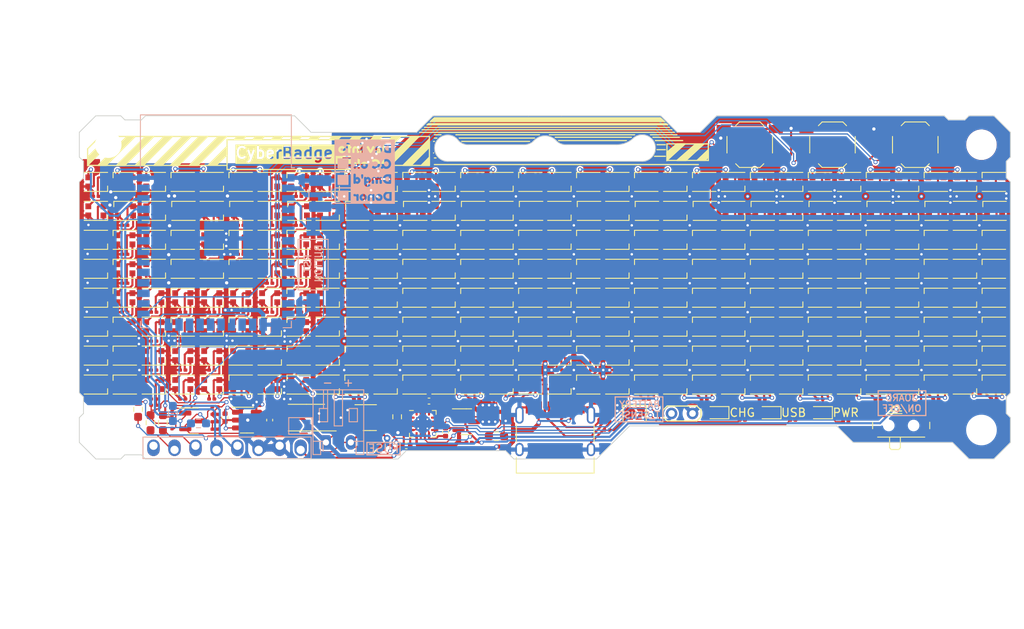
<source format=kicad_pcb>
(kicad_pcb (version 20221018) (generator pcbnew)
  (layers (0 "F.Cu" signal) (31 "B.Cu" signal) (34 "B.Paste" user) (35 "F.Paste" user) (36 "B.SilkS" user "B.Silkscreen") (37 "F.SilkS" user "F.Silkscreen") (38 "B.Mask" user) (39 "F.Mask" user) (44 "Edge.Cuts" user))
  (net 0 "")
  (net 1 "VBUS")
  (net 2 "GND")
  (net 3 "+3.3V")
  (net 4 "/ESP_EN")
  (net 5 "+4V")
  (net 6 "Net-(U6-VCC)")
  (net 7 "Net-(J2-Pin_1)")
  (net 8 "Net-(D1-K)")
  (net 9 "Net-(D3-K)")
  (net 10 "Net-(D4-K)")
  (net 11 "Net-(D5-DOUT)")
  (net 12 "Net-(D6-DIN)")
  (net 13 "Net-(D7-DOUT)")
  (net 14 "/WS_2columns/DOUT")
  (net 15 "Net-(D10-DOUT)")
  (net 16 "Net-(D11-DIN)")
  (net 17 "Net-(D10-DIN)")
  (net 18 "Net-(D11-DOUT)")
  (net 19 "Net-(D12-DIN)")
  (net 20 "Net-(D13-DOUT)")
  (net 21 "Net-(D14-DIN)")
  (net 22 "Net-(D15-DOUT)")
  (net 23 "Net-(D16-DIN)")
  (net 24 "Net-(D17-DOUT)")
  (net 25 "Net-(D17-DIN)")
  (net 26 "Net-(D174-DIN)")
  (net 27 "Net-(D19-DOUT)")
  (net 28 "/WS_2columns1/DOUT")
  (net 29 "Net-(D20-DIN)")
  (net 30 "Net-(D21-DOUT)")
  (net 31 "Net-(D22-DIN)")
  (net 32 "Net-(D23-DOUT)")
  (net 33 "Net-(D24-DIN)")
  (net 34 "Net-(D25-DOUT)")
  (net 35 "Net-(D26-DIN)")
  (net 36 "Net-(D27-DOUT)")
  (net 37 "Net-(D28-DIN)")
  (net 38 "/LIPO_PRE_MOSFET")
  (net 39 "Net-(D175-DIN)")
  (net 40 "Net-(D176-DOUT)")
  (net 41 "Net-(D31-DOUT)")
  (net 42 "/WS_2columns2/DOUT")
  (net 43 "Net-(D175-DOUT)")
  (net 44 "Net-(D176-DIN)")
  (net 45 "Net-(D33-DOUT)")
  (net 46 "Net-(D34-DIN)")
  (net 47 "Net-(D35-DOUT)")
  (net 48 "Net-(D36-DIN)")
  (net 49 "Net-(D37-DOUT)")
  (net 50 "Net-(D38-DIN)")
  (net 51 "Net-(D39-DOUT)")
  (net 52 "Net-(D40-DIN)")
  (net 53 "Net-(D41-DOUT)")
  (net 54 "Net-(D42-DIN)")
  (net 55 "Net-(D177-DIN)")
  (net 56 "/WS_2columns3/DOUT")
  (net 57 "Net-(D178-DOUT)")
  (net 58 "Net-(D45-DOUT)")
  (net 59 "Net-(D177-DOUT)")
  (net 60 "Net-(D178-DIN)")
  (net 61 "Net-(D47-DOUT)")
  (net 62 "Net-(D48-DIN)")
  (net 63 "Net-(D49-DOUT)")
  (net 64 "Net-(D50-DIN)")
  (net 65 "Net-(D51-DOUT)")
  (net 66 "Net-(D52-DIN)")
  (net 67 "Net-(D53-DOUT)")
  (net 68 "Net-(D54-DIN)")
  (net 69 "Net-(D55-DOUT)")
  (net 70 "/WS_2columns4/DOUT")
  (net 71 "Net-(D56-DIN)")
  (net 72 "Net-(D179-DIN)")
  (net 73 "Net-(D180-DOUT)")
  (net 74 "Net-(D59-DOUT)")
  (net 75 "Net-(D179-DOUT)")
  (net 76 "Net-(D180-DIN)")
  (net 77 "Net-(D61-DOUT)")
  (net 78 "Net-(D62-DIN)")
  (net 79 "Net-(D63-DOUT)")
  (net 80 "Net-(D64-DIN)")
  (net 81 "Net-(D65-DOUT)")
  (net 82 "Net-(D66-DIN)")
  (net 83 "Net-(D67-DOUT)")
  (net 84 "/WS_2columns5/DIN")
  (net 85 "Net-(D68-DIN)")
  (net 86 "Net-(D69-DOUT)")
  (net 87 "Net-(D70-DIN)")
  (net 88 "Net-(D181-DIN)")
  (net 89 "Net-(D182-DOUT)")
  (net 90 "Net-(D73-DOUT)")
  (net 91 "Net-(D181-DOUT)")
  (net 92 "Net-(D182-DIN)")
  (net 93 "Net-(D75-DOUT)")
  (net 94 "Net-(D76-DIN)")
  (net 95 "Net-(D77-DOUT)")
  (net 96 "Net-(D78-DIN)")
  (net 97 "Net-(D79-DOUT)")
  (net 98 "/WS_2columns5/DOUT")
  (net 99 "Net-(D80-DIN)")
  (net 100 "Net-(D81-DOUT)")
  (net 101 "Net-(D82-DIN)")
  (net 102 "Net-(D83-DOUT)")
  (net 103 "Net-(D84-DIN)")
  (net 104 "Net-(D183-DIN)")
  (net 105 "Net-(D184-DOUT)")
  (net 106 "Net-(D87-DOUT)")
  (net 107 "Net-(D183-DOUT)")
  (net 108 "Net-(D184-DIN)")
  (net 109 "Net-(D89-DOUT)")
  (net 110 "Net-(D90-DIN)")
  (net 111 "Net-(D91-DOUT)")
  (net 112 "/WS_2columns7/DIN")
  (net 113 "Net-(D92-DIN)")
  (net 114 "Net-(D93-DOUT)")
  (net 115 "Net-(D94-DIN)")
  (net 116 "Net-(D95-DOUT)")
  (net 117 "Net-(D96-DIN)")
  (net 118 "Net-(D97-DOUT)")
  (net 119 "Net-(D100-DOUT)")
  (net 120 "Net-(D185-DIN)")
  (net 121 "Net-(D100-DIN)")
  (net 122 "Net-(D101-DOUT)")
  (net 123 "Net-(D101-DIN)")
  (net 124 "Net-(D102-DOUT)")
  (net 125 "Net-(D103-DOUT)")
  (net 126 "/WS_2columns6/DIN")
  (net 127 "Net-(D104-DIN)")
  (net 128 "Net-(D105-DOUT)")
  (net 129 "Net-(D106-DIN)")
  (net 130 "Net-(D107-DOUT)")
  (net 131 "Net-(D108-DIN)")
  (net 132 "Net-(D109-DOUT)")
  (net 133 "Net-(D110-DIN)")
  (net 134 "Net-(D111-DOUT)")
  (net 135 "Net-(D112-DIN)")
  (net 136 "Net-(D113-DOUT)")
  (net 137 "Net-(D114-DIN)")
  (net 138 "Net-(D115-DOUT)")
  (net 139 "Net-(D115-DIN)")
  (net 140 "Net-(D116-DOUT)")
  (net 141 "Net-(D117-DOUT)")
  (net 142 "Net-(D118-DIN)")
  (net 143 "Net-(D119-DOUT)")
  (net 144 "Net-(D120-DIN)")
  (net 145 "Net-(D121-DOUT)")
  (net 146 "Net-(D122-DIN)")
  (net 147 "Net-(D123-DOUT)")
  (net 148 "Net-(D124-DIN)")
  (net 149 "Net-(D125-DOUT)")
  (net 150 "Net-(D126-DIN)")
  (net 151 "Net-(D127-DOUT)")
  (net 152 "Net-(D128-DIN)")
  (net 153 "Net-(D129-DOUT)")
  (net 154 "Net-(D129-DIN)")
  (net 155 "Net-(D130-DOUT)")
  (net 156 "Net-(D131-DOUT)")
  (net 157 "Net-(D132-DIN)")
  (net 158 "Net-(D133-DOUT)")
  (net 159 "/PROG_RTS")
  (net 160 "Net-(D134-DIN)")
  (net 161 "/PROG_DTR")
  (net 162 "/ESP_BOOT")
  (net 163 "Net-(D135-DOUT)")
  (net 164 "Net-(D136-DIN)")
  (net 165 "/ESP_B2")
  (net 166 "Net-(D137-DOUT)")
  (net 167 "Net-(D138-DIN)")
  (net 168 "Net-(D139-DOUT)")
  (net 169 "Net-(D140-DIN)")
  (net 170 "Net-(D141-DOUT)")
  (net 171 "Net-(D142-DIN)")
  (net 172 "/WS_OUT")
  (net 173 "Net-(D143-DOUT)")
  (net 174 "Net-(D143-DIN)")
  (net 175 "Net-(D144-DOUT)")
  (net 176 "Net-(D145-DOUT)")
  (net 177 "Net-(D146-DIN)")
  (net 178 "Net-(D147-DOUT)")
  (net 179 "Net-(D148-DIN)")
  (net 180 "Net-(D149-DOUT)")
  (net 181 "Net-(D150-DIN)")
  (net 182 "Net-(D151-DOUT)")
  (net 183 "Net-(D152-DIN)")
  (net 184 "Net-(D153-DOUT)")
  (net 185 "Net-(D154-DIN)")
  (net 186 "Net-(D155-DOUT)")
  (net 187 "Net-(D156-DIN)")
  (net 188 "Net-(D157-DOUT)")
  (net 189 "Net-(D157-DIN)")
  (net 190 "Net-(D158-DOUT)")
  (net 191 "/ESP_B3")
  (net 192 "Net-(D159-DOUT)")
  (net 193 "Net-(D160-DIN)")
  (net 194 "Net-(D161-DOUT)")
  (net 195 "Net-(D162-DIN)")
  (net 196 "Net-(D163-DOUT)")
  (net 197 "Net-(D164-DIN)")
  (net 198 "Net-(D165-DOUT)")
  (net 199 "Net-(D166-DIN)")
  (net 200 "/WS_2columns11/DIN")
  (net 201 "Net-(D167-DOUT)")
  (net 202 "/WS_2columns10/DIN")
  (net 203 "Net-(D168-DIN)")
  (net 204 "Net-(D169-DOUT)")
  (net 205 "Net-(D170-DIN)")
  (net 206 "Net-(D171-DOUT)")
  (net 207 "Net-(D171-DIN)")
  (net 208 "Net-(D172-DOUT)")
  (net 209 "Net-(D197-DOUT)")
  (net 210 "Net-(D198-DIN)")
  (net 211 "Net-(D199-DOUT)")
  (net 212 "Net-(D200-DIN)")
  (net 213 "Net-(D201-DOUT)")
  (net 214 "Net-(D202-DIN)")
  (net 215 "Net-(D203-DOUT)")
  (net 216 "/WS_2columns10/DOUT")
  (net 217 "Net-(D204-DIN)")
  (net 218 "Net-(D205-DOUT)")
  (net 219 "Net-(D206-DIN)")
  (net 220 "Net-(D207-DOUT)")
  (net 221 "Net-(D208-DIN)")
  (net 222 "Net-(D209-DOUT)")
  (net 223 "Net-(D210-DIN)")
  (net 224 "Net-(D211-DOUT)")
  (net 225 "Net-(D213-DOUT)")
  (net 226 "Net-(D214-DIN)")
  (net 227 "Net-(D215-DOUT)")
  (net 228 "Net-(D216-DIN)")
  (net 229 "Net-(D217-DOUT)")
  (net 230 "Net-(D218-DIN)")
  (net 231 "Net-(D219-DOUT)")
  (net 232 "Net-(D220-DIN)")
  (net 233 "Net-(D221-DOUT)")
  (net 234 "Net-(D222-DIN)")
  (net 235 "Net-(D223-DOUT)")
  (net 236 "Net-(D224-DIN)")
  (net 237 "Net-(D225-DOUT)")
  (net 238 "Net-(D226-DIN)")
  (net 239 "Net-(D227-DOUT)")
  (net 240 "Net-(D229-DOUT)")
  (net 241 "Net-(D230-DIN)")
  (net 242 "Net-(D231-DOUT)")
  (net 243 "Net-(D232-DIN)")
  (net 244 "Net-(D233-DOUT)")
  (net 245 "Net-(D234-DIN)")
  (net 246 "Net-(D235-DOUT)")
  (net 247 "Net-(D236-DIN)")
  (net 248 "/PROG_RX")
  (net 249 "/PROG_TX")
  (net 250 "Net-(D237-DOUT)")
  (net 251 "Net-(D238-DIN)")
  (net 252 "Net-(D239-DOUT)")
  (net 253 "Net-(D240-DIN)")
  (net 254 "Net-(D241-DOUT)")
  (net 255 "Net-(D242-DIN)")
  (net 256 "Net-(D243-DOUT)")
  (net 257 "Net-(D245-DOUT)")
  (net 258 "Net-(D246-DIN)")
  (net 259 "Net-(D247-DOUT)")
  (net 260 "Net-(D248-DIN)")
  (net 261 "Net-(D249-DOUT)")
  (net 262 "/WS_2columns12/DOUT")
  (net 263 "Net-(D250-DIN)")
  (net 264 "Net-(D251-DOUT)")
  (net 265 "Net-(D252-DIN)")
  (net 266 "Net-(D253-DOUT)")
  (net 267 "Net-(D254-DIN)")
  (net 268 "Net-(D255-DOUT)")
  (net 269 "Net-(D256-DIN)")
  (net 270 "Net-(D257-DOUT)")
  (net 271 "Net-(D258-DIN)")
  (net 272 "Net-(D259-DOUT)")
  (net 273 "Net-(J2-Pin_2)")
  (net 274 "Net-(J1-CC1)")
  (net 278 "/WS_2columns13/DOUT")
  (net 279 "Net-(J1-CC2)")
  (net 284 "Net-(JP1-A)")
  (net 285 "Net-(JP1-B)")
  (net 287 "Net-(Q3-G1)")
  (net 288 "Net-(Q3-G2)")
  (net 289 "Net-(Q4-G)")
  (net 290 "Net-(Q5-D)")
  (net 291 "Net-(U5-~{PGOOD})")
  (net 292 "Net-(U5-~{CHG})")
  (net 293 "Net-(U5-ILIM)")
  (net 294 "/WS_2columns14/DIN")
  (net 295 "Net-(U5-ISET)")
  (net 296 "Net-(U6-CS)")
  (net 307 "Net-(Q5-G)")
  (net 310 "/WS_2columns14/DOUT")
  (net 325 "/LIPO_VMEAS")
  (net 326 "Net-(R10-Pad1)")
  (net 330 "Net-(C10-Pad1)")
  (net 331 "/LIPO_VMEAS_ENA")
  (footprint "Critbit_lib:LED_WS2812B-2020_pinsRenumbered" (layer "F.Cu") (at 95 95.5)
    (fp_text reference "D178" hide)
    (fp_text value "WS2812B")
  )
  (footprint "Critbit_lib:LED_WS2812B-2020_pinsRenumbered" (layer "F.Cu") (at 158 92)
    (fp_text reference "D170" hide)
    (fp_text value "WS2812B")
  )
  (footprint "Capacitor_SMD:C_0201_0603Metric" (layer "F.Cu") (at 165 90.25 180)
    (fp_text reference "C214" hide)
    (fp_text value "100n")
  )
  (footprint "Capacitor_SMD:C_0201_0603Metric" (layer "F.Cu") (at 151 100.75 180)
    (fp_text reference "C164" hide)
    (fp_text value "100n")
  )
  (footprint "Capacitor_SMD:C_0201_0603Metric" (layer "F.Cu") (at 112.5 100.75)
    (fp_text reference "C93" hide)
    (fp_text value "100n")
  )
  (footprint "Critbit_lib:LED_WS2812B-2020_pinsRenumbered" (layer "F.Cu") (at 95.085 78)
    (fp_text reference "D36" hide)
    (fp_text value "WS2812B")
  )
  (footprint "Capacitor_SMD:C_0201_0603Metric" (layer "F.Cu") (at 147.5 86.75)
    (fp_text reference "C157" hide)
    (fp_text value "100n")
  )
  (footprint "Critbit_lib:LED_WS2812B-2020_pinsRenumbered" (layer "F.Cu") (at 112.5 99 180)
    (fp_text reference "D87" hide)
    (fp_text value "WS2812B")
  )
  (footprint "Critbit_lib:LED_WS2812B-2020_pinsRenumbered" (layer "F.Cu") (at 182.5 74.5 180)
    (fp_text reference "D245" hide)
    (fp_text value "WS2812B")
  )
  (footprint "Critbit_lib:LED_WS2812B-2020_pinsRenumbered" (layer "F.Cu") (at 91.5 81.5 180)
    (fp_text reference "D37" hide)
    (fp_text value "WS2812B")
  )
  (footprint "Capacitor_SMD:C_0201_0603Metric" (layer "F.Cu") (at 130 86.75 180)
    (fp_text reference "C116" hide)
    (fp_text value "100n")
  )
  (footprint "Critbit_lib:LED_WS2812B-2020_pinsRenumbered" (layer "F.Cu") (at 81 95.5)
    (fp_text reference "D174" hide)
    (fp_text value "WS2812B")
  )
  (footprint "Capacitor_SMD:C_0201_0603Metric" (layer "F.Cu") (at 98.5 86.75)
    (fp_text reference "C59" hide)
    (fp_text value "100n")
  )
  (footprint "Fuse:Fuse_0603_1608Metric_Pad1.05x0.95mm_HandSolder" (layer "F.Cu") (at 111.15 106.55 180)
    (fp_text reference "F1" hide)
    (fp_text value "3A/slowblow")
  )
  (footprint "Capacitor_SMD:C_0201_0603Metric" (layer "F.Cu") (at 186 97.25 180)
    (fp_text reference "C266" hide)
    (fp_text value "100n")
  )
  (footprint "Capacitor_SMD:C_0201_0603Metric" (layer "F.Cu") (at 119.5 83.25)
    (fp_text reference "C99" hide)
    (fp_text value "100n")
  )
  (footprint "Capacitor_SMD:C_0201_0603Metric" (layer "F.Cu") (at 147.5 100.75)
    (fp_text reference "C163" hide)
    (fp_text value "100n")
  )
  (footprint "Button_Switch_SMD:SW_SPDT_PCM12" (layer "F.Cu") (at 174.8 103.625)
    (fp_text reference "SW3" hide)
    (fp_text value "SW_SPDT")
  )
  (footprint "Resistor_SMD:R_0201_0603Metric" (layer "F.Cu") (at 91.9 103.5 180)
    (fp_text reference "R6" hide)
    (fp_text value "10k")
  )
  (footprint "Capacitor_SMD:C_0201_0603Metric" (layer "F.Cu") (at 168.5 90.25)
    (fp_text reference "C229" hide)
    (fp_text value "100n")
  )
  (footprint "Critbit_lib:LED_WS2812B-2020_pinsRenumbered" (layer "F.Cu") (at 161.5 81.5 180)
    (fp_text reference "D201" hide)
    (fp_text value "WS2812B")
  )
  (footprint "Capacitor_SMD:C_0201_0603Metric" (layer "F.Cu") (at 158 79.75 180)
    (fp_text reference "C168" hide)
    (fp_text value "100n")
  )
  (footprint "Critbit_lib:LED_WS2812B-2020_pinsRenumbered" (layer "F.Cu") (at 140.5 78 180)
    (fp_text reference "D133" hide)
    (fp_text value "WS2812B")
  )
  (footprint "Capacitor_SMD:C_0201_0603Metric" (layer "F.Cu") (at 147.5 76.25)
    (fp_text reference "C151" hide)
    (fp_text value "100n")
  )
  (footprint "Capacitor_SMD:C_0201_0603Metric" (layer "F.Cu") (at 144 79.75 180)
    (fp_text reference "C140" hide)
    (fp_text value "100n")
  )
  (footprint "Critbit_lib:LED_WS2812B-2020_pinsRenumbered" (layer "F.Cu") (at 158 85)
    (fp_text reference "D166" hide)
    (fp_text value "WS2812B")
  )
  (footprint "Capacitor_SMD:C_0201_0603Metric" (layer "F.Cu") (at 151 86.75 180)
    (fp_text reference "C158" hide)
    (fp_text value "100n")
  )
  (footprint "Capacitor_SMD:C_0201_0603Metric" (layer "F.Cu") (at 98.5 79.75)
    (fp_text reference "C55" hide)
    (fp_text value "100n")
  )
  (footprint "Critbit_lib:LED_WS2812B-2020_pinsRenumbered" (layer "F.Cu") (at 116 85)
    (fp_text reference "D82" hide)
    (fp_text value "WS2812B")
  )
  (footprint "Critbit_lib:LED_WS2812B-2020_pinsRenumbered" (layer "F.Cu") (at 186 95.5)
    (fp_text reference "D258" hide)
    (fp_text value "WS2812B")
  )
  (footprint "Capacitor_SMD:C_0201_0603Metric" (layer "F.Cu") (at 95 79.75 180)
    (fp_text reference "C42" hide)
    (fp_text value "100n")
  )
  (footprint "Critbit_lib:LED_WS2812B-2020_pinsRenumbered" (layer "F.Cu") (at 98.5 88.5 180)
    (fp_text reference "D55" hide)
    (fp_text value "WS2812B")
  )
  (footprint "Capacitor_SMD:C_0201_0603Metric" (layer "F.Cu") (at 128.25 100.75 180)
    (fp_text reference "C122" hide)
    (fp_text value "100n")
  )
  (footprint "Critbit_lib:LED_WS2812B-2020_pinsRenumbered" (layer "F.Cu") (at 165 99)
    (fp_text reference "D212" hide)
    (fp_text value "WS2812B")
  )
  (footprint "Critbit_lib:LED_WS2812B-2020_pinsRenumbered" (layer "F.Cu") (at 140.5 85 180)
    (fp_text reference "D137" hide)
    (fp_text value "WS2812B")
  )
  (footprint "Resistor_SMD:R_0603_1608Metric_Pad0.98x0.95mm_HandSolder" (layer "F.Cu") (at 82.6 102 90)
    (fp_text reference "R13" hide)
    (fp_text value "0R")
  )
  (footprint "Critbit_lib:LED_WS2812B-2020_pinsRenumbered" (layer "F.Cu") (at 161.5 88.5 180)
    (fp_text reference "D205" hide)
    (fp_text value "WS2812B")
  )
  (footprint "Critbit_lib:LED_WS2812B-2020_pinsRenumbered" (layer "F.Cu") (at 140.5 95.5 180)
    (fp_text reference "D191" hide)
    (fp_text value "WS2812B")
  )
  (footprint "Capacitor_SMD:C_0201_0603Metric" (layer "F.Cu") (at 147.5 83.25)
    (fp_text reference "C155" hide)
    (fp_text value "100n")
  )
  (footprint "Critbit_lib:LED_WS2812B-2020_pinsRenumbered" (layer "F.Cu") (at 77.5 85 180)
    (fp_text reference "D11" hide)
    (fp_text value "WS2812B")
  )
  (footprint "Critbit_lib:LED_WS2812B-2020_pinsRenumbered" (layer "F.Cu") (at 123 81.5)
    (fp_text reference "D94" hide)
    (fp_text value "WS2812B")
  )
  (footprint "Critbit_lib:LED_WS2812B-2020_pinsRenumbered" (layer "F.Cu") (at 144 95.5)
    (fp_text reference "D192" hide)
    (fp_text value "WS2812B")
  )
  (footprint "Capacitor_SMD:C_0201_0603Metric" (layer "F.Cu") (at 77.5 93.75)
    (fp_text reference "C21" hide)
    (fp_text value "100n")
  )
  (footprint "Capacitor_SMD:C_0201_0603Metric" (layer "F.Cu") (at 161.5 79.75)
    (fp_text reference "C207" hide)
    (fp_text value "100n")
  )
  (footprint "Resistor_SMD:R_0201_0603Metric" (layer "F.Cu") (at 86.7 104 -90)
    (fp_text reference "R8" hide)
    (fp_text value "10k")
  )
  (footprint "LED_SMD:LED_0603_1608Metric" (layer "F.Cu") (at 165 102.4 180)
    (fp_text reference "D1" hide)
    (fp_text value "LED")
  )
  (footprint "Critbit_lib:LED_WS2812B-2020_pinsRenumbered" (layer "F.Cu") (at 179 95.5)
    (fp_text reference "D242" hide)
    (fp_text value "WS2812B")
  )
  (footprint "Critbit_lib:LED_WS2812B-2020_pinsRenumbered" (layer "F.Cu") (at 77.5 95.5 180)
    (fp_text reference "D173" hide)
    (fp_text value "WS2812B")
  )
  (footprint "Capacitor_SMD:C_0201_0603Metric" (layer "F.Cu") (at 105.5 100.75)
    (fp_text reference "C79" hide)
    (fp_text value "100n")
  )
  (footprint "Critbit_lib:LED_WS2812B-2020_pinsRenumbered" (layer "F.Cu") (at 154.5 95.5 180)
    (fp_text reference "D195" hide)
    (fp_text value "WS2812B")
  )
  (footprint "Capacitor_SMD:C_0201_0603Metric" (layer "F.Cu") (at 123 93.75 180)
    (fp_text reference "C106" hide)
    (fp_text value "100n")
  )
  (footprint "Capacitor_SMD:C_0201_0603Metric" (layer "F.Cu") (at 140.5 97.25)
    (fp_text reference "C199" hide)
    (fp_text value "100n")
  )
  (footprint "Capacitor_SMD:C_0201_0603Metric" (layer "F.Cu") (at 98.5 93.75)
    (fp_text reference "C63" hide)
    (fp_text value "100n")
  )
  (footprint "Capacitor_SMD:C_0201_0603Metric" (layer "F.Cu") (at 112.5 97.25)
    (fp_text reference "C191" hide)
    (fp_text value "100n")
  )
  (footprint "Capacitor_SMD:C_0201_0603Metric" (layer "F.Cu") (at 140.5 93.75)
    (fp_text reference "C147" hide)
    (fp_text value "100n")
  )
  (footprint "Capacitor_SMD:C_0201_0603Metric" (layer "F.Cu") (at 119.5 90.25)
    (fp_text reference "C103" hide)
    (fp_text value "100n")
  )
  (footprint "Critbit_lib:LED_WS2812B-2020_pinsRenumbered" (layer "F.Cu") (at 168.5 81.5 180)
    (fp_text reference "D217" hide)
    (fp_text value "WS2812B")
  )
  (footprint "Capacitor_SMD:C_0201_0603Metric" (layer "F.Cu") (at 88 79.75 180)
    (fp_text reference "C28" hide)
    (fp_text value "100n")
  )
  (footprint "Critbit_lib:LED_WS2812B-2020_pinsRenumbered" (layer "F.Cu") (at 186.085 78)
    (fp_text reference "D248" hide)
    (fp_text value "WS2812B")
  )
  (footprint "Critbit_lib:LED_WS2812B-2020_pinsRenumbered" (layer "F.Cu") (at 91.5 74.5 180)
    (fp_text reference "D33" hide)
    (fp_text value "WS2812B")
  )
  (footprint "Capacitor_SMD:C_0402_1005Metric" (layer "F.Cu") (at 93.1 103 -90)
    (fp_text reference "C9" hide)
    (fp_text value "4.7u")
  )
  (footprint "Critbit_lib:LED_WS2812B-2020_pinsRenumbered" (layer "F.Cu") (at 154.5 92 180)
    (fp_text reference "D169" hide)
    (fp_text value "WS2812B")
  )
  (footprint "Capacitor_SMD:C_0201_0603Metric" (layer "F.Cu") (at 88 90.25 180)
    (fp_text reference "C34" hide)
    (fp_text value "100n")
  )
  (footprint "Critbit_lib:LED_WS2812B-2020_pinsRenumbered" (layer "F.Cu") (at 84.5 95.5 180)
    (fp_text reference "D175" hide)
    (fp_text value "WS2812B")
  )
  (footprint "Capacitor_SMD:C_0201_0603Metric" (layer "F.Cu") (at 91.5 86.75)
    (fp_text reference "C45" hide)
    (fp_text value "100n")
  )
  (footprint "Critbit_lib:LED_WS2812B-2020_pinsRenumbered" (layer "F.Cu") (at 112.5 74.5 180)
    (fp_text reference "D75" hide)
    (fp_text value "WS2812B")
  )
  (footprint "Critbit_lib:LED_WS2812B-2020_pinsRenumbered" (layer "F.Cu") (at 140.5 88.5 180)
    (fp_text reference "D139" hide)
    (fp_text value "WS2812B")
  )
  (footprint "Capacitor_SMD:C_0201_0603Metric" (layer "F.Cu") (at 84.5 97.25)
    (fp_text reference "C183" hide)
    (fp_text value "100n")
  )
  (footprint "Capacitor_SMD:C_0201_0603Metric" (layer "F.Cu") (at 126.5 97.25)
    (fp_text reference "C195" hide)
    (fp_text value "100n")
  )
  (footprint "Capacitor_SMD:C_0201_0603Metric" (layer "F.Cu") (at 112.5 93.75)
    (fp_text reference "C91" hide)
    (fp_text value "100n")
  )
  (footprint "Capacitor_SMD:C_0201_0603Metric" (layer "F.Cu") (at 182.5 90.25)
    (fp_text reference "C261" hide)
    (fp_text value "100n")
  )
  (footprint "Capacitor_SMD:C_0201_0603Metric" (layer "F.Cu") (at 161.5 83.25)
    (fp_text reference "C209" hide)
    (fp_text value "100n")
  )
  (footprint "Capacitor_SMD:C_0201_0603Metric" (layer "F.Cu") (at 123 76.25 180)
    (fp_text reference "C96" hide)
    (fp_text value "100n")
  )
  (footprint "Critbit_lib:LED_WS2812B-2020_pinsRenumbered" (layer "F.Cu") (at 95 92)
    (fp_text reference "D44" hide)
    (fp_text value "WS2812B")
  )
  (footprint "Critbit_lib:LED_WS2812B-2020_pinsRenumbered" (layer "F.Cu") (at 161.5 92 180)
    (fp_text reference "D207" hide)
    (fp_text value "WS2812B")
  )
  (footprint "Capacitor_SMD:C_0201_0603Metric" (layer "F.Cu") (at 186 86.75 180)
    (fp_text reference "C260" hide)
    (fp_text value "100n")
  )
  (footprint "Critbit_lib:LED_WS2812B-2020_pinsRenumbered" (layer "F.Cu") (at 144.085 78)
    (fp_text reference "D134" hide)
    (fp_text value "WS2812B")
  )
  (footprint "Capacitor_SMD:C_0201_0603Metric" (layer "F.Cu") (at 77.5 79.75)
    (fp_text reference "C13" hide)
    (fp_text value "100n")
  )
  (footprint "Critbit_lib:LED_WS2812B-2020_pinsRenumbered" (layer "F.Cu") (at 133.5 95.5 180)
    (fp_text reference "D189" hide)
    (fp_text value "WS2812B")
  )
  (footprint "Critbit_lib:LED_WS2812B-2020_pinsRenumbered" (layer "F.Cu") (at 102 95.5)
    (fp_text reference "D180" hide)
    (fp_text value "WS2812B")
  )
  (footprint "Capacitor_SMD:C_0201_0603Metric" (layer "F.Cu") (at 126.5 76.25)
    (fp_text reference "C109" hide)
    (fp_text value "100n")
  )
  (footprint "Capacitor_SMD:C_0201_0603Metric" (layer "F.Cu") (at 119.5 100.75)
    (fp_text reference "C107" hide)
    (fp_text value "100n")
  )
  (footprint "Capacitor_SMD:C_0201_0603Metric" (layer "F.Cu") (at 130 97.25 180)
    (fp_text reference "C196" hide)
    (fp_text value "100n")
  )
  (footprint "Critbit_lib:LED_WS2812B-2020_pinsRenumbered" (layer "F.Cu") (at 161.5 78 180)
    (fp_text reference "D199" hide)
    (fp_text value "WS2812B")
  )
  (footprint "Capacitor_SMD:C_0201_0603Metric" (layer "F.Cu") (at 123 90.25 180)
    (fp_text reference "C104" hide)
    (fp_text value "100n")
  )
  (footprint "Capacitor_SMD:C_0201_0603Metric" (layer "F.Cu") (at 81 90.25 180)
    (fp_text reference "C20" hide)
    (fp_text value "100n")
  )
  (footprint "Critbit_lib:LED_WS2812B-2020_pinsRenumbered" (layer "F.Cu") (at 144 74.5)
    (fp_text reference "D132" hide)
    (fp_text value "WS2812B")
  )
  (footprint "Capacitor_SMD:C_0201_0603Metric" (layer "F.Cu") (at 182.5 100.75)
    (fp_text reference "C267" hide)
    (fp_text value "100n")
  )
  (footprint "Critbit_lib:LED_WS2812B-2020_pinsRenumbered" (layer "F.Cu") (at 98.5 85 180)
    (fp_text reference "D53" hide)
    (fp_text value "WS2812B")
  )
  (footprint "Critbit_lib:LED_WS2812B-2020_pinsRenumbered" (layer "F.Cu") (at 105.5 78 180)
    (fp_text reference "D63" hide)
    (fp_text value "WS2812B")
  )
  (footprint "Critbit_lib:LED_WS2812B-2020_pinsRenumbered" (layer "F.Cu") (at 147.5 78 180)
    (fp_text reference "D147" hide)
    (fp_text value "WS2812B")
  )
  (footprint "Critbit_lib:LED_WS2812B-2020_pinsRenumbered" (layer "F.Cu") (at 91.5 85 180)
    (fp_text reference "D39" hide)
    (fp_text value "WS2812B")
  )
  (footprint "Button_Switch_SMD:SW_SPST_TL3342" (layer "F.Cu") (at 176.5 70)
    (fp_text reference "SW2" hide)
    (fp_text value "B1/BOOT")
  )
  (footprint "Critbit_lib:LED_WS2812B-2020_pinsRenumbered" (layer "F.Cu") (at 147.5 81.5 180)
    (fp_text reference "D149" hide)
    (fp_text value "WS2812B")
  )
  (footprint "Capacitor_SMD:C_0201_0603Metric" (layer "F.Cu") (at 172 79.75 180)
    (fp_text reference "C224" hide)
    (fp_text value "100n")
  )
  (footprint "Resistor_SMD:R_0201_0603Metric" (layer "F.Cu") (at 155.6 103.3)
    (fp_text reference "R15" hide)
    (fp_text value "10k")
  )
  (footprint "Capacitor_SMD:C_0201_0603Metric" (layer "F.Cu") (at 109 79.75 180)
    (fp_text reference "C70" hide)
    (fp_text value "100n")
  )
  (footprint "Critbit_lib:LED_WS2812B-2020_pinsRenumbered" (layer "F.Cu") (at 116 92)
    (fp_text reference "D86" hide)
    (fp_text value "WS2812B")
  )
  (footprint "Critbit_lib:LED_WS2812B-2020_pinsRenumbered" (layer "F.Cu") (at 151 99)
    (fp_text reference "D158" hide)
    (fp_text value "WS2812B")
  )
  (footprint "Critbit_lib:LED_WS2812B-2020_pinsRenumbered" (layer "F.Cu") (at 168.5 78 180)
    (fp_text reference "D215" hide)
    (fp_text value "WS2812B")
  )
  (footprint "Critbit_lib:LED_WS2812B-2020_pinsRenumbered" (layer "F.Cu") (at 179 85)
    (fp_text reference "D236" hide)
    (fp_text value "WS2812B")
  )
  (footprint "Capacitor_SMD:C_0201_0603Metric" (layer "F.Cu") (at 81 93.75 180)
    (fp_text reference "C22" hide)
    (fp_text value "100n")
  )
  (footprint "Critbit_lib:LED_WS2812B-2020_pinsRenumbered" (layer "F.Cu") (at 130 88.5)
    (fp_text reference "D112" hide)
    (fp_text value "WS2812B")
  )
  (footprint "Critbit_lib:LED_WS2812B-2020_pinsRenumbered" (layer "F.Cu") (at 182.5 85 180)
    (fp_text reference "D251" hide)
    (fp_text value "WS2812B")
  )
  (footprint "Capacitor_SMD:C_0201_0603Metric" (layer "F.Cu") (at 95 86.75 180)
    (fp_text reference "C46" hide)
    (fp_text value "100n")
  )
  (footprint "Capacitor_SMD:C_0201_0603Metric" (layer "F.Cu") (at 140.5 83.25)
    (fp_text reference "C141" hide)
    (fp_text value "100n")
  )
  (footprint "Capacitor_SMD:C_0201_0603Metric" (layer "F.Cu") (at 158 76.25 180)
    (fp_text reference "C166" hide)
    (fp_text value "100n")
  )
  (footprint "Critbit_lib:LED_WS2812B-2020_pinsRenumbered" (layer "F.Cu") (at 109 85)
    (fp_text reference "D68" hide)
    (fp_text value "WS2812B")
  )
  (footprint "Capacitor_SMD:C_0201_0603Metric" (layer "F.Cu") (at 179 86.75 180)
    (fp_text reference "C244" hide)
    (fp_text value "100n")
  )
  (footprint "Critbit_lib:LED_WS2812B-2020_pinsRenumbered" (layer "F.Cu") (at 168.5 88.5 180)
    (fp_text reference "D221" hide)
    (fp_text value "WS2812B")
  )
  (footprint "Critbit_lib:LED_WS2812B-2020_pinsRenumbered" (layer "F.Cu") (at 88 99)
    (fp_text reference "D32" hide)
    (fp_text value "WS2812B")
  )
  (footprint "Resistor_SMD:R_0201_0603Metric" (layer "F.Cu") (at 108.1 103 -90)
    (fp_text reference "R20" hide)
    (fp_text value "1k")
  )
  (footprint "Capacitor_SMD:C_0201_0603Metric" (layer "F.Cu") (at 98.5 76.25)
    (fp_text reference "C53" hide)
    (fp_text value "100n")
  )
  (footprint "Critbit_lib:LED_WS2812B-2020_pinsRenumbered" (layer "F.Cu") (at 81.085 78)
    (fp_text reference "D8" hide)
    (fp_text value "WS2812B")
  )
  (footprint "Resistor_SMD:R_0201_0603Metric" (layer "F.Cu") (at 139.25 102.5)
    (fp_text reference "R5" hide)
    (fp_text value "5.1k")
  )
  (footprint "Critbit_lib:LED_WS2812B-2020_pinsRenumbered" (layer "F.Cu") (at 126.5 99 180)
    (fp_text reference "D115" hide)
    (fp_text value "WS2812B")
  )
  (footprint "Critbit_lib:LED_WS2812B-2020_pinsRenumbered" (layer "F.Cu") (at 133.5 92 180)
    (fp_text reference "D127" hide)
    (fp_text value "WS2812B")
  )
  (footprint "Capacitor_SMD:C_0201_0603Metric" (layer "F.Cu") (at 168.5 76.25)
    (fp_text reference "C221" hide)
    (fp_text value "100n")
  )
  (footprint "Critbit_lib:LED_WS2812B-2020_pinsRenumbered" (layer "F.Cu") (at 175.5 81.5 180)
    (fp_text reference "D233" hide)
    (fp_text value "WS2812B")
  )
  (footprint "Critbit_lib:LED_WS2812B-2020_pinsRenumbered" (layer "F.Cu") (at 140.5 99 180)
    (fp_text reference "D143" hide)
    (fp_text value "WS2812B")
  )
  (footprint "Capacitor_SMD:C_0201_0603Metric" (layer "F.Cu") (at 165 97.25 180)
    (fp_text reference "C218" hide)
    (fp_text value "100n")
  )
  (footprint "Capacitor_SMD:C_0201_0603Metric" (layer "F.Cu") (at 172 97.25 180)
    (fp_text reference "C234" hide)
    (fp_text value "100n")
  )
  (footprint "Critbit_lib:LED_WS2812B-2020_pinsRenumbered" (layer "F.Cu") (at 175.5 74.5 180)
    (fp_text reference "D229" hide)
    (fp_text value "WS2812B")
  )
  (footprint "Critbit_lib:LED_WS2812B-2020_pinsRenumbered" (layer "F.Cu") (at 81 74.5)
    (fp_text reference "D6" hide)
    (fp_text value "WS2812B")
  )
  (footprint "Package_TO_SOT_SMD:SOT-23-5" (layer "F.Cu") (at 95.75 103.3)
    (fp_text reference "U4" hide)
    (fp_text value "SPX3819M5-L-3-3")
  )
  (footprint "Capacitor_SMD:C_0201_0603Metric" (layer "F.Cu") (at 158 83.25 180)
    (fp_text reference "C170" hide)
    (fp_text value "100n")
  )
  (footprint "Critbit_lib:LED_WS2812B-2020_pinsRenumbered" (layer "F.Cu") (at 158 81.5)
    (fp_text reference "D164" hide)
    (fp_text value "WS2812B")
  )
  (footprint "Capacitor_SMD:C_0201_0603Metric" (layer "F.Cu") (at 133.5 79.75)
    (fp_text reference "C125" hide)
    (fp_text value "100n")
  )
  (footprint "Critbit_lib:LED_WS2812B-2020_pinsRenumbered" (layer "F.Cu") (at 144 88.5)
    (fp_text reference "D140" hide)
    (fp_text value "WS2812B")
  )
  (footprint "Capacitor_SMD:C_0201_0603Metric" (layer "F.Cu") (at 105.5 93.75)
    (fp_text reference "C77" hide)
    (fp_text value "100n")
  )
  (footprint "Capacitor_SMD:C_0201_0603Metric" (layer "F.Cu") (at 165 86.75 180)
    (fp_text reference "C212" hide)
    (fp_text value "100n")
  )
  (footprint "Critbit_lib:LED_WS2812B-2020_pinsRenumbered" (layer "F.Cu") (at 109 88.5)
    (fp_text reference "D70" hide)
    (fp_text value "WS2812B")
  )
  (footprint "Capacitor_SMD:C_0201_0603Metric" (layer "F.Cu") (at 158 93.75 180)
    (fp_text reference "C176" hide)
    (fp_text value "100n")
  )
  (footprint "Capacitor_SMD:C_0201_0603Metric" (layer "F.Cu") (at 84.5 93.75)
    (fp_text reference "C35" hide)
    (fp_text value "100n")
  )
  (footprint "Capacitor_SMD:C_0201_0603Metric" (layer "F.Cu") (at 115.3 100.75 180)
    (fp_text reference "C94" hide)
    (fp_text value "100n")
  )
  (footprint "Capacitor_SMD:C_0201_0603Metric" (layer "F.Cu") (at 133.5 86.75)
    (fp_text reference "C129" hide)
    (fp_text value "100n")
  )
  (footprint "Critbit_lib:LED_WS2812B-2020_pinsRenumbered" (layer "F.Cu") (at 116 99)
    (fp_text reference "D88" hide)
    (fp_text value "WS2812B")
  )
  (footprint "Capacitor_SMD:C_0201_0603Metric" (layer "F.Cu") (at 140.5 86.75)
    (fp_text reference "C143" hide)
    (fp_text value "100n")
  )
  (footprint "Capacitor_SMD:C_0201_0603Metric" (layer "F.Cu") (at 95 100.75 180)
    (fp_text reference "C52" hide)
    (fp_text value "100n")
  )
  (footprint "Capacitor_SMD:C_0201_0603Metric" (layer "F.Cu") (at 109 83.25 180)
    (fp_text reference "C72" hide)
    (fp_text value "100n")
  )
  (footprint "Capacitor_SMD:C_0201_0603Metric" (layer "F.Cu") (at 98.5 83.25)
    (fp_text reference "C57" hide)
    (fp_text value "100n")
  )
  (footprint "Capacitor_SMD:C_0201_0603Metric" (layer "F.Cu") (at 88 97.25 180)
    (fp_text reference "C184" hide)
    (fp_text value "100n")
  )
  (footprint "Critbit_lib:LED_WS2812B-2020_pinsRenumbered" (layer "F.Cu") (at 179 92)
    (fp_text reference "D240" hide)
    (fp_text value "WS2812B")
  )
  (footprint "Critbit_lib:LED_WS2812B-2020_pinsRenumbered" (layer "F.Cu") (at 98.5 81.5 180)
    (fp_text reference "D51" hide)
    (fp_text value "WS2812B")
  )
  (footprint "Critbit_lib:LED_WS2812B-2020_pinsRenumbered" (layer "F.Cu") (at 168.5 74.5 180)
    (fp_text reference "D213" hide)
    (fp_text value "WS2812B")
  )
  (footprint "Capacitor_SMD:C_0201_0603Metric" (layer "F.Cu") (at 123 83.25 180)
    (fp_text reference "C100" hide)
    (fp_text value "100n")
  )
  (footprint "Capacitor_SMD:C_0201_0603Metric" (layer "F.Cu") (at 77.5 90.25)
    (fp_text reference "C19" hide)
    (fp_text value "100n")
  )
  (footprint "Critbit_lib:LED_WS2812B-2020_pinsRenumbered" (layer "F.Cu") (at 102 85)
    (fp_text reference "D54" hide)
    (fp_text value "WS2812B")
  )
  (footprint "Critbit_lib:LED_WS2812B-2020_pinsRenumbered" (layer "F.Cu") (at 109 95.5)
    (fp_text reference "D182" hide)
    (fp_text value "WS2812B")
  )
  (footprint "Button_Switch_SMD:SW_SPST_TL3342" (layer "F.Cu") (at 166.5 70)
    (fp_text reference "SW1" hide)
    (fp_text value "B2")
  )
  (footprint "Critbit_lib:LED_WS2812B-2020_pinsRenumbered" (layer "F.Cu") (at 109 81.5)
    (fp_text reference "D66" hide)
    (fp_text value "WS2812B")
  )
  (footprint "Capacitor_SMD:C_0201_0603Metric" (layer "F.Cu") (at 154.5 97.25)
    (fp_text reference "C203" hide)
    (fp_text value "100n")
  )
  (footprint "Capacitor_SMD:C_0201_0603Metric" (layer "F.Cu") (at 119.5 79.75)
    (fp_text reference "C97" hide)
    (fp_text value "100n")
  )
  (footprint "Capacitor_SMD:C_0201_0603Metric" (layer "F.Cu") (at 137 90.25 180)
    (fp_text reference "C132" hide)
    (fp_text value "100n")
  )
  (footprint "Critbit_lib:LED_WS2812B-2020_pinsRenumbered" (layer "F.Cu") (at 179 81.5)
    (fp_text reference "D234" hide)
    (fp_text value "WS2812B")
  )
  (footprint "Capacitor_SMD:C_0201_0603Metric" (layer "F.Cu") (at 151 97.25 180)
    (fp_text reference "C202" hide)
    (fp_text value "100n")
  )
  (footprint "Critbit_lib:LED_WS2812B-2020_pinsRenumbered" (layer "F.Cu") (at 98.5 74.5 180)
    (fp_text reference "D47" hide)
    (fp_text value "WS2812B")
  )
  (footprint "Capacitor_SMD:C_0201_0603Metric" (layer "F.Cu") (at 116 93.75 180)
    (fp_text reference "C92" hide)
    (fp_text value "100n")
  )
  (footprint "Critbit_lib:LED_WS2812B-2020_pinsRenumbered" (layer "F.Cu") (at 116.085 78)
    (fp_text reference "D78" hide)
    (fp_text value "WS2812B")
  )
  (footprint "Critbit_lib:LED_WS2812B-2020_pinsRenumbered" (layer "F.Cu") (at 182.5 95.5 180)
    (fp_text reference "D257" hide)
    (fp_text value "WS2812B")
  )
  (footprint "Capacitor_SMD:C_0201_0603Metric" (layer "F.Cu") (at 175.5 86.75)
    (fp_text reference "C243" hide)
    (fp_text value "100n")
  )
  (footprint "Critbit_lib:LED_WS2812B-2020_pinsRenumbered" (layer "F.Cu") (at 147.5 85 180)
    (fp_text reference "D151" hide)
    (fp_text value "WS2812B")
  )
  (footprint "Package_DFN_QFN:VQFN-16-1EP_3x3mm_P0.5mm_EP1.6x1.6mm_ThermalVias" (layer "F.Cu") (at 117 103.75)
    (fp_text reference "U5" hide)
    (fp_text value "BQ24073RGT")
  )
  (footprint "Critbit_lib:LED_WS2812B-2020_pinsRenumbered" (layer "F.Cu") (at 84.5 88.5 180)
    (fp_text reference "D27" hide)
    (fp_text value "WS2812B")
  )
  (footprint "Critbit_lib:LED_WS2812B-2020_pinsRenumbered" (layer "F.Cu") (at 158.085 78)
    (fp_text reference "D162" hide)
    (fp_text value "WS2812B")
  )
  (footprint "Capacitor_SMD:C_0201_0603Metric" (layer "F.Cu") (at 168.5 79.75)
    (fp_text reference "C223" hide)
    (fp_text value "100n")
  )
  (footprint "Critbit_lib:LED_WS2812B-2020_pinsRenumbered" (layer "F.Cu") (at 123 99)
    (fp_text reference "D102" hide)
    (fp_text value "WS2812B")
  )
  (footprint "Capacitor_SMD:C_0201_0603Metric" (layer "F.Cu") (at 182.5 76.25)
    (fp_text reference "C253" hide)
    (fp_text value "100n")
  )
  (footprint "Critbit_lib:LED_WS2812B-2020_pinsRenumbered" (layer "F.Cu") (at 168.5 85 180)
    (fp_text reference "D219" hide)
    (fp_text value "WS2812B")
  )
  (footprint "Critbit_lib:LED_WS2812B-2020_pinsRenumbered" (layer "F.Cu") (at 126.5 92 180)
    (fp_text reference "D113" hide)
    (fp_text value "WS2812B")
  )
  (footprint "Capacitor_SMD:C_0201_0603Metric" (layer "F.Cu") (at 144 97.25 180)
    (fp_text reference "C200" hide)
    (fp_text value "100n")
  )
  (footprint "Capacitor_SMD:C_0201_0603Metric" (layer "F.Cu") (at 109 93.75 180)
    (fp_text reference "C78" hide)
    (fp_text value "100n")
  )
  (footprint "Critbit_lib:LED_WS2812B-2020_pinsRenumbered" (layer "F.Cu") (at 105.5 85 180)
    (fp_text reference "D67" hide)
    (fp_text value "WS2812B")
  )
  (footprint "Critbit_lib:LED_WS2812B-2020_pinsRenumbered" (layer "F.Cu") (at 161.5 74.5 180)
    (fp_text reference "D197" hide)
    (fp_text value "WS2812B")
  )
  (footprint "Critbit_lib:LED_WS2812B-2020_pinsRenumbered" (layer "F.Cu") (at 147.5 99 180)
    (fp_text reference "D157" hide)
    (fp_text value "WS2812B")
  )
  (footprint "Critbit_lib:LED_WS2812B-2020_pinsRenumbered" (layer "F.Cu") (at 130 74.5)
    (fp_text reference "D104" hide)
    (fp_text value "WS2812B")
  )
  (footprint "Capacitor_SMD:C_0201_0603Metric" (layer "F.Cu") (at 116 83.25 180)
    (fp_text reference "C86" hide)
    (fp_text value "100n")
  )
  (footprint "Critbit_lib:LED_WS2812B-2020_pinsRenumbered" (layer "F.Cu") (at 84.5 74.5 180)
    (fp_text reference "D19" hide)
    (fp_text value "WS2812B")
  )
  (footprint "Critbit_lib:LED_WS2812B-2020_pinsRenumbered" (layer "F.Cu") (at 154.5 81.5 180)
    (fp_text reference "D163" hide)
    (fp_text value "WS2812B")
  )
  (footprint "Capacitor_SMD:C_0201_0603Metric" (layer "F.Cu") (at 98.5 97.25)
    (fp_text reference "C187" hide)
    (fp_text value "100n")
  )
  (footprint "Critbit_lib:LED_WS2812B-2020_pinsRenumbered" (layer "F.Cu") (at 137 92)
    (fp_text reference "D128" hide)
    (fp_text value "WS2812B")
  )
  (footprint "TestPoint:TestPoint_2Pads_Pitch2.54mm_Drill0.8mm" (layer "F.Cu") (at 147.05 102.5)
    (fp_text reference "TH1" hide)
    (fp_text value "NTC_10K")
  )
  (footprint "Critbit_lib:LED_WS2812B-2020_pinsRenumbered" (layer "F.Cu") (at 130 85)
    (fp_text reference "D110" hide)
    (fp_text value "WS2812B")
  )
  (footprint "Capacitor_SMD:C_0201_0603Metric" (layer "F.Cu") (at 186 76.25 180)
    (fp_text reference "C254" hide)
    (fp_text value "100n")
  )
  (footprint "Capacitor_SMD:C_0201_0603Metric" (layer "F.Cu") (at 151 90.25 180)
    (fp_text reference "C160" hide)
    (fp_text value "100n")
  )
  (footprint "Resistor_SMD:R_0603_1608Metric_Pad0.98x0.95mm_HandSolder" (layer "F.Cu") (at 125.9 105.25 180)
    (fp_text reference "R16" hide)
    (fp_text value "2k")
  )
  (footprint "Critbit_lib:LED_WS2812B-2020_pinsRenumbered" (layer "F.Cu") (at 130 95.5)
    (fp_text reference "D188" hide)
    (fp_text value "WS2812B")
  )
  (footprint "Critbit_lib:LED_WS2812B-2020_pinsRenumbered" (layer "F.Cu") (at 91.5 88.5 180)
    (fp_text reference "D41" hide)
    (fp_text value "WS2812B")
  )
  (footprint "Capacitor_SMD:C_0201_0603Metric" (layer "F.Cu") (at 81 97.25 180)
    (fp_text reference "C182" hide)
    (fp_text value "100n")
  )
  (footprint "Critbit_lib:LED_WS2812B-2020_pinsRenumbered" (layer "F.Cu") (at 130 92)
    (fp_text reference "D114" hide)
    (fp_text value "WS2812B")
  )
  (footprint "Capacitor_SMD:C_0201_0603Metric" (layer "F.Cu") (at 165 79.75 180)
    (fp_text reference "C208" hide)
    (fp_text value "100n")
  )
  (footprint "Critbit_lib:LED_WS2812B-2020_pinsRenumbered" (layer "F.Cu") (at 88 85)
    (fp_text reference "D26" hide)
    (fp_text value "WS2812B")
  )
  (footprint "Capacitor_SMD:C_0201_0603Metric" (layer "F.Cu") (at 111.5975 105.1)
    (fp_text reference "C180" hide)
    (fp_text value "100n")
  )
  (footprint "Critbit_lib:LED_WS2812B-2020_pinsRenumbered" (layer "F.Cu") (at 91.5 78 180)
    (fp_text reference "D35" hide)
    (fp_text value "WS2812B")
  )
  (footprint "Capacitor_SMD:C_0201_0603Metric" (layer "F.Cu") (at 165 76.25 180)
    (fp_text reference "C206" hide)
    (fp_text value "100n")
  )
  (footprint "Capacitor_SMD:C_0201_0603Metric" (layer "F.Cu") (at 186 100.75 180)
    (fp_text reference "C268" hide)
    (fp_text value "100n")
  )
  (footprint "Critbit_lib:LED_WS2812B-2020_pinsRenumbered" (layer "F.Cu") (at 105.5 92 180)
    (fp_text reference "D71" hide)
    (fp_text value "WS2812B")
  )
  (footprint "Resistor_SMD:R_0201_0603Metric" (layer "F.Cu") (at 110.0025 105.1)
    (fp_text reference "R19" hide)
    (fp_text value "200")
  )
  (footprint "Critbit_lib:LED_WS2812B-2020_pinsRenumbered" (layer "F.Cu") (at 137 88.5)
    (fp_text reference "D126" hide)
    (fp_text value "WS2812B")
  )
  (footprint "Critbit_lib:LED_WS2812B-2020_pinsRenumbered" (layer "F.Cu") (at 168.5 95.5 180)
    (fp_text reference "D225" hide)
    (fp_text value "WS2812B")
  )
  (footprint "Critbit_lib:LED_WS2812B-2020_pinsRenumbered" (layer "F.Cu") (at 102 88.5)
    (fp_text reference "D56" hide)
    (fp_text value "WS2812B")
  )
  (footprint "Critbit_lib:LED_WS2812B-2020_pinsRenumbered" (layer "F.Cu") (at 144 85)
    (fp_text reference "D138" hide)
    (fp_text value "WS2812B")
  )
  (footprint "Capacitor_SMD:C_0201_0603Metric" (layer "F.Cu") (at 154.5 86.75)
    (fp_text reference "C171" hide)
    (fp_text value "100n")
  )
  (footprint "MountingHole:MountingHole_3.2mm_M3" (layer "F.Cu") (at 184.5 70)
    (fp_text reference "H2" hide)
    (fp_text value "SCRHOLE")
  )
  (footprint "Critbit_lib:LED_WS2812B-2020_pinsRenumbered" (layer "F.Cu") (at 179 99)
    (fp_text reference "D244" hide)
    (fp_text value "WS2812B")
  )
  (footprint "Capacitor_SMD:C_0201_0603Metric" (layer "F.Cu") (at 144 83.25 180)
    (fp_text reference "C142" hide)
    (fp_text value "100n")
  )
  (footprint "Critbit_lib:LED_WS2812B-2020_pinsRenumbered" (layer "F.Cu") (at 95 85)
    (fp_text reference "D40" hide)
    (fp_text value "WS2812B")
  )
  (footprint "Critbit_lib:LED_WS2812B-2020_pinsRenumbered" (layer "F.Cu") (at 133.5 81.5 180)
    (fp_text reference "D121" hide)
    (fp_text value "WS2812B")
  )
  (footprint "Capacitor_SMD:C_0201_0603Metric" (layer "F.Cu") (at 130 93.75 180)
    (fp_text reference "C120" hide)
    (fp_text value "100n")
  )
  (footprint "Critbit_lib:LED_WS2812B-2020_pinsRenumbered" (layer "F.Cu") (at 84.5 81.5 180)
    (fp_text reference "D23" hide)
    (fp_text value "WS2812B")
  )
  (footprint "Capacitor_SMD:C_0201_0603Metric" (layer "F.Cu") (at 154.5 83.25)
    (fp_text reference "C169" hide)
    (fp_text value "100n")
  )
  (footprint "Critbit_lib:LED_WS2812B-2020_pinsRenumbered" (layer "F.Cu") (at 137 85)
    (fp_text reference "D124" hide)
    (fp_text value "WS2812B")
  )
  (footprint "Critbit_lib:LED_WS2812B-2020_pinsRenumbered" (layer "F.Cu") (at 123.085 78)
    (fp_text reference "D92" hide)
    (fp_text value "WS2812B")
  )
  (footprint "Critbit_lib:LED_WS2812B-2020_pinsRenumbered" (layer "F.Cu") (at 95 99)
    (fp_text reference "D46" hide)
    (fp_text value "WS2812B")
  )
  (footprint "Capacitor_SMD:C_0201_0603Metric" (layer "F.Cu") (at 91.5 83.25)
    (fp_text reference "C43" hide)
    (fp_text value "100n")
  )
  (footprint "Capacitor_SMD:C_0201_0603Metric" (layer "F.Cu") (at 165 100.75 180)
    (fp_text reference "C220" hide)
    (fp_text value "100n")
  )
  (footprint "Critbit_lib:LED_WS2812B-2020_pinsRenumbered" (layer "F.Cu") (at 168.5 99 180)
    (fp_text reference "D227" hide)
    (fp_text value "WS2812B")
  )
  (footprint "Capacitor_SMD:C_0201_0603Metric" (layer "F.Cu") (at 179 90.25 180)
    (fp_text reference "C246" hide)
    (fp_text value "100n")
  )
  (footprint "Capacitor_SMD:C_0201_0603Metric" (layer "F.Cu") (at 151 83.25 180)
    (fp_text reference "C156" hide)
    (fp_text value "100n")
  )
  (footprint "Capacitor_SMD:C_0201_0603Metric" (layer "F.Cu") (at 154.5 79.75)
    (fp_text reference "C167" hide)
    (fp_text value "100n")
  )
  (footprint "Capacitor_SMD:C_0201_0603Metric" (layer "F.Cu") (at 144 93.75 180)
    (fp_text reference "C148" hide)
    (fp_text value "100n")
  )
  (footprint "Critbit_lib:LED_WS2812B-2020_pinsRenumbered" (layer "F.Cu") (at 133.5 99 180)
    (fp_text reference "D129" hide)
    (fp_text value "WS2812B")
  )
  (footprint "Critbit_lib:LED_WS2812B-2020_pinsRenumbered" (layer "F.Cu") (at 182.5 88.5 180)
    (fp_text reference "D253" hide)
    (fp_text value "WS2812B")
  )
  (footprint "Critbit_lib:LED_WS2812B-2020_pinsRenumbered" (layer "F.Cu") (at 151 85)
    (fp_text reference "D152" hide)
    (fp_text value "WS2812B")
  )
  (footprint "Critbit_lib:LED_WS2812B-2020_pinsRenumbered" (layer "F.Cu") (at 172 81.5)
    (fp_text reference "D218" hide)
    (fp_text value "WS2812B")
  )
  (footprint "Capacitor_SMD:C_0201_0603Metric" (layer "F.Cu") (at 171.5 69.68 90)
    (fp_text reference "C269" hide)
    (fp_text value "100n")
  )
  (footprint "LED_SMD:LED_0603_1608Metric" (layer "F.Cu") (at 158.8 102.4 180)
    (fp_text reference "D3" hide)
    (fp_text value "LED")
  )
  (footprint "Critbit_lib:LED_WS2812B-2020_pinsRenumbered" (layer "F.Cu") (at 109 74.5)
    (fp_text reference "D62" hide)
    (fp_text value "WS2812B")
  )
  (footprint "Capacitor_SMD:C_0201_0603Metric" (layer "F.Cu") (at 119.5 97.25)
    (fp_text reference "C193" hide)
    (fp_text value "100n")
  )
  (footprint "Critbit_lib:LED_WS2812B-2020_pinsRenumbered" (layer "F.Cu") (at 98.5 92 180)
    (fp_text reference "D57" hide)
    (fp_text value "WS2812B")
  )
  (footprint "Critbit_lib:LED_WS2812B-2020_pinsRenumbered" (layer "F.Cu") (at 158 95.5)
    (fp_text reference "D196" hide)
    (fp_text value "WS2812B")
  )
  (footprint "Capacitor_SMD:C_0201_0603Metric" (layer "F.Cu") (at 95 90.25 180)
    (fp_text reference "C48" hide)
    (fp_text value "100n")
  )
  (footprint "Resistor_SMD:R_0201_0603Metric" (layer "F.Cu") (at 86.7 102.6 90)
    (fp_text reference "R7" hide)
    (fp_text value "10k")
  )
  (footprint "Critbit_lib:LED_WS2812B-2020_pinsRenumbered" (layer "F.Cu") (at 147.5 88.5 180)
    (fp_text reference "D153" hide)
    (fp_text value "WS2812B")
  )
  (footprint "Critbit_lib:LED_WS2812B-2020_pinsRenumbered" (layer "F.Cu") (at 119.5 88.5 180)
    (fp_text reference "D97" hide)
    (fp_text value "WS2812B")
  )
  (footprint "Critbit_lib:LED_WS2812B-2020_pinsRenumbered" (layer "F.Cu") (at 116 95.5)
    (fp_text reference "D184" hide)
    (fp_text value "WS2812B")
  )
  (footprint "Capacitor_SMD:C_0201_0603Metric" (layer "F.Cu") (at 154.5 90.25)
    (fp_text reference "C173" hide)
    (fp_text value "100n")
  )
  (footprint "Critbit_lib:LED_WS2812B-2020_pinsRenumbered" (layer "F.Cu") (at 119.5 99 180)
    (fp_text reference "D101" hide)
    (fp_text value "WS2812B")
  )
  (footprint "Critbit_lib:LED_WS2812B-2020_pinsRenumbered" (layer "F.Cu") (at 123 85)
    (fp_text reference "D96" hide)
    (fp_text value "WS2812B")
  )
  (footprint "Resistor_SMD:R_0201_0603Metric" (layer "F.Cu") (at 122.6 106 180)
    (fp_text reference "R1" hide)
    (fp_text value "10k")
  )
  (footprint "Capacitor_SMD:C_0201_0603Metric" (layer "F.Cu") (at 102 86.75 180)
    (fp_text reference "C60" hide)
    (fp_text value "100n")
  )
  (footprint "Critbit_lib:LED_WS2812B-2020_pinsRenumbered" (layer "F.Cu") (at 137 81.5)
    (fp_text reference "D122" hide)
    (fp_text value "WS2812B")
  )
  (footprint "Critbit_lib:LED_WS2812B-2020_pinsRenumbered" (layer "F.Cu") (at 144 81.5)
    (fp_text reference "D136" hide)
    (fp_text value "WS2812B")
  )
  (footprint "Capacitor_SMD:C_0201_0603Metric" (layer "F.Cu") (at 109 90.25 180)
    (fp_text reference "C76" hide)
    (fp_text value "100n")
  )
  (footprint "Capacitor_SMD:C_0201_0603Metric" (layer "F.Cu") (at 81 76.25 180)
    (fp_text reference "C12" hide)
    (fp_text value "100n")
  )
  (footprint "Critbit_lib:LED_WS2812B-2020_pinsRenumbered" (layer "F.Cu") (at 105.5 95.5 180)
    (fp_text reference "D181" hide)
    (fp_text value "WS2812B")
  )
  (footprint "Capacitor_SMD:C_0201_0603Metric" (layer "F.Cu") (at 179 97.25 180)
    (fp_text reference "C250" hide)
    (fp_text value "100n")
  )
  (footprint "Resistor_SMD:R_0201_0603Metric" (layer "F.Cu") (at 139.255 104.5)
    (fp_text reference "R18" hide)
    (fp_text value "10k")
  )
  (footprint "Critbit_lib:LED_WS2812B-2020_pinsRenumbered" (layer "F.Cu") (at 182.5 78 180)
    (fp_text reference "D247" hide)
    (fp_text value "WS2812B")
  )
  (footprint "Critbit_lib:LED_WS2812B-2020_pinsRenumbered" (layer "F.Cu") (at 109 92)
    (fp_text reference "D72" hide)
    (fp_text value "WS2812B")
  )
  (footprint "Capacitor_SMD:C_0201_0603Metric" (layer "F.Cu") (at 84.5 83.25)
    (fp_text reference "C29" hide)
    (fp_text value "100n")
  )
  (footprint "LED_SMD:LED_0603_1608Metric" (layer "F.Cu") (at 152.5 102.4 180)
    (fp_text reference "D4" hide)
    (fp_text value "LED")
  )
  (footprint "Capacitor_SMD:C_0201_0603Metric" (layer "F.Cu") (at 151 79.75 180)
    (fp_text reference "C154" hide)
    (fp_text value "100n")
  )
  (footprint "Capacitor_SMD:C_0201_0603Metric" (layer "F.Cu") (at 172 86.75 180)
    (fp_text reference "C228" hide)
    (fp_text value "100n")
  )
  (footprint "Critbit_lib:LED_WS2812B-2020_pinsRenumbered" (layer "F.Cu") (at 105.5 81.5 180)
    (fp_text reference "D65" hide)
    (fp_text value "WS2812B")
  )
  (footprint "Capacitor_SMD:C_0201_0603Metric" (layer "F.Cu") (at 133.5 90.25)
    (fp_text reference "C131" hide)
    (fp_text value "100n")
  )
  (footprint "Capacitor_SMD:C_0201_0603Metric" (layer "F.Cu") (at 137 86.75 180)
    (fp_text reference "C130" hide)
    (fp_text value "100n")
  )
  (footprint "Capacitor_SMD:C_0201_0603Metric" (layer "F.Cu") (at 154.5 76.25)
    (fp_text reference "C165" hide)
    (fp_text value "100n")
  )
  (footprint "Critbit_lib:LED_WS2812B-2020_pinsRenumbered" (layer "F.Cu") (at 77.5 74.5 180)
    (fp_text reference "D5" hide)
    (fp_text value "WS2812B")
  )
  (footprint "Critbit_lib:LED_WS2812B-2020_pinsRenumbered" (layer "F.Cu") (at 109 99)
    (fp_text reference "D74" hide)
    (fp_text value "WS2812B")
  )
  (footprint "Capacitor_SMD:C_0201_0603Metric" (layer "F.Cu") (at 105.5 83.25)
    (fp_text reference "C71" hide)
    (fp_text value "100n")
  )
  (footprint "Critbit_lib:LED_WS2812B-2020_pinsRenumbered" (layer "F.Cu") (at 165 74.5)
    (fp_text reference "D198" hide)
    (fp_text value "WS2812B")
  )
  (footprint "Critbit_lib:LED_WS2812B-2020_pinsRenumbered" (layer "F.Cu") (at 165 85)
    (fp_text reference "D204" hide)
    (fp_text value "WS2812B")
  )
  (footprint "Capacitor_SMD:C_0201_0603Metric" (layer "F.Cu") (at 77.5 76.25)
    (fp_text reference "C11" hide)
    (fp_text value "100n")
  )
  (footprint "Capacitor_SMD:C_0201_0603Metric" (layer "F.Cu") (at 137 79.75 180)
    (fp_text reference "C126" hide)
    (fp_text value "100n")
  )
  (footprint "Critbit_lib:LED_WS2812B-2020_pinsRenumbered" (layer "F.Cu") (at 88 95.5)
    (fp_text reference "D176" hide)
    (fp_text value "WS2812B")
  )
  (footprint "Capacitor_SMD:C_0201_0603Metric" (layer "F.Cu") (at 147.5 93.75)
    (fp_text reference "C161" hide)
    (fp_text value "100n")
  )
  (footprint "Capacitor_SMD:C_0201_0603Metric" (layer "F.Cu") (at 91.5 93.75)
    (fp_text reference "C49" hide)
    (fp_text value "100n")
  )
  (footprint "Critbit_lib:LED_WS2812B-2020_pinsRenumbered" (layer "F.Cu") (at 161.5 95.5 180)
    (fp_text reference "D209" hide)
    (fp_text value "WS2812B")
  )
  (footprint "Capacitor_SMD:C_0402_1005Metric" (layer "F.Cu") (at 119.75 104.75 -90)
    (fp_text reference "C8" hide)
    (fp_text value "4.7u")
  )
  (footprint "Capacitor_SMD:C_0201_0603Metric" (layer "F.Cu") (at 126.5 79.75)
    (fp_text reference "C111" hide)
    (fp_text value "100n")
  )
  (footprint "Critbit_lib:LED_WS2812B-2020_pinsRenumbered" (layer "F.Cu") (at 119.5 95.5 180)
    (fp_text reference "D185" hide)
    (fp_text value "WS2812B")
  )
  (footprint "Resistor_SMD:R_0201_0603Metric" (layer "F.Cu") (at 107.2 104.2 90)
    (fp_text reference "R21" hide)
    (fp_text value "10k")
  )
  (footprint "Critbit_lib:LED_WS2812B-2020_pinsRenumbered" (layer "F.Cu") (at 123 74.5)
    (fp_text reference "D90" hide)
    (fp_text value "WS2812B")
  )
  (footprint "Capacitor_SMD:C_0201_0603Metric" (layer "F.Cu") (at 175.5 93.75)
    (fp_text reference "C247" hide)
    (fp_text value "100n")
  )
  (footprint "Capacitor_SMD:C_0201_0603Metric" (layer "F.Cu") (at 84.5 79.75)
    (fp_text reference "C27" hide)
    (fp_text value "100n")
  )
  (footprint "Capacitor_SMD:C_0201_0603Metric" (layer "F.Cu") (at 88 93.75 180)
    (fp_text reference "C36" hide)
    (fp_text value "100n")
  )
  (footprint "Capacitor_SMD:C_0201_0603Metric" (layer "F.Cu") (at 91.5 79.75)
    (fp_text reference "C41" hide)
    (fp_text value "100n")
  )
  (footprint "Critbit_lib:LED_WS2812B-2020_pinsRenumbered" (layer "F.Cu") (at 112.5 88.5 180)
    (fp_text reference "D83" hide)
    (fp_text value "WS2812B")
  )
  (footprint "Critbit_lib:LED_WS2812B-2020_pinsRenumbered" (layer "F.Cu") (at 137.085 78)
    (fp_text reference "D120" hide)
    (fp_text value "WS2812B")
  )
  (footprint "Resistor_SMD:R_0603_1608Metric_Pad0.98x0.95mm_HandSolder" (layer "F.Cu") (at 85.6 103.6125 -90)
    (fp_text reference "R11" hide)
    (fp_text value "0R")
  )
  (footprint "Capacitor_SMD:C_0201_0603Metric" (layer "F.Cu") (at 102 93.75 180)
    (fp_text reference "C64" hide)
    (fp_text value "100n")
  )
  (footprint "Critbit_lib:LED_WS2812B-2020_pinsRenumbered" (layer "F.Cu") (at 112.5 85 180)
    (fp_text reference "D81" hide)
    (fp_text value "WS2812B")
  )
  (footprint "Capacitor_SMD:C_0201_0603Metric" (layer "F.Cu") (at 165 93.75 180)
    (fp_text reference "C216" hide)
    (fp_text value "100n")
  )
  (footprint "MountingHole:MountingHole_3.2mm_M3" (layer "F.Cu") (at 79 70)
    (fp_text reference "H1" hide)
    (fp_text value "SCRHOLE")
  )
  (footprint "Resistor_SMD:R_0201_0603Metric" (layer "F.Cu") (at 168.1 103.5 180)
    (fp_text reference "R2" hide)
    (fp_text value "10k")
  )
  (footprint "Critbit_lib:LED_WS2812B-2020_pinsRenumbered" (layer "F.Cu") (at 151.085 78)
    (fp_text reference "D148" hide)
    (fp_text value "WS2812B")
  )
  (footprint "Capacitor_SMD:C_0201_0603Metric" (layer "F.Cu") (at 102 76.25 180)
    (fp_text reference "C54" hide)
    (fp_text value "100n")
  )
  (footprint "Critbit_lib:LED_WS2812B-2020_pinsRenumbered" (layer "F.Cu") (at 151 95.5)
    (fp_text reference "D194" hide)
    (fp_text value "WS2812B")
  )
  (footprint "Capacitor_SMD:C_0201_0603Metric" (layer "F.Cu") (at 154.5 93.75)
    (fp_text reference "C175" hide)
    (fp_text value "100n")
  )
  (footprint "Capacitor_SMD:C_0201_0603Metric" (layer "F.Cu") (at 126.5 86.75)
    (fp_text reference "C115" hide)
    (fp_text value "100n")
  )
  (footprint "Capacitor_SMD:C_0201_0603Metric" (layer "F.Cu") (at 175.5 76.25)
    (fp_text reference "C237" hide)
    (fp_text value "100n")
  )
  (footprint "Capacitor_SMD:C_0201_0603Metric" (layer "F.Cu") (at 116 79.75 180)
    (fp_text reference "C84" hide)
    (fp_text value "100n")
  )
  (footprint "Capacitor_SMD:C_0201_0603Metric" (layer "F.Cu") (at 151 93.75 180)
    (fp_text reference "C162" hide)
    (fp_text value "100n")
  )
  (footprint "Critbit_lib:LED_WS2812B-2020_pinsRenumbered" (layer "F.Cu") (at 109.085 78)
    (fp_text reference "D64" hide)
    (fp_text value "WS2812B")
  )
  (footprint "Critbit_lib:LED_WS2812B-2020_pinsRenumbered" (layer "F.Cu") (at 137 99)
    (fp_text reference "D130" hide)
    (fp_text value "WS2812B")
  )
  (footprint "Capacitor_SMD:C_0201_0603Metric" (layer "F.Cu") (at 182.5 79.75)
    (fp_text reference "C255" hide)
    (fp_text value "100n")
  )
  (footprint "Critbit_lib:LED_WS2812B-2020_pinsRenumbered" (layer "F.Cu") (at 88 88.5)
    (fp_text reference "D28" hide)
    (fp_text value "WS2812B")
  )
  (footprint "Critbit_lib:LED_WS2812B-2020_pinsRenumbered" (layer "F.Cu") (at 102.085 78)
    (fp_text reference "D50" hide)
    (fp_text value "WS2812B")
  )
  (footprint "Capacitor_SMD:C_0201_0603Metric" (layer "F.Cu") (at 77.5 86.75)
    (fp_text reference "C17" hide)
    (fp_text value "100n")
  )
  (footprint "Critbit_lib:LED_WS2812B-2020_pinsRenumbered" (layer "F.Cu") (at 77.5 81.5 180)
    (fp_text reference "D9" hide)
    (fp_text value "WS2812B")
  )
  (footprint "Critbit_lib:LED_WS2812B-2020_pinsRenumbered" (layer "F.Cu") (at 186 88.5)
    (fp_text reference "D254" hide)
    (fp_text value "WS2812B")
  )
  (footprint "Critbit_lib:LED_WS2812B-2020_pinsRenumbered" (layer "F.Cu") (at 133.5 88.5 180)
    (fp_text reference "D125" hide)
    (fp_text value "WS2812B")
  )
  (footprint "Capacitor_SMD:C_0201_0603Metric" (layer "F.Cu") (at 130 79.75 180)
    (fp_text reference "C112" hide)
    (fp_text value "100n")
  )
  (footprint "Capacitor_SMD:C_0201_0603Metric" (layer "F.Cu") (at 137 97.25 180)
    (fp_text reference "C198" hide)
    (fp_text value "100n")
  )
  (footprint "Critbit_lib:LED_WS2812B-2020_pinsRenumbered" (layer "F.Cu") (at 147.5 74.5 180)
    (fp_text reference "D145" hide)
    (fp_text value "WS2812B")
  )
  (footprint "Capacitor_SMD:C_0201_0603Metric" (layer "F.Cu") (at 102 83.25 180)
    (fp_text reference "C58" hide)
    (fp_text value "100n")
  )
  (footprint "Capacitor_SMD:C_0201_0603Metric" (layer "F.Cu") (at 168.5 100.75)
    (fp_text reference "C235" hide)
    (fp_text value "100n")
  )
  (footprint "Critbit_lib:LED_WS2812B-2020_pinsRenumbered" (layer "F.Cu") (at 91.5 95.5 180)
    (fp_text reference "D177" hide)
    (fp_text value "WS2812B")
  )
  (footprint "Critbit_lib:LED_WS2812B-2020_pinsRenumbered" (layer "F.Cu") (at 137 74.5)
    (fp_text reference "D118" hide)
    (fp_text value "WS2812B")
  )
  (footprint "Critbit_lib:LED_WS2812B-2020_pinsRenumbered" (layer "F.Cu") (at 175.5 95.5 180)
    (fp_text reference "D241" hide)
    (fp_text value "WS2812B")
  )
  (footprint "Capacitor_SMD:C_0201_0603Metric" (layer "F.Cu") (at 168.5 86.75)
    (fp_text reference "C227" hide)
    (fp_text value "100n")
  )
  (footprint "Capacitor_SMD:C_0201_0603Metric" (layer "F.Cu") (at 161.5 86.75)
    (fp_text reference "C211" hide)
    (fp_text value "100n")
  )
  (footprint "Critbit_lib:LED_WS2812B-2020_pinsRenumbered" (layer "F.Cu") (at 175.5 99 180)
    (fp_text reference "D243" hide)
    (fp_text value "WS2812B")
  )
  (footprint "Critbit_lib:LED_WS2812B-2020_pinsRenumbered" (layer "F.Cu") (at 119.5 85 180)
    (fp_text reference "D95" hide)
    (fp_text value "WS2812B")
  )
  (footprint "Critbit_lib:LED_WS2812B-2020_pinsRenumbered" (layer "F.Cu") (at 182.5 99 180)
    (fp_text reference "D259" hide)
    (fp_text value "WS2812B")
  )
  (footprint "Critbit_lib:LED_WS2812B-2020_pinsRenumbered" (layer "F.Cu") (at 133.5 85 180)
    (fp_text reference "D123" hide)
    (fp_text value "WS2812B")
  )
  (footprint "Critbit_lib:LED_WS2812B-2020_pinsRenumbered" (layer "F.Cu") (at 154.5 99 180)
    (fp_text reference "D171" hide)
    (fp_text value "WS2812B")
  )
  (footprint "Capacitor_SMD:C_0201_0603Metric" (layer "F.Cu") (at 175.5 97.25)
    (fp_text reference "C249" hide)
    (fp_text value "100n")
  )
  (footprint "Capacitor_SMD:C_0201_0603Metric" (layer "F.Cu") (at 144 90.25 180)
    (fp_text reference "C146" hide)
    (fp_text value "100n")
  )
  (footprint "Capacitor_SMD:C_0201_0603Metric" (layer "F.Cu") (at 81 100.75 180)
    (fp_text reference "C24" hide)
    (fp_text value "100n")
  )
  (footprint "Capacitor_SMD:C_0201_0603Metric" (layer "F.Cu") (at 130 90.25 180)
    (fp_text reference "C118" hide)
    (fp_text value "100n")
  )
  (footprint "Capacitor_SMD:C_0201_0603Metric" (layer "F.Cu") (at 179 83.25 180)
    (fp_text reference "C242" hide)
    (fp_text value "100n")
  )
  (footprint "Capacitor_SMD:C_0201_0603Metric" (layer "F.Cu") (at 130 83.25 180)
    (fp_text reference "C114" hide)
    (fp_text value "100n")
  )
  (footprint "Critbit_lib:LED_WS2812B-2020_pinsRenumbered" (layer "F.Cu") (at 123 88.5)
    (fp_text reference "D98" hide)
    (fp_text value "WS2812B")
  )
  (footprint "Capacitor_SMD:C_0201_0603Metric" (layer "F.Cu") (at 105.5 79.75)
    (fp_text reference "C69" hide)
    (fp_text value "100n")
  )
  (footprint "Critbit_lib:LED_WS2812B-2020_pinsRenumbered" (layer "F.Cu") (at 182.5 81.5 180)
    (fp_text reference "D249" hide)
    (fp_text value "WS2812B")
  )
  (footprint "Package_TO_SOT_SMD:SOT-23" (layer "F.Cu") (at 122.25 103.5)
    (fp_text reference "Q4" hide)
    (fp_text value "AO3401A")
  )
  (footprint "Critbit_lib:LED_WS2812B-2020_pinsRenumbered" (layer "F.Cu") (at 84.5 99 180)
    (fp_text reference "D31" hide)
    (fp_text value "WS2812B")
  )
  (footprint "Critbit_lib:LED_WS2812B-2020_pinsRenumbered" (layer "F.Cu") (at 91.5 99 180)
    (fp_text reference "D45" hide)
    (fp_text value "WS2812B")
  )
  (footprint "Critbit_lib:LED_WS2812B-2020_pinsRenumbered" (layer "F.Cu") (at 172 92)
    (fp_text reference "D224" hide)
    (fp_text value "WS2812B")
  )
  (footprint "Capacitor_SMD:C_0201_0603Metric" (layer "F.Cu") (at 186 83.25 180)
    (fp_text reference "C258" hide)
    (fp_text value "100n")
  )
  (footprint "Capacitor_SMD:C_0201_0603Metric" (layer "F.Cu") (at 112.5 76.25)
    (fp_text reference "C81" hide)
    (fp_text value "100n")
  )
  (footprint "Critbit_lib:LED_WS2812B-2020_pinsRenumbered" (layer "F.Cu") (at 116 88.5)
    (fp_text reference "D84" hide)
    (fp_text value "WS2812B")
  )
  (footprint "Critbit_lib:LED_WS2812B-2020_pinsRenumbered" (layer "F.Cu") (at 119.5 74.5 180)
    (fp_text reference "D89" hide)
    (fp_text value "WS2812B")
  )
  (footprint "Critbit_lib:LED_WS2812B-2020_pinsRenumbered" (layer "F.Cu") (at 130 99)
    (fp_text reference "D116" hide)
    (fp_text value "WS2812B")
  )
  (footprint "Capacitor_SMD:C_0201_0603Metric" (layer "F.Cu") (at 186 93.75 180)
    (fp_text reference "C264" hide)
    (fp_text value "100n")
  )
  (footprint "Capacitor_SMD:C_0201_0603Metric" (layer "F.Cu") (at 139.3 100.7)
    (fp_text reference "C136" hide)
    (fp_text value "100n")
  )
  (footprint "Critbit_lib:LED_WS2812B-2020_pinsRenumbered" (layer "F.Cu") (at 179 88.5)
    (fp_text reference "D238" hide)
    (fp_text value "WS2812B")
  )
  (footprint "Critbit_lib:LED_WS2812B-2020_pinsRenumbered" (layer "F.Cu") (at 98.5 99 180)
    (fp_text reference "D59" hide)
    (fp_text value "WS2812B")
  )
  (footprint "Capacitor_SMD:C_0201_0603Metric" (layer "F.Cu") (at 158 100.75 180)
    (fp_text reference "C178" hide)
    (fp_text value "100n")
  )
  (footprint "Critbit_lib:LED_WS2812B-2020_pinsRenumbered" (layer "F.Cu") (at 158 99)
    (fp_text reference "D172" hide)
    (fp_text value "WS2812B")
  )
  (footprint "Capacitor_SMD:C_0201_0603Metric" (layer "F.Cu") (at 161.5 69.8 90)
    (fp_text reference "C270" hide)
    (fp_text value "100n")
  )
  (footprint "Critbit_lib:LED_WS2812B-2020_pinsRenumbered" (layer "F.Cu") (at 151 92)
    (fp_text reference "D156" hide)
    (fp_text value "WS2812B")
  )
  (footprint "Capacitor_SMD:C_0201_0603Metric" (layer "F.Cu") (at 98.5 90.25)
    (fp_text reference "C61" hide)
    (fp_text value "100n")
  )
  (footprint "Capacitor_SMD:C_0201_0603Metric" (layer "F.Cu") (at 123 97.25 180)
    (fp_text reference "C194" hide)
    (fp_text value "100n")
  )
  (footprint "Critbit_lib:LED_WS2812B-2020_pinsRenumbered" (layer "F.Cu") (at 172 95.5)
    (fp_text reference "D226" hide)
    (fp_text value "WS2812B")
  )
  (footprint "Critbit_lib:LED_WS2812B-2020_pinsRenumbered" (layer "F.Cu") (at 91.5 92 180)
    (fp_text reference "D43" hide)
    (fp_text value "WS2812B")
  )
  (footprint "Critbit_lib:LED_WS2812B-2020_pinsRenumbered" (layer "F.Cu") (at 105.5 99 180)
    (fp_text reference "D73" hide)
    (fp_text value "WS2812B")
  )
  (footprint "Capacitor_SMD:C_0201_0603Metric" (layer "F.Cu") (at 116 90.25 180)
    (fp_text reference "C90" hide)
    (fp_text value "100n")
  )
  (footprint "Critbit_lib:LED_WS2812B-2020_pinsRenumbered" (layer "F.Cu") (at 154.5 85 180)
    (fp_text reference "D165" hide)
    (fp_text value "WS2812B")
  )
  (footprint "Critbit_lib:LED_WS2812B-2020_pinsRenumbered" (layer "F.Cu") (at 126.5 95.5 180)
    (fp_text reference "D187" hide)
    (fp_text value "WS2812B")
  )
  (footprint "Resistor_SMD:R_0201_0603Metric" (layer "F.Cu") (at 91.9 104.4)
    (fp_text reference "R10" hide)
    (fp_text value "10k")
  )
  (footprint "Capacitor_SMD:C_0201_0603Metric" (layer "F.Cu") (at 84.5 101.5)
    (fp_text reference "C6" hide)
    (fp_text value "100n")
  )
  (footprint "Capacitor_SMD:C_0201_0603Metric" (layer "F.Cu") (at 102 90.25 180)
    (fp_text reference "C62" hide)
    (fp_text value "100n")
  )
  (footprint "Critbit_lib:LED_WS2812B-2020_pinsRenumbered" (layer "F.Cu") (at 182.5 92 180)
    (fp_text reference "D255" hide)
    (fp_text value "WS2812B")
  )
  (footprint "Capacitor_SMD:C_0201_0603Metric" (layer "F.Cu") (at 98.5 100.75)
    (fp_text reference "C65" hide)
    (fp_text value "100n")
  )
  (footprint "Capacitor_SMD:C_0201_0603Metric" (layer "F.Cu") (at 112.5 83.25)
    (fp_text reference "C85" hide)
    (fp_text value "100n")
  )
  (footprint "Critbit_lib:LED_WS2812B-2020_pinsRenumbered" (layer "F.Cu") (at 168.5 92 180)
    (fp_text reference "D223" hide)
    (fp_text value "WS2812B")
  )
  (footprint "Critbit_lib:LED_WS2812B-2020_pinsRenumbered" (layer "F.Cu") (at 88 81.5)
    (fp_text reference "D24" hide)
    (fp_text value "WS2812B")
  )
  (footprint "Capacitor_SMD:C_0201_0603Metric" (layer "F.Cu") (at 179 93.75 180)
    (fp_text reference "C248" hide)
    (fp_text value "100n")
  )
  (footprint "Capacitor_SMD:C_0201_0603Metric" (layer "F.Cu") (at 81 86.75 180)
    (fp_text reference "C18" hide)
    (fp_text value "100n")
  )
  (footprint "Capacitor_SMD:C_0201_0603Metric" (layer "F.Cu") (at 88 76.25 180)
    (fp_text reference "C26" hide)
    (fp_text value "100n")
  )
  (footprint "Capacitor_SMD:C_0201_0603Metric" (layer "F.Cu") (at 116 97.25 180)
    (fp_text reference "C192" hide)
    (fp_text value "100n")
  )
  (footprint "Capacitor_SMD:C_0201_0603Metric" (layer "F.Cu") (at 77.5 100.75)
    (fp_text reference "C23" hide)
    (fp_text value "100n")
  )
  (footprint "Capacitor_SMD:C_0201_0603Metric" (layer "F.Cu") (at 186 79.75 180)
    (fp_text reference "C256" hide)
    (fp_text value "100n")
  )
  (footprint "Critbit_lib:LED_WS2812B-2020_pinsRenumbered" (layer "F.Cu") (at 151 88.5)
    (fp_text reference "D154" hide)
    (fp_text value "WS2812B")
  )
  (footprint "Critbit_lib:LED_WS2812B-2020_pinsRenumbered" (layer "F.Cu") (at 105.5 88.5 180)
    (fp_text reference "D69" hide)
    (fp_text value "WS2812B")
  )
  (footprint "Capacitor_SMD:C_0201_0603Metric" (layer "F.Cu") (at 126.5 90.25)
    (fp_text reference "C117" hide)
    (fp_text value "100n")
  )
  (footprint "Capacitor_SMD:C_0201_0603Metric" (layer "F.Cu") (at 130 76.25 180)
    (fp_text reference "C110" hide)
    (fp_text value "100n")
  )
  (footprint "Critbit_lib:LED_WS2812B-2020_pinsRenumbered" (layer "F.Cu") (at 81 85)
    (fp_text reference "D12" hide)
    (fp_text value "WS2812B")
  )
  (footprint "Capacitor_SMD:C_0201_0603Metric" (layer "F.Cu") (at 172 93.75 180)
    (fp_text reference "C232" hide)
    (fp_text value "100n")
  )
  (footprint "Resistor_SMD:R_0201_0603Metric" (layer "F.Cu") (at 161.7 103.3)
    (fp_text reference "R14" hide)
    (fp_text value "10k")
  )
  (footprint "Capacitor_SMD:C_0201_0603Metric" (layer "F.Cu") (at 77.5 97.25)
    (fp_text reference "C181" hide)
    (fp_text value "100n")
  )
  (footprint "Capacitor_SMD:C_0201_0603Metric" (layer "F.Cu") (at 140.5 76.25)
    (fp_text reference "C137" hide)
    (fp_text value "100n")
  )
  (footprint "Capacitor_SMD:C_0201_0603Metric" (layer "F.Cu") (at 116 76.25 180)
    (fp_text reference "C82" hide)
    (fp_text value "100n")
  )
  (footprint "Capacitor_SMD:C_0201_0603Metric" (layer "F.Cu") (at 133.5 93.75)
    (fp_text reference "C133" hide)
    (fp_text value "100n")
  )
  (footprint "Capacitor_SMD:C_0201_0603Metric" (layer "F.Cu") (at 144 86.75 180)
    (fp_text reference "C144" hide)
    (fp_text value "100n")
  )
  (footprint "Critbit_lib:LED_WS2812B-2020_pinsRenumbered" (layer "F.Cu") (at 126.5 78 180)
    (fp_text reference "D105" hide)
    (fp_text value "WS2812B")
  )
  (footprint "Jumper:SolderJumper-2_P1.3mm_Open_TrianglePad1.0x1.5mm" (layer "F.Cu") (at 142.6 102.5)
    (fp_text reference "JP1" hide)
    (fp_text value "TSNS_DIS")
  )
  (footprint "Capacitor_SMD:C_0201_0603Metric" (layer "F.Cu") (at 112.5 79.75)
    (fp_text reference "C83" hide)
    (fp_text value "100n")
  )
  (footprint "Capacitor_SMD:C_0201_0603Metric" (layer "F.Cu") (at 119.5 76.25)
    (fp_text reference "C95" hide)
    (fp_text value "100n")
  )
  (footprint "Critbit_lib:LED_WS2812B-2020_pinsRenumbered" (layer "F.Cu") (at 112.5 92 180)
    (fp_text reference "D85" hide)
    (fp_text value "WS2812B")
  )
  (footprint "Capacitor_SMD:C_0201_0603Metric" (layer "F.Cu") (at 84.5 86.75)
    (fp_text reference "C31" hide)
    (fp_text value "100n")
  )
  (footprint "Critbit_lib:LED_WS2812B-2020_pinsRenumbered" (layer "F.Cu") (at 144 99)
    (fp_text reference "D144" hide)
    (fp_text value "WS2812B")
  )
  (footprint "Critbit_lib:LED_WS2812B-2020_pinsRenumbered" (layer "F.Cu") (at 126.5 74.5 180)
    (fp_text reference "D103" hide)
    (fp_text value "WS2812B")
  )
  (footprint "Critbit_lib:LED_WS2812B-2020_pinsRenumbered" (layer "F.Cu") (at 172 99)
    (fp_text reference "D228" hide)
    (fp_text value "WS2812B")
  )
  (footprint "Capacitor_SMD:C_0201_0603Metric" (layer "F.Cu") (at 137 93.75 180)
    (fp_text reference "C134" hide)
    (fp_text value "100n")
  )
  (footprint "Critbit_lib:LED_WS2812B-2020_pinsRenumbered" (layer "F.Cu") (at 172 88.5)
    (fp_text reference "D222" hide)
    (fp_text value "WS2812B")
  )
  (footprint "Capacitor_SMD:C_0201_0603Metric" (layer "F.Cu") (at 154.5 100.75)
    (fp_text reference "C177" hide)
    (fp_text value "100n")
  )
  (footprint "Capacitor_SMD:C_0201_0603Metric" (layer "F.Cu") (at 105.5 86.75)
    (fp_text reference "C73" hide)
    (fp_text value "100n")
  )
  (footprint "Capacitor_SMD:C_0201_0603Metric" (layer "F.Cu") (at 161.5 93.75)
    (fp_text reference "C215" hide)
    (fp_text value "100n")
  )
  (footprint "Capacitor_SMD:C_0201_0603Metric" (layer "F.Cu") (at 161.5 100.75)
    (fp_text reference "C219" hide)
    (fp_text value "100n")
  )
  (footprint "Critbit_lib:LED_WS2812B-2020_pinsRenumbered" (layer "F.Cu") (at 179 74.5)
    (fp_text reference "D230" hide)
    (fp_text value "WS2812B")
  )
  (footprint "Capacitor_SMD:C_0201_0603Metric" (layer "F.Cu") (at 151 76.25 180)
    (fp_text reference "C152" hide)
    (fp_text value "100n")
  )
  (footprint "Critbit_lib:LED_WS2812B-2020_pinsRenumbered" (layer "F.Cu") (at 140.5 81.5 180)
    (fp_text reference "D135" hide)
    (fp_text value "WS2812B")
  )
  (footprint "Capacitor_SMD:C_0201_0603Metric" (layer "F.Cu") (at 172 100.75 180)
    (fp_text reference "C236" hide)
    (fp_text value "100n")
  )
  (footprint "Capacitor_SMD:C_0201_0603Metric" (layer "F.Cu") (at 84.5 76.25)
    (fp_text reference "C25" hide)
    (fp_text value "100n")
  )
  (footprint "Package_TO_SOT_SMD:SOT-23" (layer "F.Cu") (at 89.2375 103.4)
    (fp_text reference "Q5" hide)
    (fp_text value "AO3401A")
  )
  (footprint "Critbit_lib:LED_WS2812B-2020_pinsRenumbered" (layer "F.Cu") (at 84.5 85 180)
    (fp_text reference "D25" hide)
    (fp_text value "WS2812B")
  )
  (footprint "Capacitor_SMD:C_0201_0603Metric" (layer "F.Cu") (at 119.5 93.75)
    (fp_text reference "C105" hide)
    (fp_text value "100n")
  )
  (footprint "Resistor_SMD:R_0201_0603Metric" (layer "F.Cu") (at 91.9 101.7)
    (fp_text reference "R3" hide)
    (fp_text value "10k")
  )
  (footprint "Capacitor_SMD:C_0201_0603Metric" (layer "F.Cu") (at 158 90.25 180)
    (fp_text reference "C174" hide)
    (fp_text value "100n")
  )
  (footprint "Critbit_lib:LED_WS2812B-2020_pinsRenumbered" (layer "F.Cu") (at 112.5 95.5 180)
    (fp_text reference "D183" hide)
    (fp_text value "WS2812B")
  )
  (footprint "Critbit_lib:LED_WS2812B-2020_pinsRenumbered" (layer "F.Cu") (at 158 74.5)
    (fp_text reference "D160" hide)
    (fp_text value "WS2812B")
  )
  (footprint "Critbit_lib:LED_WS2812B-2020_pinsRenumbered" (layer "F.Cu") (at 112.5 81.5 180)
    (fp_text reference "D79" hide)
    (fp_text value "WS2812B")
  )
  (footprint "Capacitor_SMD:C_0402_1005Metric" (layer "F.Cu") (at 117.75 101 180)
    (fp_text reference "C7" hide)
    (fp_text value "4.7u")
  )
  (footprint "Capacitor_SMD:C_0201_0603Metric" (layer "F.Cu") (at 84.5 100.75)
    (fp_text reference "C37" hide)
    (fp_text value "100n")
  )
  (footprint "Capacitor_SMD:C_0201_0603Metric" (layer "F.Cu") (at 137 76.25 180)
    (fp_text reference "C124" hide)
    (fp_text value "100n")
  )
  (footprint "Capacitor_SMD:C_0201_0603Metric" (layer "F.Cu") (at 102 97.25 180)
    (fp_text reference "C188" hide)
    (fp_text value "100n")
  )
  (footprint "Critbit_lib:LED_WS2812B-2020_pinsRenumbered" (layer "F.Cu") (at 165 81.5)
    (fp_text reference "D202" hide)
    (fp_text value "WS2812B")
  )
  (footprint "Critbit_lib:LED_WS2812B-2020_pinsRenumbered" (layer "F.Cu") (at 98.5 95.5 180)
    (fp_text reference "D179" hide)
    (fp_text value "WS2812B")
  )
  (footprint "Capacitor_SMD:C_0201_0603Metric" (layer "F.Cu") (at 139.25 101.6)
    (fp_text reference "C135" hide)
    (fp_text value "100n")
  )
  (footprint "Capacitor_SMD:C_0201_0603Metric" (layer "F.Cu") (at 95 97.25 180)
    (fp_text reference "C186" hide)
    (fp_text value "100n")
  )
  (footprint "Capacitor_SMD:C_0402_1005Metric" (layer "F.Cu") (at 98.5 103.3 -90)
    (fp_text reference "C179" hide)
    (fp_text value "4.7u")
  )
  (footprint "Critbit_lib:LED_WS2812B-2020_pinsRenumbered" (layer "F.Cu") (at 133.5 74.5 180)
    (fp_text reference "D117" hide)
    (fp_text value "WS2812B")
  )
  (footprint "Critbit_lib:LED_WS2812B-2020_pinsRenumbered" (layer "F.Cu") (at 161.5 99 180)
    (fp_text reference "D211" hide)
    (fp_text value "WS2812B")
  )
  (footprint "Capacitor_SMD:C_0201_0603Metric" (layer "F.Cu") (at 81 79.75 180)
    (fp_text reference "C14" hide)
    (fp_text value "100n")
  )
  (footprint "Capacitor_SMD:C_0201_0603Metric" (layer "F.Cu") (at 133.5 83.25)
    (fp_text reference "C127" hide)
    (fp_text value "100n")
  )
  (footprint "Resistor_SMD:R_0603_1608Metric_Pad0.98x0.95mm_HandSolder" (layer "F.Cu") (at 84.1 103.6125 -90)
    (fp_text reference "R9" hide)
    (fp_text value "0R")
  )
  (footprint "Capacitor_SMD:C_0201_0603Metric" (layer "F.Cu") (at 140.5 90.25)
    (fp_text reference "C145" hide)
    (fp_text value "100n")
  )
  (footprint "Button_Switch_SMD:SW_SPST_TL3342" (layer "F.Cu") (at 156.5 70)
    (fp_text reference "SW5" hide)
    (fp_text value "B2")
  )
  (footprint "Critbit_lib:LED_WS2812B-2020_pinsRenumbered" (layer "F.Cu") (at 95 74.5)
    (fp_text reference "D34" hide)
    (fp_text value "WS2812B")
  )
  (footprint "Capacitor_SMD:C_0201_0603Metric" (layer "F.Cu") (at 161.5 97.25)
    (fp_text reference "C217" hide)
    (fp_text value "100n")
  )
  (footprint "Critbit_lib:LED_WS2812B-2020_pinsRenumbered" (layer "F.Cu") (at 154.5 88.5 180)
    (fp_text reference "D167" hide)
    (fp_text value "WS2812B")
  )
  (footprint "Critbit_lib:LED_WS2812B-2020_pinsRenumbered" (layer "F.Cu") (at 165 95.5)
    (fp_text reference "D210" hide)
    (fp_text value "WS2812B")
  )
  (footprint "Capacitor_SMD:C_0201_0603Metric" (layer "F.Cu") (at 182.5 86.75)
    (fp_text reference "C259" hide)
    (fp_text value "100n")
  )
  (footprint "Critbit_lib:LED_WS2812B-2020_pinsRenumbered" (layer "F.Cu") (at 165 92)
    (fp_text reference "D208" hide)
    (fp_text value "WS2812B")
  )
  (footprint "Capacitor_SMD:C_0201_0603Metric" (layer "F.Cu") (at 95 76.25 180)
    (fp_text reference "C40" hide)
    (fp_text value "100n")
  )
  (footprint "Connector_USB:USB_C_Receptacle_HRO_TYPE-C-31-M-12" (layer "F.Cu") (at 133 105.81)
    (fp_text reference "J1" hide)
    (fp_text value "USB_C_Receptacle_USB2.0")
  )
  (footprint "Capacitor_SMD:C_0201_0603Metric" (layer "F.Cu") (at 161.5 90.25)
    (fp_text reference "C213" hide)
    (fp_text value "100n")
  )
  (footprint "Capacitor_SMD:C_0201_0603Metric" (layer "F.Cu") (at 175.5 79.75)
    (fp_text reference "C239" hide)
    (fp_text value "100n")
  )
  (footprint "Critbit_lib:LED_WS2812B-2020_pinsRenumbered" (layer "F.Cu") (at 77.5 88.5 180)
    (fp_text reference "D13" hide)
    (fp_text value "WS2812B")
  )
  (footprint "Critbit_lib:LED_WS2812B-2020_pinsRenumbered" (layer "F.Cu") (at 105.5 74.5 180)
    (fp_text reference "D61" hide)
    (fp_text value "WS2812B")
  )
  (footprint "Capacitor_SMD:C_0201_0603Metric" (layer "F.Cu") (at 133.5 97.25)
    (fp_text reference "C197" hide)
    (fp_text value "100n")
  )
  (footprint "Critbit_lib:LED_WS2812B-2020_pinsRenumbered" (layer "F.Cu") (at 98.5 78 180)
    (fp_text reference "D49" hide)
    (fp_text value "WS2812B")
  )
  (footprint "Critbit_lib:LED_WS2812B-2020_pinsRenumbered" (layer "F.Cu") (at 95 81.5)
    (fp_text reference "D38" hide)
    (fp_text value "WS2812B")
  )
  (footprint "Critbit_lib:LED_WS2812B-2020_pinsRenumbered" (layer "F.Cu") (at 88 74.5)
    (fp_text reference "D20" hide)
    (fp_text value "WS2812B")
  )
  (footprint "Critbit_lib:LED_WS2812B-2020_pinsRenumbered" (layer "F.Cu") (at 77.5 92 180)
    (fp_text reference "D15" hide)
    (fp_text value "WS2812B")
  )
  (footprint "Capacitor_SMD:C_0201_0603Metric" (layer "F.Cu") (at 179 79.75 180)
    (fp_text reference "C240" hide)
    (fp_text value "100n")
  )
  (footprint "Resistor_SMD:R_0201_0603Metric" (layer "F.Cu") (at 139.25 103.5)
    (fp_text reference "R4" hide)
    (fp_text value "5.1k")
  )
  (footprint "Critbit_lib:LED_WS2812B-2020_pinsRenumbered" (layer "F.Cu") (at 147.5 95.5 180)
    (fp_text reference "D193" hide)
    (fp_text value "WS2812B")
  )
  (footprint "Capacitor_SMD:C_0201_0603Metric" (layer "F.Cu") (at 77.5 83.25)
    (fp_text reference "C15" hide)
    (fp_text value "100n")
  )
  (footprint "Capacitor_SMD:C_0201_0603Metric" (layer "F.Cu") (at 91.5 76.25)
    (fp_text reference "C39" hide)
    (fp_text value "100n")
  )
  (footprint "Capacitor_SMD:C_0201_0603Metric" (layer "F.Cu") (at 161.5 76.25)
    (fp_text reference "C205" hide)
    (fp_text value "100n")
  )
  (footprint "Critbit_lib:LED_WS2812B-2020_pinsRenumbered" (layer "F.Cu") (at 165.085 78)
    (fp_text reference "D200" hide)
    (fp_text value "WS2812B")
  )
  (footprint "Capacitor_SMD:C_0201_0603Metric" (layer "F.Cu") (at 133.5 76.25)
    (fp_text reference "C123" hide)
    (fp_text value "100n")
  )
  (footprint "Critbit_lib:LED_WS2812B-2020_pinsRenumbered" (layer "F.Cu") (at 88.085 78)
    (fp_text reference "D22" hide)
    (fp_text value "WS2812B")
  )
  (footprint "Capacitor_SMD:C_0201_0603Metric" (layer "F.Cu") (at 179 100.75 180)
    (fp_text reference "C252" hide)
    (fp_text value "100n")
  )
  (footprint "Capacitor_SMD:C_0201_0603Metric" (layer "F.Cu") (at 88 86.75 180)
    (fp_text reference "C32" hide)
    (fp_text value "100n")
  )
  (footprint "Capacitor_SMD:C_0201_0603Metric" (layer "F.Cu") (at 165 83.25 180)
    (fp_text reference "C210" hide)
    (fp_text value "100n")
  )
  (footprint "Critbit_lib:LED_WS2812B-2020_pinsRenumbered" (layer "F.Cu") (at 95 88.5)
    (fp_text reference "D42" hide)
    (fp_text value "WS2812B")
  )
  (footprint "Critbit_lib:LED_WS2812B-2020_pinsRenumbered" (layer "F.Cu") (at 130 81.5)
    (fp_text reference "D108" hide)
    (fp_text value "WS2812B")
  )
  (footprint "Critbit_lib:LED_WS2812B-2020_pinsRenumbered" (layer "F.Cu") (at 102 92)
    (fp_text reference "D58" hide)
    (fp_text value "WS2812B")
  )
  (footprint "Capacitor_SMD:C_0201_0603Metric" (layer "F.Cu") (at 158 86.75 180)
    (fp_text reference "C172" hide)
    (fp_text value "100n")
  )
  (footprint "Capacitor_SMD:C_0201_0603Metric" (layer "F.Cu") (at 182.5 97.25)
    (fp_text reference "C265" hide)
    (fp_text value "100n")
  )
  (footprint "Critbit_lib:LED_WS2812B-2020_pinsRenumbered" (layer "F.Cu") (at 161.5 85 180)
    (fp_text reference "D203" hide)
    (fp_text value "WS2812B")
  )
  (footprint "Capacitor_SMD:C_0201_0603Metric" (layer "F.Cu") (at 105.5 90.25)
    (fp_text reference "C75" hide)
    (fp_text value "100n")
  )
  (footprint "Critbit_lib:LED_WS2812B-2020_pinsRenumbered" (layer "F.Cu") (at 186 74.5)
    (fp_text reference "D246" hide)
    (fp_text value "WS2812B")
  )
  (footprint "Capacitor_SMD:C_0201_0603Metric" (layer "F.Cu") (at 91.5 97.25)
    (fp_text reference "C185" hide)
    (fp_text value "100n")
  )
  (footprint "Critbit_lib:LED_WS2812B-2020_pinsRenumbered" (layer "F.Cu") (at 175.5 92 180)
    (fp_text reference "D239" hide)
    (fp_text value "WS2812B")
  )
  (footprint "Critbit_lib:LED_WS2812B-2020_pinsRenumbered" (layer "F.Cu") (at 126.5 85 180)
    (fp_text reference "D109" hide)
    (fp_text value "WS2812B")
  )
  (footprint "Critbit_lib:LED_WS2812B-2020_pinsRenumbered" (layer "F.Cu") (at 172 74.5)
    (fp_text reference "D214" hide)
    (fp_text value "WS2812B")
  )
  (footprint "Capacitor_SMD:C_0201_0603Metric" (layer "F.Cu") (at 88 100.75 180)
    (fp_text reference "C38" hide)
    (fp_text value "100n")
  )
  (footprint "Capacitor_SMD:C_0201_0603Metric" (layer "F.Cu") (at 125.9 100.75)
    (fp_text reference "C121" hide)
    (fp_text value "100n")
  )
  (footprint "Capacitor_SMD:C_0201_0603Metric" (layer "F.Cu") (at 182.5 93.75)
    (fp_text reference "C263" hide)
    (fp_text value "100n")
  )
  (footprint "Capacitor_SMD:C_0201_0603Metric" (layer "F.Cu") (at 168.5 93.75)
    (fp_text reference "C231" hide)
    (fp_text value "100n")
  )
  (footprint "Capacitor_SMD:C_0201_0603Metric" (layer "F.Cu") (at 91.5 90.25)
    (fp_text reference "C47" hide)
    (fp_text value "100n")
  )
  (footprint "Capacitor_SMD:C_0201_0603Metric" (layer "F.Cu") (at 123 86.75 180)
    (fp_text reference "C102" hide)
    (fp_text value "100n")
  )
  (footprint "Capacitor_SMD:C_0201_0603Metric" (layer "F.Cu") (at 158 97.25 180)
    (fp_text reference "C204" hide)
    (fp_text value "100n")
  )
  (footprint "Capacitor_SMD:C_0201_0603Metric" (layer "F.Cu") (at 109 100.75 180)
    (fp_text reference "C80" hide)
    (fp_text value "100n")
  )
  (footprint "Critbit_lib:LED_WS2812B-2020_pinsRenumbered" (layer "F.Cu") (at 84.5 78 180)
    (fp_text reference "D21" hide)
    (fp_text value "WS2812B")
  )
  (footprint "Capacitor_SMD:C_0201_0603Metric" (layer "F.Cu") (at 172 76.25 180)
    (fp_text reference "C222" hide)
    (fp_text value "100n")
  )
  (footprint "MountingHole:MountingHole_3.2mm_M3" (layer "F.Cu") (at 184.5 104.5)
    (fp_text reference "H4" hide)
    (fp_text value "SCRHOLE")
  )
  (footprint "Critbit_lib:LED_WS2812B-2020_pinsRenumbered" (layer "F.Cu") (at 154.5 74.5 180)
    (fp_text reference "D159" hide)
    (fp_text value "WS2812B")
  )
  (footprint "Critbit_lib:LED_WS2812B-2020_pinsRenumbered" (layer "F.Cu") (at 88 92)
    (fp_text reference "D30" hide)
    (fp_text value "WS2812B")
  )
  (footprint "Capacitor_SMD:C_0201_0603Metric" (layer "F.Cu") (at 168.5 97.25)
    (fp_text reference "C233" hide)
    (fp_text value "100n")
  )
  (footprint "Capacitor_SMD:C_0201_0603Metric" (layer "F.Cu") (at 105.5 76.25)
    (fp_text reference "C67" hide)
    (fp_text value "100n")
  )
  (footprint "Capacitor_SMD:C_0201_0603Metric" (layer "F.Cu") (at 182.5 83.25)
    (fp_text reference "C257" hide)
    (fp_text value "100n")
  )
  (footprint "Capacitor_SMD:C_0201_0603Metric" (layer "F.Cu") (at 172 90.25 180)
    (fp_text reference "C230" hide)
    (fp_text value "100n")
  )
  (footprint "Critbit_lib:LED_WS2812B-2020_pinsRenumbered" (layer "F.Cu") (at 112.5 78 180)
    (fp_text reference "D77" hide)
    (fp_text value "WS2812B")
  )
  (footprint "Critbit_lib:LED_WS2812B-2020_pinsRenumbered" (layer "F.Cu") (at 119.5 92 180)
    (fp_text reference "D99" hide)
    (fp_text value "WS2812B")
  )
  (footprint "Capacitor_SMD:C_0201_0603Metric" (layer "F.Cu") (at 168.5 83.25)
    (fp_text reference "C225" hide)
    (fp_text value "100n")
  )
  (footprint "Resistor_SMD:R_0603_1608Metric_Pad0.98x0.95mm_HandSolder" (layer "F.Cu") (at 113.9 102.9 90)
    (fp_text reference "R17" hide)
    (fp_text value "2k")
  )
  (footprint "Capacitor_SMD:C_0201_0603Metric" (layer "F.Cu") (at 123 79.75 180)
    (fp_text reference "C98" hide)
    (fp_text value "100n")
  )
  (footprint "Capacitor_SMD:C_0201_0603Metric" (layer "F.Cu") (at 109 86.75 180)
    (fp_text reference "C74" hide)
    (fp_text value "100n")
  )
  (footprint "Critbit_lib:LED_WS2812B-2020_pinsRenumbered" (layer "F.Cu") (at 126.5 88.5 180)
    (fp_text reference "D111" hide)
    (fp_text value "WS2812B")
  )
  (footprint "Critbit_lib:LED_WS2812B-2020_pinsRenumbered" (layer "F.Cu") (at 77.5 78 180)
    (fp_text reference "D7" hide)
    (fp_text value "WS2812B")
  )
  (footprint "Capacitor_SMD:C_0201_0603Metric" (layer "F.Cu") (at 137 83.25 180)
    (fp_text reference "C128" hide)
    (fp_text value "100n")
  )
  (footprint "Critbit_lib:LED_WS2812B-2020_pinsRenumbered" (layer "F.Cu") (at 81 92)
    (fp_text reference "D16" hide)
    (fp_text value "WS2812B")
  )
  (footprint "Critbit_lib:LED_WS2812B-2020_pinsRenumbered" (layer "F.Cu") (at 102 99)
    (fp_text reference "D60" hide)
    (fp_text value "WS2812B")
  )
  (footprint "Critbit_lib:LED_WS2812B-2020_pinsRenumbered" (layer "F.Cu") (at 81 99)
    (fp_text reference "D18" hide)
    (fp_text value "WS2812B")
  )
  (footprint "Capacitor_SMD:C_0201_0603Metric" (layer "F.Cu") (at 144 100.75 180)
    (fp_text reference "C150" hide)
    (fp_text value "100n")
  )
  (footprint "Capacitor_SMD:C_0201_0603Metric" (layer "F.Cu") (at 147.5 97.25)
    (fp_text reference "C201" hide)
    (fp_text value "100n")
  )
  (footprint "Capacitor_SMD:C_0201_0603Metric" (layer "F.Cu") (at 186 90.25 180)
    (fp_text reference "C262" hide)
    (fp_text value "100n")
  )
  (footprint "Critbit_lib:LED_WS2812B-2020_pinsRenumbered" (layer "F.Cu") (at 172.085 78)
    (fp_text reference "D216" hide)
    (fp_text value "WS2812B")
  )
  (footprint "Capacitor_SMD:C_0201_0603Metric" (layer "F.Cu") (at 102 100.75 180)
    (fp_text reference "C66" hide)
    (fp_text value "100n")
  )
  (footprint "Critbit_lib:LED_WS2812B-2020_pinsRenumbered" (layer "F.Cu") (at 84.5 92 180)
    (fp_text reference "D29" hide)
    (fp_text value "WS2812B")
  )
  (footprint "Critbit_lib:LED_WS2812B-2020_pinsRenumbered" (layer "F.Cu") (at 175.5 78 180)
    (fp_text reference "D231" hide)
    (fp_text value "WS2812B")
  )
  (footprint "Capacitor_SMD:C_0201_0603Metric" (layer "F.Cu") (at 123 100.75 180)
    (fp_text reference "C108" hide)
    (fp_text value "100n")
  )
  (footprint "Package_SO:TSSOP-8_4.4x3mm_P0.65mm" (layer "F.Cu") (at 102.9375 103 180)
    (fp_text reference "Q3" hide)
    (fp_text value "FS8205A")
  )
  (footprint "Critbit_lib:LED_WS2812B-2020_pinsRenumbered" (layer "F.Cu") (at 151 81.5)
    (fp_text reference "D150" hide)
    (fp_text value "WS2812B")
  )
  (footprint "Critbit_lib:LED_WS2812B-2020_pinsRenumbered" (layer "F.Cu") (at 179.085 78)
    (fp_text reference "D232" hide)
    (fp_text value "WS2812B")
  )
  (footprint "Capacitor_SMD:C_0201_0603Metric" (layer "F.Cu") (at 147.5 79.75)
    (fp_text reference "C153" hide)
    (fp_text value "100n")
  )
  (footprint "Critbit_lib:LED_WS2812B-2020_pinsRenumbered" (layer "F.Cu") (at 147.5 92 180)
    (fp_text reference "D155" hide)
    (fp_text value "WS2812B")
  )
  (footprint "Critbit_lib:LED_WS2812B-2020_pinsRenumbered" (layer "F.Cu") (at 158 88.5)
    (fp_text reference "D168" hide)
    (fp_text value "WS2812B")
  )
  (footprint "Capacitor_SMD:C_0201_0603Metric" (layer "F.Cu") (at 91.5 100.75)
    (fp_text reference "C51" hide)
    (fp_text value "100n")
  )
  (footprint "Capacitor_SMD:C_0201_0603Metric" (layer "F.Cu") (at 116 86.75 180)
    (fp_text reference "C88" hide)
    (fp_text value "100n")
  )
  (footprint "Critbit_lib:LED_WS2812B-2020_pinsRenumbered" (layer "F.Cu") (at 151 74.5)
    (fp_text reference "D146" hide)
    (fp_text value "WS2812B")
  )
  (footprint "Critbit_lib:LED_WS2812B-2020_pinsRenumbered" (layer "F.Cu") (at 119.5 81.5 180)
    (fp_text reference "D93" hide)
    (fp_text value "WS2812B")
  )
  (footprint "Capacitor_SMD:C_0201_0603Metric" (layer "F.Cu") (at 140.5 79.75)
    (fp_text reference "C139" hide)
    (fp_text value "100n")
  )
  (footprint "Capacitor_SMD:C_0201_0603Metric" (layer "F.Cu") (at 175.5 100.75)
    (fp_text reference "C251" hide)
    (fp_text value "100n")
  )
  (footprint "Critbit_lib:LED_WS2812B-2020_pinsRenumbered" (layer "F.Cu") (at 116 81.5)
    (fp_text reference "D80" hide)
    (fp_text value "WS2812B")
  )
  (footprint "Capacitor_SMD:C_0201_0603Metric" (layer "F.Cu") (at 179 76.25 180)
    (fp_text reference "C238" hide)
    (fp_text value "100n")
  )
  (footprint "Critbit_lib:LED_WS2812B-2020_pinsRenumbered" (layer "F.Cu") (at 186 81.5)
    (fp_text reference "D250" hide)
    (fp_text value "WS2812B")
  )
  (footprint "Critbit_lib:LED_WS2812B-2020_pinsRenumbered" (layer "F.Cu") (at 102 81.5)
    (fp_text reference "D52" hide)
    (fp_text value "WS2812B")
  )
  (footprint "Capacitor_SMD:C_0201_0603Metric" (layer "F.Cu") (at 147.5 90.25)
    (fp_text reference "C159" hide)
    (fp_text value "100n")
  )
  (footprint "Critbit_lib:LED_WS2812B-2020_pinsRenumbered" (layer "F.Cu") (at 186 92)
    (fp_text reference "D256" hide)
    (fp_text value "WS2812B")
  )
  (footprint "Capacitor_SMD:C_0201_0603Metric" (layer "F.Cu") (at 109 76.25 180)
    (fp_text reference "C68" hide)
    (fp_text value "100n")
  )
  (footprint "Critbit_lib:LED_WS2812B-2020_pinsRenumbered" (layer "F.Cu") (at 123 92)
    (fp_text reference "D100" hide)
    (fp_text value "WS2812B")
  )
  (footprint "Critbit_lib:LED_WS2812B-2020_pinsRenumbered" (layer "F.Cu") (at 77.5 99 180)
    (fp_text reference "D17" hide)
    (fp_text value "WS2812B")
  )
  (footprint "Capacitor_SMD:C_0201_0603Metric" (layer "F.Cu") (at 88 83.25 180)
    (fp_text reference "C30" hide)
    (fp_text value "100n")
  )
  (footprint "Critbit_lib:LED_WS2812B-2020_pinsRenumbered" (layer "F.Cu") (at 116 74.5)
    (fp_text reference "D76" hide)
    (fp_text value "WS2812B")
  )
  (footprint "Capacitor_SMD:C_0201_0603Metric" (layer "F.Cu") (at 102 79.75 180)
    (fp_text reference "C56" hide)
    (fp_text value "100n")
  )
  (footprint "Critbit_lib:LED_WS2812B-2020_pinsRenumbered" (layer "F.Cu") (at 144 92)
    (fp_text reference "D142" hide)
    (fp_text value "WS2812B")
  )
  (footprint "Capacitor_SMD:C_0201_0603Metric" (layer "F.Cu") (at 81 83.25 180)
    (fp_text reference "C16" hide)
    (fp_text value "100n")
  )
  (footprint "Capacitor_SMD:C_0201_0603Metric" (layer "F.Cu") (at 105.5 97.25)
    (fp_text reference "C189" hide)
    (fp_text value "100n")
  )
  (footprint "MountingHole:MountingHole_3.2mm_M3" (layer "F.Cu") (at 79 104.5)
    (fp_text reference "H3" hide)
    (fp_text value "SCRHOLE")
  )
  (footprint "Capacitor_SMD:C_0201_0603Metric" (layer "F.Cu") (at 140.8 100.75)
    (fp_text reference "C149" hide)
    (fp_text value "100n")
  )
  (footprint "Critbit_lib:LED_WS2812B-2020_pinsRenumbered" (layer "F.Cu") (at 140.5 92 180)
    (fp_text reference "D141" hide)
    (fp_text value "WS2812B")
  )
  (footprint "Capacitor_SMD:C_0201_0603Metric" (layer "F.Cu") (at 144 76.25 180)
    (fp_text reference "C138" hide)
    (fp_text value "100n")
  )
  (footprint "Capacitor_SMD:C_0201_0603Metric" (layer "F.Cu") (at 112.5 86.75)
    (fp_text reference "C87" hide)
    (fp_text value "100n")
  )
  (footprint "Capacitor_SMD:C_0201_0603Metric" (layer "F.Cu") (at 95 93.75 180)
    (fp_text reference "C50" hide)
    (fp_text value "100n")
  )
  (footprint "Critbit_lib:LED_WS2812B-2020_pinsRenumbered" (layer "F.Cu") (at 175.5 85 180)
    (fp_text reference "D235" hide)
    (fp_text value "WS2812B")
  )
  (footprint "Critbit_lib:LED_WS2812B-2020_pinsRenumbered" (layer "F.Cu") (at 186 99)
    (fp_text reference "D260" hide)
    (fp_text value "WS2812B")
  )
  (footprint "Critbit_lib:LED_WS2812B-2020_pinsRenumbered" (layer "F.Cu") (at 137 95.5)
    (fp_text reference "D190" hide)
    (fp_text value "WS2812B")
  )
  (footprint "Capacitor_SMD:C_0201_0603Metric" (layer "F.Cu") (at 91.9 102.6)
    (fp_text reference "C271" hide)
    (fp_text value "100n")
  )
  (footprint "Capacitor_SMD:C_0201_0603Metric" (layer "F.Cu") (at 175.5 83.25)
    (fp_text reference "C241" hide)
    (fp_text value "100n")
  )
  (footprint "Capacitor_SMD:C_0201_0603Metric" (layer "F.Cu") (at 119.5 86.75)
    (fp_text reference "C101" hide)
    (fp_text value "100n")
  )
  (footprint "Capacitor_SMD:C_0201_0603Metric" (layer "F.Cu") (at 84.5 90.25)
    (fp_text reference "C33" hide)
    (fp_text value "100n")
  )
  (footprint "Critbit_lib:LED_WS2812B-2020_pinsRenumbered" (layer "F.Cu") (at 175.5 88.5 180)
    (fp_text reference "D237" hide)
    (fp_text value "WS2812B")
  )
  (footprint "Capacitor_SMD:C_0201_0603Metric" (layer "F.Cu") (at 109 97.25 180)
    (fp_text reference "C190" hide)
    (fp_text value "100n")
  )
  (footprint "Critbit_lib:LED_WS2812B-2020_pinsRenumbered" (layer "F.Cu") (at 140.5 74.5 180)
    (fp_text reference "D131" hide)
    (fp_text value "WS2812B")
  )
  (footprint "Capacitor_SMD:C_0201_0603Metric" (layer "F.Cu") (at 126.5 83.25)
    (fp_text reference "C113" hide)
    (fp_text value "100n")
  )
  (footprint "Capacitor_SMD:C_0201_0603Metric" (layer "F.Cu") (at 112.5 90.25)
    (fp_text reference "C89" hide)
    (fp_text value "100n")
  )
  (footprint "Critbit_lib:LED_WS2812B-2020_pinsRenumbered" (layer "F.Cu") (at 172 85)
    (fp_text reference "D220" hide)
    (fp_text value "WS2812B")
  )
  (footprint "Critbit_lib:LED_WS2812B-2020_pinsRenumbered" (layer "F.Cu") (at 165 88.5)
    (fp_text reference "D206" hide)
    (fp_text value "WS2812B")
  )
  (footprint "Critbit_lib:LED_WS2812B-2020_pinsRenumbered" (layer "F.Cu") (at 133.5 78 180)
    (fp_text reference "D119" hide)
    (fp_text value "WS2812B")
  )
  (footprint "Capacitor_SMD:C_0201_0603Metric" (layer "F.Cu") (at 126.5 93.75)
    (fp_text reference "C119" hide)
    (fp_text value "100n")
  )
  (footprint "Critbit_lib:LED_WS2812B-2020_pinsRenumbered" (layer "F.Cu") (at 102 74.5)
    (fp_text reference "D48" hide)
    (fp_text value "WS2812B")
  )
  (footprint "Capacitor_SMD:C_0402_1005Metric" (layer "F.Cu") (at 115 106.4)
    (fp_text reference "C10" hide)
    (fp_text value "4.7u")
  )
  (footprint "Critbit_lib:LED_WS2812B-2020_pinsRenumbered" (layer "F.Cu") (at 186 85)
    (fp_text reference "D252" hide)
    (fp_text value "WS2812B")
  )
  (footprint "Critbit_lib:LED_WS2812B-2020_pinsRenumbered" (layer "F.Cu") (at 123 95.5)
    (fp_text reference "D186" hide)
    (fp_text value "WS2812B")
  )
  (footprint "Critbit_lib:LED_WS2812B-2020_pinsRenumbered" (layer "F.Cu") (at 81 88.5)
    (fp_text reference "D14" hide)
    (fp_text value "WS2812B")
  )
  (footprint "Critbit_lib:LED_WS2812B-2020_pinsRenumbered" (layer "F.Cu") (at 130.085 78)
    (fp_text reference "D106" hide)
    (fp_text value "WS2812B")
  )
  (footprint "Critbit_lib:LED_WS2812B-2020_pinsRenumbered" (layer "F.Cu") (at 81 81.5)
    (fp_text reference "D10" hide)
    (fp_text value "WS2812B")
  )
  (footprint "Capacitor_SMD:C_0201_0603Metric" (layer "F.Cu") (at 95 83.25 180)
    (fp_text reference "C44" hide)
    (fp_text value "100n")
  )
  (footprint "Capacitor_SMD:C_0201_0603Metric" (layer "F.Cu") (at 175.5 90.25)
    (fp_text reference "C245" hide)
    (fp_text value "100n")
  )
  (footprint "Critbit_lib:LED_WS2812B-2020_pinsRenumbered" (layer "F.Cu") (at 119.5 78 180)
    (fp_text reference "D91" hide)
    (fp_text value "WS2812B")
  )
  (footprint "Package_TO_SOT_SMD:SOT-23-6" (layer "F.Cu") (at 110.6 103)
    (fp_text reference "U6" hide)
    (fp_text value "DW01x")
  )
  (footprint "Critbit_lib:LED_WS2812B-2020_pinsRenumbered" (layer "F.Cu") (at 154.5 78 180)
    (fp_text reference "D161" hide)
    (fp_text value "WS2812B")
  )
  (footprint "Critbit_lib:LED_WS2812B-2020_pinsRenumbered" (layer "F.Cu") (at 126.5 81.5 180)
    (fp_text reference "D107" hide)
    (fp_text value "WS2812B")
  )
  (footprint "Capacitor_SMD:C_0201_0603Metric" (layer "F.Cu") (at 172 83.25 180)
    (fp_text reference "C226" hide)
    (fp_text value "100n")
  )
  (footprint "kibuzzard-6394C560" (layer "B.Cu") (at 109.975 70.4 180)
    (fp_text reference "kibuzzard-6394C560" hide)
    (fp_text value "G***" hide)
  )
  (footprint "Connector_JST:JST_PH_S2B-PH-K_1x02_P2.00mm_Horizontal" (layer "B.Cu") (at 105.8 106)
    (fp_text reference "J2" hide)
    (fp_text value "BAT_CONN")
  )
  (footprint "Jumper:SolderJumper-2_P1.3mm_Open_TrianglePad1.0x1.5mm" (layer "B.Cu") (at 102.2 104)
    (fp_text reference "JP2" hide)
    (fp_text value "BPROT_DIS")
  )
  (footprint "kibuzzard-6394C46A" (layer "B.Cu") (at 110.9 74.3 180)
    (fp_text reference "kibuzzard-6394C46A" hide)
    (fp_text value "G***" hide)
  )
  (footprint "Button_Switch_SMD:SW_SPST_FSMSM" (layer "B.Cu") (at 103.75 84.5 90)
    (fp_text reference "SW4" hide)
    (fp_text value "RST")
  )
  (footprint "Capacitor_SMD:C_1210_3225Metric_Pad1.33x2.70mm_HandSolder" (layer "B.Cu") (at 104.6 75.9 90)
    (fp_text reference "C5" hide)
    (fp_text value "47uF/handsolder")
  )
  (footprint "kibuzzard-6394C445" (layer "B.Cu") (at 110.9 72.3 180)
    (fp_text reference "kibuzzard-6394C445" hide)
    (fp_text value "G***" hide)
  )
  (footprint "Resistor_SMD:R_0603_1608Metric_Pad0.98x0.95mm_HandSolder" (layer "B.Cu") (at 86.8 102.5 90)
    (fp_text reference "R22" hide)
    (fp_text value "DNP_0603")
  )
  (footprint "RF_Module:ESP32-WROOM-32" (layer "B.Cu") (at 92 82.25 180)
    (fp_text reference "U3" hide)
    (fp_text value "ESP32-WROOM-32")
  )
  (footprint "Critbit_lib:Lichtenprog" (layer "B.Cu") (at 93.35 106.65 -90)
    (fp_text reference "J3" hide)
    (fp_text value "Lichtenprog_conn")
  )
  (footprint "Resistor_SMD:R_0603_1608Metric_Pad0.98x0.95mm_HandSolder" (layer "B.Cu") (at 89.9 103.7)
    (fp_text reference "R12" hide)
    (fp_text value "DNP_0603")
  )
  (footprint "kibuzzard-6394C47E" (layer "B.Cu") (at 110.925 76.225 180)
    (fp_text reference "kibuzzard-6394C47E" hide)
    (fp_text value "G***" hide)
  )
  (gr_line (start 140.25 103.5) (end 146 103.5) (stroke (width 0.15)) (layer "B.SilkS"))
  (gr_line (start 146 100.5) (end 140.25 100.5) (stroke (width 0.15)) (layer "B.SilkS"))
  (gr_line (start 172.025 102.75) (end 177.775 102.75) (stroke (width 0.15)) (layer "B.SilkS"))
  (gr_line (start 172.025 99.75) (end 172.025 102.75) (stroke (width 0.15)) (layer "B.SilkS"))
  (gr_line (start 110.25 107.5) (end 114.25 107.5) (stroke (width 0.15)) (layer "B.SilkS"))
  (gr_line (start 110.25 106) (end 110.25 107.5) (stroke (width 0.15)) (layer "B.SilkS"))
  (gr_rect (start 106.775 71.725) (end 107.95 72.825) (stroke (width 0.15)) (fill solid) (layer "B.SilkS"))
  (gr_rect (start 106.775 73.725) (end 107.95 74.7875) (stroke (width 0.15)) (fill solid) (layer "B.SilkS"))
  (gr_line (start 114.25 106) (end 110.25 106) (stroke (width 0.15)) (layer "B.SilkS"))
  (gr_line (start 113.55 77.075) (end 106.4 77.075) (stroke (width 0.15)) (layer "B.SilkS"))
  (gr_line (start 106.4 69.45) (end 113.55 69.45) (stroke (width 0.15)) (layer "B.SilkS"))
  (gr_line (start 177.775 102.75) (end 177.775 99.75) (stroke (width 0.15)) (layer "B.SilkS"))
  (gr_line (start 114.25 107.5) (end 114.25 106) (stroke (width 0.15)) (layer "B.SilkS"))
  (gr_rect (start 106.8 75.625) (end 107.95 76.7) (stroke (width 0.15)) (fill solid) (layer "B.SilkS"))
  (gr_line (start 106.4 75.225) (end 108.275 75.225) (stroke (width 0.15)) (layer "B.SilkS"))
  (gr_line (start 106.4 73.275) (end 108.275 73.275) (stroke (width 0.15)) (layer "B.SilkS"))
  (gr_line (start 140.25 100.5) (end 140.25 103.5) (stroke (width 0.15)) (layer "B.SilkS"))
  (gr_line (start 146 103.5) (end 146 100.5) (stroke (width 0.15)) (layer "B.SilkS"))
  (gr_line (start 177.775 99.75) (end 172.025 99.75) (stroke (width 0.15)) (layer "B.SilkS"))
  (gr_line (start 113.55 77.075) (end 113.55 69.45) (stroke (width 0.15)) (layer "B.SilkS"))
  (gr_line (start 106.4 77.075) (end 106.4 69.45) (stroke (width 0.15)) (layer "B.SilkS"))
  (gr_line (start 118.4 69.2) (end 118.7 69.2) (stroke (width 0.15)) (layer "F.SilkS"))
  (gr_line (start 146.5 71.9) (end 151.5 71.9) (stroke (width 0.15)) (layer "F.SilkS"))
  (gr_poly (pts (xy 113.35 70) (xy 113.35 69.4) (xy 112.95 69.4) (xy 113.35 69) (xy 114.35 69)) (stroke (width 0.15)) (fill solid) (layer "F.SilkS"))
  (gr_line (start 151.5 69.9) (end 146.5 69.9) (stroke (width 0.15)) (layer "F.SilkS"))
  (gr_poly (pts (xy 146.5 71.9) (xy 146.5 70.9) (xy 147.7 69.9) (xy 148.7 69.9)) (stroke (width 0.15)) (fill solid) (layer "F.SilkS"))
  (gr_poly (pts (xy 106.7 69.4) (xy 105.7 69.4) (xy 106.1 69) (xy 107.1 69)) (stroke (width 0.15)) (fill solid) (layer "F.SilkS"))
  (gr_poly (pts (xy 117.8 72.5) (xy 116.8 72.5) (xy 117.8 71.5) (xy 117.8 72.2)) (stroke (width 0.15)) (fill solid) (layer "F.SilkS"))
  (gr_poly (pts (xy 97.45 69.4) (xy 96.45 69.4) (xy 96.85 69) (xy 97.85 69)) (stroke (width 0.15)) (fill solid) (layer "F.SilkS"))
  (gr_poly (pts (xy 89.8 72.5) (xy 88.8 72.5) (xy 92.3 69) (xy 93.3 69)) (stroke (width 0.15)) (fill solid) (layer "F.SilkS"))
  (gr_poly (pts (xy 76.5 72.5) (xy 76.5 71.5) (xy 79 69) (xy 80 69)) (stroke (width 0.15)) (fill solid) (layer "F.SilkS"))
  (gr_line (start 173.5 102.2) (end 174.3 102.2) (stroke (width 0.15)) (layer "F.SilkS"))
  (gr_poly (pts (xy 83.25 72.5) (xy 82.25 72.5) (xy 85.75 69) (xy 86.75 69)) (stroke (width 0.15)) (fill solid) (layer "F.SilkS"))
  (gr_line (start 144.8 69.1) (end 148 69.1) (stroke (width 0.15)) (layer "F.SilkS"))
  (gr_line (start 121 68.8) (end 131.1 68.8) (stroke (width 0.15)) (layer "F.SilkS"))
  (gr_line (start 113.35 73) (end 113.35 69.4) (stroke (width 0.15)) (layer "F.SilkS"))
  (gr_line (start 93.35 73) (end 113.35 73) (stroke (width 0.15)) (layer "F.SilkS"))
  (gr_poly (pts (xy 78.75 72.5) (xy 77.75 72.5) (xy 81.25 69) (xy 82.25 69)) (stroke (width 0.15)) (fill solid) (layer "F.SilkS"))
  (gr_line (start 132.3 68.8) (end 142.6 68.8) (stroke (width 0.15)) (layer "F.SilkS"))
  (gr_line (start 118.6 71.6) (end 118.4 71.6) (stroke (width 0.15)) (layer "F.SilkS"))
  (gr_line (start 144.5 68.8) (end 147.7 68.8) (stroke (width 0.15)) (layer "F.SilkS"))
  (gr_poly (pts (xy 148.8 71.9) (xy 147.7 71.9) (xy 149.953394 69.924434) (xy 150.953394 69.924434)) (stroke (width 0.15)) (fill solid) (layer "F.SilkS"))
  (gr_line (start 174.55 102.2) (end 174.85 102.2) (stroke (width 0.15)) (layer "F.SilkS"))
  (gr_poly (pts (xy 101.95 69.4) (xy 100.95 69.4) (xy 101.35 69) (xy 102.35 69)) (stroke (width 0.15)) (fill solid) (layer "F.SilkS"))
  (gr_poly (pts (xy 146.6 67.6) (xy 117.5 67.6) (xy 117.7 67.45) (xy 146.4 67.45)) (stroke (width 0.15)) (fill solid) (layer "F.SilkS"))
  (gr_poly (pts (xy 99.7 69.4) (xy 98.7 69.4) (xy 99.1 69) (xy 100.1 69)) (stroke (width 0.15)) (fill solid) (layer "F.SilkS"))
  (gr_line (start 93.3 72.5) (end 76.5 72.5) (stroke (width 0.15)) (layer "F.SilkS"))
  (gr_poly (pts (xy 95.2 69.4) (xy 94.2 69.4) (xy 94.6 69) (xy 95.6 69)) (stroke (width 0.15)) (fill solid) (layer "F.SilkS"))
  (gr_poly (pts (xy 115.6 72.5) (xy 114.6 72.5) (xy 117.8 69.3) (xy 117.8 70.3)) (stroke (width 0.15)) (fill solid) (layer "F.SilkS"))
  (gr_line (start 121.7 69.6) (end 129.9 69.6) (stroke (width 0.15)) (layer "F.SilkS"))
  (gr_line (start 174.4 101.9) (end 174.7 101.9) (stroke (width 0.15)) (layer "F.SilkS"))
  (gr_line (start 133 69.1) (end 142.2 69.1) (stroke (width 0.15)) (layer "F.SilkS"))
  (gr_line (start 173.9 101.6) (end 173.5 102.2) (stroke (width 0.15)) (layer "F.SilkS"))
  (gr_line (start 147.4 68.5) (end 116.6 68.5) (stroke (width 0.15)) (layer "F.SilkS"))
  (gr_line (start 93.35 69.4) (end 93.35 73) (stroke (width 0.15)) (layer "F.SilkS"))
  (gr_poly (pts (xy 87.5 72.5) (xy 86.5 72.5) (xy 90 69) (xy 91 69)) (stroke (width 0.15)) (fill solid) (layer "F.SilkS"))
  (gr_line (start 121.4 69.2) (end 130.5 69.2) (stroke (width 0.15)) (layer "F.SilkS"))
  (gr_line (start 78 69) (end 117.8 69) (stroke (width 0.15)) (layer "F.SilkS"))
  (gr_line (start 113.35 69.4) (end 93.35 69.4) (stroke (width 0.15)) (layer "F.SilkS"))
  (gr_line (start 145 71.4) (end 146.3 71.4) (stroke (width 0.15)) (layer "F.SilkS"))
  (gr_line (start 146.5 69.9) (end 146.5 71.9) (stroke (width 0.15)) (layer "F.SilkS"))
  (gr_line (start 145.3 70) (end 146.3 70) (stroke (width 0.15)) (layer "F.SilkS"))
  (gr_poly (pts (xy 109.2 69.4) (xy 108.2 69.4) (xy 108.6 69) (xy 109.6 69)) (stroke (width 0.15)) (fill solid) (layer "F.SilkS"))
  (gr_line (start 118.4 68.8) (end 119.2 68.8) (stroke (width 0.15)) (layer "F.SilkS"))
  (gr_line (start 76.5 72.5) (end 76.5 70.5) (stroke (width 0.15)) (layer "F.SilkS"))
  (gr_line (start 141.6 69.5) (end 133.4 69.5) (stroke (width 0.15)) (layer "F.SilkS"))
  (gr_poly (pts (xy 92.1 72.45) (xy 91.1 72.45) (xy 93.35 70.2) (xy 93.35 71.2)) (stroke (width 0.15)) (fill solid) (layer "F.SilkS"))
  (gr_poly (pts (xy 146.2 67.2) (xy 117.9 67.2) (xy 118.4 66.75) (xy 145.7 66.75)) (stroke (width 0.15)) (fill solid) (layer "F.SilkS"))
  (gr_line (start 117.8 72.5) (end 113.4 72.5) (stroke (width 0.15)) (layer "F.SilkS"))
  (gr_line (start 174.3 102.2) (end 173.9 101.6) (stroke (width 0.15)) (layer "F.SilkS"))
  (gr_line (start 76.5 70.5) (end 78 69) (stroke (width 0.15)) (layer "F.SilkS"))
  (gr_line (start 116.9 68.2) (end 147.1 68.2) (stroke (width 0.15)) (layer "F.SilkS"))
  (gr_poly (pts (xy 111.7 69.4) (xy 110.7 69.4) (xy 111.1 69) (xy 112.1 69)) (stroke (width 0.15)) (fill solid) (layer "F.SilkS"))
  (gr_poly (pts (xy 113.35 72.25) (xy 113.35 71.25) (xy 115.6 69) (xy 115.85 69) (xy 116.55 69)) (stroke (width 0.15)) (fill solid) (layer "F.SilkS"))
  (gr_line (start 118.4 72.4) (end 150.3 72.4) (stroke (width 0.15)) (layer "F.SilkS"))
  (gr_line (start 145.3 70.6) (end 146.3 70.6) (stroke (width 0.15)) (layer "F.SilkS"))
  (gr_line (start 118.3 69.6) (end 118.4 69.6) (stroke (width 0.15)) (layer "F.SilkS"))
  (gr_line (start 117.2 67.9) (end 146.8 67.9) (stroke (width 0.15)) (layer "F.SilkS"))
  (gr_poly (pts (xy 104.2 69.4) (xy 103.2 69.4) (xy 103.6 69) (xy 104.6 69)) (stroke (width 0.15)) (fill solid) (layer "F.SilkS"))
  (gr_poly (pts (xy 85.5 72.5) (xy 84.5 72.5) (xy 88 69) (xy 89 69)) (stroke (width 0.15)) (fill solid) (layer "F.SilkS"))
  (gr_line (start 117.8 69) (end 117.8 72.5) (stroke (width 0.15)) (layer "F.SilkS"))
  (gr_poly (pts (xy 81 72.5) (xy 80 72.5) (xy 83.5 69) (xy 84.5 69)) (stroke (width 0.15)) (fill solid) (layer "F.SilkS"))
  (gr_line (start 174.2 101.6) (end 174.5 101.6) (stroke (width 0.15)) (layer "F.SilkS"))
  (gr_poly (pts (xy 151.5 70.6) (xy 151.5 71.460924) (xy 151.146606 71.882191) (xy 150.146606 71.882191)) (stroke (width 0.15)) (fill solid) (layer "F.SilkS"))
  (gr_line (start 151.5 71.9) (end 151.5 69.9) (stroke (width 0.15)) (layer "F.SilkS"))
  (gr_line (start 145.1 69.5) (end 148.4 69.5) (stroke (width 0.15)) (layer "F.SilkS"))
  (gr_line (start 118.3 71) (end 118.3 71) (stroke (width 0.15)) (layer "F.SilkS"))
  (gr_arc (start 142.518078 69.146755) (mid 141.553335 69.783212) (end 140.418078 70) (stroke (width 0.1)) (layer "Edge.Cuts"))
  (gr_line (start 187.5 74) (end 187.5 72) (stroke (width 0.1)) (layer "Edge.Cuts"))
  (gr_arc (start 120.009039 72) (mid 118.602217 69.690222) (end 121.3 69.5) (stroke (width 0.1)) (layer "Edge.Cuts"))
  (gr_line (start 83.5 108) (end 114 108) (stroke (width 0.1)) (layer "Edge.Cuts"))
  (gr_line (start 181 106) (end 183 108) (stroke (width 0.1)) (layer "Edge.Cuts"))
  (gr_line (start 76 72) (end 76 74) (stroke (width 0.1)) (layer "Edge.Cuts"))
  (gr_line (start 181 106) (end 169 106) (stroke (width 0.1)) (layer "Edge.Cuts"))
  (gr_line (start 188 106) (end 188 103) (stroke (width 0.1)) (layer "Edge.Cuts"))
  (gr_line (start 133.75 66.5) (end 129.75 66.5) (stroke (width 0.1)) (layer "Edge.Cuts"))
  (gr_line (start 128 108) (end 127 107) (stroke (width 0.1)) (layer "Edge.Cuts"))
  (gr_line (start 152.5 66.5) (end 150.5 68.5) (stroke (width 0.1)) (layer "Edge.Cuts"))
  (gr_line (start 116.25 68.5) (end 103.5 68.5) (stroke (width 0.1)) (layer "Edge.Cuts"))
  (gr_line (start 182.5 67) (end 183 66.5) (stroke (width 0.1)) (layer "Edge.Cuts"))
  (gr_line (start 128 108) (end 138 108) (stroke (width 0.1)) (layer "Edge.Cuts"))
  (gr_line (start 143.509039 72) (end 131.759039 72) (stroke (width 0.1)) (layer "Edge.Cuts"))
  (gr_line (start 187.5 72) (end 188 71.5) (stroke (width 0.1)) (layer "Edge.Cuts"))
  (gr_line (start 129.75 66.5) (end 118.25 66.5) (stroke (width 0.1)) (layer "Edge.Cuts"))
  (gr_line (start 115 107) (end 127 107) (stroke (width 0.1)) (layer "Edge.Cuts"))
  (gr_arc (start 122.5 70) (mid 121.847526 69.883816) (end 121.3 69.5) (stroke (width 0.1)) (layer "Edge.Cuts"))
  (gr_line (start 188 87) (end 188 74.5) (stroke (width 0.1)) (layer "Edge.Cuts"))
  (gr_line (start 83.5 108) (end 83 107.5) (stroke (width 0.1)) (layer "Edge.Cuts"))
  (gr_line (start 129.24472 70) (end 122.5 70) (stroke (width 0.1)) (layer "Edge.Cuts"))
  (gr_line (start 180 66.5) (end 180.5 67) (stroke (width 0.1)) (layer "Edge.Cuts"))
  (gr_line (start 81 107.5) (end 83 107.5) (stroke (width 0.1)) (layer "Edge.Cuts"))
  (gr_line (start 147.75 68.5) (end 145.75 66.5) (stroke (width 0.1)) (layer "Edge.Cuts"))
  (gr_line (start 75.5 103) (end 75.5 106) (stroke (width 0.1)) (layer "Edge.Cuts"))
  (gr_line (start 187.5 102.5) (end 188 103) (stroke (width 0.1)) (layer "Edge.Cuts"))
  (gr_line (start 188 71.5) (end 188 68.5) (stroke (width 0.1)) (layer "Edge.Cuts"))
  (gr_line (start 75.5 74.5) (end 76 74) (stroke (width 0.1)) (layer "Edge.Cuts"))
  (gr_line (start 75.5 68.5) (end 75.5 71.5) (stroke (width 0.1)) (layer "Edge.Cuts"))
  (gr_line (start 186 108) (end 188 106) (stroke (width 0.1)) (layer "Edge.Cuts"))
  (gr_arc (start 130.44472 69.5) (mid 131.77236 68.934748) (end 133.1 69.5) (stroke (width 0.1)) (layer "Edge.Cuts"))
  (gr_line (start 187.5 102.5) (end 187.5 100.5) (stroke (width 0.1)) (layer "Edge.Cuts"))
  (gr_line (start 115 107) (end 114 108) (stroke (width 0.1)) (layer "Edge.Cuts"))
  (gr_line (start 118.25 66.5) (end 116.25 68.5) (stroke (width 0.1)) (layer "Edge.Cuts"))
  (gr_line (start 75.5 74.5) (end 75.5 100) (stroke (width 0.1)) (layer "Edge.Cuts"))
  (gr_line (start 76 100.5) (end 75.5 100) (stroke (width 0.1)) (layer "Edge.Cuts"))
  (gr_line (start 188 100) (end 187.5 100.5) (stroke (width 0.1)) (layer "Edge.Cuts"))
  (gr_line (start 101.5 66.5) (end 103.5 68.5) (stroke (width 0.1)) (layer "Edge.Cuts"))
  (gr_line (start 142 104) (end 167 104) (stroke (width 0.1)) (layer "Edge.Cuts"))
  (gr_line (start 169 106) (end 167 104) (stroke (width 0.1)) (layer "Edge.Cuts"))
  (gr_line (start 83 67) (end 83.5 66.5) (stroke (width 0.1)) (layer "Edge.Cuts"))
  (gr_line (start 77.5 108) (end 80.5 108) (stroke (width 0.1)) (layer "Edge.Cuts"))
  (gr_line (start 81 107.5) (end 80.5 108) (stroke (width 0.1)) (layer "Edge.Cuts"))
  (gr_line (start 77.5 66.5) (end 75.5 68.5) (stroke (width 0.1)) (layer "Edge.Cuts"))
  (gr_line (start 182.5 67) (end 180.5 67) (stroke (width 0.1)) (layer "Edge.Cuts"))
  (gr_line (start 140.418078 70) (end 134.3 70) (stroke (width 0.1)) (layer "Edge.Cuts"))
  (gr_line (start 75.5 106) (end 77.5 108) (stroke (width 0.1)) (layer "Edge.Cuts"))
  (gr_line (start 188 68.5) (end 186 66.5) (stroke (width 0.1)) (layer "Edge.Cuts"))
  (gr_line (start 131.759039 72) (end 120.009039 72) (stroke (width 0.1)) (layer "Edge.Cuts"))
  (gr_line (start 145.75 66.5) (end 133.75 66.5) (stroke (width 0.1)) (layer "Edge.Cuts"))
  (gr_line (start 76 102.5) (end 75.5 103) (stroke (width 0.1)) (layer "Edge.Cuts"))
  (gr_line (start 80.5 66.5) (end 77.5 66.5) (stroke (width 0.1)) (layer "Edge.Cuts"))
  (gr_arc (start 130.44472 69.5) (mid 129.9 69.882673) (end 129.24472 70) (stroke (width 0.1)) (layer "Edge.Cuts"))
  (gr_line (start 186 66.5) (end 183 66.5) (stroke (width 0.1)) (layer "Edge.Cuts"))
  (gr_line (start 188 87) (end 188 100) (stroke (width 0.1)) (layer "Edge.Cuts"))
  (gr_line (start 180 66.5) (end 152.5 66.5) (stroke (width 0.1)) (layer "Edge.Cuts"))
  (gr_arc (start 134.3 70) (mid 133.64472 69.882673) (end 133.1 69.5) (stroke (width 0.1)) (layer "Edge.Cuts"))
  (gr_line (start 187.5 74) (end 188 74.5) (stroke (width 0.1)) (layer "Edge.Cuts"))
  (gr_line (start 76 72) (end 75.5 71.5) (stroke (width 0.1)) (layer "Edge.Cuts"))
  (gr_line (start 81 67) (end 80.5 66.5) (stroke (width 0.1)) (layer "Edge.Cuts"))
  (gr_line (start 147.75 68.5) (end 150.5 68.5) (stroke (width 0.1)) (layer "Edge.Cuts"))
  (gr_line (start 183 108) (end 186 108) (stroke (width 0.1)) (layer "Edge.Cuts"))
  (gr_line (start 138 108) (end 142 104) (stroke (width 0.1)) (layer "Edge.Cuts"))
  (gr_line (start 101.5 66.5) (end 83.5 66.5) (stroke (width 0.1)) (layer "Edge.Cuts"))
  (gr_line (start 83 67) (end 81 67) (stroke (width 0.1)) (layer "Edge.Cuts"))
  (gr_arc (start 142.518078 69.146755) (mid 145.019255 69.876779) (end 143.509039 72) (stroke (width 0.1)) (layer "Edge.Cuts"))
  (gr_line (start 76 100.5) (end 76 102.5) (stroke (width 0.1)) (layer "Edge.Cuts"))
  (gr_text "BATTERY\nT_SENSE" (at 145.75 102.05) (layer "B.SilkS") (effects (font (size 0.8 0.8)) (justify left mirror)))
  (gr_text "-" (at 105.5 98.75) (layer "B.SilkS") (effects (font (size 1 1))))
  (gr_text "+" (at 108 98.75) (layer "B.SilkS") (effects (font (size 1 1))))
  (gr_text "RST\nBUTTON" (at 103.75 84.35 90) (layer "B.SilkS") (effects (font (size 0.8 0.8)) (justify mirror)))
  (gr_text "FUSE" (at 112.25 106.75) (layer "B.SilkS") (effects (font (size 1 1)) (justify mirror)))
  (gr_text "BOARD\nON/OFF" (at 174.875 101.25) (layer "B.SilkS") (effects (font (size 0.8 0.8)) (justify mirror)))
  (gr_text "PWR" (at 168.1 102.4) (layer "F.SilkS") (effects (font (size 1 1))))
  (gr_text "USB" (at 161.8 102.4) (layer "F.SilkS") (effects (font (size 1 1))))
  (gr_text "CyberBadge 1.1.0" (at 103.35 70.2) (layer "F.SilkS" knockout) (effects (font (size 1.35 1.35) (thickness 0.26) bold) (justify top)))
  (gr_text "CHG" (at 155.6 102.4) (layer "F.SilkS") (effects (font (size 1 1))))
  (segment (start 127.9 104.5) (end 127.9 103.765219) (width 0.5) (layer "F.Cu") (net 1))
  (segment (start 130.55 102.59) (end 130.55 101.765) (width 0.25) (layer "F.Cu") (net 1))
  (segment (start 127.75 103.05) (end 127 102.3) (width 0.5) (layer "F.Cu") (net 1))
  (segment (start 127.3 106.5) (end 125.9 106.5) (width 0.5) (layer "F.Cu") (net 1))
  (segment (start 113.260998 107.839002) (end 113.5 107.6) (width 0.25) (layer "F.Cu") (net 1))
  (segment (start 131 103.75) (end 131 103.04) (width 0.25) (layer "F.Cu") (net 1))
  (segment (start 122.851458 101.390499) (end 119.109501 101.390499) (width 0.5) (layer "F.Cu") (net 1))
  (segment (start 127.9 104.5) (end 127.9 105.9) (width 0.5) (layer "F.Cu") (net 1))
  (segment (start 135.45 102.55) (end 134.6 103.4) (width 0.25) (layer "F.Cu") (net 1))
  (segment (start 118.1875 102.3125) (end 117.75 102.3125) (width 0.25) (layer "F.Cu") (net 1))
  (segment (start 118.23 101.23) (end 118.75 101.75) (width 0.25) (layer "F.Cu") (net 1))
  (segment (start 118.23 101) (end 118.23 101.23) (width 0.25) (layer "F.Cu") (net 1))
  (segment (start 123.760959 102.3) (end 122.851458 101.390499) (width 0.5) (layer "F.Cu") (net 1))
  (segment (start 127.9 105.9) (end 127.3 106.5) (width 0.5) (layer "F.Cu") (net 1))
  (segment (start 127 102.3) (end 123.760959 102.3) (width 0.5) (layer "F.Cu") (net 1))
  (segment (start 118.75 101.75) (end 118.1875 102.3125) (width 0.25) (layer "F.Cu") (net 1))
  (segment (start 119.109501 101.390499) (end 118.75 101.75) (width 0.5) (layer "F.Cu") (net 1))
  (segment (start 131 103.04) (end 130.55 102.59) (width 0.25) (layer "F.Cu") (net 1))
  (segment (start 131 103.75) (end 130.25 104.5) (width 0.5) (layer "F.Cu") (net 1))
  (segment (start 102.24 106.9) (end 103.179002 107.839002) (width 0.25) (layer "F.Cu") (net 1))
  (segment (start 127.75 103.615219) (end 127.75 103.05) (width 0.5) (layer "F.Cu") (net 1))
  (segment (start 103.179002 107.839002) (end 113.260998 107.839002) (width 0.25) (layer "F.Cu") (net 1))
  (segment (start 127.9 103.765219) (end 127.75 103.615219) (width 0.5) (layer "F.Cu") (net 1))
  (segment (start 135.45 101.765) (end 135.45 102.55) (width 0.25) (layer "F.Cu") (net 1))
  (segment (start 130.25 104.5) (end 127.9 104.5) (width 0.5) (layer "F.Cu") (net 1))
  (via (at 125.9 106.5) (size 0.5) (drill 0.3) (layers "F.Cu" "B.Cu") (net 1))
  (via (at 113.5 107.6) (size 0.5) (drill 0.3) (layers "F.Cu" "B.Cu") (net 1))
  (via (at 131.003375 103.5955) (size 0.5) (drill 0.3) (layers "F.Cu" "B.Cu") (net 1))
  (via (at 134.6 103.4) (size 0.5) (drill 0.3) (layers "F.Cu" "B.Cu") (net 1))
  (segment (start 125.7 106.7) (end 125.9 106.5) (width 0.5) (layer "B.Cu") (net 1))
  (segment (start 134.6 103.4) (end 131.198875 103.4) (width 0.25) (layer "B.Cu") (net 1))
  (segment (start 113.5 107.6) (end 114.4 106.7) (width 0.5) (layer "B.Cu") (net 1))
  (segment (start 114.4 106.7) (end 125.7 106.7) (width 0.5) (layer "B.Cu") (net 1))
  (segment (start 131.198875 103.4) (end 131.003375 103.5955) (width 0.25) (layer "B.Cu") (net 1))
  (segment (start 105.82 79.75) (end 105.74 79.67) (width 0.25) (layer "F.Cu") (net 2))
  (segment (start 178.68 76.25) (end 178.68 75.645) (width 0.25) (layer "F.Cu") (net 2))
  (segment (start 117.75 104.727297) (end 117.75 105.1875) (width 0.15) (layer "F.Cu") (net 2))
  (segment (start 182.74 81.025) (end 182.815 80.95) (width 0.25) (layer "F.Cu") (net 2))
  (segment (start 126.815 94.95) (end 127.415 94.95) (width 0.25) (layer "F.Cu") (net 2))
  (segment (start 119.74 84.66) (end 119.95 84.45) (width 0.25) (layer "F.Cu") (net 2))
  (segment (start 122.68 96.645) (end 122.085 96.05) (width 0.25) (layer "F.Cu") (net 2))
  (segment (start 119.82 83.25) (end 119.74 83.17) (width 0.25) (layer "F.Cu") (net 2))
  (segment (start 119.82 93.75) (end 119.74 93.67) (width 0.25) (layer "F.Cu") (net 2))
  (segment (start 150.68 82.645) (end 150.085 82.05) (width 0.25) (layer "F.Cu") (net 2))
  (segment (start 164.68 76.25) (end 164.68 75.645) (width 0.25) (layer "F.Cu") (net 2))
  (segment (start 118.5455 105.570318) (end 118.885818 105.23) (width 0.25) (layer "F.Cu") (net 2))
  (segment (start 175.74 91.525) (end 175.815 91.45) (width 0.25) (layer "F.Cu") (net 2))
  (segment (start 147.815 91.45) (end 148.415 91.45) (width 0.25) (layer "F.Cu") (net 2))
  (segment (start 164.68 83.25) (end 164.68 82.645) (width 0.25) (layer "F.Cu") (net 2))
  (segment (start 161.815 91.45) (end 162.415 91.45) (width 0.25) (layer "F.Cu") (net 2))
  (segment (start 112.74 83.17) (end 112.74 81.025) (width 0.25) (layer "F.Cu") (net 2))
  (segment (start 108.1 102.68) (end 108.1 102.286528) (width 0.15) (layer "F.Cu") (net 2))
  (segment (start 126.74 90.17) (end 126.74 88.375) (width 0.25) (layer "F.Cu") (net 2))
  (segment (start 182.82 76.25) (end 182.74 76.17) (width 0.25) (layer "F.Cu") (net 2))
  (segment (start 140.186528 102.5) (end 140.493714 102.192814) (width 0.25) (layer "F.Cu") (net 2))
  (segment (start 175.74 95.025) (end 175.815 94.95) (width 0.25) (layer "F.Cu") (net 2))
  (segment (start 168.74 93.67) (end 168.74 91.525) (width 0.25) (layer "F.Cu") (net 2))
  (segment (start 126.82 93.75) (end 126.74 93.67) (width 0.25) (layer "F.Cu") (net 2))
  (segment (start 115.68 93.145) (end 115.085 92.55) (width 0.25) (layer "F.Cu") (net 2))
  (segment (start 94.68 93.75) (end 94.68 93.145) (width 0.25) (layer "F.Cu") (net 2))
  (segment (start 136.68 89.645) (end 136.085 89.05) (width 0.25) (layer "F.Cu") (net 2))
  (segment (start 171.68 75.645) (end 171.085 75.05) (width 0.25) (layer "F.Cu") (net 2))
  (segment (start 115.5625 104.5) (end 115.863 104.5) (width 0.25) (layer "F.Cu") (net 2))
  (segment (start 134.415 73.915) (end 134.665 73.915) (width 0.25) (layer "F.Cu") (net 2))
  (segment (start 122.68 93.75) (end 122.68 93.145) (width 0.25) (layer "F.Cu") (net 2))
  (segment (start 140.74 83.17) (end 140.74 81.025) (width 0.25) (layer "F.Cu") (net 2))
  (segment (start 147.74 79.67) (end 147.74 77.525) (width 0.25) (layer "F.Cu") (net 2))
  (segment (start 147.82 86.75) (end 147.74 86.67) (width 0.25) (layer "F.Cu") (net 2))
  (segment (start 139.57 103.662756) (end 138.935 104.297756) (width 0.25) (layer "F.Cu") (net 2))
  (segment (start 136.25 101.765) (end 137.015 101.765) (width 0.25) (layer "F.Cu") (net 2))
  (segment (start 182.74 95.025) (end 182.815 94.95) (width 0.25) (layer "F.Cu") (net 2))
  (segment (start 77.82 83.25) (end 77.74 83.17) (width 0.25) (layer "F.Cu") (net 2))
  (segment (start 137.32 102.07) (end 137.32 102.68) (width 0.25) (layer "F.Cu") (net 2))
  (segment (start 92.22 104.36) (end 93.1 103.48) (width 0.15) (layer "F.Cu") (net 2))
  (segment (start 161.5 69.48) (end 161.5 68.0255) (width 0.25) (layer "F.Cu") (net 2))
  (segment (start 175.815 98.45) (end 176.415 98.45) (width 0.25) (layer "F.Cu") (net 2))
  (segment (start 161.82 76.25) (end 161.74 76.17) (width 0.25) (layer "F.Cu") (net 2))
  (segment (start 94.68 97.25) (end 94.68 96.645) (width 0.25) (layer "F.Cu") (net 2))
  (segment (start 120.665 73.915) (end 121.25 74.5) (width 0.25) (layer "F.Cu") (net 2))
  (segment (start 143.68 97.25) (end 143.68 96.645) (width 0.25) (layer "F.Cu") (net 2))
  (segment (start 122.085 100.155) (end 122.68 100.75) (width 0.25) (layer "F.Cu") (net 2))
  (segment (start 168.74 77.525) (end 168.815 77.45) (width 0.25) (layer "F.Cu") (net 2))
  (segment (start 115.48 104.5825) (end 115.5625 104.5) (width 0.25) (layer "F.Cu") (net 2))
  (segment (start 80.68 83.25) (end 80.68 82.645) (width 0.25) (layer "F.Cu") (net 2))
  (segment (start 122.085 99.55) (end 122.085 100.155) (width 0.25) (layer "F.Cu") (net 2))
  (segment (start 77.82 100.75) (end 77.74 100.67) (width 0.25) (layer "F.Cu") (net 2))
  (segment (start 119.74 83.17) (end 119.74 81.025) (width 0.25) (layer "F.Cu") (net 2))
  (segment (start 85.415 73.915) (end 85.665 73.915) (width 0.25) (layer "F.Cu") (net 2))
  (segment (start 133.815 77.45) (end 134.415 77.45) (width 0.25) (layer "F.Cu") (net 2))
  (segment (start 147.74 76.17) (end 147.74 74.025) (width 0.25) (layer "F.Cu") (net 2))
  (segment (start 126.74 76.17) (end 126.74 74.025) (width 0.25) (layer "F.Cu") (net 2))
  (segment (start 138.935 104.5) (end 138.8 104.5) (width 0.25) (layer "F.Cu") (net 2))
  (segment (start 105.815 80.95) (end 106.415 80.95) (width 0.25) (layer "F.Cu") (net 2))
  (segment (start 182.74 91.525) (end 182.815 91.45) (width 0.25) (layer "F.Cu") (net 2))
  (segment (start 161.74 84.66) (end 161.95 84.45) (width 0.25) (layer "F.Cu") (net 2))
  (segment (start 119.74 79.67) (end 119.74 77.525) (width 0.25) (layer "F.Cu") (net 2))
  (segment (start 91.74 86.67) (end 91.74 84.66) (width 0.25) (layer "F.Cu") (net 2))
  (segment (start 84.74 84.66) (end 84.95 84.45) (width 0.25) (layer "F.Cu") (net 2))
  (segment (start 98.74 97.17) (end 98.74 95.025) (width 0.25) (layer "F.Cu") (net 2))
  (segment (start 140.74 86.67) (end 140.74 84.66) (width 0.25) (layer "F.Cu") (net 2))
  (segment (start 126.74 98.525) (end 126.815 98.45) (width 0.25) (layer "F.Cu") (net 2))
  (segment (start 105.74 84.66) (end 105.95 84.45) (width 0.25) (layer "F.Cu") (net 2))
  (segment (start 117.55 104.527297) (end 117.75 104.727297) (width 0.15) (layer "F.Cu") (net 2))
  (segment (start 101.68 93.145) (end 101.085 92.55) (width 0.25) (layer "F.Cu") (net 2))
  (segment (start 140.82 86.75) (end 140.74 86.67) (width 0.25) (layer "F.Cu") (net 2))
  (segment (start 178.68 75.645) (end 178.085 75.05) (width 0.25) (layer "F.Cu") (net 2))
  (segment (start 168.82 100.75) (end 168.74 100.67) (width 0.25) (layer "F.Cu") (net 2))
  (segment (start 140.74 79.67) (end 140.74 77.525) (width 0.25) (layer "F.Cu") (net 2))
  (segment (start 139.57 102.5) (end 140.186528 102.5) (width 0.25) (layer "F.Cu") (net 2))
  (segment (start 115.68 90.25) (end 115.68 89.645) (width 0.25) (layer "F.Cu") (net 2))
  (segment (start 126.74 77.525) (end 126.815 77.45) (width 0.25) (layer "F.Cu") (net 2))
  (segment (start 157.68 93.145) (end 157.085 92.55) (width 0.25) (layer "F.Cu") (net 2))
  (segment (start 157.68 79.06) (end 157.17 78.55) (width 0.25) (layer "F.Cu") (net 2))
  (segment (start 157.68 90.25) (end 157.68 89.645) (width 0.25) (layer "F.Cu") (net 2))
  (segment (start 105.8 102.675) (end 106.761528 102.675) (width 0.3) (layer "F.Cu") (net 2))
  (segment (start 154.74 79.67) (end 154.74 77.525) (width 0.25) (layer "F.Cu") (net 2))
  (segment (start 106.775 103.325) (end 107.093264 103.006736) (width 0.3) (layer "F.Cu") (net 2))
  (segment (start 84.82 86.75) (end 84.74 86.67) (width 0.25) (layer "F.Cu") (net 2))
  (segment (start 108.68 90.25) (end 108.68 89.645) (width 0.25) (layer "F.Cu") (net 2))
  (segment (start 92.22 104.4) (end 92.22 104.36) (width 0.15) (layer "F.Cu") (net 2))
  (segment (start 143.68 90.25) (end 143.68 89.645) (width 0.25) (layer "F.Cu") (net 2))
  (segment (start 143.68 82.645) (end 143.085 82.05) (width 0.25) (layer "F.Cu") (net 2))
  (segment (start 87.68 86.75) (end 87.68 86.145) (width 0.25) (layer "F.Cu") (net 2))
  (segment (start 133.74 97.17) (end 133.74 95.025) (width 0.25) (layer "F.Cu") (net 2))
  (segment (start 157.68 75.645) (end 157.085 75.05) (width 0.25) (layer "F.Cu") (net 2))
  (segment (start 84.82 101.5) (end 84.82 100.75) (width 0.15) (layer "F.Cu") (net 2))
  (segment (start 147.74 74.025) (end 147.815 73.95) (width 0.25) (layer "F.Cu") (net 2))
  (segment (start 91.815 94.95) (end 92.415 94.95) (width 0.25) (layer "F.Cu") (net 2))
  (segment (start 119.74 98.525) (end 119.815 98.45) (width 0.25) (layer "F.Cu") (net 2))
  (segment (start 175.82 90.25) (end 175.74 90.17) (width 0.25) (layer "F.Cu") (net 2))
  (segment (start 84.74 98.525) (end 84.815 98.45) (width 0.25) (layer "F.Cu") (net 2))
  (segment (start 148.165 87.95) (end 148.415 87.95) (width 0.25) (layer "F.Cu") (net 2))
  (segment (start 171.68 79.06) (end 171.17 78.55) (width 0.25) (layer "F.Cu") (net 2))
  (segment (start 140.74 81.025) (end 140.815 80.95) (width 0.25) (layer "F.Cu") (net 2))
  (segment (start 168.74 97.17) (end 168.74 95.025) (width 0.25) (layer "F.Cu") (net 2))
  (segment (start 150.085 100.155) (end 150.68 100.75) (width 0.25) (layer "F.Cu") (net 2))
  (segment (start 147.74 81.025) (end 147.815 80.95) (width 0.25) (layer "F.Cu") (net 2))
  (segment (start 154.74 90.17) (end 154.74 88.375) (width 0.25) (layer "F.Cu") (net 2))
  (segment (start 98.74 90.17) (end 98.74 88.375) (width 0.25) (layer "F.Cu") (net 2))
  (segment (start 161.815 98.45) (end 162.415 98.45) (width 0.25) (layer "F.Cu") (net 2))
  (segment (start 98.82 90.25) (end 98.74 90.17) (width 0.25) (layer "F.Cu") (net 2))
  (segment (start 80.68 86.145) (end 80.085 85.55) (width 0.25) (layer "F.Cu") (net 2))
  (segment (start 147.815 73.95) (end 148.415 73.95) (width 0.25) (layer "F.Cu") (net 2))
  (segment (start 99.415 73.915) (end 99.665 73.915) (width 0.25) (layer "F.Cu") (net 2))
  (segment (start 94.085 100.155) (end 94.68 100.75) (width 0.25) (layer "F.Cu") (net 2))
  (segment (start 91.74 97.17) (end 91.74 95.025) (width 0.25) (layer "F.Cu") (net 2))
  (segment (start 105.8 102.675) (end 104.6375 102.675) (width 0.3) (layer "F.Cu") (net 2))
  (segment (start 87.68 79.75) (end 87.68 79.06) (width 0.25) (layer "F.Cu") (net 2))
  (segment (start 84.74 100.67) (end 84.74 98.525) (width 0.25) (layer "F.Cu") (net 2))
  (segment (start 154.815 98.45) (end 155.415 98.45) (width 0.25) (layer "F.Cu") (net 2))
  (segment (start 105.74 97.17) (end 105.74 95.025) (width 0.25) (layer "F.Cu") (net 2))
  (segment (start 179.65 68.1) (end 173.35 68.1) (width 0.25) (layer "F.Cu") (net 2))
  (segment (start 119.74 77.525) (end 119.815 77.45) (width 0.25) (layer "F.Cu") (net 2))
  (segment (start 133.74 84.66) (end 133.95 84.45) (width 0.25) (layer "F.Cu") (net 2))
  (segment (start 126.82 83.25) (end 126.74 83.17) (width 0.25) (layer "F.Cu") (net 2))
  (segment (start 119.74 93.67) (end 119.74 91.525) (width 0.25) (layer "F.Cu") (net 2))
  (segment (start 182.95 84.45) (end 183.415 84.45) (width 0.25) (layer "F.Cu") (net 2))
  (segment (start 175.74 84.66) (end 175.95 84.45) (width 0.25) (layer "F.Cu") (net 2))
  (segment (start 182.815 91.45) (end 183.415 91.45) (width 0.25) (layer "F.Cu") (net 2))
  (segment (start 175.95 84.45) (end 176.415 84.45) (width 0.25) (layer "F.Cu") (net 2))
  (segment (start 107.2 103.113472) (end 107.093264 103.006736) (width 0.15) (layer "F.Cu") (net 2))
  (segment (start 106.665 73.915) (end 107.25 74.5) (width 0.25) (layer "F.Cu") (net 2))
  (segment (start 126.74 93.67) (end 126.74 91.525) (width 0.25) (layer "F.Cu") (net 2))
  (segment (start 168.815 73.95) (end 169.415 73.95) (width 0.25) (layer "F.Cu") (net 2))
  (segment (start 161.74 95.025) (end 161.815 94.95) (width 0.25) (layer "F.Cu") (net 2))
  (segment (start 94.68 79.06) (end 94.17 78.55) (width 0.25) (layer "F.Cu") (net 2))
  (segment (start 168.74 90.17) (end 168.74 88.375) (width 0.25) (layer "F.Cu") (net 2))
  (segment (start 133.74 86.67) (end 133.74 84.66) (width 0.25) (layer "F.Cu") (net 2))
  (segment (start 178.68 97.25) (end 178.68 96.645) (width 0.25) (layer "F.Cu") (net 2))
  (segment (start 112.74 74.025) (end 112.815 73.95) (width 0.25) (layer "F.Cu") (net 2))
  (segment (start 168.74 95.025) (end 168.815 94.95) (width 0.25) (layer "F.Cu") (net 2))
  (segment (start 175.82 100.75) (end 175.74 100.67) (width 0.25) (layer "F.Cu") (net 2))
  (segment (start 168.74 86.67) (end 168.74 84.66) (width 0.25) (layer "F.Cu") (net 2))
  (segment (start 113.9 104.722944) (end 113.9955 104.818444) (width 0.25) (layer "F.Cu") (net 2))
  (segment (start 143.085 100.155) (end 143.68 100.75) (width 0.25) (layer "F.Cu") (net 2))
  (segment (start 105.95 84.45) (end 106.415 84.45) (width 0.25) (layer "F.Cu") (net 2))
  (segment (start 105.74 90.17) (end 105.74 88.375) (width 0.25) (layer "F.Cu") (net 2))
  (segment (start 140.815 80.95) (end 141.415 80.95) (width 0.25) (layer "F.Cu") (net 2))
  (segment (start 133.815 80.95) (end 134.415 80.95) (width 0.25) (layer "F.Cu") (net 2))
  (segment (start 143.68 96.645) (end 143.085 96.05) (width 0.25) (layer "F.Cu") (net 2))
  (segment (start 140.74 93.67) (end 140.74 91.525) (width 0.25) (layer "F.Cu") (net 2))
  (segment (start 182.82 79.75) (end 182.74 79.67) (width 0.25) (layer "F.Cu") (net 2))
  (segment (start 143.68 93.75) (end 143.68 93.145) (width 0.25) (layer "F.Cu") (net 2))
  (segment (start 141.15 98.45) (end 141.415 98.45) (width 0.25) (layer "F.Cu") (net 2))
  (segment (start 140.815 91.45) (end 141.415 91.45) (width 0.25) (layer "F.Cu") (net 2))
  (segment (start 126.74 88.375) (end 127.165 87.95) (width 0.25) (layer "F.Cu") (net 2))
  (segment (start 108.68 83.25) (end 108.68 82.645) (width 0.25) (layer "F.Cu") (net 2))
  (segment (start 117.75 105.45) (end 117.870318 105.570318) (width 0.25) (layer "F.Cu") (net 2))
  (segment (start 80.68 86.75) (end 80.68 86.145) (width 0.25) (layer "F.Cu") (net 2))
  (segment (start 94.68 86.75) (end 94.68 86.145) (width 0.25) (layer "F.Cu") (net 2))
  (segment (start 133.74 74.025) (end 133.815 73.95) (width 0.25) (layer "F.Cu") (net 2))
  (segment (start 178.68 90.25) (end 178.68 89.645) (width 0.25) (layer "F.Cu") (net 2))
  (segment (start 177.1 101.2) (end 177.2 101.1) (width 0.25) (layer "F.Cu") (net 2))
  (segment (start 171.68 79.75) (end 171.68 79.06) (width 0.25) (layer "F.Cu") (net 2))
  (segment (start 98.74 74.025) (end 98.815 73.95) (width 0.25) (layer "F.Cu") (net 2))
  (segment (start 77.74 84.66) (end 77.95 84.45) (width 0.25) (layer "F.Cu") (net 2))
  (segment (start 154.82 90.25) (end 154.74 90.17) (width 0.25) (layer "F.Cu") (net 2))
  (segment (start 161.5745 68.1) (end 161.5 68.0255) (width 0.25) (layer "F.Cu") (net 2))
  (segment (start 154.74 81.025) (end 154.815 80.95) (width 0.25) (layer "F.Cu") (net 2))
  (segment (start 133.815 91.45) (end 134.415 91.45) (width 0.25) (layer "F.Cu") (net 2))
  (segment (start 185.68 86.145) (end 185.085 85.55) (width 0.25) (layer "F.Cu") (net 2))
  (segment (start 84.74 91.525) (end 84.815 91.45) (width 0.25) (layer "F.Cu") (net 2))
  (segment (start 136.68 76.25) (end 136.68 75.645) (width 0.25) (layer "F.Cu") (net 2))
  (segment (start 122.68 93.145) (end 122.085 92.55) (width 0.25) (layer "F.Cu") (net 2))
  (segment (start 168.82 76.25) (end 168.74 76.17) (width 0.25) (layer "F.Cu") (net 2))
  (segment (start 77.82 93.75) (end 77.74 93.67) (width 0.25) (layer "F.Cu") (net 2))
  (segment (start 119.815 94.95) (end 120.415 94.95) (width 0.25) (layer "F.Cu") (net 2))
  (segment (start 163.25 74.5) (end 163.25 76.215) (width 0.25) (layer "F.Cu") (net 2))
  (segment (start 107.25 74.5) (end 107.25 76.215) (width 0.25) (layer "F.Cu") (net 2))
  (segment (start 185.68 90.25) (end 185.68 89.645) (width 0.25) (layer "F.Cu") (net 2))
  (segment (start 161.82 97.25) (end 161.74 97.17) (width 0.25) (layer "F.Cu") (net 2))
  (segment (start 138.8 104.5) (end 137.32 105.98) (width 0.25) (layer "F.Cu") (net 2))
  (segment (start 138.935 104.297756) (end 138.935 104.5) (width 0.25) (layer "F.Cu") (net 2))
  (segment (start 137.015 101.765) (end 137.32 102.07) (width 0.25) (layer "F.Cu") (net 2))
  (segment (start 168.82 97.25) (end 168.74 97.17) (width 0.25) (layer "F.Cu") (net 2))
  (segment (start 133.82 93.75) (end 133.74 93.67) (width 0.25) (layer "F.Cu") (net 2))
  (segment (start 126.82 97.25) (end 126.74 97.17) (width 0.25) (layer "F.Cu") (net 2))
  (segment (start 116.222703 104.3) (end 116.022703 104.5) (width 0.15) (layer "F.Cu") (net 2))
  (segment (start 119.74 95.025) (end 119.815 94.95) (width 0.25) (layer "F.Cu") (net 2))
  (segment (start 119.82 76.25) (end 119.74 76.17) (width 0.25) (layer "F.Cu") (net 2))
  (segment (start 87.68 86.145) (end 87.085 85.55) (width 0.25) (layer "F.Cu") (net 2))
  (segment (start 105.815 77.45) (end 106.415 77.45) (width 0.25) (layer "F.Cu") (net 2))
  (segment (start 147.82 83.25) (end 147.74 83.17) (width 0.25) (layer "F.Cu") (net 2))
  (segment (start 154.74 93.67) (end 154.74 91.525) (width 0.25) (layer "F.Cu") (net 2))
  (segment (start 77.74 81.025) (end 77.815 80.95) (width 0.25) (layer "F.Cu") (net 2))
  (segment (start 98.492391 103.78) (end 97.962391 103.25) (width 0.25) (layer "F.Cu") (net 2))
  (segment (start 133.815 73.95) (end 134.415 73.95) (width 0.25) (layer "F.Cu") (net 2))
  (segment (start 140.815 94.95) (end 141.415 94.95) (width 0.25) (layer "F.Cu") (net 2))
  (segment (start 147.74 83.17) (end 147.74 81.025) (width 0.25) (layer "F.Cu") (net 2))
  (segment (start 126.26 100.185) (end 126.26 99.64) (width 0.25) (layer "F.Cu") (net 2))
  (segment (start 175.74 77.525) (end 175.815 77.45) (width 0.25) (layer "F.Cu") (net 2))
  (segment (start 150.68 89.645) (end 150.085 89.05) (width 0.25) (layer "F.Cu") (net 2))
  (segment (start 182.74 90.17) (end 182.74 88.375) (width 0.25) (layer "F.Cu") (net 2))
  (segment (start 154.815 80.95) (end 155.415 80.95) (width 0.25) (layer "F.Cu") (net 2))
  (segment (start 157.68 89.645) (end 157.085 89.05) (width 0.25) (layer "F.Cu") (net 2))
  (segment (start 119.82 100.75) (end 119.74 100.67) (width 0.25) (layer "F.Cu") (net 2))
  (segment (start 177.2 100.0255) (end 177.3 99.9255) (width 0.25) (layer "F.Cu") (net 2))
  (segment (start 77.815 77.45) (end 78.415 77.45) (width 0.25) (layer "F.Cu") (net 2))
  (segment (start 98.82 97.25) (end 98.74 97.17) (width 0.25) (layer "F.Cu") (net 2))
  (segment (start 161.82 79.75) (end 161.74 79.67) (width 0.25) (layer "F.Cu") (net 2))
  (segment (start 100.25 74.5) (end 100.25 76.215) (width 0.25) (layer "F.Cu") (net 2))
  (segment (start 185.68 75.645) (end 185.085 75.05) (width 0.25) (layer "F.Cu") (net 2))
  (segment (start 106.165 87.95) (end 106.415 87.95) (width 0.25) (layer "F.Cu") (net 2))
  (segment (start 171.085 100.155) (end 171.68 100.75) (width 0.25) (layer "F.Cu") (net 2))
  (segment (start 84.82 83.25) (end 84.74 83.17) (width 0.25) (layer "F.Cu") (net 2))
  (segment (start 84.74 95.025) (end 84.815 94.95) (width 0.25) (layer "F.Cu") (net 2))
  (segment (start 143.085 99.55) (end 143.085 100.155) (width 0.25) (layer "F.Cu") (net 2))
  (segment (start 98.74 95.025) (end 98.815 94.95) (width 0.25) (layer "F.Cu") (net 2))
  (segment (start 139.57 103.5) (end 139.57 102.5) (width 0.25) (layer "F.Cu") (net 2))
  (segment (start 126.82 79.75) (end 126.74 79.67) (width 0.25) (layer "F.Cu") (net 2))
  (segment (start 118.885818 105.23) (end 119.75 105.23) (width 0.25) (layer "F.Cu") (net 2))
  (segment (start 182.74 79.67) (end 182.74 77.525) (width 0.25) (layer "F.Cu") (net 2))
  (segment (start 119.74 100.67) (end 119.74 98.525) (width 0.25) (layer "F.Cu") (net 2))
  (segment (start 119.815 91.45) (end 120.415 91.45) (width 0.25) (layer "F.Cu") (net 2))
  (segment (start 136.68 82.645) (end 136.085 82.05) (width 0.25) (layer "F.Cu") (net 2))
  (segment (start 91.74 76.17) (end 91.74 74.025) (width 0.25) (layer "F.Cu") (net 2))
  (segment (start 133.74 91.525) (end 133.815 91.45) (width 0.25) (layer "F.Cu") (net 2))
  (segment (start 117.27 101) (end 116.75 101.52) (width 0.25) (layer "F.Cu") (net 2))
  (segment (start 161.74 76.17) (end 161.74 74.025) (width 0.25) (layer "F.Cu") (net 2))
  (segment (start 87.68 79.06) (end 87.17 78.55) (width 0.25) (layer "F.Cu") (net 2))
  (segment (start 119.815 73.95) (end 120.415 73.95) (width 0.25) (layer "F.Cu") (net 2))
  (segment (start 168.74 79.67) (end 168.74 77.525) (width 0.25) (layer "F.Cu") (net 2))
  (segment (start 171.68 90.25) (end 171.68 89.645) (width 0.25) (layer "F.Cu") (net 2))
  (segment (start 107.2 103.88) (end 107.2 103.113472) (width 0.15) (layer "F.Cu") (net 2))
  (segment (start 84.74 74.025) (end 84.815 73.95) (width 0.25) (layer "F.Cu") (net 2))
  (segment (start 115.68 96.645) (end 115.085 96.05) (width 0.25) (layer "F.Cu") (net 2))
  (segment (start 98.815 94.95) (end 99.415 94.95) (width 0.25) (layer "F.Cu") (net 2))
  (segment (start 136.68 96.645) (end 136.085 96.05) (width 0.25) (layer "F.Cu") (net 2))
  (segment (start 101.68 83.25) (end 101.68 82.645) (width 0.25) (layer "F.Cu") (net 2))
  (segment (start 182.74 84.66) (end 182.95 84.45) (width 0.25) (layer "F.Cu") (net 2))
  (segment (start 175.74 86.67) (end 175.74 84.66) (width 0.25) (layer "F.Cu") (net 2))
  (segment (start 157.68 76.25) (end 157.68 75.645) (width 0.25) (layer "F.Cu") (net 2))
  (segment (start 98.82 86.75) (end 98.74 86.67) (width 0.25) (layer "F.Cu") (net 2))
  (segment (start 99.665 73.915) (end 100.25 74.5) (width 0.25) (layer "F.Cu") (net 2))
  (segment (start 80.68 75.645) (end 80.085 75.05) (width 0.25) (layer "F.Cu") (net 2))
  (segment (start 77.74 93.67) (end 77.74 91.525) (width 0.25) (layer "F.Cu") (net 2))
  (segment (start 115.48 106.4) (end 115.48 104.5825) (width 0.25) (layer "F.Cu") (net 2))
  (segment (start 128.25 74.5) (end 128.25 76.215) (width 0.25) (layer "F.Cu") (net 2))
  (segment (start 84.815 91.45) (end 85.415 91.45) (width 0.25) (layer "F.Cu") (net 2))
  (segment (start 154.82 76.25) (end 154.74 76.17) (width 0.25) (layer "F.Cu") (net 2))
  (segment (start 84.82 90.25) (end 84.74 90.17) (width 0.25) (layer "F.Cu") (net 2))
  (segment (start 154.74 97.17) (end 154.74 95.025) (width 0.25) (layer "F.Cu") (net 2))
  (segment (start 127.665 73.915) (end 128.25 74.5) (width 0.25) (layer "F.Cu") (net 2))
  (segment (start 84.82 79.75) (end 84.74 79.67) (width 0.25) (layer "F.Cu") (net 2))
  (segment (start 112.74 84.66) (end 112.95 84.45) (width 0.25) (layer "F.Cu") (net 2))
  (segment (start 126.82 90.25) (end 126.74 90.17) (width 0.25) (layer "F.Cu") (net 2))
  (segment (start 77.74 88.375) (end 78.165 87.95) (width 0.25) (layer "F.Cu") (net 2))
  (segment (start 112.815 77.45) (end 113.415 77.45) (width 0.25) (layer "F.Cu") (net 2))
  (segment (start 114.25 74.5) (end 114.25 76.215) (width 0.25) (layer "F.Cu") (net 2))
  (segment (start 115.68 79.06) (end 115.17 78.55) (width 0.25) (layer "F.Cu") (net 2))
  (segment (start 133.82 79.75) (end 133.74 79.67) (width 0.25) (layer "F.Cu") (net 2))
  (segment (start 185.68 82.645) (end 185.085 82.05) (width 0.25) (layer "F.Cu") (net 2))
  (segment (start 140.82 97.25) (end 140.74 97.17) (width 0.25) (layer "F.Cu") (net 2))
  (segment (start 178.68 89.645) (end 178.085 89.05) (width 0.25) (layer "F.Cu") (net 2))
  (segment (start 171.68 93.75) (end 171.68 93.145) (width 0.25) (layer "F.Cu") (net 2))
  (segment (start 84.74 97.17) (end 84.74 95.025) (width 0.25) (layer "F.Cu") (net 2))
  (segment (start 112.74 81.025) (end 112.815 80.95) (width 0.25) (layer "F.Cu") (net 2))
  (segment (start 168.74 83.17) (end 168.74 81.025) (width 0.25) (layer "F.Cu") (net 2))
  (segment (start 185.68 83.25) (end 185.68 82.645) (width 0.25) (layer "F.Cu") (net 2))
  (segment (start 150.68 75.645) (end 150.085 75.05) (width 0.25) (layer "F.Cu") (net 2))
  (segment (start 133.82 83.25) (end 133.74 83.17) (width 0.25) (layer "F.Cu") (net 2))
  (segment (start 178.68 86.75) (end 178.68 86.145) (width 0.25) (layer "F.Cu") (net 2))
  (segment (start 182.815 77.45) (end 183.415 77.45) (width 0.25) (layer "F.Cu") (net 2))
  (segment (start 115.68 76.25) (end 115.68 75.645) (width 0.25) (layer "F.Cu") (net 2))
  (segment (start 112.82 76.25) (end 112.74 76.17) (width 0.25) (layer "F.Cu") (net 2))
  (segment (start 161.74 79.67) (end 161.74 77.525) (width 0.25) (layer "F.Cu") (net 2))
  (segment (start 115.68 86.75) (end 115.68 86.145) (width 0.25) (layer "F.Cu") (net 2))
  (segment (start 185.68 76.25) (end 185.68 75.645) (width 0.25) (layer "F.Cu") (net 2))
  (segment (start 140.74 97.17) (end 140.74 95.025) (width 0.25) (layer "F.Cu") (net 2))
  (segment (start 155.665 73.915) (end 156.25 74.5) (width 0.25) (layer "F.Cu") (net 2))
  (segment (start 182.82 100.75) (end 182.74 100.67) (width 0.25) (layer "F.Cu") (net 2))
  (segment (start 185.085 100.155) (end 185.68 100.75) (width 0.25) (layer "F.Cu") (net 2))
  (segment (start 91.82 90.25) (end 91.74 90.17) (width 0.25) (layer "F.Cu") (net 2))
  (segment (start 87.68 96.645) (end 87.085 96.05) (width 0.25) (layer "F.Cu") (net 2))
  (segment (start 112.815 91.45) (end 113.415 91.45) (width 0.25) (layer "F.Cu") (net 2))
  (segment (start 154.74 98.525) (end 154.815 98.45) (width 0.25) (layer "F.Cu") (net 2))
  (segment (start 94.68 83.25) (end 94.68 82.645) (width 0.25) (layer "F.Cu") (net 2))
  (segment (start 175.74 93.67) (end 175.74 91.525) (width 0.25) (layer "F.Cu") (net 2))
  (segment (start 129.68 82.645) (end 129.085 82.05) (width 0.25) (layer "F.Cu") (net 2))
  (segment (start 133.74 76.17) (end 133.74 74.025) (width 0.25) (layer "F.Cu") (net 2))
  (segment (start 154.815 91.45) (end 155.415 91.45) (width 0.25) (layer "F.Cu") (net 2))
  (segment (start 98.74 88.375) (end 99.165 87.95) (width 0.25) (layer "F.Cu") (net 2))
  (segment (start 168.82 83.25) (end 168.74 83.17) (width 0.25) (layer "F.Cu") (net 2))
  (segment (start 133.74 81.025) (end 133.815 80.95) (width 0.25) (layer "F.Cu") (net 2))
  (segment (start 161.74 81.025) (end 161.815 80.95) (width 0.25) (layer "F.Cu") (net 2))
  (segment (start 119.95 84.45) (end 120.415 84.45) (width 0.25) (layer "F.Cu") (net 2))
  (segment (start 98.74 83.17) (end 98.74 81.025) (width 0.25) (layer "F.Cu") (net 2))
  (segment (start 91.815 91.45) (end 92.415 91.45) (width 0.25) (layer "F.Cu") (net 2))
  (segment (start 168.74 76.17) (end 168.74 74.025) (width 0.25) (layer "F.Cu") (net 2))
  (segment (start 175.74 81.025) (end 175.815 80.95) (width 0.25) (layer "F.Cu") (net 2))
  (segment (start 141.12 100.75) (end 141.12 100.32) (width 0.25) (layer "F.Cu") (net 2))
  (segment (start 168.82 86.75) (end 168.74 86.67) (width 0.25) (layer "F.Cu") (net 2))
  (segment (start 94.68 79.75) (end 94.68 79.06) (width 0.25) (layer "F.Cu") (net 2))
  (segment (start 98.82 76.25) (end 98.74 76.17) (width 0.25) (layer "F.Cu") (net 2))
  (segment (start 112.74 76.17) (end 112.74 74.025) (width 0.25) (layer "F.Cu") (net 2))
  (segment (start 108.68 79.06) (end 108.17 78.55) (width 0.25) (layer "F.Cu") (net 2))
  (segment (start 150.68 93.75) (end 150.68 93.145) (width 0.25) (layer "F.Cu") (net 2))
  (segment (start 84.74 83.17) (end 84.74 81.025) (width 0.25) (layer "F.Cu") (net 2))
  (segment (start 105.82 90.25) (end 105.74 90.17) (width 0.25) (layer "F.Cu") (net 2))
  (segment (start 150.68 83.25) (end 150.68 82.645) (width 0.25) (layer "F.Cu") (net 2))
  (segment (start 129.68 93.75) (end 129.68 93.145) (width 0.25) (layer "F.Cu") (net 2))
  (segment (start 157.68 83.25) (end 157.68 82.645) (width 0.25) (layer "F.Cu") (net 2))
  (segment (start 171.5 69.36) (end 171.5 68.1) (width 0.25) (layer "F.Cu") (net 2))
  (segment (start 108.68 96.645) (end 108.085 96.05) (width 0.25) (layer "F.Cu") (net 2))
  (segment (start 133.82 86.75) (end 133.74 86.67) (width 0.25) (layer "F.Cu") (net 2))
  (segment (start 182.74 74.025) (end 182.815 73.95) (width 0.25) (layer "F.Cu") (net 2))
  (segment (start 161.815 77.45) (end 162.415 77.45) (width 0.25) (layer "F.Cu") (net 2))
  (segment (start 106.761528 102.675) (end 107.093264 103.006736) (width 0.3) (layer "F.Cu") (net 2))
  (segment (start 104.6375 103.325) (end 104.4625 103.5) (width 0.3) (layer "F.Cu") (net 2))
  (segment (start 164.68 93.145) (end 164.085 92.55) (width 0.25) (layer "F.Cu") (net 2))
  (segment (start 77.82 90.25) (end 77.74 90.17) (width 0.25) (layer "F.Cu") (net 2))
  (segment (start 147.815 77.45) (end 148.415 77.45) (width 0.25) (layer "F.Cu") (net 2))
  (segment (start 119.82 79.75) (end 119.74 79.67) (width 0.25) (layer "F.Cu") (net 2))
  (segment (start 84.815 73.95) (end 85.415 73.95) (width 0.25) (layer "F.Cu") (net 2))
  (segment (start 120.415 73.915) (end 120.665 73.915) (width 0.25) (layer "F.Cu") (net 2))
  (segment (start 182.74 98.525) (end 182.815 98.45) (width 0.25) (layer "F.Cu") (net 2))
  (segment (start 84.74 90.17) (end 84.74 88.375) (width 0.25) (layer "F.Cu") (net 2))
  (segment (start 119.82 97.25) (end 119.74 97.17) (width 0.25) (layer "F.Cu") (net 2))
  (segment (start 84.82 76.25) (end 84.74 76.17) (width 0.25) (layer "F.Cu") (net 2))
  (segment (start 136.68 93.145) (end 136.085 92.55) (width 0.25) (layer "F.Cu") (net 2))
  (segment (start 147.74 86.67) (end 147.74 84.66) (width 0.25) (layer "F.Cu") (net 2))
  (segment (start 133.74 93.67) (end 133.74 91.525) (width 0.25) (layer "F.Cu") (net 2))
  (segment (start 91.82 79.75) (end 91.74 79.67) (width 0.25) (layer "F.Cu") (net 2))
  (segment (start 91.74 100.67) (end 91.74 98.525) (width 0.25) (layer "F.Cu") (net 2))
  (segment (start 77.74 79.67) (end 77.74 77.525) (width 0.25) (layer "F.Cu") (net 2))
  (segment (start 157.68 82.645) (end 157.085 82.05) (width 0.25) (layer "F.Cu") (net 2))
  (segment (start 112.74 90.17) (end 112.74 88.375) (width 0.25) (layer "F.Cu") (net 2))
  (segment (start 78.415 73.915) (end 78.665 73.915) (width 0.25) (layer "F.Cu") (net 2))
  (segment (start 112.74 98.525) (end 112.815 98.45) (width 0.25) (layer "F.Cu") (net 2))
  (segment (start 164.68 79.06) (end 164.17 78.55) (width 0.25) (layer "F.Cu") (net 2))
  (segment (start 91.74 79.67) (end 91.74 77.525) (width 0.25) (layer "F.Cu") (net 2))
  (segment (start 113.165 87.95) (end 113.415 87.95) (width 0.25) (layer "F.Cu") (net 2))
  (segment (start 105.815 73.95) (end 106.415 73.95) (width 0.25) (layer "F.Cu") (net 2))
  (segment (start 168.82 90.25) (end 168.74 90.17) (width 0.25) (layer "F.Cu") (net 2))
  (segment (start 150.68 97.25) (end 150.68 96.645) (width 0.25) (layer "F.Cu") (net 2))
  (segment (start 87.68 90.25) (end 87.68 89.645) (width 0.25) (layer "F.Cu") (net 2))
  (segment (start 115.68 93.75) (end 115.68 93.145) (width 0.25) (layer "F.Cu") (net 2))
  (segment (start 119.74 81.025) (end 119.815 80.95) (width 0.25) (layer "F.Cu") (net 2))
  (segment (start 140.74 77.525) (end 140.815 77.45) (width 0.25) (layer "F.Cu") (net 2))
  (segment (start 112.82 97.25) (end 112.74 97.17) (width 0.25) (layer "F.Cu") (net 2))
  (segment (start 129.75 101.765) (end 128.985 101.765) (width 0.25) (layer "F.Cu") (net 2))
  (segment (start 155.415 73.915) (end 155.665 73.915) (width 0.25) (layer "F.Cu") (net 2))
  (segment (start 161.74 88.375) (end 162.165 87.95) (width 0.25) (layer "F.Cu") (net 2))
  (segment (start 143.68 79.75) (end 143.68 79.06) (width 0.25) (layer "F.Cu") (net 2))
  (segment (start 122.68 86.145) (end 122.085 85.55) (width 0.25) (layer "F.Cu") (net 2))
  (segment (start 154.82 86.75) (end 154.74 86.67) (width 0.25) (layer "F.Cu") (net 2))
  (segment (start 77.815 98.45) (end 78.415 98.45) (width 0.25) (layer "F.Cu") (net 2))
  (segment (start 147.74 95.025) (end 147.815 94.95) (width 0.25) (layer "F.Cu") (net 2))
  (segment (start 105.82 97.25) (end 105.74 97.17) (width 0.25) (layer "F.Cu") (net 2))
  (segment (start 139.57 101.5) (end 140.5 101.5) (width 0.25) (layer "F.Cu") (net 2))
  (segment (start 147.815 98.45) (end 148.415 98.45) (width 0.25) (layer "F.Cu") (net 2))
  (segment (start 169.65 68.1) (end 171.5 68.1) (width 0.25) (layer "F.Cu") (net 2))
  (segment (start 116.75 102.3125) (end 116.75 102.9) (width 0.25) (layer "F.Cu") (net 2))
  (segment (start 157.68 93.75) (end 157.68 93.145) (width 0.25) (layer "F.Cu") (net 2))
  (segment (start 175.74 100.67) (end 175.74 98.525) (width 0.25) (layer "F.Cu") (net 2))
  (segment (start 108.1 102.286528) (end 107.906286 102.092814) (width 0.15) (layer "F.Cu") (net 2))
  (segment (start 150.68 86.145) (end 150.085 85.55) (width 0.25) (layer "F.Cu") (net 2))
  (segment (start 105.815 94.95) (end 106.415 94.95) (width 0.25) (layer "F.Cu") (net 2))
  (segment (start 153.35 68.85) (end 153 69.2) (width 0.15) (layer "F.Cu") (net 2))
  (segment (start 168.815 94.95) (end 169.415 94.95) (width 0.25) (layer "F.Cu") (net 2))
  (segment (start 80.68 79.06) (end 80.17 78.55) (width 0.25) (layer "F.Cu") (net 2))
  (segment (start 170.25 74.5) (end 170.25 76.215) (width 0.25) (layer "F.Cu") (net 2))
  (segment (start 108.085 100.155) (end 108.68 100.75) (width 0.25) (layer "F.Cu") (net 2))
  (segment (start 161.74 86.67) (end 161.74 84.66) (width 0.25) (layer "F.Cu") (net 2))
  (segment (start 116.75 104.6) (end 116.75 105.1875) (width 0.15) (layer "F.Cu") (net 2))
  (segment (start 185.68 96.645) (end 185.085 96.05) (width 0.25) (layer "F.Cu") (net 2))
  (segment (start 129.68 75.645) (end 129.085 75.05) (width 0.25) (layer "F.Cu") (net 2))
  (segment (start 129.68 79.75) (end 129.68 79.06) (width 0.25) (layer "F.Cu") (net 2))
  (segment (start 101.68 96.645) (end 101.085 96.05) (width 0.25) (layer "F.Cu") (net 2))
  (segment (start 137.32 105.98) (end 137.32 106.86) (width 0.25) (layer "F.Cu") (net 2))
  (segment (start 77.815 91.45) (end 78.415 91.45) (width 0.25) (layer "F.Cu") (net 2))
  (segment (start 185.085 99.55) (end 185.085 100.155) (width 0.25) (layer "F.Cu") (net 2))
  (segment (start 147.74 93.67) (end 147.74 91.525) (width 0.25) (layer "F.Cu") (net 2))
  (segment (start 185.68 93.145) (end 185.085 92.55) (width 0.25) (layer "F.Cu") (net 2))
  (segment (start 154.815 73.95) (end 155.415 73.95) (width 0.25) (layer "F.Cu") (net 2))
  (segment (start 101.68 89.645) (end 101.085 89.05) (width 0.25) (layer "F.Cu") (net 2))
  (segment (start 129.68 79.06) (end 129.17 78.55) (width 0.25) (layer "F.Cu") (net 2))
  (segment (start 139.57 103.5) (end 139.57 103.662756) (width 0.25) (layer "F.Cu") (net 2))
  (segment (start 147.95 84.45) (end 148.415 84.45) (width 0.25) (layer "F.Cu") (net 2))
  (segment (start 162.415 73.915) (end 162.665 73.915) (width 0.25) (layer "F.Cu") (net 2))
  (segment (start 112.82 79.75) (end 112.74 79.67) (width 0.25) (layer "F.Cu") (net 2))
  (segment (start 175.74 90.17) (end 175.74 88.375) (width 0.25) (layer "F.Cu") (net 2))
  (segment (start 87.085 100.155) (end 87.68 100.75) (width 0.25) (layer "F.Cu") (net 2))
  (segment (start 120.165 87.95) (end 120.415 87.95) (width 0.25) (layer "F.Cu") (net 2))
  (segment (start 176.665 73.915) (end 177.25 74.5) (width 0.25) (layer "F.Cu") (net 2))
  (segment (start 148.665 73.915) (end 149.25 74.5) (width 0.25) (layer "F.Cu") (net 2))
  (segment (start 86.25 74.5) (end 86.25 76.215) (width 0.25) (layer "F.Cu") (net 2))
  (segment (start 92.22 102.6) (end 93.1 103.48) (width 0.15) (layer "F.Cu") (net 2))
  (segment (start 147.74 100.67) (end 147.74 98.525) (width 0.25) (layer "F.Cu") (net 2))
  (segment (start 168.74 91.525) (end 168.815 91.45) (width 0.25) (layer "F.Cu") (net 2))
  (segment (start 113.415 73.915) (end 113.665 73.915) (width 0.25) (layer "F.Cu") (net 2))
  (segment (start 84.82 97.25) (end 84.74 97.17) (width 0.25) (layer "F.Cu") (net 2))
  (segment (start 133.82 90.25) (end 133.74 90.17) (width 0.25) (layer "F.Cu") (net 2))
  (segment (start 161.82 86.75) (end 161.74 86.67) (width 0.25) (layer "F.Cu") (net 2))
  (segment (start 98.74 76.17) (end 98.74 74.025) (width 0.25) (layer "F.Cu") (net 2))
  (segment (start 168.74 98.525) (end 168.815 98.45) (width 0.25) (layer "F.Cu") (net 2))
  (segment (start 91.74 91.525) (end 91.815 91.45) (width 0.25) (layer "F.Cu") (net 2))
  (segment (start 94.68 96.645) (end 94.085 96.05) (width 0.25) (layer "F.Cu") (net 2))
  (segment (start 87.68 75.645) (end 87.085 75.05) (width 0.25) (layer "F.Cu") (net 2))
  (segment (start 101.68 86.145) (end 101.085 85.55) (width 0.25) (layer "F.Cu") (net 2))
  (segment (start 147.74 77.525) (end 147.815 77.45) (width 0.25) (layer "F.Cu") (net 2))
  (segment (start 84.815 98.45) (end 85.415 98.45) (width 0.25) (layer "F.Cu") (net 2))
  (segment (start 91.815 98.45) (end 92.415 98.45) (width 0.25) (layer "F.Cu") (net 2))
  (segment (start 175.815 73.95) (end 176.415 73.95) (width 0.25) (layer "F.Cu") (net 2))
  (segment (start 94.68 93.145) (end 94.085 92.55) (width 0.25) (layer "F.Cu") (net 2))
  (segment (start 108.68 97.25) (end 108.68 96.645) (width 0.25) (layer "F.Cu") (net 2))
  (segment (start 129.68 89.645) (end 129.085 89.05) (width 0.25) (layer "F.Cu") (net 2))
  (segment (start 147.82 100.75) (end 147.74 100.67) (width 0.25) (layer "F.Cu") (net 2))
  (segment (start 98.74 91.525) (end 98.815 91.45) (width 0.25) (layer "F.Cu") (net 2))
  (segment (start 112.815 73.95) (end 113.415 73.95) (width 0.25) (layer "F.Cu") (net 2))
  (segment (start 128.68 102.07) (end 128.68 102.68) (width 0.25) (layer "F.Cu") (net 2))
  (segment (start 182.82 90.25) (end 182.74 90.17) (width 0.25) (layer "F.Cu") (net 2))
  (segment (start 77.82 76.25) (end 77.74 76.17) (width 0.25) (layer "F.Cu") (net 2))
  (segment (start 126.74 86.67) (end 126.74 84.66) (width 0.25) (layer "F.Cu") (net 2))
  (segment (start 171.68 82.645) (end 171.085 82.05) (width 0.25) (layer "F.Cu") (net 2))
  (segment (start 135.25 74.5) (end 135.25 76.215) (width 0.25) (layer "F.Cu") (net 2))
  (segment (start 168.815 98.45) (end 169.415 98.45) (width 0.25) (layer "F.Cu") (net 2))
  (segment (start 108.68 82.645) (end 108.085 82.05) (width 0.25) (layer "F.Cu") (net 2))
  (segment (start 147.82 76.25) (end 147.74 76.17) (width 0.25) (layer "F.Cu") (net 2))
  (segment (start 154.74 74.025) (end 154.815 73.95) (width 0.25) (layer "F.Cu") (net 2))
  (segment (start 185.68 93.75) (end 185.68 93.145) (width 0.25) (layer "F.Cu") (net 2))
  (segment (start 126.74 95.025) (end 126.815 94.95) (width 0.25) (layer "F.Cu") (net 2))
  (segment (start 154.74 84.66) (end 154.95 84.45) (width 0.25) (layer "F.Cu") (net 2))
  (segment (start 182.82 93.75) (end 182.74 93.67) (width 0.25) (layer "F.Cu") (net 2))
  (segment (start 79.25 74.5) (end 79.25 76.215) (width 0.25) (layer "F.Cu") (net 2))
  (segment (start 84.95 84.45) (end 85.415 84.45) (width 0.25) (layer "F.Cu") (net 2))
  (segment (start 84.815 94.95) (end 85.415 94.95) (width 0.25) (layer "F.Cu") (net 2))
  (segment (start 122.68 89.645) (end 122.085 89.05) (width 0.25) (layer "F.Cu") (net 2))
  (segment (start 98.74 81.025) (end 98.815 80.95) (width 0.25) (layer "F.Cu") (net 2))
  (segment (start 101.085 100.155) (end 101.68 100.75) (width 0.25) (layer "F.Cu") (net 2))
  (segment (start 122.68 79.06) (end 122.17 78.55) (width 0.25) (layer "F.Cu") (net 2))
  (segment (start 182.815 80.95) (end 183.415 80.95) (width 0.25) (layer "F.Cu") (net 2))
  (segment (start 84.74 93.67) (end 84.74 91.525) (width 0.25) (layer "F.Cu") (net 2))
  (segment (start 169.65 68.1) (end 163.35 68.1) (width 0.25) (layer "F.Cu") (net 2))
  (segment (start 171.68 96.645) (end 171.085 96.05) (width 0.25) (layer "F.Cu") (net 2))
  (segment (start 104.6375 102.675) (end 104.4625 102.5) (width 0.3) (layer "F.Cu") (net 2))
  (segment (start 93.28 103.3) (end 93.1 103.48) (width 0.25) (layer "F.Cu") (net 2))
  (segment (start 157.085 99.55) (end 157.085 100.155) (width 0.25) (layer "F.Cu") (net 2))
  (segment (start 183.165 87.95) (end 183.415 87.95) (width 0.25) (layer "F.Cu") (net 2))
  (segment (start 183.415 73.915) (end 183.665 73.915) (width 0.25) (layer "F.Cu") (net 2))
  (segment (start 85.165 87.95) (end 85.415 87.95) (width 0.25) (layer "F.Cu") (net 2))
  (segment (start 98.74 77.525) (end 98.815 77.45) (width 0.25) (layer "F.Cu") (net 2))
  (segment (start 176.165 87.95) (end 176.415 87.95) (width 0.25) (layer "F.Cu") (net 2))
  (segment (start 182.815 73.95) (end 183.415 73.95) (width 0.25) (layer "F.Cu") (net 2))
  (segment (start 108.68 76.25) (end 108.68 75.645) (width 0.25) (layer "F.Cu") (net 2))
  (segment (start 164.68 82.645) (end 164.085 82.05) (width 0.25) (layer "F.Cu") (net 2))
  (segment (start 147.74 98.525) (end 147.815 98.45) (width 0.25) (layer "F.Cu") (net 2))
  (segment (start 115.68 83.25) (end 115.68 82.645) (width 0.25) (layer "F.Cu") (net 2))
  (segment (start 168.82 93.75) (end 168.74 93.67) (width 0.25) (layer "F.Cu") (net 2))
  (segment (start 136.68 79.75) (end 136.68 79.06) (width 0.25) (layer "F.Cu") (net 2))
  (segment (start 168.74 100.67) (end 168.74 98.525) (width 0.25) (layer "F.Cu") (net 2))
  (segment (start 135.3 99.55) (end 135.25 99.5) (width 0.25) (layer "F.Cu") (net 2))
  (segment (start 178.085 99.55) (end 178.085 100.155) (width 0.25) (layer "F.Cu") (net 2))
  (segment (start 91.74 74.025) (end 91.815 73.95) (width 0.25) (layer "F.Cu") (net 2))
  (segment (start 112.82 90.25) (end 112.74 90.17) (width 0.25) (layer "F.Cu") (net 2))
  (segment (start 112.82 100.75) (end 112.74 100.67) (width 0.25) (layer "F.Cu") (net 2))
  (segment (start 178.68 86.145) (end 178.085 85.55) (width 0.25) (layer "F.Cu") (net 2))
  (segment (start 126.815 91.45) (end 127.415 91.45) (width 0.25) (layer "F.Cu") (net 2))
  (segment (start 164.68 93.75) (end 164.68 93.145) (width 0.25) (layer "F.Cu") (net 2))
  (segment (start 105.8 103.325) (end 104.6375 103.325) (width 0.3) (layer "F.Cu") (net 2))
  (segment (start 119.815 77.45) (end 120.415 77.45) (width 0.25) (layer "F.Cu") (net 2))
  (segment (start 164.085 99.55) (end 164.085 100.155) (width 0.25) (layer "F.Cu") (net 2))
  (segment (start 126.815 77.45) (end 127.415 77.45) (width 0.25) (layer "F.Cu") (net 2))
  (segment (start 175.82 86.75) (end 175.74 86.67) (width 0.25) (layer "F.Cu") (net 2))
  (segment (start 161.82 100.75) (end 161.74 100.67) (width 0.25) (layer "F.Cu") (net 2))
  (segment (start 91.74 81.025) (end 91.815 80.95) (width 0.25) (layer "F.Cu") (net 2))
  (segment (start 140.74 100.225) (end 140.74 98.86) (width 0.25) (layer "F.Cu") (net 2))
  (segment (start 129.68 97.25) (end 129.68 96.645) (width 0.25) (layer "F.Cu") (net 2))
  (segment (start 122.68 79.75) (end 122.68 79.06) (width 0.25) (layer "F.Cu") (net 2))
  (segment (start 157.085 100.155) (end 157.68 100.75) (width 0.25) (layer "F.Cu") (net 2))
  (segment (start 171.68 86.75) (end 171.68 86.145) (width 0.25) (layer "F.Cu") (net 2))
  (segment (start 161.74 91.525) (end 161.815 91.45) (width 0.25) (layer "F.Cu") (net 2))
  (segment (start 161.95 84.45) (end 162.415 84.45) (width 0.25) (layer "F.Cu") (net 2))
  (segment (start 140.74 90.17) (end 140.74 88.375) (width 0.25) (layer "F.Cu") (net 2))
  (segment (start 150.68 90.25) (end 150.68 89.645) (width 0.25) (layer "F.Cu") (net 2))
  (segment (start 122.68 97.25) (end 122.68 96.645) (width 0.25) (layer "F.Cu") (net 2))
  (segment (start 154.74 100.67) (end 154.74 98.525) (width 0.25) (layer "F.Cu") (net 2))
  (segment (start 133.74 95.025) (end 133.815 94.95) (width 0.25) (layer "F.Cu") (net 2))
  (segment (start 91.95 84.45) (end 92.415 84.45) (width 0.25) (layer "F.Cu") (net 2))
  (segment (start 175.82 76.25) (end 175.74 76.17) (width 0.25) (layer "F.Cu") (net 2))
  (segment (start 178.68 93.145) (end 178.085 92.55) (width 0.25) (layer "F.Cu") (net 2))
  (segment (start 169.415 73.915) (end 169.665 73.915) (width 0.25) (layer "F.Cu") (net 2))
  (segment (start 175.74 83.17) (end 175.74 81.025) (width 0.25) (layer "F.Cu") (net 2))
  (segment (start 139.62 100.721041) (end 140.398959 101.5) (width 0.25) (layer "F.Cu") (net 2))
  (segment (start 122.68 83.25) (end 122.68 82.645) (width 0.25) (layer "F.Cu") (net 2))
  (segment (start 115.68 97.25) (end 115.68 96.645) (width 0.25) (layer "F.Cu") (net 2))
  (segment (start 182.74 88.375) (end 183.165 87.95) (width 0.25) (layer "F.Cu") (net 2))
  (segment (start 147.82 79.75) (end 147.74 79.67) (width 0.25) (layer "F.Cu") (net 2))
  (segment (start 133.815 94.95) (end 134.415 94.95) (width 0.25) (layer "F.Cu") (net 2))
  (segment (start 84.74 76.17) (end 84.74 74.025) (width 0.25) (layer "F.Cu") (net 2))
  (segment (start 171.68 93.145) (end 171.085 92.55) (width 0.25) (layer "F.Cu") (net 2))
  (segment (start 126.74 83.17) (end 126.74 81.025) (width 0.25) (layer "F.Cu") (net 2))
  (segment (start 164.68 90.25) (end 164.68 89.645) (width 0.25) (layer "F.Cu") (net 2))
  (segment (start 115.68 79.75) (end 115.68 79.06) (width 0.25) (layer "F.Cu") (net 2))
  (segment (start 157.68 96.645) (end 157.085 96.05) (width 0.25) (layer "F.Cu") (net 2))
  (segment (start 101.68 90.25) (end 101.68 89.645) (width 0.25) (layer "F.Cu") (net 2))
  (segment (start 136.68 90.25) (end 136.68 89.645) (width 0.25) (layer "F.Cu") (net 2))
  (segment (start 112.815 80.95) (end 113.415 80.95) (width 0.25) (layer "F.Cu") (net 2))
  (segment (start 80.68 90.25) (end 80.68 89.645) (width 0.25) (layer "F.Cu") (net 2))
  (segment (start 119.74 91.525) (end 119.815 91.45) (width 0.25) (layer "F.Cu") (net 2))
  (segment (start 136.68 79.06) (end 136.17 78.55) (width 0.25) (layer "F.Cu") (net 2))
  (segment (start 113.9 103.8125) (end 113.9 104.722944) (width 0.25) (layer "F.Cu") (net 2))
  (segment (start 115.68 89.645) (end 115.085 89.05) (width 0.25) (layer "F.Cu") (net 2))
  (segment (start 80.68 97.25) (end 80.68 96.645) (width 0.25) (layer "F.Cu") (net 2))
  (segment (start 119.82 86.75) (end 119.74 86.67) (width 0.25) (layer "F.Cu") (net 2))
  (segment (start 149.25 74.5) (end 149.25 76.215) (width 0.25) (layer "F.Cu") (net 2))
  (segment (start 136.68 93.75) (end 136.68 93.145) (width 0.25) (layer "F.Cu") (net 2))
  (segment (start 92.165 87.95) (end 92.415 87.95) (width 0.25) (layer "F.Cu") (net 2))
  (segment (start 108.68 93.145) (end 108.085 92.55) (width 0.25) (layer "F.Cu") (net 2))
  (segment (start 140.82 79.75) (end 140.74 79.67) (width 0.25) (layer "F.Cu") (net 2))
  (segment (start 87.68 76.25) (end 87.68 75.645) (width 0.25) (layer "F.Cu") (net 2))
  (segment (start 112.74 79.67) (end 112.74 77.525) (width 0.25) (layer "F.Cu") (net 2))
  (segment (start 84.74 81.025) (end 84.815 80.95) (width 0.25) (layer "F.Cu") (net 2))
  (segment (start 171.68 86.145) (end 171.085 85.55) (width 0.25) (layer "F.Cu") (net 2))
  (segment (start 93.25 74.5) (end 93.25 76.215) (width 0.25) (layer "F.Cu") (net 2))
  (segment (start 126.74 84.66) (end 126.95 84.45) (width 0.25) (layer "F.Cu") (net 2))
  (segment (start 143.68 93.145) (end 143.085 92.55) (width 0.25) (layer "F.Cu") (net 2))
  (segment (start 105.74 76.17) (end 105.74 74.025) (width 0.25) (layer "F.Cu") (net 2))
  (segment (start 161.815 94.95) (end 162.415 94.95) (width 0.25) (layer "F.Cu") (net 2))
  (segment (start 87.68 93.75) (end 87.68 93.145) (width 0.25) (layer "F.Cu") (net 2))
  (segment (start 178.68 79.75) (end 178.68 79.06) (width 0.25) (layer "F.Cu") (net 2))
  (segment (start 126.22 100.75) (end 126.22 100.225) (width 0.25) (layer "F.Cu") (net 2))
  (segment (start 85.665 73.915) (end 86.25 74.5) (width 0.25) (layer "F.Cu") (net 2))
  (segment (start 101.68 75.645) (end 101.085 75.05) (width 0.25) (layer "F.Cu") (net 2))
  (segment (start 136.68 83.25) (end 136.68 82.645) (width 0.25) (layer "F.Cu") (net 2))
  (segment (start 78.665 73.915) (end 79.25 74.5) (width 0.25) (layer "F.Cu") (net 2))
  (segment (start 133.74 79.67) (end 133.74 77.525) (width 0.25) (layer "F.Cu") (net 2))
  (segment (start 147.82 90.25) (end 147.74 90.17) (width 0.25) (layer "F.Cu") (net 2))
  (segment (start 116.45 104.3) (end 116.75 104.6) (width 0.15) (layer "F.Cu") (net 2))
  (segment (start 129.68 96.645) (end 129.085 96.05) (width 0.25) (layer "F.Cu") (net 2))
  (segment (start 140.74 95.025) (end 140.815 94.95) (width 0.25) (layer "F.Cu") (net 2))
  (segment (start 161.74 98.525) (end 161.815 98.45) (width 0.25) (layer "F.Cu") (net 2))
  (segment (start 94.085 99.55) (end 94.085 100.155) (width 0.25) (layer "F.Cu") (net 2))
  (segment (start 143.68 76.25) (end 143.68 75.645) (width 0.25) (layer "F.Cu") (net 2))
  (segment (start 77.74 100.67) (end 77.74 98.525) (width 0.25) (layer "F.Cu") (net 2))
  (segment (start 154.815 77.45) (end 155.415 77.45) (width 0.25) (layer "F.Cu") (net 2))
  (segment (start 114.98 99.655) (end 115.085 99.55) (width 0.25) (layer "F.Cu") (net 2))
  (segment (start 164.68 96.645) (end 164.085 96.05) (width 0.25) (layer "F.Cu") (net 2))
  (segment (start 141.415 73.95) (end 141.665 73.95) (width 0.25) (layer "F.Cu") (net 2))
  (segment (start 108.68 93.75) (end 108.68 93.145) (width 0.25) (layer "F.Cu") (net 2))
  (segment (start 91.82 86.75) (end 91.74 86.67) (width 0.25) (layer "F.Cu") (net 2))
  (segment (start 178.68 83.25) (end 178.68 82.645) (width 0.25) (layer "F.Cu") (net 2))
  (segment (start 147.815 94.95) (end 148.415 94.95) (width 0.25) (layer "F.Cu") (net 2))
  (segment (start 126.22 100.225) (end 126.26 100.185) (width 0.25) (layer "F.Cu") (net 2))
  (segment (start 175.82 97.25) (end 175.74 97.17) (width 0.25) (layer "F.Cu") (net 2))
  (segment (start 98.74 79.67) (end 98.74 77.525) (width 0.25) (layer "F.Cu") (net 2))
  (segment (start 101.68 79.06) (end 101.17 78.55) (width 0.25) (layer "F.Cu") (net 2))
  (segment (start 77.815 73.95) (end 78.415 73.95) (width 0.25) (layer "F.Cu") (net 2))
  (segment (start 177.25 74.5) (end 177.25 76.215) (width 0.25) (layer "F.Cu") (net 2))
  (segment (start 105.74 91.525) (end 105.815 91.45) (width 0.25) (layer "F.Cu") (net 2))
  (segment (start 168.74 84.66) (end 168.95 84.45) (width 0.25) (layer "F.Cu") (net 2))
  (segment (start 98.74 98.525) (end 98.815 98.45) (width 0.25) (layer "F.Cu") (net 2))
  (segment (start 150.085 99.55) (end 150.085 100.155) (width 0.25) (layer "F.Cu") (net 2))
  (segment (start 140.95 84.45) (end 141.415 84.45) (width 0.25) (layer "F.Cu") (net 2))
  (segment (start 169.165 87.95) (end 169.415 87.95) (width 0.25) (layer "F.Cu") (net 2))
  (segment (start 92.665 73.915) (end 93.25 74.5) (width 0.25) (layer "F.Cu") (net 2))
  (segment (start 95.9 103.25) (end 95.85 103.3) (width 0.25) (layer "F.Cu") (net 2))
  (segment (start 133.74 83.17) (end 133.74 81.025) (width 0.25) (layer "F.Cu") (net 2))
  (segment (start 87.68 83.25) (end 87.68 82.645) (width 0.25) (layer "F.Cu") (net 2))
  (segment (start 105.74 95.025) (end 105.815 94.95) (width 0.25) (layer "F.Cu") (net 2))
  (segment (start 154.82 83.25) (end 154.74 83.17) (width 0.25) (layer "F.Cu") (net 2))
  (segment (start 175.74 79.67) (end 175.74 77.525) (width 0.25) (layer "F.Cu") (net 2))
  (segment (start 161.82 90.25) (end 161.74 90.17) (width 0.25) (layer "F.Cu") (net 2))
  (segment (start 157.68 97.25) (end 157.68 96.645) (width 0.25) (layer "F.Cu") (net 2))
  (segment (start 154.815 94.95) (end 155.415 94.95) (width 0.25) (layer "F.Cu") (net 2))
  (segment (start 129.68 93.145) (end 129.085 92.55) (width 0.25) (layer "F.Cu") (net 2))
  (segment (start 161.74 100.67) (end 161.74 98.525) (width 0.25) (layer "F.Cu") (net 2))
  (segment (start 105.82 76.25) (end 105.74 76.17) (width 0.25) (layer "F.Cu") (net 2))
  (segment (start 128.985 101.765) (end 128.68 102.07) (width 0.25) (layer "F.Cu") (net 2))
  (segment (start 112.82 86.75) (end 112.74 86.67) (width 0.25) (layer "F.Cu") (net 2))
  (segment (start 105.82 93.75) (end 105.74 93.67) (width 0.25) (layer "F.Cu") (net 2))
  (segment (start 127.165 87.95) (end 127.415 87.95) (width 0.25) (layer "F.Cu") (net 2))
  (segment (start 177.2 101.1) (end 177.2 100.0255) (width 0.25) (layer "F.Cu") (net 2))
  (segment (start 161.74 77.525) (end 161.815 77.45) (width 0.25) (layer "F.Cu") (net 2))
  (segment (start 147.74 91.525) (end 147.815 91.45) (width 0.25) (layer "F.Cu") (net 2))
  (segment (start 153.35 68.1) (end 153.35 68.85) (width 0.15) (layer "F.Cu") (net 2))
  (segment (start 98.82 83.25) (end 98.74 83.17) (width 0.25) (layer "F.Cu") (net 2))
  (segment (start 105.74 93.67) (end 105.74 91.525) (width 0.25) (layer "F.Cu") (net 2))
  (segment (start 78.165 87.95) (end 78.415 87.95) (width 0.25) (layer "F.Cu") (net 2))
  (segment (start 116.45 104.3) (end 116.222703 104.3) (width 0.15) (layer "F.Cu") (net 2))
  (segment (start 98.82 79.75) (end 98.74 79.67) (width 0.25) (layer "F.Cu") (net 2))
  (segment (start 84.815 80.95) (end 85.415 80.95) (width 0.25) (layer "F.Cu") (net 2))
  (segment (start 119.74 97.17) (end 119.74 95.025) (width 0.25) (layer "F.Cu") (net 2))
  (segment (start 129.68 90.25) (end 129.68 89.645) (width 0.25) (layer "F.Cu") (net 2))
  (segment (start 150.68 96.645) (end 150.085 96.05) (width 0.25) (layer "F.Cu") (net 2))
  (segment (start 87.68 93.145) (end 87.085 92.55) (width 0.25) (layer "F.Cu") (net 2))
  (segment (start 122.68 76.25) (end 122.68 75.645) (width 0.25) (layer "F.Cu") (net 2))
  (segment (start 80.085 100.155) (end 80.68 100.75) (width 0.25) (layer "F.Cu") (net 2))
  (segment (start 147.74 90.17) (end 147.74 88.375) (width 0.25) (layer "F.Cu") (net 2))
  (segment (start 171.68 97.25) (end 171.68 96.645) (width 0.25) (layer "F.Cu") (net 2))
  (segment (start 87.085 99.55) (end 87.085 100.155) (width 0.25) (layer "F.Cu") (net 2))
  (segment (start 91.82 76.25) (end 91.74 76.17) (width 0.25) (layer "F.Cu") (net 2))
  (segment (start 112.74 91.525) (end 112.815 91.45) (width 0.25) (layer "F.Cu") (net 2))
  (segment (start 91.74 88.375) (end 92.165 87.95) (width 0.25) (layer "F.Cu") (net 2))
  (segment (start 171.68 83.25) (end 171.68 82.645) (width 0.25) (layer "F.Cu") (net 2))
  (segment (start 171.68 76.25) (end 171.68 75.645) (width 0.25) (layer "F.Cu") (net 2))
  (segment (start 94.68 82.645) (end 94.085 82.05) (width 0.25) (layer "F.Cu") (net 2))
  (segment (start 129.68 86.145) (end 129.085 85.55) (width 0.25) (layer "F.Cu") (net 2))
  (segment (start 122.68 75.645) (end 122.085 75.05) (width 0.25) (layer "F.Cu") (net 2))
  (segment (start 161.74 97.17) (end 161.74 95.025) (width 0.25) (layer "F.Cu") (net 2))
  (segment (start 98.95 84.45) (end 99.415 84.45) (width 0.25) (layer "F.Cu") (net 2))
  (segment (start 126.74 97.17) (end 126.74 95.025) (width 0.25) (layer "F.Cu") (net 2))
  (segment (start 116.75 101.52) (end 116.75 102.3125) (width 0.25) (layer "F.Cu") (net 2))
  (segment (start 168.82 79.75) (end 168.74 79.67) (width 0.25) (layer "F.Cu") (net 2))
  (segment (start 119.815 80.95) (end 120.415 80.95) (width 0.25) (layer "F.Cu") (net 2))
  (segment (start 175.74 74.025) (end 175.815 73.95) (width 0.25) (layer "F.Cu") (net 2))
  (segment (start 147.815 80.95) (end 148.415 80.95) (width 0.25) (layer "F.Cu") (net 2))
  (segment (start 126.8125 105.25) (end 126.8125 103.603596) (width 0.15) (layer "F.Cu") (net 2))
  (segment (start 91.74 90.17) (end 91.74 88.375) (width 0.25) (layer "F.Cu") (net 2))
  (segment (start 154.82 97.25) (end 154.74 97.17) (width 0.25) (layer "F.Cu") (net 2))
  (segment (start 98.815 80.95) (end 99.415 80.95) (width 0.25) (layer "F.Cu") (net 2))
  (segment (start 157.68 86.145) (end 157.085 85.55) (width 0.25) (layer "F.Cu") (net 2))
  (segment (start 77.82 97.25) (end 77.74 97.17) (width 0.25) (layer "F.Cu") (net 2))
  (segment (start 161.74 83.17) (end 161.74 81.025) (width 0.25) (layer "F.Cu") (net 2))
  (segment (start 182.82 86.75) (end 182.74 86.67) (width 0.25) (layer "F.Cu") (net 2))
  (segment (start 126.8125 103.603596) (end 127.016096 103.4) (width 0.15) (layer "F.Cu") (net 2))
  (segment (start 94.68 86.145) (end 94.085 85.55) (width 0.25) (layer "F.Cu") (net 2))
  (segment (start 112.82 93.75) (end 112.74 93.67) (width 0.25) (layer "F.Cu") (net 2))
  (segment (start 141.12 100.32) (end 141.025 100.225) (width 0.25) (layer "F.Cu") (net 2))
  (segment (start 164.68 75.645) (end 164.085 75.05) (width 0.25) (layer "F.Cu") (net 2))
  (segment (start 161.815 73.95) (end 162.415 73.95) (width 0.25) (layer "F.Cu") (net 2))
  (segment (start 101.68 86.75) (end 101.68 86.145) (width 0.25) (layer "F.Cu") (net 2))
  (segment (start 182.82 83.25) (end 182.74 83.17) (width 0.25) (layer "F.Cu") (net 2))
  (segment (start 154.74 88.375) (end 155.165 87.95) (width 0.25) (layer "F.Cu") (net 2))
  (segment (start 148.415 73.915) (end 148.665 73.915) (width 0.25) (layer "F.Cu") (net 2))
  (segment (start 185.68 89.645) (end 185.085 89.05) (width 0.25) (layer "F.Cu") (net 2))
  (segment (start 143.68 75.645) (end 143.085 75.05) (width 0.25) (layer "F.Cu") (net 2))
  (segment (start 182.82 97.25) (end 182.74 97.17) (width 0.25) (layer "F.Cu") (net 2))
  (segment (start 98.815 73.95) (end 99.415 73.95) (width 0.25) (layer "F.Cu") (net 2))
  (segment (start 126.82 76.25) (end 126.74 76.17) (width 0.25) (layer "F.Cu") (net 2))
  (segment (start 154.82 100.75) (end 154.74 100.67) (width 0.25) (layer "F.Cu") (net 2))
  (segment (start 112.815 94.95) (end 113.415 94.95) (width 0.25) (layer "F.Cu") (net 2))
  (segment (start 154.74 77.525) (end 154.815 77.45) (width 0.25) (layer "F.Cu") (net 2))
  (segment (start 94.68 75.645) (end 94.085 75.05) (width 0.25) (layer "F.Cu") (net 2))
  (segment (start 94.68 89.645) (end 94.085 89.05) (width 0.25) (layer "F.Cu") (net 2))
  (segment (start 115.68 82.645) (end 115.085 82.05) (width 0.25) (layer "F.Cu") (net 2))
  (segment (start 140.74 91.525) (end 140.815 91.45) (width 0.25) (layer "F.Cu") (net 2))
  (segment (start 105.82 83.25) (end 105.74 83.17) (width 0.25) (layer "F.Cu") (net 2))
  (segment (start 164.085 100.155) (end 164.68 100.75) (width 0.25) (layer "F.Cu") (net 2))
  (segment (start 127.415 73.915) (end 127.665 73.915) (width 0.25) (layer "F.Cu") (net 2))
  (segment (start 157.68 86.75) (end 157.68 86.145) (width 0.25) (layer "F.Cu") (net 2))
  (segment (start 98.82 100.75) (end 98.74 100.67) (width 0.25) (layer "F.Cu") (net 2))
  (segment (start 154.74 91.525) (end 154.815 91.45) (width 0.25) (layer "F.Cu") (net 2))
  (segment (start 77.95 84.45) (end 78.415 84.45) (width 0.25) (layer "F.Cu") (net 2))
  (segment (start 91.74 95.025) (end 91.815 94.95) (width 0.25) (layer "F.Cu") (net 2))
  (segment (start 126.74 74.025) (end 126.815 73.95) (width 0.25) (layer "F.Cu") (net 2))
  (segment (start 150.68 86.75) (end 150.68 86.145) (width 0.25) (layer "F.Cu") (net 2))
  (segment (start 98.5 103.78) (end 98.492391 103.78) (width 0.25) (layer "F.Cu") (net 2))
  (segment (start 113.665 73.915) (end 114.25 74.5) (width 0.25) (layer "F.Cu") (net 2))
  (segment (start 80.68 89.645) (end 80.085 89.05) (width 0.25) (layer "F.Cu") (net 2))
  (segment (start 161.82 83.25) (end 161.74 83.17) (width 0.25) (layer "F.Cu") (net 2))
  (segment (start 162.665 73.915) (end 163.25 74.5) (width 0.25) (layer "F.Cu") (net 2))
  (segment (start 91.82 83.25) (end 91.74 83.17) (width 0.25) (layer "F.Cu") (net 2))
  (segment (start 97.962391 103.25) (end 95.9 103.25) (width 0.25) (layer "F.Cu") (net 2))
  (segment (start 133.82 76.25) (end 133.74 76.17) (width 0.25) (layer "F.Cu") (net 2))
  (segment (start 129.68 86.75) (end 129.68 86.145) (width 0.25) (layer "F.Cu") (net 2))
  (segment (start 164.68 97.25) (end 164.68 96.645) (width 0.25) (layer "F.Cu") (net 2))
  (segment (start 91.815 80.95) (end 92.415 80.95) (width 0.25) (layer "F.Cu") (net 2))
  (segment (start 175.815 94.95) (end 176.415 94.95) (width 0.25) (layer "F.Cu") (net 2))
  (segment (start 169.665 73.915) (end 170.25 74.5) (width 0.25) (layer "F.Cu") (net 2))
  (segment (start 77.74 98.525) (end 77.815 98.45) (width 0.25) (layer "F.Cu") (net 2))
  (segment (start 119.74 86.67) (end 119.74 84.66) (width 0.25) (layer "F.Cu") (net 2))
  (segment (start 147.74 88.375) (end 148.165 87.95) (width 0.25) (layer "F.Cu") (net 2))
  (segment (start 136.68 97.25) (end 136.68 96.645) (width 0.25) (layer "F.Cu") (net 2))
  (segment (start 106.415 73.915) (end 106.665 73.915) (width 0.25) (layer "F.Cu") (net 2))
  (segment (start 84.82 93.75) (end 84.74 93.67) (width 0.25) (layer "F.Cu") (net 2))
  (segment (start 91.82 97.25) (end 91.74 97.17) (width 0.25) (layer "F.Cu") (net 2))
  (segment (start 182.74 76.17) (end 182.74 74.025) (width 0.25) (layer "F.Cu") (net 2))
  (segment (start 122.68 82.645) (end 122.085 82.05) (width 0.25) (layer "F.Cu") (net 2))
  (segment (start 182.74 100.67) (end 182.74 98.525) (width 0.25) (layer "F.Cu") (net 2))
  (segment (start 105.815 91.45) (end 106.415 91.45) (width 0.25) (layer "F.Cu") (net 2))
  (segment (start 80.68 82.645) (end 80.085 82.05) (width 0.25) (layer "F.Cu") (net 2))
  (segment (start 77.74 83.17) (end 77.74 81.025) (width 0.25) (layer "F.Cu") (net 2))
  (segment (start 154.82 93.75) (end 154.74 93.67) (width 0.25) (layer "F.Cu") (net 2))
  (segment (start 84.74 77.525) (end 84.815 77.45) (width 0.25) (layer "F.Cu") (net 2))
  (segment (start 87.68 89.645) (end 87.085 89.05) (width 0.25) (layer "F.Cu") (net 2))
  (segment (start 182.74 97.17) (end 182.74 95.025) (width 0.25) (layer "F.Cu") (net 2))
  (segment (start 77.815 94.95) (end 78.415 94.95) (width 0.25) (layer "F.Cu") (net 2))
  (segment (start 80.68 76.25) (end 80.68 75.645) (width 0.25) (layer "F.Cu") (net 2))
  (segment (start 77.74 76.17) (end 77.74 74.025) (width 0.25) (layer "F.Cu") (net 2))
  (segment (start 77.74 90.17) (end 77.74 88.375) (width 0.25) (layer "F.Cu") (net 2))
  (segment (start 141.025 100.225) (end 140.74 100.225) (width 0.25) (layer "F.Cu") (net 2))
  (segment (start 182.74 93.67) (end 182.74 91.525) (width 0.25) (layer "F.Cu") (net 2))
  (segment (start 150.68 79.06) (end 150.17 78.55) (width 0.25) (layer "F.Cu") (net 2))
  (segment (start 178.68 82.645) (end 178.085 82.05) (width 0.25) (layer "F.Cu") (net 2))
  (segment (start 77.815 80.95) (end 78.415 80.95) (width 0.25) (layer "F.Cu") (net 2))
  (segment (start 173.35 68.1) (end 171.5 68.1) (width 0.25) (layer "F.Cu") (net 2))
  (segment (start 140.74 88.375) (end 141.165 87.95) (width 0.25) (layer "F.Cu") (net 2))
  (segment (start 126.74 81.025) (end 126.815 80.95) (width 0.25) (layer "F.Cu") (net 2))
  (segment (start 154.74 86.67) (end 154.74 84.66) (width 0.25) (layer "F.Cu") (net 2))
  (segment (start 175.815 80.95) (end 176.415 80.95) (width 0.25) (layer "F.Cu") (net 2))
  (segment (start 77.74 74.025) (end 77.815 73.95) (width 0.25) (layer "F.Cu") (net 2))
  (segment (start 112.815 98.45) (end 113.415 98.45) (width 0.25) (layer "F.Cu") (net 2))
  (segment (start 117.75 105.1875) (end 117.75 105.45) (width 0.25) (layer "F.Cu") (net 2))
  (segment (start 159.65 68.1) (end 161.4255 68.1) (width 0.25) (layer "F.Cu") (net 2))
  (segment (start 143.68 86.145) (end 143.085 85.55) (width 0.25) (layer "F.Cu") (net 2))
  (segment (start 108.68 86.75) (end 108.68 86.145) (width 0.25) (layer "F.Cu") (net 2))
  (segment (start 105.74 88.375) (end 106.165 87.95) (width 0.25) (layer "F.Cu") (net 2))
  (segment (start 119.815 98.45) (end 120.415 98.45) (width 0.25) (layer "F.Cu") (net 2))
  (segment (start 164.68 86.75) (end 164.68 86.145) (width 0.25) (layer "F.Cu") (net 2))
  (segment (start 182.815 94.95) (end 183.415 94.95) (width 0.25) (layer "F.Cu") (net 2))
  (segment (start 91.74 83.17) (end 91.74 81.025) (width 0.25) (layer "F.Cu") (net 2))
  (segment (start 143.68 83.25) (end 143.68 82.645) (width 0.25) (layer "F.Cu") (net 2))
  (segment (start 147.74 84.66) (end 147.95 84.45) (width 0.25) (layer "F.Cu") (net 2))
  (segment (start 140.74 84.66) (end 140.95 84.45) (width 0.25) (layer "F.Cu") (net 2))
  (segment (start 101.68 93.75) (end 101.68 93.145) (width 0.25) (layer "F.Cu") (net 2))
  (segment (start 119.82 90.25) (end 119.74 90.17) (width 0.25) (layer "F.Cu") (net 2))
  (segment (start 143.68 79.06) (end 143.17 78.55) (width 0.25) (layer "F.Cu") (net 2))
  (segment (start 119.74 76.17) (end 119.74 74.025) (width 0.25) (layer "F.Cu") (net 2))
  (segment (start 101.68 97.25) (end 101.68 96.645) (width 0.25) (layer "F.Cu") (net 2))
  (segment (start 161.74 74.025) (end 161.815 73.95) (width 0.25) (layer "F.Cu") (net 2))
  (segment (start 77.74 91.525) (end 77.815 91.45) (width 0.25) (layer "F.Cu") (net 2))
  (segment (start 98.815 77.45) (end 99.415 77.45) (width 0.25) (layer "F.Cu") (net 2))
  (segment (start 154.74 76.17) (end 154.74 74.025) (width 0.25) (layer "F.Cu") (net 2))
  (segment (start 142.25 74.535) (end 142.25 76.25) (width 0.25) (layer "F.Cu") (net 2))
  (segment (start 116.022703 104.5) (end 115.5625 104.5) (width 0.15) (layer "F.Cu") (net 2))
  (segment (start 101.68 79.75) (end 101.68 79.06) (width 0.25) (layer "F.Cu") (net 2))
  (segment (start 126.95 84.45) (end 127.415 84.45) (width 0.25) (layer "F.Cu") (net 2))
  (segment (start 84.74 88.375) (end 85.165 87.95) (width 0.25) (layer "F.Cu") (net 2))
  (segment (start 126.26 99.64) (end 126.74 99.16) (width 0.25) (layer "F.Cu") (net 2))
  (segment (start 98.815 98.45) (end 99.415 98.45) (width 0.25) (layer "F.Cu") (net 2))
  (segment (start 175.74 76.17) (end 175.74 74.025) (width 0.25) (layer "F.Cu") (net 2))
  (segment (start 143.68 89.645) (end 143.085 89.05) (width 0.25) (layer "F.Cu") (net 2))
  (segment (start 154.74 83.17) (end 154.74 81.025) (width 0.25) (layer "F.Cu") (net 2))
  (segment (start 119.74 74.025) (end 119.815 73.95) (width 0.25) (layer "F.Cu") (net 2))
  (segment (start 122.68 90.25) (end 122.68 89.645) (width 0.25) (layer "F.Cu") (net 2))
  (segment (start 119.74 88.375) (end 120.165 87.95) (width 0.25) (layer "F.Cu") (net 2))
  (segment (start 112.74 88.375) (end 113.165 87.95) (width 0.25) (layer "F.Cu") (net 2))
  (segment (start 112.74 77.525) (end 112.815 77.45) (width 0.25) (layer "F.Cu") (net 2))
  (segment (start 175.82 79.75) (end 175.74 79.67) (width 0.25) (layer "F.Cu") (net 2))
  (segment (start 168.74 74.025) (end 168.815 73.95) (width 0.25) (layer "F.Cu") (net 2))
  (segment (start 140.82 76.25) (end 140.74 76.17) (width 0.25) (layer "F.Cu") (net 2))
  (segment (start 185.68 79.06) (end 185.17 78.55) (width 0.25) (layer "F.Cu") (net 2))
  (segment (start 140.74 74.025) (end 140.815 73.95) (width 0.25) (layer "F.Cu") (net 2))
  (segment (start 80.68 79.75) (end 80.68 79.06) (width 0.25) (layer "F.Cu") (net 2))
  (segment (start 94.6125 103.3) (end 95.85 103.3) (width 0.25) (layer "F.Cu") (net 2))
  (segment (start 140.82 93.75) (end 140.74 93.67) (width 0.25) (layer "F.Cu") (net 2))
  (segment (start 126.74 91.525) (end 126.815 91.45) (width 0.25) (layer "F.Cu") (net 2))
  (segment (start 94.6125 103.3) (end 93.28 103.3) (width 0.25) (layer "F.Cu") (net 2))
  (segment (start 112.74 93.67) (end 112.74 91.525) (width 0.25) (layer "F.Cu") (net 2))
  (segment (start 126.74 99.16) (end 126.74 98.525) (width 0.25) (layer "F.Cu") (net 2))
  (segment (start 185.68 97.25) (end 185.68 96.645) (width 0.25) (layer "F.Cu") (net 2))
  (segment (start 108.68 89.645) (end 108.085 89.05) (width 0.25) (layer "F.Cu") (net 2))
  (segment (start 161.74 93.67) (end 161.74 91.525) (width 0.25) (layer "F.Cu") (net 2))
  (segment (start 178.68 96.645) (end 178.085 96.05) (width 0.25) (layer "F.Cu") (net 2))
  (segment (start 99.165 87.95) (end 99.415 87.95) (width 0.25) (layer "F.Cu") (net 2))
  (segment (start 80.68 96.645) (end 80.085 96.05) (width 0.25) (layer "F.Cu") (net 2))
  (segment (start 134.165 87.95) (end 134.415 87.95) (width 0.25) (layer "F.Cu") (net 2))
  (segment (start 147.82 93.75) (end 147.74 93.67) (width 0.25) (layer "F.Cu") (net 2))
  (segment (start 139.575 103.505) (end 139.57 103.5) (width 0.25) (layer "F.Cu") (net 2))
  (segment (start 108.68 75.645) (end 108.085 75.05) (width 0.25) (layer "F.Cu") (net 2))
  (segment (start 175.815 91.45) (end 176.415 91.45) (width 0.25) (layer "F.Cu") (net 2))
  (segment (start 105.74 100.67) (end 105.74 98.525) (width 0.25) (layer "F.Cu") (net 2))
  (segment (start 77.74 97.17) (end 77.74 95.025) (width 0.25) (layer "F.Cu") (net 2))
  (segment (start 133.82 97.25) (end 133.74 97.17) (width 0.25) (layer "F.Cu") (net 2))
  (segment (start 94.68 90.25) (end 94.68 89.645) (width 0.25) (layer "F.Cu") (net 2))
  (segment (start 117.870318 105.570318) (end 118.5455 105.570318) (width 0.25) (layer "F.Cu") (net 2))
  (segment (start 91.82 100.75) (end 91.74 100.67) (width 0.25) (layer "F.Cu") (net 2))
  (segment (start 140.74 76.17) (end 140.74 74.025) (width 0.25) (layer "F.Cu") (net 2))
  (segment (start 77.74 95.025) (end 77.815 94.95) (width 0.25) (layer "F.Cu") (net 2))
  (segment (start 105.815 98.45) (end 106.415 98.45) (width 0.25) (layer "F.Cu") (net 2))
  (segment (start 87.68 82.645) (end 87.085 82.05) (width 0.25) (layer "F.Cu") (net 2))
  (segment (start 185.68 79.75) (end 185.68 79.06) (width 0.25) (layer "F.Cu") (net 2))
  (segment (start 139.62 100.7) (end 139.62 100.721041) (width 0.25) (layer "F.Cu") (net 2))
  (segment (start 108.68 79.75) (end 108.68 79.06) (width 0.25) (layer "F.Cu") (net 2))
  (segment (start 112.82 83.25) (end 112.74 83.17) (width 0.25) (layer "F.Cu") (net 2))
  (segment (start 112.74 97.17) (end 112.74 95.025) (width 0.25) (layer "F.Cu") (net 2))
  (segment (start 115.68 75.645) (end 115.085 75.05) (width 0.25) (layer "F.Cu") (net 2))
  (segment (start 164.68 86.145) (end 164.085 85.55) (width 0.25) (layer "F.Cu") (net 2))
  (segment (start 157.68 79.75) (end 157.68 79.06) (width 0.25) (layer "F.Cu") (net 2))
  (segment (start 175.82 83.25) (end 175.74 83.17) (width 0.25) (layer "F.Cu") (net 2))
  (segment (start 105.74 74.025) (end 105.815 73.95) (width 0.25) (layer "F.Cu") (net 2))
  (segment (start 140.74 98.86) (end 141.15 98.45) (width 0.25) (layer "F.Cu") (net 2))
  (segment (start 98.74 93.67) (end 98.74 91.525) (width 0.25) (layer "F.Cu") (net 2))
  (segment (start 84.74 79.67) (end 84.74 77.525) (width 0.25) (layer "F.Cu") (net 2))
  (segment (start 159.65 68.1) (end 153.35 68.1) (width 0.25) (layer "F.Cu") (net 2))
  (segment (start 161.74 90.17) (end 161.74 88.375) (width 0.25) (layer "F.Cu") (net 2))
  (segment (start 126.815 80.95) (end 127.415 80.95) (width 0.25) (layer "F.Cu") (net 2))
  (segment (start 91.815 73.95) (end 92.415 73.95) (width 0.25) (layer "F.Cu") (net 2))
  (segment (start 105.82 100.75) (end 105.74 100.67) (width 0.25) (layer "F.Cu") (net 2))
  (segment (start 168.42 103.5) (end 168.82 103.1) (width 0.15) (layer "F.Cu") (net 2))
  (segment (start 91.74 93.67) (end 91.74 91.525) (width 0.25) (layer "F.Cu") (net 2))
  (segment (start 117.55 104.3) (end 117.55 104.527297) (width 0.15) (layer "F.Cu") (net 2))
  (segment (start 154.74 95.025) (end 154.815 94.95) (width 0.25) (layer "F.Cu") (net 2))
  (segment (start 98.815 91.45) (end 99.415 91.45) (width 0.25) (layer "F.Cu") (net 2))
  (segment (start 182.74 77.525) (end 182.815 77.45) (width 0.25) (layer "F.Cu") (net 2))
  (segment (start 105.74 83.17) (end 105.74 81.025) (width 0.25) (layer "F.Cu") (net 2))
  (segment (start 98.74 100.67) (end 98.74 98.525) (width 0.25) (layer "F.Cu") (net 2))
  (segment (start 91.815 77.45) (end 92.415 77.45) (width 0.25) (layer "F.Cu") (net 2))
  (segment (start 168.815 80.95) (end 169.415 80.95) (width 0.25) (layer "F.Cu") (net 2))
  (segment (start 147.74 97.17) (end 147.74 95.025) (width 0.25) (layer "F.Cu") (net 2))
  (segment (start 155.165 87.95) (end 155.415 87.95) (width 0.25) (layer "F.Cu") (net 2))
  (segment (start 98.82 93.75) (end 98.74 93.67) (width 0.25) (layer "F.Cu") (net 2))
  (segment (start 105.74 79.67) (end 105.74 77.525) (width 0.25) (layer "F.Cu") (net 2))
  (segment (start 175.74 98.525) (end 175.815 98.45) (width 0.25) (layer "F.Cu") (net 2))
  (segment (start 133.74 77.525) (end 133.815 77.45) (width 0.25) (layer "F.Cu") (net 2))
  (segment (start 163.35 68.1) (end 161.5745 68.1) (width 0.25) (layer "F.Cu") (net 2))
  (segment (start 168.74 88.375) (end 169.165 87.95) (width 0.25) (layer "F.Cu") (net 2))
  (segment (start 77.74 77.525) (end 77.815 77.45) (width 0.25) (layer "F.Cu") (net 2))
  (segment (start 101.68 76.25) (end 101.68 75.645) (width 0.25) (layer "F.Cu") (net 2))
  (segment (start 178.085 100.155) (end 178.68 100.75) (width 0.25) (layer "F.Cu") (net 2))
  (segment (start 112.74 95.025) (end 112.815 94.95) (width 0.25) (layer "F.Cu") (net 2))
  (segment (start 87.68 97.25) (end 87.68 96.645) (width 0.25) (layer "F.Cu") (net 2))
  (segment (start 98.74 86.67) (end 98.74 84.66) (width 0.25) (layer "F.Cu") (net 2))
  (segment (start 80.68 93.75) (end 80.68 93.145) (width 0.25) (layer "F.Cu") (net 2))
  (segment (start 161.4255 68.1) (end 161.5 68.0255) (width 0.25) (layer "F.Cu") (net 2))
  (segment (start 168.815 77.45) (end 169.415 77.45) (width 0.25) (layer "F.Cu") (net 2))
  (segment (start 182.815 98.45) (end 183.415 98.45) (width 0.25) (layer "F.Cu") (net 2))
  (segment (start 168.815 91.45) (end 169.415 91.45) (width 0.25) (layer "F.Cu") (net 2))
  (segment (start 136.68 86.75) (end 136.68 86.145) (width 0.25) (layer "F.Cu") (net 2))
  (segment (start 91.74 84.66) (end 91.95 84.45) (width 0.25) (layer "F.Cu") (net 2))
  (segment (start 91.74 77.525) (end 91.815 77.45) (width 0.25) (layer "F.Cu") (net 2))
  (segment (start 91.74 98.525) (end 91.815 98.45) (width 0.25) (layer "F.Cu") (net 2))
  (segment (start 92.415 73.915) (end 92.665 73.915) (width 0.25) (layer "F.Cu") (net 2))
  (segment (start 141.665 73.95) (end 142.25 74.535) (width 0.25) (layer "F.Cu") (net 2))
  (segment (start 80.68 93.145) (end 80.085 92.55) (width 0.25) (layer "F.Cu") (net 2))
  (segment (start 101.085 99.55) (end 101.085 100.155) (width 0.25) (layer "F.Cu") (net 2))
  (segment (start 136.68 86.145) (end 136.085 85.55) (width 0.25) (layer "F.Cu") (net 2))
  (segment (start 162.165 87.95) (end 162.415 87.95) (width 0.25) (layer "F.Cu") (net 2))
  (segment (start 108.085 99.55) (end 108.085 100.155) (width 0.25) (layer "F.Cu") (net 2))
  (segment (start 84.82 100.75) (end 84.74 100.67) (width 0.25) (layer "F.Cu") (net 2))
  (segment (start 175.82 93.75) (end 175.74 93.67) (width 0.25) (layer "F.Cu") (net 2))
  (segment (start 108.68 86.145) (end 108.085 85.55) (width 0.25) (layer "F.Cu") (net 2))
  (segment (start 184.25 74.5) (end 184.25 76.215) (width 0.25) (layer "F.Cu") (net 2))
  (segment (start 171.68 89.645) (end 171.085 89.05) (width 0.25) (layer "F.Cu") (net 2))
  (segment (start 77.82 79.75) (end 77.74 79.67) (width 0.25) (layer "F.Cu") (net 2))
  (segment (start 140.815 73.95) (end 141.415 73.95) (width 0.25) (layer "F.Cu") (net 2))
  (segment (start 168.82 103.1) (end 168.82 100.75) (width 0.15) (layer "F.Cu") (net 2))
  (segment (start 147.82 97.25) (end 147.74 97.17) (width 0.25) (layer "F.Cu") (net 2))
  (segment (start 116.75 102.9) (end 116.45 103.2) (width 0.25) (layer "F.Cu") (net 2))
  (segment (start 178.68 93.75) (end 178.68 93.145) (width 0.25) (layer "F.Cu") (net 2))
  (segment (start 164.68 79.75) (end 164.68 79.06) (width 0.25) (layer "F.Cu") (net 2))
  (segment (start 140.815 77.45) (end 141.415 77.45) (width 0.25) (layer "F.Cu") (net 2))
  (segment (start 80.085 99.55) (end 80.085 100.155) (width 0.25) (layer "F.Cu") (net 2))
  (segment (start 150.68 79.75) (end 150.68 79.06) (width 0.25) (layer "F.Cu") (net 2))
  (segment (start 175.74 97.17) (end 175.74 95.025) (width 0.25) (layer "F.Cu") (net 2))
  (segment (start 84.815 77.45) (end 85.415 77.45) (width 0.25) (layer "F.Cu") (net 2))
  (segment (start 91.82 93.75) (end 91.74 93.67) (width 0.25) (layer "F.Cu") (net 2))
  (segment (start 176.415 73.915) (end 176.665 73.915) (width 0.25) (layer "F.Cu") (net 2))
  (segment (start 154.82 79.75) (end 154.74 79.67) (width 0.25) (layer "F.Cu") (net 2))
  (segment (start 129.68 76.25) (end 129.68 75.645) (width 0.25) (layer "F.Cu") (net 2))
  (segment (start 183.665 73.915) (end 184.25 74.5) (width 0.25) (layer "F.Cu") (net 2))
  (segment (start 168.74 81.025) (end 168.815 80.95) (width 0.25) (layer "F.Cu") (net 2))
  (segment (start 105.8 103.325) (end 106.775 103.325) (width 0.3) (layer "F.Cu") (net 2))
  (segment (start 126.74 79.67) (end 126.74 77.525) (width 0.25) (layer "F.Cu") (net 2))
  (segment (start 133.95 84.45) (end 134.415 84.45) (width 0.25) (layer "F.Cu") (net 2))
  (segment (start 177.1 102.295) (end 177.1 101.2) (width 0.25) (layer "F.Cu") (net 2))
  (segment (start 141.165 87.95) (end 141.415 87.95) (width 0.25) (layer "F.Cu") (net 2))
  (segment (start 178.68 79.06) (end 178.17 78.55) (width 0.25) (layer "F.Cu") (net 2))
  (segment (start 112.95 84.45) (end 113.415 84.45) (width 0.25) (layer "F.Cu") (net 2))
  (segment (start 133.74 88.375) (end 134.165 87.95) (width 0.25) (layer "F.Cu") (net 2))
  (segment (start 121.25 74.5) (end 121.25 76.215) (width 0.25) (layer "F.Cu") (net 2))
  (segment (start 154.95 84.45) (end 155.415 84.45) (width 0.25) (layer "F.Cu") (net 2))
  (segment (start 156.25 74.5) (end 156.25 76.215) (width 0.25) (layer "F.Cu") (net 2))
  (segment (start 129.68 83.25) (end 129.68 82.645) (width 0.25) (layer "F.Cu") (net 2))
  (segment (start 161.82 93.75) (end 161.74 93.67) (width 0.25) (layer "F.Cu") (net 2))
  (segment (start 134.665 73.915) (end 135.25 74.5) (width 0.25) (layer "F.Cu") (net 2))
  (segment (start 126.82 86.75) (end 126.74 86.67) (width 0.25) (layer "F.Cu") (net 2))
  (segment (start 175.815 77.45) (end 176.415 77.45) (width 0.25) (layer "F.Cu") (net 2))
  (segment (start 122.68 86.75) (end 122.68 86.145) (width 0.25) (layer "F.Cu") (net 2))
  (segment (start 98.74 84.66) (end 98.95 84.45) (width 0.25) (layer "F.Cu") (net 2))
  (segment (start 175.74 88.375) (end 176.165 87.95) (width 0.25) (layer "F.Cu") (net 2))
  (segment (start 112.74 100.67) (end 112.74 98.525) (width 0.25) (layer "F.Cu") (net 2))
  (segment (start 185.68 86.75) (end 185.68 86.145) (width 0.25) (layer "F.Cu") (net 2))
  (segment (start 182.74 86.67) (end 182.74 84.66) (width 0.25) (layer "F.Cu") (net 2))
  (segment (start 140.82 83.25) (end 140.74 83.17) (width 0.25) (layer "F.Cu") (net 2))
  (segment (start 140.398959 101.5) (end 140.5 101.5) (width 0.25) (layer "F.Cu") (net 2))
  (segment (start 105.74 86.67) (end 105.74 84.66) (width 0.25) (layer "F.Cu") (net 2))
  (segment (start 143.68 86.75) (end 143.68 86.145) (width 0.25) (layer "F.Cu") (net 2))
  (segment (start 171.085 99.55) (end 171.085 100.155) (width 0.25) (layer "F.Cu") (net 2))
  (segment (start 119.74 90.17) (end 119.74 88.375) (width 0.25) (layer "F.Cu") (net 2))
  (segment (start 77.82 86.75) (end 77.74 86.67) (width 0.25) (layer "F.Cu") (net 2))
  (segment (start 112.74 86.67) (end 112.74 84.66) (width 0.25) (layer "F.Cu") (net 2))
  (segment (start 136.68 75.645) (end 136.085 75.05) (width 0.25) (layer "F.Cu") (net 2))
  (segment (start 94.68 76.25) (end 94.68 75.645) (width 0.25) (layer "F.Cu") (net 2))
  (segment (start 105.74 81.025) (end 105.815 80.95) (width 0.25) (layer "F.Cu") (net 2))
  (segment (start 150.68 93.145) (end 150.085 92.55) (width 0.25) (layer "F.Cu") (net 2))
  (segment (start 126.815 73.95) (end 127.415 73.95) (width 0.25) (layer "F.Cu") (net 2))
  (segment (start 115.68 86.145) (end 115.085 85.55) (width 0.25) (layer "F.Cu") (net 2))
  (segment (start 77.74 86.67) (end 77.74 84.66) (width 0.25) (layer "F.Cu") (net 2))
  (segment (start 126.815 98.45) (end 127.415 98.45) (width 0.25) (layer "F.Cu") (net 2))
  (segment (start 182.74 83.17) (end 182.74 81.025) (width 0.25) (layer "F.Cu") (net 2))
  (segment (start 105.82 86.75) (end 105.74 86.67) (width 0.25) (layer "F.Cu") (net 2))
  (segment (start 114.98 100.75) (end 114.98 99.655) (width 0.25) (layer "F.Cu") (net 2))
  (segment (start 105.74 77.525) (end 105.815 77.45) (width 0.25) (layer "F.Cu") (net 2))
  (segment (start 161.815 80.95) (end 162.415 80.95) (width 0.25) (layer "F.Cu") (net 2))
  (segment (start 133.74 90.17) (end 133.74 88.375) (width 0.25) (layer "F.Cu") (net 2))
  (segment (start 150.68 76.25) (end 150.68 75.645) (width 0.25) (layer "F.Cu") (net 2))
  (segment (start 101.68 82.645) (end 101.085 82.05) (width 0.25) (layer "F.Cu") (net 2))
  (segment (start 164.68 89.645) (end 164.085 89.05) (width 0.25) (layer "F.Cu") (net 2))
  (segment (start 168.95 84.45) (end 169.415 84.45) (width 0.25) (layer "F.Cu") (net 2))
  (segment (start 105.74 98.525) (end 105.815 98.45) (width 0.25) (layer "F.Cu") (net 2))
  (segment (start 84.74 86.67) (end 84.74 84.66) (width 0.25) (layer "F.Cu") (net 2))
  (segment (start 136.085 99.55) (end 135.3 99.55) (width 0.25) (layer "F.Cu") (net 2))
  (segment (start 140.82 90.25) (end 140.74 90.17) (width 0.25) (layer "F.Cu") (net 2))
  (via (at 128.250001 90.25) (size 0.5) (drill 0.3) (layers "F.Cu" "B.Cu") (net 2))
  (via (at 93.15 89.9955) (size 0.5) (drill 0.3) (layers "F.Cu" "B.Cu") (net 2))
  (via (at 107.500001 90.25) (size 0.5) (drill 0.3) (layers "F.Cu" "B.Cu") (net 2))
  (via (at 177.250001 76.25) (size 0.5) (drill 0.3) (layers "F.Cu" "B.Cu") (net 2))
  (via (at 156.25 97.25) (size 0.5) (drill 0.3) (layers "F.Cu" "B.Cu") (net 2))
  (via (at 107.500001 83.25) (size 0.5) (drill 0.3) (layers "F.Cu" "B.Cu") (net 2))
  (via (at 149.250001 83.25) (size 0.5) (drill 0.3) (layers "F.Cu" "B.Cu") (net 2))
  (via (at 107.906286 102.092814) (size 0.5) (drill 0.3) (layers "F.Cu" "B.Cu") (net 2))
  (via (at 142.25 86.75) (size 0.5) (drill 0.3) (layers "F.Cu" "B.Cu") (net 2))
  (via (at 153 69.2) (size 0.8) (drill 0.4) (layers "F.Cu" "B.Cu") (net 2))
  (via (at 104.4625 102.5) (size 0.5) (drill 0.3) (layers "F.Cu" "B.Cu") (net 2))
  (via (at 114.250001 79.75) (size 0.5) (drill 0.3) (layers "F.Cu" "B.Cu") (net 2))
  (via (at 163.500001 83.25) (size 0.5) (drill 0.3) (layers "F.Cu" "B.Cu") (net 2))
  (via (at 135.250001 83.25) (size 0.5) (drill 0.3) (layers "F.Cu" "B.Cu") (net 2))
  (via (at 177.250001 90.25) (size 0.5) (drill 0.3) (layers "F.Cu" "B.Cu") (net 2))
  (via (at 79.9 76.4) (size 0.8) (drill 0.4) (layers "F.Cu" "B.Cu") (net 2))
  (via (at 114.250001 83.25) (size 0.5) (drill 0.3) (layers "F.Cu" "B.Cu") (net 2))
  (via (at 135.250001 86.75) (size 0.5) (drill 0.3) (layers "F.Cu" "B.Cu") (net 2))
  (via (at 156.250001 83.25) (size 0.5) (drill 0.3) (layers "F.Cu" "B.Cu") (net 2))
  (via (at 107.500001 79.75) (size 0.5) (drill 0.3) (layers "F.Cu" "B.Cu") (net 2))
  (via (at 177.250001 93.75) (size 0.5) (drill 0.3) (layers "F.Cu" "B.Cu") (net 2))
  (via (at 163.500001 79.75) (size 0.5) (drill 0.3) (layers "F.Cu" "B.Cu") (net 2))
  (via (at 156.250001 79.75) (size 0.5) (drill 0.3) (layers "F.Cu" "B.Cu") (net 2))
  (via (at 104.4625 103.5) (size 0.5) (drill 0.3) (layers "F.Cu" "B.Cu") (net 2))
  (via (at 156.250001 90.25) (size 0.5) (drill 0.3) (layers "F.Cu" "B.Cu") (net 2))
  (via (at 149.250001 79.75) (size 0.5) (drill 0.3) (layers "F.Cu" "B.Cu") (net 2))
  (via (at 149.250001 86.75) (size 0.5) (drill 0.3) (layers "F.Cu" "B.Cu") (net 2))
  (via (at 121.250001 86.75) (size 0.5) (drill 0.3) (layers "F.Cu" "B.Cu") (net 2))
  (via (at 135.250001 93.75) (size 0.5) (drill 0.3) (layers "F.Cu" "B.Cu") (net 2))
  (via (at 93.3 86.7) (size 0.8) (drill 0.4) (layers "F.Cu" "B.Cu") (net 2))
  (via (at 184.250001 93.75) (size 0.5) (drill 0.3) (layers "F.Cu" "B.Cu") (net 2))
  (via (at 142.25 90.25) (size 0.5) (drill 0.3) (layers "F.Cu" "B.Cu") (net 2))
  (via (at 177.250001 83.25) (size 0.5) (drill 0.3) (layers "F.Cu" "B.Cu") (net 2))
  (via (at 170.500001 83.25) (size 0.5) (drill 0.3) (layers "F.Cu" "B.Cu") (net 2))
  (via (at 170.500001 86.75) (size 0.5) (drill 0.3) (layers "F.Cu" "B.Cu") (net 2))
  (via (at 93 83.25) (size 0.5) (drill 0.3) (layers "F.Cu" "B.Cu") (net 2))
  (via (at 163.5 97.25) (size 0.5) (drill 0.3) (layers "F.Cu" "B.Cu") (net 2))
  (via (at 107.500001 76.25) (size 0.5) (drill 0.3) (layers "F.Cu" "B.Cu") (net 2))
  (via (at 79.3 75.7) (size 0.8) (drill 0.4) (layers "F.Cu" "B.Cu") (net 2))
  (via (at 86.3 93.7) (size 0.5) (drill 0.3) (layers "F.Cu" "B.Cu") (net 2))
  (via (at 135.250001 76.25) (size 0.5) (drill 0.3) (layers "F.Cu" "B.Cu") (net 2))
  (via (at 149.250001 76.25) (size 0.5) (drill 0.3) (layers "F.Cu" "B.Cu") (net 2))
  (via (at 121.3045 97.25) (size 0.5) (drill 0.3) (layers "F.Cu" "B.Cu") (net 2))
  (via (at 93.3 93.1) (size 0.5) (drill 0.3) (layers "F.Cu" "B.Cu") (net 2))
  (via (at 128.250001 86.75) (size 0.5) (drill 0.3) (layers "F.Cu" "B.Cu") (net 2))
  (via (at 95.85 103.3) (size 0.8) (drill 0.4) (layers "F.Cu" "B.Cu") (net 2))
  (via (at 163.500001 86.75) (size 0.5) (drill 0.3) (layers "F.Cu" "B.Cu") (net 2))
  (via (at 121.250001 76.25) (size 0.5) (drill 0.3) (layers "F.Cu" "B.Cu") (net 2))
  (via (at 170.500001 76.25) (size 0.5) (drill 0.3) (layers "F.Cu" "B.Cu") (net 2))
  (via (at 177.250001 86.75) (size 0.5) (drill 0.3) (layers "F.Cu" "B.Cu") (net 2))
  (via (at 128.250001 93.75) (size 0.5) (drill 0.3) (layers "F.Cu" "B.Cu") (net 2))
  (via (at 171.5 68.1) (size 0.8) (drill 0.4) (layers "F.Cu" "B.Cu") (net 2))
  (via (at 121.250001 93.75) (size 0.5) (drill 0.3) (layers "F.Cu" "B.Cu") (net 2))
  (via (at 110.9 71.6) (size 0.5) (drill 0.3) (layers "F.Cu" "B.Cu") (net 2))
  (via (at 135.250001 90.25) (size 0.5) (drill 0.3) (layers "F.Cu" "B.Cu") (net 2))
  (via (at 135.250001 79.75) (size 0.5) (drill 0.3) (layers "F.Cu" "B.Cu") (net 2))
  (via (at 128.25 97.25) (size 0.5) (drill 0.3) (layers "F.Cu" "B.Cu") (net 2))
  (via (at 114.250001 86.75) (size 0.5) (drill 0.3) (layers "F.Cu" "B.Cu") (net 2))
  (via (at 86.3 76.2) (size 0.8) (drill 0.4) (layers "F.Cu" "B.Cu") (net 2))
  (via (at 184.25 97.25) (size 0.5) (drill 0.3) (layers "F.Cu" "B.Cu") (net 2))
  (via (at 177.250001 79.75) (size 0.5) (drill 0.3) (layers "F.Cu" "B.Cu") (net 2))
  (via (at 93.25 80.75) (size 0.5) (drill 0.3) (layers "F.Cu" "B.Cu") (net 2))
  (via (at 121.250001 79.75) (size 0.5) (drill 0.3) (layers "F.Cu" "B.Cu") (net 2))
  (via (at 93.3 93.7) (size 0.5) (drill 0.3) (layers "F.Cu" "B.Cu") (net 2))
  (via (at 170.5 97.25) (size 0.5) (drill 0.3) (layers "F.Cu" "B.Cu") (net 2))
  (via (at 93.9 89.9955) (size 0.5) (drill 0.3) (layers "F.Cu" "B.Cu") (net 2))
  (via (at 149.250001 93.75) (size 0.5) (drill 0.3) (layers "F.Cu" "B.Cu") (net 2))
  (via (at 163.500001 76.25) (size 0.5) (drill 0.3) (layers "F.Cu" "B.Cu") (net 2))
  (via (at 100.3 93.8) (size 0.5) (drill 0.3) (layers "F.Cu" "B.Cu") (net 2))
  (via (at 128.250001 79.75) (size 0.5) (drill 0.3) (layers "F.Cu" "B.Cu") (net 2))
  (via (at 100.25 100) (size 0.5) (drill 0.3) (layers "F.Cu" "B.Cu") (net 2))
  (via (at 156.250001 76.25) (size 0.5) (drill 0.3) (layers "F.Cu" "B.Cu") (net 2))
  (via (at 87 93.7) (size 0.5) (drill 0.3) (layers "F.Cu" "B.Cu") (net 2))
  (via (at 100.25 99.25) (size 0.5) (drill 0.3) (layers "F.Cu" "B.Cu") (net 2))
  (via (at 135.25 99.5) (size 0.5) (drill 0.3) (layers "F.Cu" "B.Cu") (net 2))
  (via (at 163.500001 90.25) (size 0.5) (drill 0.3) (layers "F.Cu" "B.Cu") (net 2))
  (via (at 113.9955 104.818444) (size 0.8) (drill 0.4) (layers "F.Cu" "B.Cu") (net 2))
  (via (at 121.26044 90.260439) (size 0.5) (drill 0.3) (layers "F.Cu" "B.Cu") (net 2))
  (via (at 128.250001 76.25) (size 0.5) (drill 0.3) (layers "F.Cu" "B.Cu") (net 2))
  (via (at 184.250001 86.75) (size 0.5) (drill 0.3) (layers "F.Cu" "B.Cu") (net 2))
  (via (at 184.250001 90.25) (size 0.5) (drill 0.3) (layers "F.Cu" "B.Cu") (net 2))
  (via (at 93.25 81.5) (size 0.5) (drill 0.3) (layers "F.Cu" "B.Cu") (net 2))
  (via (at 142.25 79.75) (size 0.5) (drill 0.3) (layers "F.Cu" "B.Cu") (net 2))
  (via (at 86.3 93.1) (size 0.5) (drill 0.3) (layers "F.Cu" "B.Cu") (net 2))
  (via (at 107.5 97.25) (size 0.5) (drill 0.3) (layers "F.Cu" "B.Cu") (net 2))
  (via (at 184.250001 83.25) (size 0.5) (drill 0.3) (layers "F.Cu" "B.Cu") (net 2))
  (via (at 128.250001 83.25) (size 0.5) (drill 0.3) (layers "F.Cu" "B.Cu") (net 2))
  (via (at 110.4 72.1) (size 0.5) (drill 0.3) (layers "F.Cu" "B.Cu") (net 2))
  (via (at 170.500001 79.75) (size 0.5) (drill 0.3) (layers "F.Cu" "B.Cu") (net 2))
  (via (at 111.4 71.1) (size 0.5) (drill 0.3) (layers "F.Cu" "B.Cu") (net 2))
  (via (at 170.500001 90.25) (size 0.5) (drill 0.3) (layers "F.Cu" "B.Cu") (net 2))
  (via (at 142.25 83.25) (size 0.5) (drill 0.3) (layers "F.Cu" "B.Cu") (net 2))
  (via (at 161.5 68.0255) (size 0.8) (drill 0.4) (layers "F.Cu" "B.Cu") (net 2))
  (via (at 184.250001 79.75) (size 0.5) (drill 0.3) (layers "F.Cu" "B.Cu") (net 2))
  (via (at 142.249999 97.25) (size 0.5) (drill 0.3) (layers "F.Cu" "B.Cu") (net 2))
  (via (at 135.25 97.25) (size 0.5) (drill 0.3) (layers "F.Cu" "B.Cu") (net 2))
  (via (at 177.3 99.9255) (size 0.5) (drill 0.3) (layers "F.Cu" "B.Cu") (net 2))
  (via (at 94 93.7) (size 0.5) (drill 0.3) (layers "F.Cu" "B.Cu") (net 2))
  (via (at 109.7 69.8) (size 0.5) (drill 0.3) (layers "F.Cu" "B.Cu") (net 2))
  (via (at 100.25 100.75) (size 0.5) (drill 0.3) (layers "F.Cu" "B.Cu") (net 2))
  (via (at 114.250001 93.75) (size 0.5) (drill 0.3) (layers "F.Cu" "B.Cu") (net 2))
  (via (at 142.25 76.25) (size 0.5) (drill 0.3) (layers "F.Cu" "B.Cu") (net 2))
  (via (at 184.250001 76.25) (size 0.5) (drill 0.3) (layers "F.Cu" "B.Cu") (net 2))
  (via (at 100.3 92.5) (size 0.5) (drill 0.3) (layers "F.Cu" "B.Cu") (net 2))
  (via (at 149.25 97.25) (size 0.5) (drill 0.3) (layers "F.Cu" "B.Cu") (net 2))
  (via (at 107.500001 93.75) (size 0.5) (drill 0.3) (layers "F.Cu" "B.Cu") (net 2))
  (via (at 114.25 97.25) (size 0.5) (drill 0.3) (layers "F.Cu" "B.Cu") (net 2))
  (via (at 86.4 79.8) (size 0.8) (drill 0.4) (layers "F.Cu" "B.Cu") (net 2))
  (via (at 107.500001 86.75) (size 0.5) (drill 0.3) (layers "F.Cu" "B.Cu") (net 2))
  (via (at 87 76.2) (size 0.8) (drill 0.4) (layers "F.Cu" "B.Cu") (net 2))
  (via (at 101 100.75) (size 0.5) (drill 0.3) (layers "F.Cu" "B.Cu") (net 2))
  (via (at 86.3 83.3) (size 0.8) (drill 0.4) (layers "F.Cu" "B.Cu") (net 2))
  (via (at 149.250001 90.25) (size 0.5) (drill 0.3) (layers "F.Cu" "B.Cu") (net 2))
  (via (at 100.3 93.2) (size 0.5) (drill 0.3) (layers "F.Cu" "B.Cu") (net 2))
  (via (at 114.250001 90.25) (size 0.5) (drill 0.3) (layers "F.Cu" "B.Cu") (net 2))
  (via (at 93.75 83.25) (size 0.5) (drill 0.3) (layers "F.Cu" "B.Cu") (net 2))
  (via (at 140.5 101.5) (size 0.5) (drill 0.3) (layers "F.Cu" "B.Cu") (net 2))
  (via (at 121.250001 83.25) (size 0.5) (drill 0.3) (layers "F.Cu" "B.Cu") (net 2))
  (via (at 110.2 69.3) (size 0.5) (drill 0.3) (layers "F.Cu" "B.Cu") (net 2))
  (via (at 93.3 94.4) (size 0.5) (drill 0.3) (layers "F.Cu" "B.Cu") (net 2))
  (via (at 127.016096 103.4) (size 0.5) (drill 0.3) (layers "F.Cu" "B.Cu") (net 2))
  (via (at 93.25 82.25) (size 0.5) (drill 0.3) (layers "F.Cu" "B.Cu") (net 2))
  (via (at 170.500001 93.75) (size 0.5) (drill 0.3) (layers "F.Cu" "B.Cu") (net 2))
  (via (at 142.25 93.75) (size 0.5) (drill 0.3) (layers "F.Cu" "B.Cu") (net 2))
  (via (at 93.4 76.2) (size 0.8) (drill 0.4) (layers "F.Cu" "B.Cu") (net 2))
  (via (at 109.2 70.3) (size 0.5) (drill 0.3) (layers "F.Cu" "B.Cu") (net 2))
  (via (at 156.250001 86.75) (size 0.5) (drill 0.3) (layers "F.Cu" "B.Cu") (net 2))
  (via (at 100.236743 98.5745) (size 0.5) (drill 0.3) (layers "F.Cu" "B.Cu") (net 2))
  (via (at 163.500001 93.75) (size 0.5) (drill 0.3) (layers "F.Cu" "B.Cu") (net 2))
  (via (at 107.093264 103.006736) (size 0.5) (drill 0.3) (layers "F.Cu" "B.Cu") (net 2))
  (via (at 101 93.8) (size 0.5) (drill 0.3) (layers "F.Cu" "B.Cu") (net 2))
  (via (at 79.2 77.3) (size 0.8) (drill 0.4) (layers "F.Cu" "B.Cu") (net 2))
  (via (at 177.25 97.25) (size 0.5) (drill 0.3) (layers "F.Cu" "B.Cu") (net 2))
  (via (at 156.250001 93.75) (size 0.5) (drill 0.3) (layers "F.Cu" "B.Cu") (net 2))
  (via (at 86.3 86.7) (size 0.8) (drill 0.4) (layers "F.Cu" "B.Cu") (net 2))
  (via (at 140.493714 102.192814) (size 0.5) (drill 0.3) (layers "F.Cu" "B.Cu") (net 2))
  (segment (start 97.71 91.76) (end 97.71 90.51) (width 0.5) (layer "B.Cu") (net 2))
  (segment (start 97.71 91.76) (end 101.49 91.76) (width 0.25) (layer "B.Cu") (net 2))
  (segment (start 97.1955 89.9955) (end 93.9 89.9955) (width 0.5) (layer "B.Cu") (net 2))
  (segment (start 100.75 74) (end 102 74) (width 0.5) (layer "B.Cu") (net 2))
  (segment (start 101.49 91.76) (end 103.75 89.5) (width 0.25) (layer "B.Cu") (net 2))
  (segment (start 136.54 101.9) (end 137.32 102.68) (width 0.5) (layer "B.Cu") (net 2))
  (segment (start 102.3375 74.3375) (end 104.6 74.3375) (width 0.5) (layer "B.Cu") (net 2))
  (segment (start 103.75 89.5) (end 103.75 89.09) (width 0.25) (layer "B.Cu") (net 2))
  (segment (start 134.0375 101.9) (end 136.54 101.9) (width 0.5) (layer "B.Cu") (net 2))
  (segment (start 97.71 90.51) (end 97.1955 89.9955) (width 0.5) (layer "B.Cu") (net 2))
  (segment (start 134.0375 101.9) (end 134.0375 100.1625) (width 0.5) (layer "B.Cu") (net 2))
  (segment (start 93.15 89.9955) (end 93.9 89.9955) (width 0.5) (layer "B.Cu") (net 2))
  (segment (start 102 74) (end 102.3375 74.3375) (width 0.5) (layer "B.Cu") (net 2))
  (segment (start 134.0375 100.1625) (end 134.7 99.5) (width 0.5) (layer "B.Cu") (net 2))
  (segment (start 134.7 99.5) (end 135.25 99.5) (width 0.5) (layer "B.Cu") (net 2))
  (segment (start 96.8875 102.35) (end 98.03 102.35) (width 0.25) (layer "F.Cu") (net 3))
  (segment (start 96.8875 101.587098) (end 97.412902 101.587098) (width 0.25) (layer "F.Cu") (net 3))
  (segment (start 86.7 102.28) (end 87.115499 101.864501) (width 0.15) (layer "F.Cu") (net 3))
  (segment (start 96.8875 102.35) (end 96.8875 101.587098) (width 0.25) (layer "F.Cu") (net 3))
  (segment (start 89.585 101.215) (end 92.378264 101.215) (width 0.15) (layer "F.Cu") (net 3))
  (segment (start 86.792046 102.28) (end 87.155 102.642954) (width 0.15) (layer "F.Cu") (net 3))
  (segment (start 96.587098 101.587098) (end 96.5 101.5) (width 0.25) (layer "F.Cu") (net 3))
  (segment (start 87.155 104.145) (end 86.98 104.32) (width 0.15) (layer "F.Cu") (net 3))
  (segment (start 97.412902 101.587098) (end 97.6 101.4) (width 0.25) (layer "F.Cu") (net 3))
  (segment (start 96.8875 101.587098) (end 96.8875 101.137433) (width 0.25) (layer "F.Cu") (net 3))
  (segment (start 92.993264 100.6) (end 93.692026 100.6) (width 0.15) (layer "F.Cu") (net 3))
  (segment (start 92.378264 101.215) (end 92.993264 100.6) (width 0.15) (layer "F.Cu") (net 3))
  (segment (start 86.7 102.28) (end 86.792046 102.28) (width 0.15) (layer "F.Cu") (net 3))
  (segment (start 96.8875 101.137433) (end 96.920989 101.103944) (width 0.25) (layer "F.Cu") (net 3))
  (segment (start 87.155 103.1) (end 87.155 104.145) (width 0.15) (layer "F.Cu") (net 3))
  (segment (start 88.935499 101.864501) (end 89.585 101.215) (width 0.15) (layer "F.Cu") (net 3))
  (segment (start 86.98 104.32) (end 86.7 104.32) (width 0.15) (layer "F.Cu") (net 3))
  (segment (start 93.692026 100.6) (end 93.846215 100.754189) (width 0.15) (layer "F.Cu") (net 3))
  (segment (start 87.155 102.642954) (end 87.155 103.1) (width 0.15) (layer "F.Cu") (net 3))
  (segment (start 98.03 102.35) (end 98.5 102.82) (width 0.25) (layer "F.Cu") (net 3))
  (segment (start 96.8875 101.587098) (end 96.587098 101.587098) (width 0.25) (layer "F.Cu") (net 3))
  (segment (start 87.115499 101.864501) (end 88.935499 101.864501) (width 0.15) (layer "F.Cu") (net 3))
  (via (at 97.6 101.4) (size 0.5) (drill 0.3) (layers "F.Cu" "B.Cu") (net 3))
  (via (at 96.5 101.5) (size 0.5) (drill 0.3) (layers "F.Cu" "B.Cu") (net 3))
  (via (at 96.920989 101.103944) (size 0.5) (drill 0.3) (layers "F.Cu" "B.Cu") (net 3))
  (via (at 93.846215 100.754189) (size 0.5) (drill 0.3) (layers "F.Cu" "B.Cu") (net 3))
  (segment (start 102.07 75.27) (end 102.9 76.1) (width 0.5) (layer "B.Cu") (net 3))
  (segment (start 100.75 75.27) (end 102.07 75.27) (width 0.5) (layer "B.Cu") (net 3))
  (segment (start 104.4 76.1) (end 104.6 76.3) (width 0.5) (layer "B.Cu") (net 3))
  (segment (start 102.9 76.1) (end 104.4 76.1) (width 0.5) (layer "B.Cu") (net 3))
  (segment (start 96.5 101.5) (end 94.592026 101.5) (width 0.25) (layer "B.Cu") (net 3))
  (segment (start 94.592026 101.5) (end 93.846215 100.754189) (width 0.25) (layer "B.Cu") (net 3))
  (segment (start 104.6 76.3) (end 104.6 77.4625) (width 0.5) (layer "B.Cu") (net 3))
  (segment (start 85.7 101) (end 86.2 101) (width 0.15) (layer "F.Cu") (net 4))
  (segment (start 85.19 101.955) (end 85.345 101.8) (width 0.15) (layer "F.Cu") (net 4))
  (segment (start 86.734501 101.534501) (end 88.741484 101.534501) (width 0.15) (layer "F.Cu") (net 4))
  (segment (start 85.345 101.355) (end 85.7 101) (width 0.15) (layer "F.Cu") (net 4))
  (segment (start 84.18 102.32) (end 83.8 102.7) (width 0.15) (layer "F.Cu") (net 4))
  (segment (start 88.741484 101.534501) (end 89.5 100.775985) (width 0.15) (layer "F.Cu") (net 4))
  (segment (start 86.7 103.68) (end 84.78 103.68) (width 0.15) (layer "F.Cu") (net 4))
  (segment (start 89.5 100.775985) (end 89.5 100.6) (width 0.15) (layer "F.Cu") (net 4))
  (segment (start 84.18 101.5) (end 84.18 102.1) (width 0.15) (layer "F.Cu") (net 4))
  (segment (start 84.18 102.1) (end 84.18 102.32) (width 0.15) (layer "F.Cu") (net 4))
  (segment (start 84.78 103.68) (end 83.8 102.7) (width 0.15) (layer "F.Cu") (net 4))
  (segment (start 85.345 101.8) (end 85.345 101.355) (width 0.15) (layer "F.Cu") (net 4))
  (segment (start 84.845 101.955) (end 85.19 101.955) (width 0.15) (layer "F.Cu") (net 4))
  (segment (start 84.7 102.1) (end 84.845 101.955) (width 0.15) (layer "F.Cu") (net 4))
  (segment (start 86.2 101) (end 86.734501 101.534501) (width 0.15) (layer "F.Cu") (net 4))
  (segment (start 84.18 102.1) (end 84.7 102.1) (width 0.15) (layer "F.Cu") (net 4))
  (via (at 89.5 100.6) (size 0.5) (drill 0.3) (layers "F.Cu" "B.Cu") (net 4))
  (segment (start 103.75 79.91) (end 105 81.16) (width 0.15) (layer "B.Cu") (net 4))
  (segment (start 101.3 94.5) (end 94.6 94.5) (width 0.15) (layer "B.Cu") (net 4))
  (segment (start 105 90.8) (end 101.3 94.5) (width 0.15) (layer "B.Cu") (net 4))
  (segment (start 89.5 99.6) (end 89.5 100.6) (width 0.15) (layer "B.Cu") (net 4))
  (segment (start 102.25 79.25) (end 102.25 77.46) (width 0.25) (layer "B.Cu") (net 4))
  (segment (start 102.25 77.46) (end 101.33 76.54) (width 0.25) (layer "B.Cu") (net 4))
  (segment (start 94.6 94.5) (end 89.5 99.6) (width 0.15) (layer "B.Cu") (net 4))
  (segment (start 105 81.16) (end 105 90.8) (width 0.15) (layer "B.Cu") (net 4))
  (segment (start 101.33 76.54) (end 100.75 76.54) (width 0.25) (layer "B.Cu") (net 4))
  (segment (start 103.75 79.91) (end 102.91 79.91) (width 0.25) (layer "B.Cu") (net 4))
  (segment (start 102.91 79.91) (end 102.25 79.25) (width 0.25) (layer "B.Cu") (net 4))
  (segment (start 165.315 80.95) (end 165.915 80.95) (width 0.25) (layer "F.Cu") (net 5))
  (segment (start 84.18 90.25) (end 84.18 89.645) (width 0.25) (layer "F.Cu") (net 5))
  (segment (start 123.1875 103.5) (end 124.25 103.5) (width 0.25) (layer "F.Cu") (net 5))
  (segment (start 179.32 76.25) (end 179.24 76.17) (width 0.25) (layer "F.Cu") (net 5))
  (segment (start 140.18 75.645) (end 139.585 75.05) (width 0.25) (layer "F.Cu") (net 5))
  (segment (start 133.18 97.25) (end 133.18 96.645) (width 0.25) (layer "F.Cu") (net 5))
  (segment (start 161.18 97.25) (end 161.18 96.645) (width 0.25) (layer "F.Cu") (net 5))
  (segment (start 95.24 95.375) (end 95.665 94.95) (width 0.25) (layer "F.Cu") (net 5))
  (segment (start 91.18 90.25) (end 91.18 89.645) (width 0.25) (layer "F.Cu") (net 5))
  (segment (start 105.18 86.145) (end 104.585 85.55) (width 0.25) (layer "F.Cu") (net 5))
  (segment (start 129.32 100.25) (end 129.71275 100.25) (width 0.25) (layer "F.Cu") (net 5))
  (segment (start 95.315 80.95) (end 95.915 80.95) (width 0.25) (layer "F.Cu") (net 5))
  (segment (start 116.32 79.75) (end 116.32 77.53) (width 0.25) (layer "F.Cu") (net 5))
  (segment (start 81.665 94.95) (end 81.915 94.95) (width 0.25) (layer "F.Cu") (net 5))
  (segment (start 168.18 75.645) (end 167.585 75.05) (width 0.25) (layer "F.Cu") (net 5))
  (segment (start 179.32 86.75) (end 179.24 86.67) (width 0.25) (layer "F.Cu") (net 5))
  (segment (start 88.315 91.45) (end 88.915 91.45) (width 0.25) (layer "F.Cu") (net 5))
  (segment (start 96.5745 100.3255) (end 96.75 100.15) (width 0.25) (layer "F.Cu") (net 5))
  (segment (start 179.24 90.17) (end 179.24 88.025) (width 0.25) (layer "F.Cu") (net 5))
  (segment (start 165.24 91.525) (end 165.315 91.45) (width 0.25) (layer "F.Cu") (net 5))
  (segment (start 123.24 95.375) (end 123.665 94.95) (width 0.25) (layer "F.Cu") (net 5))
  (segment (start 95.24 97.17) (end 95.24 95.375) (width 0.25) (layer "F.Cu") (net 5))
  (segment (start 182.18 90.25) (end 182.18 89.645) (width 0.25) (layer "F.Cu") (net 5))
  (segment (start 102.24 81.025) (end 102.315 80.95) (width 0.25) (layer "F.Cu") (net 5))
  (segment (start 119.18 75.645) (end 118.585 75.05) (width 0.25) (layer "F.Cu") (net 5))
  (segment (start 126.18 75.645) (end 125.585 75.05) (width 0.25) (layer "F.Cu") (net 5))
  (segment (start 102.24 86.67) (end 102.24 84.525) (width 0.25) (layer "F.Cu") (net 5))
  (segment (start 158.4 77.45) (end 159 77.45) (width 0.25) (layer "F.Cu") (net 5))
  (segment (start 137.24 81.025) (end 137.315 80.95) (width 0.25) (layer "F.Cu") (net 5))
  (segment (start 158.665 94.95) (end 158.915 94.95) (width 0.25) (layer "F.Cu") (net 5))
  (segment (start 137.315 87.95) (end 137.915 87.95) (width 0.25) (layer "F.Cu") (net 5))
  (segment (start 151.915 98.45) (end 151.665 98.45) (width 0.25) (layer "F.Cu") (net 5))
  (segment (start 165.24 88.025) (end 165.315 87.95) (width 0.25) (layer "F.Cu") (net 5))
  (segment (start 77.18 93.75) (end 77.18 93.145) (width 0.25) (layer "F.Cu") (net 5))
  (segment (start 88.32 76.25) (end 88.24 76.17) (width 0.25) (layer "F.Cu") (net 5))
  (segment (start 81.24 97.17) (end 81.24 95.375) (width 0.25) (layer "F.Cu") (net 5))
  (segment (start 175.18 100.145) (end 174.585 99.55) (width 0.25) (layer "F.Cu") (net 5))
  (segment (start 98.18 75.645) (end 97.585 75.05) (width 0.25) (layer "F.Cu") (net 5))
  (segment (start 144.315 84.45) (end 144.915 84.45) (width 0.25) (layer "F.Cu") (net 5))
  (segment (start 147.18 79.145) (end 146.585 78.55) (width 0.25) (layer "F.Cu") (net 5))
  (segment (start 165.32 86.75) (end 165.24 86.67) (width 0.25) (layer "F.Cu") (net 5))
  (segment (start 123.24 100.67) (end 123.32 100.75) (width 0.25) (layer "F.Cu") (net 5))
  (segment (start 137.24 88.025) (end 137.315 87.95) (width 0.25) (layer "F.Cu") (net 5))
  (segment (start 98.18 82.645) (end 97.585 82.05) (width 0.25) (layer "F.Cu") (net 5))
  (segment (start 109.4 77.45) (end 110 77.45) (width 0.25) (layer "F.Cu") (net 5))
  (segment (start 112.18 86.75) (end 112.18 86.145) (width 0.25) (layer "F.Cu") (net 5))
  (segment (start 81.32 77.53) (end 81.4 77.45) (width 0.25) (layer "F.Cu") (net 5))
  (segment (start 137.32 76.25) (end 137.24 76.17) (width 0.25) (layer "F.Cu") (net 5))
  (segment (start 154.18 86.145) (end 153.585 85.55) (width 0.25) (layer "F.Cu") (net 5))
  (segment (start 81.315 80.95) (end 81.915 80.95) (width 0.25) (layer "F.Cu") (net 5))
  (segment (start 77.18 97.25) (end 77.18 96.645) (width 0.25) (layer "F.Cu") (net 5))
  (segment (start 116.24 91.525) (end 116.315 91.45) (width 0.25) (layer "F.Cu") (net 5))
  (segment (start 182.18 79.75) (end 182.18 79.145) (width 0.25) (layer "F.Cu") (net 5))
  (segment (start 144.4 77.45) (end 145 77.45) (width 0.25) (layer "F.Cu") (net 5))
  (segment (start 133.18 75.645) (end 132.585 75.05) (width 0.25) (layer "F.Cu") (net 5))
  (segment (start 168.18 86.75) (end 168.18 86.145) (width 0.25) (layer "F.Cu") (net 5))
  (segment (start 165.32 76.25) (end 165.24 76.17) (width 0.25) (layer "F.Cu") (net 5))
  (segment (start 179.24 81.025) (end 179.315 80.95) (width 0.25) (layer "F.Cu") (net 5))
  (segment (start 95.24 83.17) (end 95.24 81.025) (width 0.25) (layer "F.Cu") (net 5))
  (segment (start 182.18 97.25) (end 182.18 96.645) (width 0.25) (layer "F.Cu") (net 5))
  (segment (start 158.24 76.17) (end 158.24 74.025) (width 0.25) (layer "F.Cu") (net 5))
  (segment (start 140.18 93.75) (end 140.18 93.145) (width 0.25) (layer "F.Cu") (net 5))
  (segment (start 186.915 73.95) (end 187.165 73.95) (width 0.25) (layer "F.Cu") (net 5))
  (segment (start 95.32 90.25) (end 95.24 90.17) (width 0.25) (layer "F.Cu") (net 5))
  (segment (start 130.24 91.525) (end 130.315 91.45) (width 0.25) (layer "F.Cu") (net 5))
  (segment (start 151.24 76.17) (end 151.24 74.025) (width 0.25) (layer "F.Cu") (net 5))
  (segment (start 182.18 83.25) (end 182.18 82.645) (width 0.25) (layer "F.Cu") (net 5))
  (segment (start 91.18 86.145) (end 90.585 85.55) (width 0.25) (layer "F.Cu") (net 5))
  (segment (start 109.32 90.25) (end 109.24 90.17) (width 0.25) (layer "F.Cu") (net 5))
  (segment (start 161.18 79.145) (end 160.585 78.55) (width 0.25) (layer "F.Cu") (net 5))
  (segment (start 158.315 87.95) (end 158.915 87.95) (width 0.25) (layer "F.Cu") (net 5))
  (segment (start 81.315 84.45) (end 81.915 84.45) (width 0.25) (layer "F.Cu") (net 5))
  (segment (start 161.18 90.25) (end 161.18 89.645) (width 0.25) (layer "F.Cu") (net 5))
  (segment (start 81.24 81.025) (end 81.315 80.95) (width 0.25) (layer "F.Cu") (net 5))
  (segment (start 125.58 100.75) (end 125.58 99.555) (width 0.25) (layer "F.Cu") (net 5))
  (segment (start 144.24 93.67) (end 144.24 91.525) (width 0.25) (layer "F.Cu") (net 5))
  (segment (start 172.24 91.525) (end 172.315 91.45) (width 0.25) (layer "F.Cu") (net 5))
  (segment (start 123.24 98.875) (end 123.24 100.67) (width 0.25) (layer "F.Cu") (net 5))
  (segment (start 147.18 76.25) (end 147.18 75.645) (width 0.25) (layer "F.Cu") (net 5))
  (segment (start 168.18 93.75) (end 168.18 93.145) (width 0.25) (layer "F.Cu") (net 5))
  (segment (start 144.32 77.53) (end 144.4 77.45) (width 0.25) (layer "F.Cu") (net 5))
  (segment (start 116.24 88.025) (end 116.315 87.95) (width 0.25) (layer "F.Cu") (net 5))
  (segment (start 165.24 93.67) (end 165.24 91.525) (width 0.25) (layer "F.Cu") (net 5))
  (segment (start 95.24 84.525) (end 95.315 84.45) (width 0.25) (layer "F.Cu") (net 5))
  (segment (start 144.24 86.67) (end 144.24 84.525) (width 0.25) (layer "F.Cu") (net 5))
  (segment (start 119.18 93.145) (end 118.585 92.55) (width 0.25) (layer "F.Cu") (net 5))
  (segment (start 93.699998 101.799998) (end 93.4 101.799998) (width 0.15) (layer "F.Cu") (net 5))
  (segment (start 137.315 80.95) (end 137.915 80.95) (width 0.25) (layer "F.Cu") (net 5))
  (segment (start 133.18 79.145) (end 132.585 78.55) (width 0.25) (layer "F.Cu") (net 5))
  (segment (start 179.315 91.45) (end 179.915 91.45) (width 0.25) (layer "F.Cu") (net 5))
  (segment (start 158.24 97.17) (end 158.24 95.375) (width 0.25) (layer "F.Cu") (net 5))
  (segment (start 165.32 90.25) (end 165.24 90.17) (width 0.25) (layer "F.Cu") (net 5))
  (segment (start 130.665 94.95) (end 130.915 94.95) (width 0.25) (layer "F.Cu") (net 5))
  (segment (start 81.24 93.67) (end 81.24 91.525) (width 0.25) (layer "F.Cu") (net 5))
  (segment (start 119.18 86.145) (end 118.585 85.55) (width 0.25) (layer "F.Cu") (net 5))
  (segment (start 161.18 89.645) (end 160.585 89.05) (width 0.25) (layer "F.Cu") (net 5))
  (segment (start 147.07 71.22) (end 147.05 71.2) (width 0.15) (layer "F.Cu") (net 5))
  (segment (start 165.24 81.025) (end 165.315 80.95) (width 0.25) (layer "F.Cu") (net 5))
  (segment (start 95.32 101.6425) (end 94.6125 102.35) (width 0.25) (layer "F.Cu") (net 5))
  (segment (start 84.18 100.145) (end 83.585 99.55) (width 0.25) (layer "F.Cu") (net 5))
  (segment (start 175.18 82.645) (end 174.585 82.05) (width 0.25) (layer "F.Cu") (net 5))
  (segment (start 137.32 97.25) (end 137.24 97.17) (width 0.25) (layer "F.Cu") (net 5))
  (segment (start 81.1 98.665) (end 81.1 100.3255) (width 0.25) (layer "F.Cu") (net 5))
  (segment (start 119.18 82.645) (end 118.585 82.05) (width 0.25) (layer "F.Cu") (net 5))
  (segment (start 137.315 84.45) (end 137.915 84.45) (width 0.25) (layer "F.Cu") (net 5))
  (segment (start 77.18 100.75) (end 77.18 100.145) (width 0.25) (layer "F.Cu") (net 5))
  (segment (start 168.18 83.25) (end 168.18 82.645) (width 0.25) (layer "F.Cu") (net 5))
  (segment (start 116.24 84.525) (end 116.315 84.45) (width 0.25) (layer "F.Cu") (net 5))
  (segment (start 77.18 79.145) (end 76.585 78.55) (width 0.25) (layer "F.Cu") (net 5))
  (segment (start 147.18 86.75) (end 147.18 86.145) (width 0.25) (layer "F.Cu") (net 5))
  (segment (start 137.36931 101.305) (end 136.638811 100.574501) (width 0.25) (layer "F.Cu") (net 5))
  (segment (start 165.24 74.025) (end 165.315 73.95) (width 0.25) (layer "F.Cu") (net 5))
  (segment (start 84.18 82.645) (end 83.585 82.05) (width 0.25) (layer "F.Cu") (net 5))
  (segment (start 95.32 93.75) (end 95.24 93.67) (width 0.25) (layer "F.Cu") (net 5))
  (segment (start 158.32 97.25) (end 158.24 97.17) (width 0.25) (layer "F.Cu") (net 5))
  (segment (start 147.18 86.145) (end 146.585 85.55) (width 0.25) (layer "F.Cu") (net 5))
  (segment (start 81.32 97.25) (end 81.24 97.17) (width 0.25) (layer "F.Cu") (net 5))
  (segment (start 94.6125 102.35) (end 94.862466 102.35) (width 0.25) (layer "F.Cu") (net 5))
  (segment (start 137.32 93.75) (end 137.24 93.67) (width 0.25) (layer "F.Cu") (net 5))
  (segment (start 102.32 97.25) (end 102.24 97.17) (width 0.25) (layer "F.Cu") (net 5))
  (segment (start 123.32 76.25) (end 123.24 76.17) (width 0.25) (layer "F.Cu") (net 5))
  (segment (start 130.32 79.75) (end 130.32 77.53) (width 0.25) (layer "F.Cu") (net 5))
  (segment (start 140.18 76.25) (end 140.18 75.645) (width 0.25) (layer "F.Cu") (net 5))
  (segment (start 109.315 73.95) (end 109.915 73.95) (width 0.25) (layer "F.Cu") (net 5))
  (segment (start 186.665 94.95) (end 186.915 94.95) (width 0.25) (layer "F.Cu") (net 5))
  (segment (start 130.315 80.95) (end 130.915 80.95) (width 0.25) (layer "F.Cu") (net 5))
  (segment (start 98.18 83.25) (end 98.18 82.645) (width 0.25) (layer "F.Cu") (net 5))
  (segment (start 81.32 76.25) (end 81.24 76.17) (width 0.25) (layer "F.Cu") (net 5))
  (segment (start 102.32 90.25) (end 102.24 90.17) (width 0.25) (layer "F.Cu") (net 5))
  (segment (start 98.18 86.145) (end 97.585 85.55) (width 0.25) (layer "F.Cu") (net 5))
  (segment (start 179.665 98.45) (end 179.24 98.875) (width 0.25) (layer "F.Cu") (net 5))
  (segment (start 95.24 86.67) (end 95.24 84.525) (width 0.25) (layer "F.Cu") (net 5))
  (segment (start 123.32 77.53) (end 123.4 77.45) (width 0.25) (layer "F.Cu") (net 5))
  (segment (start 130.1 99.86275) (end 130.1 98.665) (width 0.25) (layer "F.Cu") (net 5))
  (segment (start 151.24 91.525) (end 151.315 91.45) (width 0.25) (layer "F.Cu") (net 5))
  (segment (start 77.18 82.645) (end 76.585 82.05) (width 0.25) (layer "F.Cu") (net 5))
  (segment (start 112.18 82.645) (end 111.585 82.05) (width 0.25) (layer "F.Cu") (net 5))
  (segment (start 137.24 86.67) (end 137.24 84.525) (width 0.25) (layer "F.Cu") (net 5))
  (segment (start 158.32 77.53) (end 158.4 77.45) (width 0.25) (layer "F.Cu") (net 5))
  (segment (start 172.32 79.75) (end 172.32 77.53) (width 0.25) (layer "F.Cu") (net 5))
  (segment (start 172.24 81.025) (end 172.315 80.95) (width 0.25) (layer "F.Cu") (net 5))
  (segment (start 144.315 73.95) (end 144.915 73.95) (width 0.25) (layer "F.Cu") (net 5))
  (segment (start 94.6125 102.35) (end 94.612502 102.35) (width 0.25) (layer "F.Cu") (net 5))
  (segment (start 137.24 84.525) (end 137.315 84.45) (width 0.25) (layer "F.Cu") (net 5))
  (segment (start 179.32 79.75) (end 179.32 77.53) (width 0.25) (layer "F.Cu") (net 5))
  (segment (start 144.24 95.375) (end 144.665 94.95) (width 0.25) (layer "F.Cu") (net 5))
  (segment (start 98.18 86.75) (end 98.18 86.145) (width 0.25) (layer "F.Cu") (net 5))
  (segment (start 126.18 93.145) (end 125.585 92.55) (width 0.25) (layer "F.Cu") (net 5))
  (segment (start 81.24 95.375) (end 81.665 94.95) (width 0.25) (layer "F.Cu") (net 5))
  (segment (start 98.18 79.145) (end 97.585 78.55) (width 0.25) (layer "F.Cu") (net 5))
  (segment (start 77.18 86.145) (end 76.585 85.55) (width 0.25) (layer "F.Cu") (net 5))
  (segment (start 109.24 90.17) (end 109.24 88.025) (width 0.25) (layer "F.Cu") (net 5))
  (segment (start 137.315 91.45) (end 137.915 91.45) (width 0.25) (layer "F.Cu") (net 5))
  (segment (start 165.24 97.17) (end 165.24 95.375) (width 0.25) (layer "F.Cu") (net 5))
  (segment (start 154.18 76.25) (end 154.18 75.645) (width 0.25) (layer "F.Cu") (net 5))
  (segment (start 179.24 86.67) (end 179.24 84.525) (width 0.25) (layer "F.Cu") (net 5))
  (segment (start 88.315 73.95) (end 88.915 73.95) (width 0.25) (layer "F.Cu") (net 5))
  (segment (start 147.18 89.645) (end 146.585 89.05) (width 0.25) (layer "F.Cu") (net 5))
  (segment (start 109.315 87.95) (end 109.915 87.95) (width 0.25) (layer "F.Cu") (net 5))
  (segment (start 77.18 93.145) (end 76.585 92.55) (width 0.25) (layer "F.Cu") (net 5))
  (segment (start 119.18 93.75) (end 119.18 93.145) (width 0.25) (layer "F.Cu") (net 5))
  (segment (start 161.18 82.645) (end 160.585 82.05) (width 0.25) (layer "F.Cu") (net 5))
  (segment (start 91.18 83.25) (end 91.18 82.645) (width 0.25) (layer "F.Cu") (net 5))
  (segment (start 130.24 84.525) (end 130.315 84.45) (width 0.25) (layer "F.Cu") (net 5))
  (segment (start 95.32 77.53) (end 95.4 77.45) (width 0.25) (layer "F.Cu") (net 5))
  (segment (start 95.32 76.25) (end 95.24 76.17) (width 0.25) (layer "F.Cu") (net 5))
  (segment (start 158.24 98.875) (end 158.24 100.67) (width 0.25) (layer "F.Cu") (net 5))
  (segment (start 81.32 79.75) (end 81.32 77.53) (width 0.25) (layer "F.Cu") (net 5))
  (segment (start 137.665 94.95) (end 137.915 94.95) (width 0.25) (layer "F.Cu") (net 5))
  (segment (start 144.32 76.25) (end 144.24 76.17) (width 0.25) (layer "F.Cu") (net 5))
  (segment (start 81.24 74.025) (end 81.315 73.95) (width 0.25) (layer "F.Cu") (net 5))
  (segment (start 172.32 90.25) (end 172.24 90.17) (width 0.25) (layer "F.Cu") (net 5))
  (segment (start 105.18 96.645) (end 104.585 96.05) (width 0.25) (layer "F.Cu") (net 5))
  (segment (start 130.24 97.17) (end 130.24 95.375) (width 0.25) (layer "F.Cu") (net 5))
  (segment (start 81.24 83.17) (end 81.24 81.025) (width 0.25) (layer "F.Cu") (net 5))
  (segment (start 151.24 100.67) (end 151.32 100.75) (width 0.25) (layer "F.Cu") (net 5))
  (segment (start 96.75 100.15) (end 96.75 99.7) (width 0.25) (layer "F.Cu") (net 5))
  (segment (start 151.665 98.45) (end 151.24 98.875) (width 0.25) (layer "F.Cu") (net 5))
  (segment (start 116.315 84.45) (end 116.915 84.45) (width 0.25) (layer "F.Cu") (net 5))
  (segment (start 93.4 101.8) (end 93.4 101.799998) (width 0.15) (layer "F.Cu") (net 5))
  (segment (start 116.24 97.17) (end 116.24 95.375) (width 0.25) (layer "F.Cu") (net 5))
  (segment (start 186.915 98.45) (end 186.665 98.45) (width 0.25) (layer "F.Cu") (net 5))
  (segment (start 172.24 100.67) (end 172.32 100.75) (width 0.25) (layer "F.Cu") (net 5))
  (segment (start 186.24 81.025) (end 186.315 80.95) (width 0.25) (layer "F.Cu") (net 5))
  (segment (start 77.18 75.645) (end 76.585 75.05) (width 0.25) (layer "F.Cu") (net 5))
  (segment (start 165.24 95.375) (end 165.665 94.95) (width 0.25) (layer "F.Cu") (net 5))
  (segment (start 105.18 93.145) (end 104.585 92.55) (width 0.25) (layer "F.Cu") (net 5))
  (segment (start 109.32 76.25) (end 109.24 76.17) (width 0.25) (layer "F.Cu") (net 5))
  (segment (start 109.24 76.17) (end 109.24 74.025) (width 0.25) (layer "F.Cu") (net 5))
  (segment (start 81.32 93.75) (end 81.24 93.67) (width 0.25) (layer "F.Cu") (net 5))
  (segment (start 182.18 76.25) (end 182.18 75.645) (width 0.25) (layer "F.Cu") (net 5))
  (segment (start 151.24 74.025) (end 151.315 73.95) (width 0.25) (layer "F.Cu") (net 5))
  (segment (start 186.24 86.67) (end 186.24 84.525) (width 0.25) (layer "F.Cu") (net 5))
  (segment (start 109.24 83.17) (end 109.24 81.025) (width 0.25) (layer "F.Cu") (net 5))
  (segment (start 172.4 77.45) (end 173 77.45) (width 0.25) (layer "F.Cu") (net 5))
  (segment (start 144.24 88.025) (end 144.315 87.95) (width 0.25) (layer "F.Cu") (net 5))
  (segment (start 109.665 94.95) (end 109.915 94.95) (width 0.25) (layer "F.Cu") (net 5))
  (segment (start 105.18 75.645) (end 104.585 75.05) (width 0.25) (layer "F.Cu") (net 5))
  (segment (start 81.24 86.67) (end 81.24 84.525) (width 0.25) (layer "F.Cu") (net 5))
  (segment (start 116.24 81.025) (end 116.315 80.95) (width 0.25) (layer "F.Cu") (net 5))
  (segment (start 88.24 93.67) (end 88.24 91.525) (width 0.25) (layer "F.Cu") (net 5))
  (segment (start 161.18 86.75) (end 161.18 86.145) (width 0.25) (layer "F.Cu") (net 5))
  (segment (start 116.32 77.53) (end 116.4 77.45) (width 0.25) (layer "F.Cu") (net 5))
  (segment (start 109.24 97.17) (end 109.24 95.375) (width 0.25) (layer "F.Cu") (net 5))
  (segment (start 144.315 87.95) (end 144.915 87.95) (width 0.25) (layer "F.Cu") (net 5))
  (segment (start 109.32 93.75) (end 109.24 93.67) (width 0.25) (layer "F.Cu") (net 5))
  (segment (start 186.665 98.45) (end 186.24 98.875) (width 0.25) (layer "F.Cu") (net 5))
  (segment (start 186.32 90.25) (end 186.24 90.17) (width 0.25) (layer "F.Cu") (net 5))
  (segment (start 84.18 76.25) (end 84.18 75.645) (width 0.25) (layer "F.Cu") (net 5))
  (segment (start 116.665 94.95) (end 116.915 94.95) (width 0.25) (layer "F.Cu") (net 5))
  (segment (start 81.32 100.5455) (end 81.1 100.3255) (width 0.25) (layer "F.Cu") (net 5))
  (segment (start 179.24 95.375) (end 179.665 94.95) (width 0.25) (layer "F.Cu") (net 5))
  (segment (start 179.24 88.025) (end 179.315 87.95) (width 0.25) (layer "F.Cu") (net 5))
  (segment (start 88.24 86.67) (end 88.24 84.525) (width 0.25) (layer "F.Cu") (net 5))
  (segment (start 109.315 84.45) (end 109.915 84.45) (width 0.25) (layer "F.Cu") (net 5))
  (segment (start 165.32 93.75) (end 165.24 93.67) (width 0.25) (layer "F.Cu") (net 5))
  (segment (start 116.315 98.45) (end 116 98.765) (width 0.25) (layer "F.Cu") (net 5))
  (segment (start 179.315 84.45) (end 179.915 84.45) (width 0.25) (layer "F.Cu") (net 5))
  (segment (start 77.18 96.645) (end 76.585 96.05) (width 0.25) (layer "F.Cu") (net 5))
  (segment (start 137.32 77.53) (end 137.4 77.45) (width 0.25) (layer "F.Cu") (net 5))
  (segment (start 102.315 84.45) (end 102.915 84.45) (width 0.25) (layer "F.Cu") (net 5))
  (segment (start 140.18 86.75) (end 140.18 86.145) (width 0.25) (layer "F.Cu") (net 5))
  (segment (start 187.165 73.95) (end 187.59 74.375) (width 0.25) (layer "F.Cu") (net 5))
  (segment (start 123.24 91.525) (end 123.315 91.45) (width 0.25) (layer "F.Cu") (net 5))
  (segment (start 133.18 86.75) (end 133.18 86.145) (width 0.25) (layer "F.Cu") (net 5))
  (segment (start 77.18 79.75) (end 77.18 79.145) (width 0.25) (layer "F.Cu") (net 5))
  (segment (start 109.315 91.45) (end 109.915 91.45) (width 0.25) (layer "F.Cu") (net 5))
  (segment (start 175.18 93.145) (end 174.585 92.55) (width 0.25) (layer "F.Cu") (net 5))
  (segment (start 105.18 79.75) (end 105.18 79.145) (width 0.25) (layer "F.Cu") (net 5))
  (segment (start 105.18 76.25) (end 105.18 75.645) (width 0.25) (layer "F.Cu") (net 5))
  (segment (start 147.18 75.645) (end 146.585 75.05) (width 0.25) (layer "F.Cu") (net 5))
  (segment (start 187.59 75.81) (end 187.5 75.9) (width 0.25) (layer "F.Cu") (net 5))
  (segment (start 105.18 97.25) (end 105.18 96.645) (width 0.25) (layer "F.Cu") (net 5))
  (segment (start 123.665 94.95) (end 123.915 94.95) (width 0.25) (layer "F.Cu") (net 5))
  (segment (start 165.24 86.67) (end 165.24 84.525) (width 0.25) (layer "F.Cu") (net 5))
  (segment (start 179.32 97.25) (end 179.24 97.17) (width 0.25) (layer "F.Cu") (net 5))
  (segment (start 172.315 91.45) (end 172.915 91.45) (width 0.25) (layer "F.Cu") (net 5))
  (segment (start 133.18 93.145) (end 132.585 92.55) (width 0.25) (layer "F.Cu") (net 5))
  (segment (start 161.18 76.25) (end 161.18 75.645) (width 0.25) (layer "F.Cu") (net 5))
  (segment (start 144.24 84.525) (end 144.315 84.45) (width 0.25) (layer "F.Cu") (net 5))
  (segment (start 186.24 84.525) (end 186.315 84.45) (width 0.25) (layer "F.Cu") (net 5))
  (segment (start 172.915 98.45) (end 172.665 98.45) (width 0.25) (layer "F.Cu") (net 5))
  (segment (start 144.32 86.75) (end 144.24 86.67) (width 0.25) (layer "F.Cu") (net 5))
  (segment (start 144.24 74.025) (end 144.315 73.95) (width 0.25) (layer "F.Cu") (net 5))
  (segment (start 102.315 73.95) (end 102.915 73.95) (width 0.25) (layer "F.Cu") (net 5))
  (segment (start 126.18 76.25) (end 126.18 75.645) (width 0.25) (layer "F.Cu") (net 5))
  (segment (start 165.32 79.75) (end 165.32 77.53) (width 0.25) (layer "F.Cu") (net 5))
  (segment (start 95.32 100.75) (end 95.32 101.6425) (width 0.25) (layer "F.Cu") (net 5))
  (segment (start 179.24 91.525) (end 179.315 91.45) (width 0.25) (layer "F.Cu") (net 5))
  (segment (start 165.24 98.875) (end 165.24 100.67) (width 0.25) (layer "F.Cu") (net 5))
  (segment (start 84.18 93.145) (end 83.585 92.55) (width 0.25) (layer "F.Cu") (net 5))
  (segment (start 186.32 76.25) (end 186.24 76.17) (width 0.25) (layer "F.Cu") (net 5))
  (segment (start 161.18 100.75) (end 161.18 100.145) (width 0.25) (layer "F.Cu") (net 5))
  (segment (start 102.315 80.95) (end 102.915 80.95) (width 0.25) (layer "F.Cu") (net 5))
  (segment (start 158.24 81.025) (end 158.315 80.95) (width 0.25) (layer "F.Cu") (net 5))
  (segment (start 95.24 81.025) (end 95.315 80.95) (width 0.25) (layer "F.Cu") (net 5))
  (segment (start 84.18 97.25) (end 84.18 96.645) (width 0.25) (layer "F.Cu") (net 5))
  (segment (start 151.24 86.67) (end 151.24 84.525) (width 0.25) (layer "F.Cu") (net 5))
  (segment (start 158.24 95.375) (end 158.665 94.95) (width 0.25) (layer "F.Cu") (net 5))
  (segment (start 88.315 84.45) (end 88.915 84.45) (width 0.25) (layer "F.Cu") (net 5))
  (segment (start 88.32 97.25) (end 88.24 97.17) (width 0.25) (layer "F.Cu") (net 5))
  (segment (start 116.24 90.17) (end 116.24 88.025) (width 0.25) (layer "F.Cu") (net 5))
  (segment (start 112.18 75.645) (end 111.585 75.05) (width 0.25) (layer "F.Cu") (net 5))
  (segment (start 91.18 79.75) (end 91.18 79.145) (width 0.25) (layer "F.Cu") (net 5))
  (segment (start 84.18 75.645) (end 83.585 75.05) (width 0.25) (layer "F.Cu") (net 5))
  (segment (start 112.18 90.25) (end 112.18 89.645) (width 0.25) (layer "F.Cu") (net 5))
  (segment (start 102.32 76.25) (end 102.24 76.17) (width 0.25) (layer "F.Cu") (net 5))
  (segment (start 186.24 97.17) (end 186.24 95.375) (width 0.25) (layer "F.Cu") (net 5))
  (segment (start 93.25 104.25) (end 93.2 104.3) (width 0.15) (layer "F.Cu") (net 5))
  (segment (start 77.18 83.25) (end 77.18 82.645) (width 0.25) (layer "F.Cu") (net 5))
  (segment (start 138.485 101.305) (end 137.36931 101.305) (width 0.25) (layer "F.Cu") (net 5))
  (segment (start 140.18 93.145) (end 139.585 92.55) (width 0.25) (layer "F.Cu") (net 5))
  (segment (start 151.4 77.45) (end 152 77.45) (width 0.25) (layer "F.Cu") (net 5))
  (segment (start 105.18 86.75) (end 105.18 86.145) (width 0.25) (layer "F.Cu") (net 5))
  (segment (start 147.18 93.75) (end 147.18 93.145) (width 0.25) (layer "F.Cu") (net 5))
  (segment (start 88.24 95.375) (end 88.665 94.95) (width 0.25) (layer "F.Cu") (net 5))
  (segment (start 165.32 101.2925) (end 164.2125 102.4) (width 0.25) (layer "F.Cu") (net 5))
  (segment (start 151.315 80.95) (end 151.915 80.95) (width 0.25) (layer "F.Cu") (net 5))
  (segment (start 123.32 97.25) (end 123.24 97.17) (width 0.25) (layer "F.Cu") (net 5))
  (segment (start 147.18 96.645) (end 146.585 96.05) (width 0.25) (layer "F.Cu") (net 5))
  (segment (start 151.315 87.95) (end 151.915 87.95) (width 0.25) (layer "F.Cu") (net 5))
  (segment (start 130.32 76.25) (end 130.24 76.17) (width 0.25) (layer "F.Cu") (net 5))
  (segment (start 130.315 84.45) (end 130.915 84.45) (width 0.25) (layer "F.Cu") (net 5))
  (segment (start 84.18 100.75) (end 84.18 100.145) (width 0.25) (layer "F.Cu") (net 5))
  (segment (start 112.18 79.145) (end 111.585 78.55) (width 0.25) (layer "F.Cu") (net 5))
  (segment (start 147.18 83.25) (end 147.18 82.645) (width 0.25) (layer "F.Cu") (net 5))
  (segment (start 186.24 95.375) (end 186.665 94.95) (width 0.25) (layer "F.Cu") (net 5))
  (segment (start 91.18 79.145) (end 90.585 78.55) (width 0.25) (layer "F.Cu") (net 5))
  (segment (start 130.24 86.67) (end 130.24 84.525) (width 0.25) (layer "F.Cu") (net 5))
  (segment (start 161.18 79.75) (end 161.18 79.145) (width 0.25) (layer "F.Cu") (net 5))
  (segment (start 102.24 95.375) (end 102.665 94.95) (width 0.25) (layer "F.Cu") (net 5))
  (segment (start 133.18 89.645) (end 132.585 89.05) (width 0.25) (layer "F.Cu") (net 5))
  (segment (start 144.315 91.45) (end 144.915 91.45) (width 0.25) (layer "F.Cu") (net 5))
  (segment (start 88.24 84.525) (end 88.315 84.45) (width 0.25) (layer "F.Cu") (net 5))
  (segment (start 84.18 79.75) (end 84.18 79.145) (width 0.25) (layer "F.Cu") (net 5))
  (segment (start 144.665 98.45) (end 144.24 98.875) (width 0.25) (layer "F.Cu") (net 5))
  (segment (start 175.18 86.145) (end 174.585 85.55) (width 0.25) (layer "F.Cu") (net 5))
  (segment (start 172.24 76.17) (end 172.24 74.025) (width 0.25) (layer "F.Cu") (net 5))
  (segment (start 123.315 73.95) (end 123.915 73.95) (width 0.25) (layer "F.Cu") (net 5))
  (segment (start 158.32 93.75) (end 158.24 93.67) (width 0.25) (layer "F.Cu") (net 5))
  (segment (start 102.32 83.25) (end 102.24 83.17) (width 0.25) (layer "F.Cu") (net 5))
  (segment (start 91.18 97.25) (end 91.18 96.645) (width 0.25) (layer "F.Cu") (net 5))
  (segment (start 158.24 86.67) (end 158.24 84.525) (width 0.25) (layer "F.Cu") (net 5))
  (segment (start 123.24 74.025) (end 123.315 73.95) (width 0.25) (layer "F.Cu") (net 5))
  (segment (start 179.24 93.67) (end 179.24 91.525) (width 0.25) (layer "F.Cu") (net 5))
  (segment (start 165.24 84.525) (end 165.315 84.45) (width 0.25) (layer "F.Cu") (net 5))
  (segment (start 91.18 93.145) (end 90.585 92.55) (width 0.25) (layer "F.Cu") (net 5))
  (segment (start 123.315 84.45) (end 123.915 84.45) (width 0.25) (layer "F.Cu") (net 5))
  (segment (start 105.18 89.645) (end 104.585 89.05) (width 0.25) (layer "F.Cu") (net 5))
  (segment (start 112.18 89.645) (end 111.585 89.05) (width 0.25) (layer "F.Cu") (net 5))
  (segment (start 78.1 72.9) (end 78.4 72.9) (width 0.25) (layer "F.Cu") (net 5))
  (segment (start 186.24 74.025) (end 186.315 73.95) (width 0.25) (layer "F.Cu") (net 5))
  (segment (start 105.18 83.25) (end 105.18 82.645) (width 0.25) (layer "F.Cu") (net 5))
  (segment (start 119.18 89.645) (end 118.585 89.05) (width 0.25) (layer "F.Cu") (net 5))
  (segment (start 123.24 90.17) (end 123.24 88.025) (width 0.25) (layer "F.Cu") (net 5))
  (segment (start 77.26 73.74) (end 77.5 73.5) (width 0.25) (layer "F.Cu") (net 5))
  (segment (start 182.18 93.145) (end 181.585 92.55) (width 0.25) (layer "F.Cu") (net 5))
  (segment (start 125 103.5) (end 125.75 103.5) (width 0.25) (layer "F.Cu") (net 5))
  (segment (start 151.24 84.525) (end 151.315 84.45) (width 0.25) (layer "F.Cu") (net 5))
  (segment (start 165.315 84.45) (end 165.915 84.45) (width 0.25) (layer "F.Cu") (net 5))
  (segment (start 137.32 83.25) (end 137.24 83.17) (width 0.25) (layer "F.Cu") (net 5))
  (segment (start 81.915 98.45) (end 81.315 98.45) (width 0.25) (layer "F.Cu") (net 5))
  (segment (start 158.24 93.67) (end 158.24 91.525) (width 0.25) (layer "F.Cu") (net 5))
  (segment (start 154.18 75.645) (end 153.585 75.05) (width 0.25) (layer "F.Cu") (net 5))
  (segment (start 147.18 93.145) (end 146.585 92.55) (width 0.25) (layer "F.Cu") (net 5))
  (segment (start 84.18 86.75) (end 84.18 86.145) (width 0.25) (layer "F.Cu") (net 5))
  (segment (start 119.18 86.75) (end 119.18 86.145) (width 0.25) (layer "F.Cu") (net 5))
  (segment (start 98.18 97.25) (end 98.18 96.645) (width 0.25) (layer "F.Cu") (net 5))
  (segment (start 116.24 76.17) (end 116.24 74.025) (width 0.25) (layer "F.Cu") (net 5))
  (segment (start 154.18 82.645) (end 153.585 82.05) (width 0.25) (layer "F.Cu") (net 5))
  (segment (start 179.32 77.53) (end 179.4 77.45) (width 0.25) (layer "F.Cu") (net 5))
  (segment (start 91.18 96.645) (end 90.585 96.05) (width 0.25) (layer "F.Cu") (net 5))
  (segment (start 102.24 83.17) (end 102.24 81.025) (width 0.25) (layer "F.Cu") (net 5))
  (segment (start 161.18 86.145) (end 160.585 85.55) (width 0.25) (layer "F.Cu") (net 5))
  (segment (start 175.18 79.145) (end 174.585 78.55) (width 0.25) (layer "F.Cu") (net 5))
  (segment (start 151.24 88.025) (end 151.315 87.95) (width 0.25) (layer "F.Cu") (net 5))
  (segment (start 182.18 100.75) (end 182.18 100.145) (width 0.25) (layer "F.Cu") (net 5))
  (segment (start 119.18 97.25) (end 119.18 96.645) (width 0.25) (layer "F.Cu") (net 5))
  (segment (start 165.24 76.17) (end 165.24 74.025) (width 0.25) (layer "F.Cu") (net 5))
  (segment (start 98.18 100.75) (end 98.18 100.145) (width 0.25) (layer "F.Cu") (net 5))
  (segment (start 109.32 97.25) (end 109.24 97.17) (width 0.25) (layer "F.Cu") (net 5))
  (segment (start 88.1 98.665) (end 88.1 100.3255) (width 0.25) (layer "F.Cu") (net 5))
  (segment (start 129.71275 100.25) (end 130.1 99.86275) (width 0.25) (layer "F.Cu") (net 5))
  (segment (start 137.32 90.25) (end 137.24 90.17) (width 0.25) (layer "F.Cu") (net 5))
  (segment (start 144.24 98.875) (end 144.24 100.67) (width 0.25) (layer "F.Cu") (net 5))
  (segment (start 137.24 74.025) (end 137.315 73.95) (width 0.25) (layer "F.Cu") (net 5))
  (segment (start 102.32 77.53) (end 102.4 77.45) (width 0.25) (layer "F.Cu") (net 5))
  (segment (start 147.18 97.25) (end 147.18 96.645) (width 0.25) (layer "F.Cu") (net 5))
  (segment (start 109.24 98.875) (end 109.24 100.67) (width 0.25) (layer "F.Cu") (net 5))
  (segment (start 165.32 100.75) (end 165.32 101.2925) (width 0.25) (layer "F.Cu") (net 5))
  (segment (start 84.18 86.145) (end 83.585 85.55) (width 0.25) (layer "F.Cu") (net 5))
  (segment (start 102.4 77.45) (end 103 77.45) (width 0.25) (layer "F.Cu") (net 5))
  (segment (start 95.915 98.45) (end 95.315 98.45) (width 0.25) (layer "F.Cu") (net 5))
  (segment (start 147.18 100.145) (end 146.585 99.55) (width 0.25) (layer "F.Cu") (net 5))
  (segment (start 168.18 100.145) (end 167.585 99.55) (width 0.25) (layer "F.Cu") (net 5))
  (segment (start 88.32 93.75) (end 88.24 93.67) (width 0.25) (layer "F.Cu") (net 5))
  (segment (start 88.32 100.75) (end 88.32 100.5455) (width 0.25) (layer "F.Cu") (net 5))
  (segment (start 116.315 91.45) (end 116.915 91.45) (width 0.25) (layer "F.Cu") (net 5))
  (segment (start 161.18 93.75) (end 161.18 93.145) (width 0.25) (layer "F.Cu") (net 5))
  (segment (start 165.315 73.95) (end 165.915 73.95) (width 0.25) (layer "F.Cu") (net 5))
  (segment (start 158.315 73.95) (end 158.915 73.95) (width 0.25) (layer "F.Cu") (net 5))
  (segment (start 161.18 75.645) (end 160.585 75.05) (width 0.25) (layer "F.Cu") (net 5))
  (segment (start 88.24 88.025) (end 88.315 87.95) (width 0.25) (layer "F.Cu") (net 5))
  (segment (start 172.24 95.375) (end 172.665 94.95) (width 0.25) (layer "F.Cu") (net 5))
  (segment (start 109.24 81.025) (end 109.315 80.95) (width 0.25) (layer "F.Cu") (net 5))
  (segment (start 84.18 93.75) (end 84.18 93.145) (width 0.25) (layer "F.Cu") (net 5))
  (segment (start 91.18 75.645) (end 90.585 75.05) (width 0.25) (layer "F.Cu") (net 5))
  (segment (start 130.315 91.45) (end 130.915 91.45) (width 0.25) (layer "F.Cu") (net 5))
  (segment (start 88.32 83.25) (end 88.24 83.17) (width 0.25) (layer "F.Cu") (net 5))
  (segment (start 165.315 87.95) (end 165.915 87.95) (width 0.25) (layer "F.Cu") (net 5))
  (segment (start 172.24 93.67) (end 172.24 91.525) (width 0.25) (layer "F.Cu") (net 5))
  (segment (start 98.18 93.145) (end 97.585 92.55) (width 0.25) (layer "F.Cu") (net 5))
  (segment (start 95.24 90.17) (end 95.24 88.025) (width 0.25) (layer "F.Cu") (net 5))
  (segment (start 154.18 79.145) (end 153.585 78.55) (width 0.25) (layer "F.Cu") (net 5))
  (segment (start 116.32 86.75) (end 116.24 86.67) (width 0.25) (layer "F.Cu") (net 5))
  (segment (start 116.4 77.45) (end 117 77.45) (width 0.25) (layer "F.Cu") (net 5))
  (segment (start 130.24 95.375) (end 130.665 94.95) (width 0.25) (layer "F.Cu") (net 5))
  (segment (start 175.18 97.25) (end 175.18 96.645) (width 0.25) (layer "F.Cu") (net 5))
  (segment (start 116.32 90.25) (end 116.24 90.17) (width 0.25) (layer "F.Cu") (net 5))
  (segment (start 123.24 76.17) (end 123.24 74.025) (width 0.25) (layer "F.Cu") (net 5))
  (segment (start 140.18 90.25) (end 140.18 89.645) (width 0.25) (layer "F.Cu") (net 5))
  (segment (start 116.915 98.45) (end 116.315 98.45) (width 0.25) (layer "F.Cu") (net 5))
  (segment (start 109.24 91.525) (end 109.315 91.45) (width 0.25) (layer "F.Cu") (net 5))
  (segment (start 158.32 90.25) (end 158.24 90.17) (width 0.25) (layer "F.Cu") (net 5))
  (segment (start 172.315 87.95) (end 172.915 87.95) (width 0.25) (layer "F.Cu") (net 5))
  (segment (start 95.315 84.45) (end 95.915 84.45) (width 0.25) (layer "F.Cu") (net 5))
  (segment (start 77.5 73.5) (end 78.1 72.9) (width 0.25) (layer "F.Cu") (net 5))
  (segment (start 116.24 95.375) (end 116.665 94.95) (width 0.25) (layer "F.Cu") (net 5))
  (segment (start 154.18 96.645) (end 153.585 96.05) (width 0.25) (layer "F.Cu") (net 5))
  (segment (start 84.18 79.145) (end 83.585 78.55) (width 0.25) (layer "F.Cu") (net 5))
  (segment (start 130.24 90.17) (end 130.24 88.025) (width 0.25) (layer "F.Cu") (net 5))
  (segment (start 88.24 90.17) (end 88.24 88.025) (width 0.25) (layer "F.Cu") (net 5))
  (segment (start 112.18 100.75) (end 112.18 100.145) (width 0.25) (layer "F.Cu") (net 5))
  (segment (start 94.6125 104.25) (end 93.25 104.25) (width 0.15) (layer "F.Cu") (net 5))
  (segment (start 168.18 89.645) (end 167.585 89.05) (width 0.25) (layer "F.Cu") (net 5))
  (segment (start 151.315 84.45) (end 151.915 84.45) (width 0.25) (layer "F.Cu") (net 5))
  (segment (start 175.18 96.645) (end 174.585 96.05) (width 0.25) (layer "F.Cu") (net 5))
  (segment (start 95.32 100.75) (end 95.32 100.5455) (width 0.25) (layer "F.Cu") (net 5))
  (segment (start 186.32 83.25) (end 186.24 83.17) (width 0.25) (layer "F.Cu") (net 5))
  (segment (start 133.18 79.75) (end 133.18 79.145) (width 0.25) (layer "F.Cu") (net 5))
  (segment (start 112.18 83.25) (end 112.18 82.645) (width 0.25) (layer "F.Cu") (net 5))
  (segment (start 182.18 79.145) (end 181.585 78.55) (width 0.25) (layer "F.Cu") (net 5))
  (segment (start 140.18 79.75) (end 140.18 79.145) (width 0.25) (layer "F.Cu") (net 5))
  (segment (start 151.24 90.17) (end 151.24 88.025) (width 0.25) (layer "F.Cu") (net 5))
  (segment (start 130.24 93.67) (end 130.24 91.525) (width 0.25) (layer "F.Cu") (net 5))
  (segment (start 102.315 91.45) (end 102.915 91.45) (width 0.25) (layer "F.Cu") (net 5))
  (segment (start 137.4 77.45) (end 138 77.45) (width 0.25) (layer "F.Cu") (net 5))
  (segment (start 175.18 90.25) (end 175.18 89.645) (width 0.25) (layer "F.Cu") (net 5))
  (segment (start 175.18 75.645) (end 174.585 75.05) (width 0.25) (layer "F.Cu") (net 5))
  (segment (start 144.915 98.45) (end 144.665 98.45) (width 0.25) (layer "F.Cu") (net 5))
  (segment (start 88.665 94.95) (end 88.915 94.95) (width 0.25) (layer "F.Cu") (net 5))
  (segment (start 186.315 87.95) (end 186.915 87.95) (width 0.25) (layer "F.Cu") (net 5))
  (segment (start 123.24 88.025) (end 123.315 87.95) (width 0.25) (layer "F.Cu") (net 5))
  (segment (start 172.24 83.17) (end 172.24 81.025) (width 0.25) (layer "F.Cu") (net 5))
  (segment (start 140.18 97.25) (end 140.18 96.645) (width 0.25) (layer "F.Cu") (net 5))
  (segment (start 125.58 99.555) (end 125.585 99.55) (width 0.25) (layer "F.Cu") (net 5))
  (segment (start 182.18 86.75) (end 182.18 86.145) (width 0.25) (layer "F.Cu") (net 5))
  (segment (start 179.24 74.025) (end 179.315 73.95) (width 0.25) (layer "F.Cu") (net 5))
  (segment (start 151.32 76.25) (end 151.24 76.17) (width 0.25) (layer "F.Cu") (net 5))
  (segment (start 102.665 94.95) (end 102.915 94.95) (width 0.25) (layer "F.Cu") (net 5))
  (segment (start 179.24 98.875) (end 179.24 100.67) (width 0.25) (layer "F.Cu") (net 5))
  (segment (start 133.18 83.25) (end 133.18 82.645) (width 0.25) (layer "F.Cu") (net 5))
  (segment (start 151.315 73.95) (end 151.915 73.95) (width 0.25) (layer "F.Cu") (net 5))
  (segment (start 140.18 89.645) (end 139.585 89.05) (width 0.25) (layer "F.Cu") (net 5))
  (segment (start 76.585 75.05) (end 77.185 75.05) (width 0.25) (layer "F.Cu") (net 5))
  (segment (start 123.665 98.45) (end 123.24 98.875) (width 0.25) (layer "F.Cu") (net 5))
  (segment (start 126.18 79.75) (end 126.18 79.145) (width 0.25) (layer "F.Cu") (net 5))
  (segment (start 128.82 100.75) (end 129.32 100.25) (width 0.25) (layer "F.Cu") (net 5))
  (segment (start 123.24 83.17) (end 123.24 81.025) (width 0.25) (layer "F.Cu") (net 5))
  (segment (start 168.18 76.25) (end 168.18 75.645) (width 0.25) (layer "F.Cu") (net 5))
  (segment (start 158.32 79.75) (end 158.32 77.53) (width 0.25) (layer "F.Cu") (net 5))
  (segment (start 154.18 79.75) (end 154.18 79.145) (width 0.25) (layer "F.Cu") (net 5))
  (segment (start 130.315 87.95) (end 130.915 87.95) (width 0.25) (layer "F.Cu") (net 5))
  (segment (start 102.24 93.67) (end 102.24 91.525) (width 0.25) (layer "F.Cu") (net 5))
  (segment (start 140.18 83.25) (end 140.18 82.645) (width 0.25) (layer "F.Cu") (net 5))
  (segment (start 109.315 80.95) (end 109.915 80.95) (width 0.25) (layer "F.Cu") (net 5))
  (segment (start 123.32 83.25) (end 123.24 83.17) (width 0.25) (layer "F.Cu") (net 5))
  (segment (start 93.1 102.52) (end 93.1 102.099998) (width 0.25) (layer "F.Cu") (net 5))
  (segment (start 186.315 84.45) (end 186.915 84.45) (width 0.25) (layer "F.Cu") (net 5))
  (segment (start 158.32 86.75) (end 158.24 86.67) (width 0.25) (layer "F.Cu") (net 5))
  (segment (start 91.18 93.75) (end 91.18 93.145) (width 0.25) (layer "F.Cu") (net 5))
  (segment (start 126.18 97.25) (end 126.18 96.645) (width 0.25) (layer "F.Cu") (net 5))
  (segment (start 161.18 93.145) (end 160.585 92.55) (width 0.25) (layer "F.Cu") (net 5))
  (segment (start 186.32 77.53) (end 186.4 77.45) (width 0.25) (layer "F.Cu") (net 5))
  (segment (start 151.32 90.25) (end 151.24 90.17) (width 0.25) (layer "F.Cu") (net 5))
  (segment (start 140.18 96.645) (end 139.585 96.05) (width 0.25) (layer "F.Cu") (net 5))
  (segment (start 158.315 80.95) (end 158.915 80.95) (width 0.25) (layer "F.Cu") (net 5))
  (segment (start 109.24 84.525) (end 109.315 84.45) (width 0.25) (layer "F.Cu") (net 5))
  (segment (start 130.24 74.025) (end 130.315 73.95) (width 0.25) (layer "F.Cu") (net 5))
  (segment (start 105.18 90.25) (end 105.18 89.645) (width 0.25) (layer "F.Cu") (net 5))
  (segment (start 154.18 93.145) (end 153.585 92.55) (width 0.25) (layer "F.Cu") (net 5))
  (segment (start 179.32 83.25) (end 179.24 83.17) (width 0.25) (layer "F.Cu") (net 5))
  (segment (start 102.24 88.025) (end 102.315 87.95) (width 0.25) (layer "F.Cu") (net 5))
  (segment (start 88.32 77.53) (end 88.4 77.45) (width 0.25) (layer "F.Cu") (net 5))
  (segment (start 123.315 80.95) (end 123.915 80.95) (width 0.25) (layer "F.Cu") (net 5))
  (segment (start 144.32 90.25) (end 144.24 90.17) (width 0.25) (layer "F.Cu") (net 5))
  (segment (start 187.59 74.375) (end 187.59 75.81) (width 0.25) (layer "F.Cu") (net 5))
  (segment (start 123.24 86.67) (end 123.24 84.525) (width 0.25) (layer "F.Cu") (net 5))
  (segment (start 130.32 93.75) (end 130.24 93.67) (width 0.25) (layer "F.Cu") (net 5))
  (segment (start 81.32 100.75) (end 81.32 100.5455) (width 0.25) (layer "F.Cu") (net 5))
  (segment (start 165.665 98.45) (end 165.24 98.875) (width 0.25) (layer "F.Cu") (net 5))
  (segment (start 137.315 73.95) (end 137.915 73.95) (width 0.25) (layer "F.Cu") (net 5))
  (segment (start 102.32 93.75) (end 102.24 93.67) (width 0.25) (layer "F.Cu") (net 5))
  (segment (start 105.18 93.75) (end 105.18 93.145) (width 0.25) (layer "F.Cu") (net 5))
  (segment (start 182.18 86.145) (end 181.585 85.55) (width 0.25) (layer "F.Cu") (net 5))
  (segment (start 186.24 100.67) (end 186.32 100.75) (width 0.25) (layer "F.Cu") (net 5))
  (segment (start 123.32 79.75) (end 123.32 77.53) (width 0.25) (layer "F.Cu") (net 5))
  (segment (start 151.24 93.67) (end 151.24 91.525) (width 0.25) (layer "F.Cu") (net 5))
  (segment (start 147.18 100.75) (end 147.18 100.145) (width 0.25) (layer "F.Cu") (net 5))
  (segment (start 130.1 98.665) (end 130.315 98.45) (width 0.25) (layer "F.Cu") (net 5))
  (segment (start 144.24 90.17) (end 144.24 88.025) (width 0.25) (layer "F.Cu") (net 5))
  (segment (start 186.24 91.525) (end 186.315 91.45) (width 0.25) (layer "F.Cu") (net 5))
  (segment (start 137.32 79.75) (end 137.32 77.53) (width 0.25) (layer "F.Cu") (net 5))
  (segment (start 151.32 79.75) (end 151.32 77.53) (width 0.25) (layer "F.Cu") (net 5))
  (segment (start 109.24 100.67) (end 109.32 100.75) (width 0.25) (layer "F.Cu") (net 5))
  (segment (start 144.315 80.95) (end 144.915 80.95) (width 0.25) (layer "F.Cu") (net 5))
  (segment (start 158.24 84.525) (end 158.315 84.45) (width 0.25) (layer "F.Cu") (net 5))
  (segment (start 151.315 91.45) (end 151.915 91.45) (width 0.25) (layer "F.Cu") (net 5))
  (segment (start 130.315 98.45) (end 130.915 98.45) (width 0.25) (layer "F.Cu") (net 5))
  (segment (start 186.24 93.67) (end 186.24 91.525) (width 0.25) (layer "F.Cu") (net 5))
  (segment (start 172.665 94.95) (end 172.915 94.95) (width 0.25) (layer "F.Cu") (net 5))
  (segment (start 95.315 73.95) (end 95.915 73.95) (width 0.25) (layer "F.Cu") (net 5))
  (segment (start 95.24 91.525) (end 95.315 91.45) (width 0.25) (layer "F.Cu") (net 5))
  (segment (start 144.665 94.95) (end 144.915 94.95) (width 0.25) (layer "F.Cu") (net 5))
  (segment (start 175.18 79.75) (end 175.18 79.145) (width 0.25) (layer "F.Cu") (net 5))
  (segment (start 151.24 98.875) (end 151.24 100.67) (width 0.25) (layer "F.Cu") (net 5))
  (segment (start 88.32 90.25) (end 88.24 90.17) (width 0.25) (layer "F.Cu") (net 5))
  (segment (start 88.24 91.525) (end 88.315 91.45) (width 0.25) (layer "F.Cu") (net 5))
  (segment (start 138.165 98.45) (end 138.59 98.875) (width 0.25) (layer "F.Cu") (net 5))
  (segment (start 126.18 86.145) (end 125.585 85.55) (width 0.25) (layer "F.Cu") (net 5))
  (segment (start 168.18 96.645) (end 167.585 96.05) (width 0.25) (layer "F.Cu") (net 5))
  (segment (start 88.24 97.17) (end 88.24 95.375) (width 0.25) (layer "F.Cu") (net 5))
  (segment (start 88.24 76.17) (end 88.24 74.025) (width 0.25) (layer "F.Cu") (net 5))
  (segment (start 130.32 86.75) (end 130.24 86.67) (width 0.25) (layer "F.Cu") (net 5))
  (segment (start 175.18 83.25) (end 175.18 82.645) (width 0.25) (layer "F.Cu") (net 5))
  (segment (start 109.24 74.025) (end 109.315 73.95) (width 0.25) (layer "F.Cu") (net 5))
  (segment (start 172.32 93.75) (end 172.24 93.67) (width 0.25) (layer "F.Cu") (net 5))
  (segment (start 102.24 90.17) (end 102.24 88.025) (width 0.25) (layer "F.Cu") (net 5))
  (segment (start 81.32 83.25) (end 81.24 83.17) (width 0.25) (layer "F.Cu") (net 5))
  (segment (start 77.18 90.25) (end 77.18 89.645) (width 0.25) (layer "F.Cu") (net 5))
  (segment (start 144.24 83.17) (end 144.24 81.025) (width 0.25) (layer "F.Cu") (net 5))
  (segment (start 91.18 76.25) (end 91.18 75.645) (width 0.25) (layer "F.Cu") (net 5))
  (segment (start 123.24 93.67) (end 123.24 91.525) (width 0.25) (layer "F.Cu") (net 5))
  (segment (start 84.18 89.645) (end 83.585 89.05) (width 0.25) (layer "F.Cu") (net 5))
  (segment (start 91.18 89.645) (end 90.585 89.05) (width 0.25) (layer "F.Cu") (net 5))
  (segment (start 140.18 79.145) (end 139.585 78.55) (width 0.25) (layer "F.Cu") (net 5))
  (segment (start 112.18 97.25) (end 112.18 96.645) (width 0.25) (layer "F.Cu") (net 5))
  (segment (start 109.24 93.67) (end 109.24 91.525) (width 0.25) (layer "F.Cu") (net 5))
  (segment (start 77.18 86.75) (end 77.18 86.145) (width 0.25) (layer "F.Cu") (net 5))
  (segment (start 109.32 79.75) (end 109.32 77.53) (width 0.25) (layer "F.Cu") (net 5))
  (segment (start 102.32 79.75) (end 102.32 77.53) (width 0.25) (layer "F.Cu") (net 5))
  (segment (start 119.18 100.145) (end 118.585 99.55) (width 0.25) (layer "F.Cu") (net 5))
  (segment (start 168.18 79.75) (end 168.18 79.145) (width 0.25) (layer "F.Cu") (net 5))
  (segment (start 81.24 84.525) (end 81.315 84.45) (width 0.25) (layer "F.Cu") (net 5))
  (segment (start 172.24 88.025) (end 172.315 87.95) (width 0.25) (layer "F.Cu") (net 5))
  (segment (start 172.24 97.17) (end 172.24 95.375) (width 0.25) (layer "F.Cu") (net 5))
  (segment (start 186.4 77.45) (end 187 77.45) (width 0.25) (layer "F.Cu") (net 5))
  (segment (start 151.24 97.17) (end 151.24 95.375) (width 0.25) (layer "F.Cu") (net 5))
  (segment (start 168.18 79.145) (end 167.585 78.55) (width 0.25) (layer "F.Cu") (net 5))
  (segment (start 77.18 89.645) (end 76.585 89.05) (width 0.25) (layer "F.Cu") (net 5))
  (segment (start 112.18 79.75) (end 112.18 79.145) (width 0.25) (layer "F.Cu") (net 5))
  (segment (start 175.18 100.75) (end 175.18 100.145) (width 0.25) (layer "F.Cu") (net 5))
  (segment (start 182.18 82.645) (end 181.585 82.05) (width 0.25) (layer "F.Cu") (net 5))
  (segment (start 98.18 90.25) (end 98.18 89.645) (width 0.25) (layer "F.Cu") (net 5))
  (segment (start 95.32 86.75) (end 95.24 86.67) (width 0.25) (layer "F.Cu") (net 5))
  (segment (start 158.315 91.45) (end 158.915 91.45) (width 0.25) (layer "F.Cu") (net 5))
  (segment (start 130.32 83.25) (end 130.24 83.17) (width 0.25) (layer "F.Cu") (net 5))
  (segment (start 179.4 77.45) (end 180 77.45) (width 0.25) (layer "F.Cu") (net 5))
  (segment (start 130.32 77.53) (end 130.4 77.45) (width 0.25) (layer "F.Cu") (net 5))
  (segment (start 77.185 75.05) (end 77.26 74.975) (width 0.25) (layer "F.Cu") (net 5))
  (segment (start 130.24 81.025) (end 130.315 80.95) (width 0.25) (layer "F.Cu") (net 5))
  (segment (start 123.315 87.95) (end 123.915 87.95) (width 0.25) (layer "F.Cu") (net 5))
  (segment (start 105.18 79.145) (end 104.585 78.55) (width 0.25) (layer "F.Cu") (net 5))
  (segment (start 102.24 76.17) (end 102.24 74.025) (width 0.25) (layer "F.Cu") (net 5))
  (segment (start 133.18 96.645) (end 132.585 96.05) (width 0.25) (layer "F.Cu") (net 5))
  (segment (start 116.24 93.67) (end 116.24 91.525) (width 0.25) (layer "F.Cu") (net 5))
  (segment (start 158.915 98.45) (end 158.665 98.45) (width 0.25) (layer "F.Cu") (net 5))
  (segment (start 186.24 83.17) (end 186.24 81.025) (width 0.25) (layer "F.Cu") (net 5))
  (segment (start 172.665 98.45) (end 172.24 98.875) (width 0.25) (layer "F.Cu") (net 5))
  (segment (start 172.32 83.25) (end 172.24 83.17) (width 0.25) (layer "F.Cu") (net 5))
  (segment (start 154.18 86.75) (end 154.18 86.145) (width 0.25) (layer "F.Cu") (net 5))
  (segment (start 172.315 73.95) (end 172.915 73.95) (width 0.25) (layer "F.Cu") (net 5))
  (segment (start 116.315 80.95) (end 116.915 80.95) (width 0.25) (layer "F.Cu") (net 5))
  (segment (start 147.18 82.645) (end 146.585 82.05) (width 0.25) (layer "F.Cu") (net 5))
  (segment (start 158.665 98.45) (end 158.24 98.875) (width 0.25) (layer "F.Cu") (net 5))
  (segment (start 186.315 80.95) (end 186.915 80.95) (width 0.25) (layer "F.Cu") (net 5))
  (segment (start 130.315 73.95) (end 130.915 73.95) (width 0.25) (layer "F.Cu") (net 5))
  (segment (start 123.4 77.45) (end 124 77.45) (width 0.25) (layer "F.Cu") (net 5))
  (segment (start 126.18 79.145) (end 125.585 78.55) (width 0.25) (layer "F.Cu") (net 5))
  (segment (start 84.18 83.25) (end 84.18 82.645) (width 0.25) (layer "F.Cu") (net 5))
  (segment (start 95.315 98.45) (end 95.1 98.665) (width 0.25) (layer "F.Cu") (net 5))
  (segment (start 84.18 96.645) (end 83.585 96.05) (width 0.25) (layer "F.Cu") (net 5))
  (segment (start 126.18 86.75) (end 126.18 86.145) (width 0.25) (layer "F.Cu") (net 5))
  (segment (start 102.32 86.75) (end 102.24 86.67) (width 0.25) (layer "F.Cu") (net 5))
  (segment (start 95.24 88.025) (end 95.315 87.95) (width 0.25) (layer "F.Cu") (net 5))
  (segment (start 130.32 97.25) (end 130.24 97.17) (width 0.25) (layer "F.Cu") (net 5))
  (segment (start 172.24 84.525) (end 172.315 84.45) (width 0.25) (layer "F.Cu") (net 5))
  (segment (start 109.915 98.45) (end 109.665 98.45) (width 0.25) (layer "F.Cu") (net 5))
  (segment (start 151.32 83.25) (end 151.24 83.17) (width 0.25) (layer "F.Cu") (net 5))
  (segment (start 119.18 83.25) (end 119.18 82.645) (width 0.25) (layer "F.Cu") (net 5))
  (segment (start 88.4 77.45) (end 89 77.45) (width 0.25) (layer "F.Cu") (net 5))
  (segment (start 151.665 94.95) (end 151.915 94.95) (width 0.25) (layer "F.Cu") (net 5))
  (segment (start 102.665 98.45) (end 102.24 98.875) (width 0.25) (layer "F.Cu") (net 5))
  (segment (start 137.24 93.67) (end 137.24 91.525) (width 0.25) (layer "F.Cu") (net 5))
  (segment (start 126.18 96.645) (end 125.585 96.05) (width 0.25) (layer "F.Cu") (net 5))
  (segment (start 81.24 76.17) (end 81.24 74.025) (width 0.25) (layer "F.Cu") (net 5))
  (segment (start 98.18 100.145) (end 97.585 99.55) (width 0.25) (layer "F.Cu") (net 5))
  (segment (start 123.32 93.75) (end 123.24 93.67) (width 0.25) (layer "F.Cu") (net 5))
  (segment (start 137.32 86.75) (end 137.24 86.67) (width 0.25) (layer "F.Cu") (net 5))
  (segment (start 172.32 86.75) (end 172.24 86.67) (width 0.25) (layer "F.Cu") (net 5))
  (segment (start 165.24 100.67) (end 165.32 100.75) (width 0.25) (layer "F.Cu") (net 5))
  (segment (start 165.665 94.95) (end 165.915 94.95) (width 0.25) (layer "F.Cu") (net 5))
  (segment (start 91.18 86.75) (end 91.18 86.145) (width 0.25) (layer "F.Cu") (net 5))
  (segment (start 116.32 83.25) (end 116.24 83.17) (width 0.25) (layer "F.Cu") (net 5))
  (segment (start 102.24 98.875) (end 102.24 100.67) (width 0.25) (layer "F.Cu") (net 5))
  (segment (start 91.18 100.75) (end 91.18 100.145) (width 0.25) (layer "F.Cu") (net 5))
  (segment (start 109.24 95.375) (end 109.665 94.95) (width 0.25) (layer "F.Cu") (net 5))
  (segment (start 137.915 98.45) (end 138.165 98.45) (width 0.25) (layer "F.Cu") (net 5))
  (segment (start 119.18 79.145) (end 118.585 78.55) (width 0.25) (layer "F.Cu") (net 5))
  (segment (start 91.18 82.645) (end 90.585 82.05) (width 0.25) (layer "F.Cu") (net 5))
  (segment (start 112.18 93.75) (end 112.18 93.145) (width 0.25) (layer "F.Cu") (net 5))
  (segment (start 116.24 83.17) (end 116.24 81.025) (width 0.25) (layer "F.Cu") (net 5))
  (segment (start 88.24 81.025) (end 88.315 80.95) (width 0.25) (layer "F.Cu") (net 5))
  (segment (start 102.24 100.67) (end 102.32 100.75) (width 0.25) (layer "F.Cu") (net 5))
  (segment (start 123.915 98.45) (end 123.665 98.45) (width 0.25) (layer "F.Cu") (net 5))
  (segment (start 105.18 100.145) (end 104.585 99.55) (width 0.25) (layer "F.Cu") (net 5))
  (segment (start 179.315 80.95) (end 179.915 80.95) (width 0.25) (layer "F.Cu") (net 5))
  (segment (start 88.915 98.45) (end 88.315 98.45) (width 0.25) (layer "F.Cu") (net 5))
  (segment (start 144.24 100.67) (end 144.32 100.75) (width 0.25) (layer "F.Cu") (net 5))
  (segment (start 165.32 83.25) (end 165.24 83.17) (width 0.25) (layer "F.Cu") (net 5))
  (segment (start 186.32 86.75) (end 186.24 86.67) (width 0.25) (layer "F.Cu") (net 5))
  (segment (start 98.18 93.75) (end 98.18 93.145) (width 0.25) (layer "F.Cu") (net 5))
  (segment (start 147.18 79.75) (end 147.18 79.145) (width 0.25) (layer "F.Cu") (net 5))
  (segment (start 144.32 97.25) (end 144.24 97.17) (width 0.25) (layer "F.Cu") (net 5))
  (segment (start 151.32 97.25) (end 151.24 97.17) (width 0.25) (layer "F.Cu") (net 5))
  (segment (start 172.24 90.17) (end 172.24 88.025) (width 0.25) (layer "F.Cu") (net 5))
  (segment (start 112.18 93.145) (end 111.585 92.55) (width 0.25) (layer "F.Cu") (net 5))
  (segment (start 95.32 100.5455) (end 95.1 100.3255) (width 0.25) (layer "F.Cu") (net 5))
  (segment (start 179.915 98.45) (end 179.665 98.45) (width 0.25) (layer "F.Cu") (net 5))
  (segment (start 88.24 83.17) (end 88.24 81.025) (width 0.25) (layer "F.Cu") (net 5))
  (segment (start 138.59 98.875) (end 138.59 100.31) (width 0.25) (layer "F.Cu") (net 5))
  (segment (start 179.32 90.25) (end 179.24 90.17) (width 0.25) (layer "F.Cu") (net 5))
  (segment (start 175.18 86.75) (end 175.18 86.145) (width 0.25) (layer "F.Cu") (net 5))
  (segment (start 119.18 100.75) (end 119.18 100.145) (width 0.25) (layer "F.Cu") (net 5))
  (segment (start 182.18 93.75) (end 182.18 93.145) (width 0.25) (layer "F.Cu") (net 5))
  (segment (start 116 100.37) (end 115.62 100.75) (width 0.25) (layer "F.Cu") (net 5))
  (segment (start 109.24 88.025) (end 109.315 87.95) (width 0.25) (layer "F.Cu") (net 5))
  (segment (start 126.18 89.645) (end 125.585 89.05) (width 0.25) (layer "F.Cu") (net 5))
  (segment (start 88.315 87.95) (end 88.915 87.95) (width 0.25) (layer "F.Cu") (net 5))
  (segment (start 172.32 76.25) (end 172.24 76.17) (width 0.25) (layer "F.Cu") (net 5))
  (segment (start 126.18 83.25) (end 126.18 82.645) (width 0.25) (layer "F.Cu") (net 5))
  (segment (start 133.18 93.75) (end 133.18 93.145) (width 0.25) (layer "F.Cu") (net 5))
  (segment (start 140.18 100.145) (end 140.18 100.45) (width 0.25) (layer "F.Cu") (net 5))
  (segment (start 168.18 100.75) (end 168.18 100.145) (width 0.25) (layer "F.Cu") (net 5))
  (segment (start 137.24 95.375) (end 137.665 94.95) (width 0.25) (layer "F.Cu") (net 5))
  (segment (start 172.315 84.45) (end 172.915 84.45) (width 0.25) (layer "F.Cu") (net 5))
  (segment (start 137.24 91.525) (end 137.315 91.45) (width 0.25) (layer "F.Cu") (net 5))
  (segment (start 165.315 91.45) (end 165.915 91.45) (width 0.25) (layer "F.Cu") (net 5))
  (segment (start 81.315 87.95) (end 81.915 87.95) (width 0.25) (layer "F.Cu") (net 5))
  (segment (start 158.24 100.67) (end 158.32 100.75) (width 0.25) (layer "F.Cu") (net 5))
  (segment (start 109.32 83.25) (end 109.24 83.17) (width 0.25) (layer "F.Cu") (net 5))
  (segment (start 126.18 93.75) (end 126.18 93.145) (width 0.25) (layer "F.Cu") (net 5))
  (segment (start 179.24 76.17) (end 179.24 74.025) (width 0.25) (layer "F.Cu") (net 5))
  (segment (start 119.18 96.645) (end 118.585 96.05) (width 0.25) (layer "F.Cu") (net 5))
  (segment (start 109.32 86.75) (end 109.24 86.67) (width 0.25) (layer "F.Cu") (net 5))
  (segment (start 186.24 90.17) (end 186.24 88.025) (width 0.25) (layer "F.Cu") (net 5))
  (segment (start 179.24 84.525) (end 179.315 84.45) (width 0.25) (layer "F.Cu") (net 5))
  (segment (start 133.609501 100.574501) (end 132.585 99.55) (width 0.25) (layer "F.Cu") (net 5))
  (segment (start 175.18 76.25) (end 175.18 75.645) (width 0.25) (layer "F.Cu") (net 5))
  (segment (start 165.24 90.17) (end 165.24 88.025) (width 0.25) (layer "F.Cu") (net 5))
  (segment (start 151.32 93.75) (end 151.24 93.67) (width 0.25) (layer "F.Cu") (net 5))
  (segment (start 179.32 93.75) (end 179.24 93.67) (width 0.25) (layer "F.Cu") (net 5))
  (segment (start 168.18 93.145) (end 167.585 92.55) (width 0.25) (layer "F.Cu") (net 5))
  (segment (start 123.24 97.17) (end 123.24 95.375) (width 0.25) (layer "F.Cu") (net 5))
  (segment (start 133.18 82.645) (end 132.585 82.05) (width 0.25) (layer "F.Cu") (net 5))
  (segment (start 144.24 91.525) (end 144.315 91.45) (width 0.25) (layer "F.Cu") (net 5))
  (segment (start 95.24 74.025) (end 95.315 73.95) (width 0.25) (layer "F.Cu") (net 5))
  (segment (start 88.315 80.95) (end 88.915 80.95) (width 0.25) (layer "F.Cu") (net 5))
  (segment (start 95.315 87.95) (end 95.915 87.95) (width 0.25) (layer "F.Cu") (net 5))
  (segment (start 179.315 73.95) (end 179.915 73.95) (width 0.25) (layer "F.Cu") (net 5))
  (segment (start 154.18 97.25) (end 154.18 96.645) (width 0.25) (layer "F.Cu") (net 5))
  (segment (start 95.24 76.17) (end 95.24 74.025) (width 0.25) (layer "F.Cu") (net 5))
  (segment (start 165.24 83.17) (end 165.24 81.025) (width 0.25) (layer "F.Cu") (net 5))
  (segment (start 140.18 100.45) (end 140.48 100.75) (width 0.25) (layer "F.Cu") (net 5))
  (segment (start 123.24 81.025) (end 123.315 80.95) (width 0.25) (layer "F.Cu") (net 5))
  (segment (start 158.24 88.025) (end 158.315 87.95) (width 0.25) (layer "F.Cu") (net 5))
  (segment (start 112.18 76.25) (end 112.18 75.645) (width 0.25) (layer "F.Cu") (net 5))
  (segment (start 109.32 77.53) (end 109.4 77.45) (width 0.25) (layer "F.Cu") (net 5))
  (segment (start 98.18 76.25) (end 98.18 75.645) (width 0.25) (layer "F.Cu") (net 5))
  (segment (start 112.18 86.145) (end 111.585 85.55) (width 0.25) (layer "F.Cu") (net 5))
  (segment (start 102.315 87.95) (end 102.915 87.95) (width 0.25) (layer "F.Cu") (net 5))
  (segment (start 102.24 97.17) (end 102.24 95.375) (width 0.25) (layer "F.Cu") (net 5))
  (segment (start 116.32 97.25) (end 116.24 97.17) (width 0.25) (layer "F.Cu") (net 5))
  (segment (start 175.18 89.645) (end 174.585 89.05) (width 0.25) (layer "F.Cu") (net 5))
  (segment (start 95.315 91.45) (end 95.915 91.45) (width 0.25) (layer "F.Cu") (net 5))
  (segment (start 81.315 98.45) (end 81.1 98.665) (width 0.25) (layer "F.Cu") (net 5))
  (segment (start 154.18 93.75) (end 154.18 93.145) (width 0.25) (layer "F.Cu") (net 5))
  (segment (start 116.24 74.025) (end 116.315 73.95) (width 0.25) (layer "F.Cu") (net 5))
  (segment (start 151.24 83.17) (end 151.24 81.025) (width 0.25) (layer "F.Cu") (net 5))
  (segment (start 165.915 98.45) (end 165.665 98.45) (width 0.25) (layer "F.Cu") (net 5))
  (segment (start 123.24 84.525) (end 123.315 84.45) (width 0.25) (layer "F.Cu") (net 5))
  (segment (start 161.18 100.145) (end 160.585 99.55) (width 0.25) (layer "F.Cu") (net 5))
  (segment (start 158.24 91.525) (end 158.315 91.45) (width 0.25) (layer "F.Cu") (net 5))
  (segment (start 88.32 100.5455) (end 88.1 100.3255) (width 0.25) (layer "F.Cu") (net 5))
  (segment (start 130.24 76.17) (end 130.24 74.025) (width 0.25) (layer "F.Cu") (net 5))
  (segment (start 158.32 83.25) (end 158.24 83.17) (width 0.25) (layer "F.Cu") (net 5))
  (segment (start 144.32 93.75) (end 144.24 93.67) (width 0.25) (layer "F.Cu") (net 5))
  (segment (start 130.24 88.025) (end 130.315 87.95) (width 0.25) (layer "F.Cu") (net 5))
  (segment (start 133.18 90.25) (end 133.18 89.645) (width 0.25) (layer "F.Cu") (net 5))
  (segment (start 116.315 73.95) (end 116.915 73.95) (width 0.25) (layer "F.Cu") (net 5))
  (segment (start 175.18 93.75) (end 175.18 93.145) (width 0.25) (layer "F.Cu") (net 5))
  (segment (start 137.24 90.17) (end 137.24 88.025) (width 0.25) (layer "F.Cu") (net 5))
  (segment (start 94.862466 102.35) (end 96.5745 100.637966) (width 0.25) (layer "F.Cu") (net 5))
  (segment (start 151.32 77.53) (end 151.4 77.45) (width 0.25) (layer "F.Cu") (net 5))
  (segment (start 119.18 90.25) (end 119.18 89.645) (width 0.25) (layer "F.Cu") (net 5))
  (segment (start 165.32 77.53) (end 165.4 77.45) (width 0.25) (layer "F.Cu") (net 5))
  (segment (start 186.24 88.025) (end 186.315 87.95) (width 0.25) (layer "F.Cu") (net 5))
  (segment (start 182.18 75.645) (end 181.585 75.05) (width 0.25) (layer "F.Cu") (net 5))
  (segment (start 168.18 86.145) (end 167.585 85.55) (width 0.25) (layer "F.Cu") (net 5))
  (segment (start 133.18 76.25) (end 133.18 75.645) (width 0.25) (layer "F.Cu") (net 5))
  (segment (start 130.32 90.25) (end 130.24 90.17) (width 0.25) (layer "F.Cu") (net 5))
  (segment (start 81.4 77.45) (end 82 77.45) (width 0.25) (layer "F.Cu") (net 5))
  (segment (start 186.32 79.75) (end 186.32 77.53) (width 0.25) (layer "F.Cu") (net 5))
  (segment (start 186.315 91.45) (end 186.915 91.45) (width 0.25) (layer "F.Cu") (net 5))
  (segment (start 119.18 79.75) (end 119.18 79.145) (width 0.25) (layer "F.Cu") (net 5))
  (segment (start 137.24 97.17) (end 137.24 95.375) (width 0.25) (layer "F.Cu") (net 5))
  (segment (start 144.32 79.75) (end 144.32 77.53) (width 0.25) (layer "F.Cu") (net 5))
  (segment (start 94.612502 102.35) (end 94.25 102.35) (width 0.15) (layer "F.Cu") (net 5))
  (segment (start 144.32 83.25) (end 144.24 83.17) (width 0.25) (layer "F.Cu") (net 5))
  (segment (start 124.25 103.5) (end 125 103.5) (width 0.25) (layer "F.Cu") (net 5))
  (segment (start 144.24 97.17) (end 144.24 95.375) (width 0.25) (layer "F.Cu") (net 5))
  (segment (start 123.315 91.45) (end 123.915 91.45) (width 0.25) (layer "F.Cu") (net 5))
  (segment (start 130.24 83.17) (end 130.24 81.025) (width 0.25) (layer "F.Cu") (net 5))
  (segment (start 81.24 88.025) (end 81.315 87.95) (width 0.25) (layer "F.Cu") (net 5))
  (segment (start 123.32 90.25) (end 123.24 90.17) (width 0.25) (layer "F.Cu") (net 5))
  (segment (start 168.18 90.25) (end 168.18 89.645) (width 0.25) (layer "F.Cu") (net 5))
  (segment (start 182.18 89.645) (end 181.585 89.05) (width 0.25) (layer "F.Cu") (net 5))
  (segment (start 77.18 100.145) (end 76.585 99.55) (width 0.25) (layer "F.Cu") (net 5))
  (segment (start 98.18 96.645) (end 97.585 96.05) (width 0.25) (layer "F.Cu") (net 5))
  (segment (start 186.315 73.95) (end 186.915 73.95) (width 0.25) (layer "F.Cu") (net 5))
  (segment (start 137.24 76.17) (end 137.24 74.025) (width 0.25) (layer "F.Cu") (net 5))
  (segment (start 116.315 87.95) (end 116.915 87.95) (width 0.25) (layer "F.Cu") (net 5))
  (segment (start 105.18 82.645) (end 104.585 82.05) (width 0.25) (layer "F.Cu") (net 5))
  (segment (start 133.18 86.145) (end 132.585 85.55) (width 0.25) (layer "F.Cu") (net 5))
  (segment (start 179.24 100.67) (end 179.32 100.75) (width 0.25) (layer "F.Cu") (net 5))
  (segment (start 172.24 86.67) (end 172.24 84.525) (width 0.25) (layer "F.Cu") (net 5))
  (segment (start 161.18 83.25) (end 161.18 82.645) (width 0.25) (layer "F.Cu") (net 5))
  (segment (start 119.18 76.25) (end 119.18 75.645) (width 0.25) (layer "F.Cu") (net 5))
  (segment (start 93.1 102.099998) (end 93.4 101.799998) (width 0.25) (layer "F.Cu") (net 5))
  (segment (start 165.4 77.45) (end 166 77.45) (width 0.25) (layer "F.Cu") (net 5))
  (segment (start 94.25 102.35) (end 93.699998 101.799998) (width 0.15) (layer "F.Cu") (net 5))
  (segment (start 138.68 101.5) (end 138.485 101.305) (width 0.25) (layer "F.Cu") (net 5))
  (segment (start 182.18 100.145) (end 181.585 99.55) (width 0.25) (layer "F.Cu") (net 5))
  (segment (start 116 98.765) (end 116 100.37) (width 0.25) (layer "F.Cu") (net 5))
  (segment (start 88.315 98.45) (end 88.1 98.665) (width 0.25) (layer "F.Cu") (net 5))
  (segment (start 88.32 79.75) (end 88.32 77.53) (width 0.25) (layer "F.Cu") (net 5))
  (segment (start 95.32 83.25) (end 95.24 83.17) (width 0.25) (layer "F.Cu") (net 5))
  (segment (start 140.18 86.145) (end 139.585 85.55) (width 0.25) (layer "F.Cu") (net 5))
  (segment (start 158.24 90.17) (end 158.24 88.025) (width 0.25) (layer "F.Cu") (net 5))
  (segment (start 138.59 100.31) (end 138.98 100.7) (width 0.25) (layer "F.Cu") (net 5))
  (segment (start 168.18 82.645) (end 167.585 82.05) (width 0.25) (layer "F.Cu") (net 5))
  (segment (start 116.32 93.75) (end 116.24 93.67) (width 0.25) (layer "F.Cu") (net 5))
  (segment (start 95.32 79.75) (end 95.32 77.53) (width 0.25) (layer "F.Cu") (net 5))
  (segment (start 98.18 89.645) (end 97.585 89.05) (width 0.25) (layer "F.Cu") (net 5))
  (segment (start 147.18 90.25) (end 147.18 89.645) (width 0.25) (layer "F.Cu") (net 5))
  (segment (start 81.315 91.45) (end 81.915 91.45) (width 0.25) (layer "F.Cu") (net 5))
  (segment (start 109.665 98.45) (end 109.24 98.875) (width 0.25) (layer "F.Cu") (net 5))
  (segment (start 126.18 82.645) (end 125.585 82.05) (width 0.25) (layer "F.Cu") (net 5))
  (segment (start 140.18 82.645) (end 139.585 82.05) (width 0.25) (layer "F.Cu") (net 5))
  (segment (start 95.4 77.45) (end 96 77.45) (width 0.25) (layer "F.Cu") (net 5))
  (segment (start 179.24 97.17) (end 179.24 95.375) (width 0.25) (layer "F.Cu") (net 5))
  (segment (start 102.24 74.025) (end 102.315 73.95) (width 0.25) (layer "F.Cu") (net 5))
  (segment (start 81.24 90.17) (end 81.24 88.025) (width 0.25) (layer "F.Cu") (net 5))
  (segment (start 123.32 86.75) (end 123.24 86.67) (width 0.25) (layer "F.Cu") (net 5))
  (segment (start 95.24 93.67) (end 95.24 91.525) (width 0.25) (layer "F.Cu") (net 5))
  (segment (start 151.24 81.025) (end 151.315 80.95) (width 0.25) (layer "F.Cu") (net 5))
  (segment (start 151.24 95.375) (end 151.665 94.95) (width 0.25) (layer "F.Cu") (net 5))
  (segment (start 136.638811 100.574501) (end 133.609501 100.574501) (width 0.25) (layer "F.Cu") (net 5))
  (segment (start 179.315 87.95) (end 179.915 87.95) (width 0.25) (layer "F.Cu") (net 5))
  (segment (start 172.315 80.95) (end 172.915 80.95) (width 0.25) (layer "F.Cu") (net 5))
  (segment (start 179.24 83.17) (end 179.24 81.025) (width 0.25) (layer "F.Cu") (net 5))
  (segment (start 154.18 100.145) (end 153.585 99.55) (width 0.25) (layer "F.Cu") (net 5))
  (segment (start 77.26 74.975) (end 77.26 73.74) (width 0.25) (layer "F.Cu") (net 5))
  (segment (start 102.24 91.525) (end 102.315 91.45) (width 0.25) (layer "F.Cu") (net 5))
  (segment (start 144.24 76.17) (end 144.24 74.025) (width 0.25) (layer "F.Cu") (net 5))
  (segment (start 88.24 74.025) (end 88.315 73.95) (width 0.25) (layer "F.Cu") (net 5))
  (segment (start 186.24 76.17) (end 186.24 74.025) (width 0.25) (layer "F.Cu") (net 5))
  (segment (start 186.32 97.25) (end 186.24 97.17) (width 0.25) (layer "F.Cu") (net 5))
  (segment (start 186.32 93.75) (end 186.24 93.67) (width 0.25) (layer "F.Cu") (net 5))
  (segment (start 81.24 91.525) (end 81.315 91.45) (width 0.25) (layer "F.Cu") (net 5))
  (segment (start 172.32 97.25) (end 172.24 97.17) (width 0.25) (layer "F.Cu") (net 5))
  (segment (start 102.915 98.45) (end 102.665 98.45) (width 0.25) (layer "F.Cu") (net 5))
  (segment (start 137.24 83.17) (end 137.24 81.025) (width 0.25) (layer "F.Cu") (net 5))
  (segment (start 154.18 83.25) (end 154.18 82.645) (width 0.25) (layer "F.Cu") (net 5))
  (segment (start 77.18 76.25) (end 77.18 75.645) (width 0.25) (layer "F.Cu") (net 5))
  (segment (start 102.24 84.525) (end 102.315 84.45) (width 0.25) (layer "F.Cu") (net 5))
  (segment (start 158.24 83.17) (end 158.24 81.025) (width 0.25) (layer "F.Cu") (net 5))
  (segment (start 182.18 96.645) (end 181.585 96.05) (width 0.25) (layer "F.Cu") (net 5))
  (segment (start 81.32 90.25) (end 81.24 90.17) (width 0.25) (layer "F.Cu") (net 5))
  (segment (start 95.665 94.95) (end 95.915 94.95) (width 0.25) (layer "F.Cu") (net 5))
  (segment (start 81.315 73.95) (end 81.915 73.95) (width 0.25) (layer "F.Cu") (net 5))
  (segment (start 109.24 86.67) (end 109.24 84.525) (width 0.25) (layer "F.Cu") (net 5))
  (segment (start 130.4 77.45) (end 131 77.45) (width 0.25) (layer "F.Cu") (net 5))
  (segment (start 116.24 86.67) (end 116.24 84.525) (width 0.25) (layer "F.Cu") (net 5))
  (segment (start 172.24 98.875) (end 172.24 100.67) (width 0.25) (layer "F.Cu") (net 5))
  (segment (start 95.1 98.665) (end 95.1 100.3255) (width 0.25) (layer "F.Cu") (net 5))
  (segment (start 81.32 86.75) (end 81.24 86.67) (width 0.25) (layer "F.Cu") (net 5))
  (segment (start 172.24 74.025) (end 172.315 73.95) (width 0.25) (layer "F.Cu") (net 5))
  (segment (start 98.18 79.75) (end 98.18 79.145) (width 0.25) (layer "F.Cu") (net 5))
  (segment (start 91.18 100.145) (end 90.585 99.55) (width 0.25) (layer "F.Cu") (net 5))
  (segment (start 112.18 100.145) (end 111.585 99.55) (width 0.25) (layer "F.Cu") (net 5))
  (segment (start 126.18 90.25) (end 126.18 89.645) (width 0.25) (layer "F.Cu") (net 5))
  (segment (start 165.32 97.25) (end 165.24 97.17) (width 0.25) (layer "F.Cu") (net 5))
  (segment (start 116.32 76.25) (end 116.24 76.17) (width 0.25) (layer "F.Cu") (net 5))
  (segment (start 158.24 74.025) (end 158.315 73.95) (width 0.25) (layer "F.Cu") (net 5))
  (segment (start 179.665 94.95) (end 179.915 94.95) (width 0.25) (layer "F.Cu") (net 5))
  (segment (start 140.18 100.145) (end 139.585 99.55) (width 0.25) (layer "F.Cu") (net 5))
  (segment (start 151.32 86.75) (end 151.24 86.67) (width 0.25) (layer "F.Cu") (net 5))
  (segment (start 186.24 98.875) (end 186.24 100.67) (width 0.25) (layer "F.Cu") (net 5))
  (segment (start 154.18 100.75) (end 154.18 100.145) (width 0.25) (layer "F.Cu") (net 5))
  (segment (start 154.18 89.645) (end 153.585 89.05) (width 0.25) (layer "F.Cu") (net 5))
  (segment (start 172.32 77.53) (end 172.4 77.45) (width 0.25) (layer "F.Cu") (net 5))
  (segment (start 144.24 81.025) (end 144.315 80.95) (width 0.25) (layer "F.Cu") (net 5))
  (segment (start 158.315 84.45) (end 158.915 84.45) (width 0.25) (layer "F.Cu") (net 5))
  (segment (start 112.18 96.645) (end 111.585 96.05) (width 0.25) (layer "F.Cu") (net 5))
  (segment (start 168.18 97.25) (end 168.18 96.645) (width 0.25) (layer "F.Cu") (net 5))
  (segment (start 158.32 76.25) (end 158.24 76.17) (width 0.25) (layer "F.Cu") (net 5))
  (segment (start 161.18 96.645) (end 160.585 96.05) (width 0.25) (layer "F.Cu") (net 5))
  (segment (start 154.18 90.25) (end 154.18 89.645) (width 0.25) (layer "F.Cu") (net 5))
  (segment (start 88.32 86.75) (end 88.24 86.67) (width 0.25) (layer "F.Cu") (net 5))
  (segment (start 96.5745 100.637966) (end 96.5745 100.3255) (width 0.25) (layer "F.Cu") (net 5))
  (segment (start 105.18 100.75) (end 105.18 100.145) (width 0.25) (layer "F.Cu") (net 5))
  (segment (start 95.32 97.25) (end 95.24 97.17) (width 0.25) (layer "F.Cu") (net 5))
  (via (at 124.25 103.5) (size 0.5) (drill 0.3) (layers "F.Cu" "B.Cu") (net 5))
  (via (at 131.8 97.25) (size 0.5) (drill 0.3) (layers "F.Cu" "B.Cu") (net 5))
  (via (at 173.8 77) (size 0.5) (drill 0.3) (layers "F.Cu" "B.Cu") (net 5))
  (via (at 181.5 76.25) (size 0.5) (drill 0.3) (layers "F.Cu" "B.Cu") (net 5))
  (via (at 110.75 77) (size 0.5) (drill 0.3) (layers "F.Cu" "B.Cu") (net 5))
  (via (at 138.8 96.5) (size 0.5) (drill 0.3) (layers "F.Cu" "B.Cu") (net 5))
  (via (at 131.8 98) (size 0.5) (drill 0.3) (layers "F.Cu" "B.Cu") (net 5))
  (via (at 76.4 90.2) (size 0.5) (drill 0.3) (layers "F.Cu" "B.Cu") (net 5))
  (via (at 180.75 76.25) (size 0.5) (drill 0.3) (layers "F.Cu" "B.Cu") (net 5))
  (via (at 152.75 76.25) (size 0.5) (drill 0.3) (layers "F.Cu" "B.Cu") (net 5))
  (via (at 166.75 77.025) (size 0.5) (drill 0.3) (layers "F.Cu" "B.Cu") (net 5))
  (via (at 125 103.5) (size 0.5) (drill 0.3) (layers "F.Cu" "B.Cu") (net 5))
  (via (at 124.25 101.5) (size 0.5) (drill 0.3) (layers "F.Cu" "B.Cu") (net 5))
  (via (at 110.75 75.5) (size 0.5) (drill 0.3) (layers "F.Cu" "B.Cu") (net 5))
  (via (at 187.5 76.5) (size 0.5) (drill 0.3) (layers "F.Cu" "B.Cu") (net 5))
  (via (at 167.5 76.275) (size 0.5) (drill 0.3) (layers "F.Cu" "B.Cu") (net 5))
  (via (at 166.75 76.275) (size 0.5) (drill 0.3) (layers "F.Cu" "B.Cu") (net 5))
  (via (at 159.75 76.25) (size 0.5) (drill 0.3) (layers "F.Cu" "B.Cu") (net 5))
  (via (at 117.75 77) (size 0.5) (drill 0.3) (layers "F.Cu" "B.Cu") (net 5))
  (via (at 132.55 97.25) (size 0.5) (drill 0.3) (layers "F.Cu" "B.Cu") (net 5))
  (via (at 82.7 93.4) (size 0.5) (drill 0.3) (layers "F.Cu" "B.Cu") (net 5))
  (via (at 118.5 76.25) (size 0.5) (drill 0.3) (layers "F.Cu" "B.Cu") (net 5))
  (via (at 131.8 96.5) (size 0.5) (drill 0.3) (layers "F.Cu" "B.Cu") (net 5))
  (via (at 159.75 75.5) (size 0.5) (drill 0.3) (layers "F.Cu" "B.Cu") (net 5))
  (via (at 76.5 97.25) (size 0.5) (drill 0.3) (layers "F.Cu" "B.Cu") (net 5))
  (via (at 82.75 97.25) (size 0.5) (drill 0.3) (layers "F.Cu" "B.Cu") (net 5))
  (via (at 76.5 86.7) (size 0.5) (drill 0.3) (layers "F.Cu" "B.Cu") (net 5))
  (via (at 111.5 76.25) (size 0.5) (drill 0.3) (layers "F.Cu" "B.Cu") (net 5))
  (via (at 173.8 75.5) (size 0.5) (drill 0.3) (layers "F.Cu" "B.Cu") (net 5))
  (via (at 82.7 94.1) (size 0.5) (drill 0.3) (layers "F.Cu" "B.Cu") (net 5))
  (via (at 138.8 98) (size 0.5) (drill 0.3) (layers "F.Cu" "B.Cu") (net 5))
  (via (at 166.75 75.525) (size 0.5) (drill 0.3) (layers "F.Cu" "B.Cu") (net 5))
  (via (at 187.5 75.9) (size 0.5) (drill 0.3) (layers "F.Cu" "B.Cu") (net 5))
  (via (at 76.6 79.7) (size 0.5) (drill 0.3) (layers "F.Cu" "B.Cu") (net 5))
  (via (at 153.5 76.25) (size 0.5) (drill 0.3) (layers "F.Cu" "B.Cu") (net 5))
  (via (at 76.5 93.75) (size 0.5) (drill 0.3) (layers "F.Cu" "B.Cu") (net 5))
  (via (at 76.5 83.2) (size 0.5) (drill 0.3) (layers "F.Cu" "B.Cu") (net 5))
  (via (at 125 101.5) (size 0.5) (drill 0.3) (layers "F.Cu" "B.Cu") (net 5))
  (via (at 174.5 76.275) (size 0.5) (drill 0.3) (layers "F.Cu" "B.Cu") (net 5))
  (via (at 152.75 77) (size 0.5) (drill 0.3) (layers "F.Cu" "B.Cu") (net 5))
  (via (at 180.75 75.5) (size 0.5) (drill 0.3) (layers "F.Cu" "B.Cu") (net 5))
  (via (at 117.75 75.5) (size 0.5) (drill 0.3) (layers "F.Cu" "B.Cu") (net 5))
  (via (at 152.75 75.5) (size 0.5) (drill 0.3) (layers "F.Cu" "B.Cu") (net 5))
  (via (at 139.55 97.25) (size 0.5) (drill 0.3) (layers "F.Cu" "B.Cu") (net 5))
  (via (at 160.5 76.25) (size 0.5) (drill 0.3) (layers "F.Cu" "B.Cu") (net 5))
  (via (at 117.75 76.25) (size 0.5) (drill 0.3) (layers "F.Cu" "B.Cu") (net 5))
  (via (at 93.2 104.3) (size 0.5) (drill 0.3) (layers "F.Cu" "B.Cu") (net 5))
  (via (at 180.75 77) (size 0.5) (drill 0.3) (layers "F.Cu" "B.Cu") (net 5))
  (via (at 138.8 97.25) (size 0.5) (drill 0.3) (layers "F.Cu" "B.Cu") (net 5))
  (via (at 159.75 77) (size 0.5) (drill 0.3) (layers "F.Cu" "B.Cu") (net 5))
  (via (at 173.8 76.275) (size 0.5) (drill 0.3) (layers "F.Cu" "B.Cu") (net 5))
  (via (at 93.4 101.8) (size 0.5) (drill 0.3) (layers "F.Cu" "B.Cu") (net 5))
  (via (at 125.75 101.5) (size 0.5) (drill 0.3) (layers "F.Cu" "B.Cu") (net 5))
  (via (at 125.75 103.5) (size 0.5) (drill 0.3) (layers "F.Cu" "B.Cu") (net 5))
  (via (at 110.75 76.25) (size 0.5) (drill 0.3) (layers "F.Cu" "B.Cu") (net 5))
  (segment (start 131.9625 101.9) (end 131.8 101.7375) (width 0.5) (layer "B.Cu") (net 5))
  (segment (start 138.8 97.25) (end 139.55 97.25) (width 0.5) (layer "B.Cu") (net 5))
  (segment (start 132.55 97.25) (end 133.25 97.25) (width 0.5) (layer "B.Cu") (net 5))
  (segment (start 133.25 97.25) (end 134.75 95.75) (width 0.5) (layer "B.Cu") (net 5))
  (segment (start 137.7 97.25) (end 138.8 97.25) (width 0.5) (layer "B.Cu") (net 5))
  (segment (start 93.2 104.3) (end 93.2 102) (width 0.15) (layer "B.Cu") (net 5))
  (segment (start 136.2 95.75) (end 137.7 97.25) (width 0.5) (layer "B.Cu") (net 5))
  (segment (start 131.8 97.25) (end 131.8 96.5) (width 0.5) (layer "B.Cu") (net 5))
  (segment (start 138.8 97.25) (end 138.8 96.5) (width 0.5) (layer "B.Cu") (net 5))
  (segment (start 134.75 95.75) (end 136.2 95.75) (width 0.5) (layer "B.Cu") (net 5))
  (segment (start 131.8 97.25) (end 132.55 97.25) (width 0.5) (layer "B.Cu") (net 5))
  (segment (start 93.2 102) (end 93.4 101.8) (width 0.15) (layer "B.Cu") (net 5))
  (segment (start 131.8 101.7375) (end 131.8 97.2) (width 0.5) (layer "B.Cu") (net 5))
  (segment (start 138.8 97.25) (end 138.8 98) (width 0.5) (layer "B.Cu") (net 5))
  (segment (start 111.452244 103) (end 110.8 103.652244) (width 0.15) (layer "F.Cu") (net 6))
  (segment (start 110.8 105.1) (end 110.3225 105.1) (width 0.25) (layer "F.Cu") (net 6))
  (segment (start 110.9 105.1) (end 110.8 105.1) (width 0.25) (layer "F.Cu") (net 6))
  (segment (start 111.2775 105.1) (end 110.9 105.1) (width 0.25) (layer "F.Cu") (net 6))
  (segment (start 111.7375 103) (end 111.452244 103) (width 0.15) (layer "F.Cu") (net 6))
  (segment (start 110.8 103.652244) (end 110.8 105.1) (width 0.15) (layer "F.Cu") (net 6))
  (segment (start 102.3 103) (end 101.3 103) (width 0.5) (layer "F.Cu") (net 7))
  (segment (start 110.470001 104.177755) (end 110.047756 104.6) (width 0.15) (layer "F.Cu") (net 7))
  (segment (start 110.470001 103.032243) (end 110.470001 104.177755) (width 0.15) (layer "F.Cu") (net 7))
  (segment (start 111.452244 102.05) (end 110.470001 103.032243) (width 0.15) (layer "F.Cu") (net 7))
  (segment (start 107.2 104.52) (end 106.78 104.52) (width 0.15) (layer "F.Cu") (net 7))
  (segment (start 111.7375 102.05) (end 111.452244 102.05) (width 0.15) (layer "F.Cu") (net 7))
  (segment (start 105.3 106) (end 102.3 103) (width 0.5) (layer "F.Cu") (net 7))
  (segment (start 100.975 102.675) (end 101.3 103) (width 0.25) (layer "F.Cu") (net 7))
  (segment (start 107.28 104.6) (end 107.2 104.52) (width 0.15) (layer "F.Cu") (net 7))
  (segment (start 100.975 103.325) (end 101.3 103) (width 0.25) (layer "F.Cu") (net 7))
  (segment (start 111.9175 105.1) (end 112.297707 105.1) (width 0.25) (layer "F.Cu") (net 7))
  (segment (start 100.075 103.325) (end 100.975 103.325) (width 0.25) (layer "F.Cu") (net 7))
  (segment (start 106.78 104.52) (end 105.3 106) (width 0.15) (layer "F.Cu") (net 7))
  (segment (start 100.075 102.675) (end 100.975 102.675) (width 0.25) (layer "F.Cu") (net 7))
  (segment (start 110.047756 104.6) (end 107.28 104.6) (width 0.15) (layer "F.Cu") (net 7))
  (segment (start 112.297707 105.1) (end 112.68947 105.491763) (width 0.25) (layer "F.Cu") (net 7))
  (via (at 112.68947 105.491763) (size 0.8) (drill 0.4) (layers "F.Cu" "B.Cu") (net 7))
  (segment (start 105.3 106) (end 106.9 107.6) (width 0.5) (layer "B.Cu") (net 7))
  (segment (start 111.2 107.6) (end 112.68947 106.11053) (width 0.5) (layer "B.Cu") (net 7))
  (segment (start 112.68947 106.11053) (end 112.68947 105.491763) (width 0.5) (layer "B.Cu") (net 7))
  (segment (start 103.3 104) (end 105.3 106) (width 0.5) (layer "B.Cu") (net 7))
  (segment (start 102.925 104) (end 103.3 104) (width 0.5) (layer "B.Cu") (net 7))
  (segment (start 106.9 107.6) (end 111.2 107.6) (width 0.5) (layer "B.Cu") (net 7))
  (segment (start 165.7875 102.4) (end 166.8875 103.5) (width 0.15) (layer "F.Cu") (net 8))
  (segment (start 166.8875 103.5) (end 167.78 103.5) (width 0.15) (layer "F.Cu") (net 8))
  (segment (start 160.0325 102.845) (end 159.5875 102.4) (width 0.15) (layer "F.Cu") (net 9))
  (segment (start 161.657046 102.845) (end 160.0325 102.845) (width 0.15) (layer "F.Cu") (net 9))
  (segment (start 162.02 103.3) (end 162.02 103.207954) (width 0.15) (layer "F.Cu") (net 9))
  (segment (start 162.02 103.207954) (end 161.657046 102.845) (width 0.15) (layer "F.Cu") (net 9))
  (segment (start 155.92 103.207954) (end 155.512046 102.8) (width 0.15) (layer "F.Cu") (net 10))
  (segment (start 155.92 103.3) (end 155.92 103.207954) (width 0.15) (layer "F.Cu") (net 10))
  (segment (start 153.6875 102.8) (end 153.2875 102.4) (width 0.15) (layer "F.Cu") (net 10))
  (segment (start 155.512046 102.8) (end 153.6875 102.8) (width 0.15) (layer "F.Cu") (net 10))
  (segment (start 78.415 75.05) (end 78.415 76.486041) (width 0.25) (layer "F.Cu") (net 11))
  (segment (start 78.126041 76.775) (end 77.26 76.775) (width 0.25) (layer "F.Cu") (net 11))
  (segment (start 77.26 76.775) (end 76.585 77.45) (width 0.25) (layer "F.Cu") (net 11))
  (segment (start 78.415 76.486041) (end 78.126041 76.775) (width 0.25) (layer "F.Cu") (net 11))
  (segment (start 80.845 76.775) (end 81.626041 76.775) (width 0.25) (layer "F.Cu") (net 12))
  (segment (start 81.915 76.486041) (end 81.915 75.05) (width 0.25) (layer "F.Cu") (net 12))
  (segment (start 81.626041 76.775) (end 81.915 76.486041) (width 0.25) (layer "F.Cu") (net 12))
  (segment (start 80.17 77.45) (end 80.845 76.775) (width 0.25) (layer "F.Cu") (net 12))
  (segment (start 78.415 79.986041) (end 78.126041 80.275) (width 0.25) (layer "F.Cu") (net 13))
  (segment (start 78.415 78.55) (end 78.415 79.986041) (width 0.25) (layer "F.Cu") (net 13))
  (segment (start 78.126041 80.275) (end 77.26 80.275) (width 0.25) (layer "F.Cu") (net 13))
  (segment (start 77.26 80.275) (end 76.585 80.95) (width 0.25) (layer "F.Cu") (net 13))
  (segment (start 80.085 73.115) (end 80.1 73.1) (width 0.25) (layer "F.Cu") (net 14))
  (segment (start 83.585 73.015) (end 83.6 73) (width 0.25) (layer "F.Cu") (net 14))
  (segment (start 80.085 73.95) (end 80.085 73.115) (width 0.25) (layer "F.Cu") (net 14))
  (segment (start 83.585 73.95) (end 83.585 73.015) (width 0.25) (layer "F.Cu") (net 14))
  (via (at 83.6 73) (size 0.5) (drill 0.3) (layers "F.Cu" "B.Cu") (net 14))
  (via (at 80.1 73.1) (size 0.5) (drill 0.3) (layers "F.Cu" "B.Cu") (net 14))
  (segment (start 80.1 73.1) (end 80.2 73) (width 0.25) (layer "B.Cu") (net 14))
  (segment (start 80.2 73) (end 83.6 73) (width 0.25) (layer "B.Cu") (net 14))
  (segment (start 80.085 80.95) (end 80.76 80.275) (width 0.25) (layer "F.Cu") (net 15))
  (segment (start 81.626041 80.275) (end 82 79.901041) (width 0.25) (layer "F.Cu") (net 15))
  (segment (start 82 79.901041) (end 82 78.55) (width 0.25) (layer "F.Cu") (net 15))
  (segment (start 80.76 80.275) (end 81.626041 80.275) (width 0.25) (layer "F.Cu") (net 15))
  (segment (start 78.325 83.775) (end 77.26 83.775) (width 0.25) (layer "F.Cu") (net 16))
  (segment (start 78.415 82.05) (end 78.415 83.685) (width 0.25) (layer "F.Cu") (net 16))
  (segment (start 77.26 83.775) (end 76.585 84.45) (width 0.25) (layer "F.Cu") (net 16))
  (segment (start 78.415 83.685) (end 78.325 83.775) (width 0.25) (layer "F.Cu") (net 16))
  (segment (start 80.085 84.45) (end 80.76 83.775) (width 0.25) (layer "F.Cu") (net 17))
  (segment (start 81.626041 83.775) (end 81.915 83.486041) (width 0.25) (layer "F.Cu") (net 17))
  (segment (start 81.915 83.486041) (end 81.915 82.05) (width 0.25) (layer "F.Cu") (net 17))
  (segment (start 80.76 83.775) (end 81.626041 83.775) (width 0.25) (layer "F.Cu") (net 17))
  (segment (start 78.415 86.986041) (end 78.126041 87.275) (width 0.25) (layer "F.Cu") (net 18))
  (segment (start 78.415 85.55) (end 78.415 86.986041) (width 0.25) (layer "F.Cu") (net 18))
  (segment (start 78.126041 87.275) (end 77.26 87.275) (width 0.25) (layer "F.Cu") (net 18))
  (segment (start 77.26 87.275) (end 76.585 87.95) (width 0.25) (layer "F.Cu") (net 18))
  (segment (start 80.085 87.95) (end 80.76 87.275) (width 0.25) (layer "F.Cu") (net 19))
  (segment (start 81.626041 87.275) (end 81.915 86.986041) (width 0.25) (layer "F.Cu") (net 19))
  (segment (start 80.76 87.275) (end 81.626041 87.275) (width 0.25) (layer "F.Cu") (net 19))
  (segment (start 81.915 86.986041) (end 81.915 85.55) (width 0.25) (layer "F.Cu") (net 19))
  (segment (start 78.415 90.486041) (end 78.126041 90.775) (width 0.25) (layer "F.Cu") (net 20))
  (segment (start 77.26 90.775) (end 76.585 91.45) (width 0.25) (layer "F.Cu") (net 20))
  (segment (start 78.415 89.05) (end 78.415 90.486041) (width 0.25) (layer "F.Cu") (net 20))
  (segment (start 78.126041 90.775) (end 77.26 90.775) (width 0.25) (layer "F.Cu") (net 20))
  (segment (start 80.085 91.45) (end 80.76 90.775) (width 0.25) (layer "F.Cu") (net 21))
  (segment (start 81.915 90.486041) (end 81.915 89.05) (width 0.25) (layer "F.Cu") (net 21))
  (segment (start 81.626041 90.775) (end 81.915 90.486041) (width 0.25) (layer "F.Cu") (net 21))
  (segment (start 80.76 90.775) (end 81.626041 90.775) (width 0.25) (layer "F.Cu") (net 21))
  (segment (start 77.26 94.275) (end 76.585 94.95) (width 0.25) (layer "F.Cu") (net 22))
  (segment (start 78.126041 94.275) (end 77.26 94.275) (width 0.25) (layer "F.Cu") (net 22))
  (segment (start 78.415 93.986041) (end 78.126041 94.275) (width 0.25) (layer "F.Cu") (net 22))
  (segment (start 78.415 92.55) (end 78.415 93.986041) (width 0.25) (layer "F.Cu") (net 22))
  (segment (start 81.915 93.986041) (end 81.915 92.55) (width 0.25) (layer "F.Cu") (net 23))
  (segment (start 81.626041 94.275) (end 81.915 93.986041) (width 0.25) (layer "F.Cu") (net 23))
  (segment (start 80.085 94.95) (end 80.76 94.275) (width 0.25) (layer "F.Cu") (net 23))
  (segment (start 80.76 94.275) (end 81.626041 94.275) (width 0.25) (layer "F.Cu") (net 23))
  (segment (start 79.52 101.205) (end 78.415 100.1) (width 0.15) (layer "F.Cu") (net 24))
  (segment (start 81.805 100.595) (end 81.805 100.997046) (width 0.15) (layer "F.Cu") (net 24))
  (segment (start 78.415 100.1) (end 78.415 99.55) (width 0.15) (layer "F.Cu") (net 24))
  (segment (start 81.915 99.55) (end 81.915 100.485) (width 0.15) (layer "F.Cu") (net 24))
  (segment (start 81.915 100.485) (end 81.805 100.595) (width 0.15) (layer "F.Cu") (net 24))
  (segment (start 81.805 100.997046) (end 81.597046 101.205) (width 0.15) (layer "F.Cu") (net 24))
  (segment (start 81.597046 101.205) (end 79.52 101.205) (width 0.15) (layer "F.Cu") (net 24))
  (segment (start 77.26 97.775) (end 76.585 98.45) (width 0.25) (layer "F.Cu") (net 25))
  (segment (start 78.325 97.775) (end 77.26 97.775) (width 0.25) (layer "F.Cu") (net 25))
  (segment (start 78.415 97.685) (end 78.325 97.775) (width 0.25) (layer "F.Cu") (net 25))
  (segment (start 78.415 96.05) (end 78.415 97.685) (width 0.25) (layer "F.Cu") (net 25))
  (segment (start 81.915 97.486041) (end 81.915 96.05) (width 0.25) (layer "F.Cu") (net 26))
  (segment (start 81.626041 97.775) (end 81.915 97.486041) (width 0.25) (layer "F.Cu") (net 26))
  (segment (start 80.085 98.45) (end 80.76 97.775) (width 0.25) (layer "F.Cu") (net 26))
  (segment (start 80.76 97.775) (end 81.626041 97.775) (width 0.25) (layer "F.Cu") (net 26))
  (segment (start 85.415 76.486041) (end 85.126041 76.775) (width 0.25) (layer "F.Cu") (net 27))
  (segment (start 84.26 76.775) (end 83.585 77.45) (width 0.25) (layer "F.Cu") (net 27))
  (segment (start 85.415 75.05) (end 85.415 76.486041) (width 0.25) (layer "F.Cu") (net 27))
  (segment (start 85.126041 76.775) (end 84.26 76.775) (width 0.25) (layer "F.Cu") (net 27))
  (segment (start 87.085 73.95) (end 87.085 72.915) (width 0.25) (layer "F.Cu") (net 28))
  (segment (start 87.085 72.915) (end 87.1 72.9) (width 0.25) (layer "F.Cu") (net 28))
  (segment (start 90.5 72.9) (end 90.5 73.865) (width 0.25) (layer "F.Cu") (net 28))
  (segment (start 90.5 73.865) (end 90.585 73.95) (width 0.25) (layer "F.Cu") (net 28))
  (via (at 87.1 72.9) (size 0.5) (drill 0.3) (layers "F.Cu" "B.Cu") (net 28))
  (via (at 90.5 72.9) (size 0.5) (drill 0.3) (layers "F.Cu" "B.Cu") (net 28))
  (segment (start 87.1 72.9) (end 90.5 72.9) (width 0.25) (layer "B.Cu") (net 28))
  (segment (start 88.626041 76.775) (end 88.915 76.486041) (width 0.25) (layer "F.Cu") (net 29))
  (segment (start 87.845 76.775) (end 88.626041 76.775) (width 0.25) (layer "F.Cu") (net 29))
  (segment (start 87.17 77.45) (end 87.845 76.775) (width 0.25) (layer "F.Cu") (net 29))
  (segment (start 88.915 76.486041) (end 88.915 75.05) (width 0.25) (layer "F.Cu") (net 29))
  (segment (start 85.415 78.55) (end 85.415 79.986041) (width 0.25) (layer "F.Cu") (net 30))
  (segment (start 84.26 80.275) (end 83.585 80.95) (width 0.25) (layer "F.Cu") (net 30))
  (segment (start 85.415 79.986041) (end 85.126041 80.275) (width 0.25) (layer "F.Cu") (net 30))
  (segment (start 85.126041 80.275) (end 84.26 80.275) (width 0.25) (layer "F.Cu") (net 30))
  (segment (start 88.626041 80.275) (end 89 79.901041) (width 0.25) (layer "F.Cu") (net 31))
  (segment (start 87.76 80.275) (end 88.626041 80.275) (width 0.25) (layer "F.Cu") (net 31))
  (segment (start 87.085 80.95) (end 87.76 80.275) (width 0.25) (layer "F.Cu") (net 31))
  (segment (start 89 79.901041) (end 89 78.55) (width 0.25) (layer "F.Cu") (net 31))
  (segment (start 85.415 82.05) (end 85.415 83.685) (width 0.25) (layer "F.Cu") (net 32))
  (segment (start 84.26 83.775) (end 83.585 84.45) (width 0.25) (layer "F.Cu") (net 32))
  (segment (start 85.415 83.685) (end 85.325 83.775) (width 0.25) (layer "F.Cu") (net 32))
  (segment (start 85.325 83.775) (end 84.26 83.775) (width 0.25) (layer "F.Cu") (net 32))
  (segment (start 87.76 83.775) (end 88.626041 83.775) (width 0.25) (layer "F.Cu") (net 33))
  (segment (start 88.626041 83.775) (end 88.915 83.486041) (width 0.25) (layer "F.Cu") (net 33))
  (segment (start 88.915 83.486041) (end 88.915 82.05) (width 0.25) (layer "F.Cu") (net 33))
  (segment (start 87.085 84.45) (end 87.76 83.775) (width 0.25) (layer "F.Cu") (net 33))
  (segment (start 85.415 85.55) (end 85.415 86.986041) (width 0.25) (layer "F.Cu") (net 34))
  (segment (start 85.126041 87.275) (end 84.26 87.275) (width 0.25) (layer "F.Cu") (net 34))
  (segment (start 84.26 87.275) (end 83.585 87.95) (width 0.25) (layer "F.Cu") (net 34))
  (segment (start 85.415 86.986041) (end 85.126041 87.275) (width 0.25) (layer "F.Cu") (net 34))
  (segment (start 87.085 87.95) (end 87.76 87.275) (width 0.25) (layer "F.Cu") (net 35))
  (segment (start 88.626041 87.275) (end 88.915 86.986041) (width 0.25) (layer "F.Cu") (net 35))
  (segment (start 88.915 86.986041) (end 88.915 85.55) (width 0.25) (layer "F.Cu") (net 35))
  (segment (start 87.76 87.275) (end 88.626041 87.275) (width 0.25) (layer "F.Cu") (net 35))
  (segment (start 85.126041 90.775) (end 84.26 90.775) (width 0.25) (layer "F.Cu") (net 36))
  (segment (start 85.415 90.486041) (end 85.126041 90.775) (width 0.25) (layer "F.Cu") (net 36))
  (segment (start 85.415 89.05) (end 85.415 90.486041) (width 0.25) (layer "F.Cu") (net 36))
  (segment (start 84.26 90.775) (end 83.585 91.45) (width 0.25) (layer "F.Cu") (net 36))
  (segment (start 88.915 90.486041) (end 88.915 89.05) (width 0.25) (layer "F.Cu") (net 37))
  (segment (start 88.626041 90.775) (end 88.915 90.486041) (width 0.25) (layer "F.Cu") (net 37))
  (segment (start 87.085 91.45) (end 87.76 90.775) (width 0.25) (layer "F.Cu") (net 37))
  (segment (start 87.76 90.775) (end 88.626041 90.775) (width 0.25) (layer "F.Cu") (net 37))
  (segment (start 151.7125 101.5125) (end 151.7 101.5) (width 0.15) (layer "F.Cu") (net 38))
  (segment (start 145.7045 101.3955) (end 145.3 101.8) (width 0.15) (layer "F.Cu") (net 38))
  (segment (start 116.25 105.1875) (end 116.25 106.15) (width 0.3) (layer "F.Cu") (net 38))
  (segment (start 121.3795 104.517) (end 121.3795 105.8205) (width 0.5) (layer "F.Cu") (net 38))
  (segment (start 151.7 101.5) (end 151.5955 101.3955) (width 0.15) (layer "F.Cu") (net 38))
  (segment (start 120.7 106.5) (end 116.6 106.5) (width 0.5) (layer "F.Cu") (net 38))
  (segment (start 119.425 103.675) (end 119.55 103.8) (width 0.25) (layer "F.Cu") (net 38))
  (segment (start 118.4375 104) (end 119.48 104) (width 0.25) (layer "F.Cu") (net 38))
  (segment (start 119.75 104.27) (end 119.83 104.27) (width 0.25) (layer "F.Cu") (net 38))
  (segment (start 116.6 106.5) (end 116.4 106.3) (width 0.5) (layer "F.Cu") (net 38))
  (segment (start 151.8 101.4) (end 157 101.4) (width 0.15) (layer "F.Cu") (net 38))
  (segment (start 119.75 104.27) (end 121.1325 104.27) (width 0.25) (layer "F.Cu") (net 38))
  (segment (start 121.1325 104.27) (end 121.3125 104.45) (width 0.25) (layer "F.Cu") (net 38))
  (segment (start 118.4375 103.5) (end 119.25 103.5) (width 0.25) (layer "F.Cu") (net 38))
  (segment (start 122.28 106) (end 121.559 106) (width 0.15) (layer "F.Cu") (net 38))
  (segment (start 158 102.4) (end 158.0125 102.4) (width 0.15) (layer "F.Cu") (net 38))
  (segment (start 121.3125 104.45) (end 121.3795 104.517) (width 0.5) (layer "F.Cu") (net 38))
  (segment (start 119.75 104) (end 119.75 104.27) (width 0.25) (layer "F.Cu") (net 38))
  (segment (start 121.559 106) (end 121.3795 105.8205) (width 0.15) (layer "F.Cu") (net 38))
  (segment (start 151.5955 101.3955) (end 145.7045 101.3955) (width 0.15) (layer "F.Cu") (net 38))
  (segment (start 120 103.3) (end 119.625 103.675) (width 0.15) (layer "F.Cu") (net 38))
  (segment (start 116.25 106.15) (end 116.4 106.3) (width 0.3) (layer "F.Cu") (net 38))
  (segment (start 151.7 101.5) (end 151.8 101.4) (width 0.15) (layer "F.Cu") (net 38))
  (segment (start 119.55 103.8) (end 119.75 104) (width 0.25) (layer "F.Cu") (net 38))
  (segment (start 119.625 103.675) (end 119.425 103.675) (width 0.15) (layer "F.Cu") (net 38))
  (segment (start 151.7125 102.4) (end 151.7125 101.5125) (width 0.15) (layer "F.Cu") (net 38))
  (segment (start 121.3795 105.8205) (end 120.7 106.5) (width 0.5) (layer "F.Cu") (net 38))
  (segment (start 119.48 104) (end 119.75 104.27) (width 0.25) (layer "F.Cu") (net 38))
  (segment (start 119.25 103.5) (end 119.425 103.675) (width 0.25) (layer "F.Cu") (net 38))
  (segment (start 157 101.4) (end 158 102.4) (width 0.15) (layer "F.Cu") (net 38))
  (via (at 120 103.3) (size 0.5) (drill 0.3) (layers "F.Cu" "B.Cu") (net 38))
  (via (at 145.3 101.8) (size 0.5) (drill 0.3) (layers "F.Cu" "B.Cu") (net 38))
  (segment (start 123.965984 104.3) (end 126.3 104.3) (width 0.15) (layer "B.Cu") (net 38))
  (segment (start 120.670499 103.970499) (end 123.636483 103.970499) (width 0.15) (layer "B.Cu") (net 38))
  (segment (start 144.8955 101.3955) (end 145.3 101.8) (width 0.15) (layer "B.Cu") (net 38))
  (segment (start 142.0045 101.3955) (end 144.8955 101.3955) (width 0.15) (layer "B.Cu") (net 38))
  (segment (start 126.3 104.3) (end 126.5 104.1) (width 0.15) (layer "B.Cu") (net 38))
  (segment (start 145.3 101.6) (end 145.3 101.8) (width 0.15) (layer "B.Cu") (net 38))
  (segment (start 123.636483 103.970499) (end 123.965984 104.3) (width 0.15) (layer "B.Cu") (net 38))
  (segment (start 120 103.3) (end 120.670499 103.970499) (width 0.15) (layer "B.Cu") (net 38))
  (segment (start 139.3 104.1) (end 142.0045 101.3955) (width 0.15) (layer "B.Cu") (net 38))
  (segment (start 126.5 104.1) (end 139.3 104.1) (width 0.15) (layer "B.Cu") (net 38))
  (segment (start 85.415 93.986041) (end 85.126041 94.275) (width 0.25) (layer "F.Cu") (net 39))
  (segment (start 84.26 94.275) (end 83.585 94.95) (width 0.25) (layer "F.Cu") (net 39))
  (segment (start 85.126041 94.275) (end 84.26 94.275) (width 0.25) (layer "F.Cu") (net 39))
  (segment (start 85.415 92.55) (end 85.415 93.986041) (width 0.25) (layer "F.Cu") (net 39))
  (segment (start 87.76 94.275) (end 88.626041 94.275) (width 0.25) (layer "F.Cu") (net 40))
  (segment (start 88.626041 94.275) (end 88.915 93.986041) (width 0.25) (layer "F.Cu") (net 40))
  (segment (start 88.915 93.986041) (end 88.915 92.55) (width 0.25) (layer "F.Cu") (net 40))
  (segment (start 87.085 94.95) (end 87.76 94.275) (width 0.25) (layer "F.Cu") (net 40))
  (segment (start 85.747954 99.55) (end 87.402954 101.205) (width 0.15) (layer "F.Cu") (net 41))
  (segment (start 88.915 100.887046) (end 88.915 99.55) (width 0.15) (layer "F.Cu") (net 41))
  (segment (start 87.402954 101.205) (end 88.597046 101.205) (width 0.15) (layer "F.Cu") (net 41))
  (segment (start 85.415 99.55) (end 85.747954 99.55) (width 0.15) (layer "F.Cu") (net 41))
  (segment (start 88.597046 101.205) (end 88.915 100.887046) (width 0.15) (layer "F.Cu") (net 41))
  (segment (start 97.585 73.95) (end 97.585 73.22507) (width 0.25) (layer "F.Cu") (net 42))
  (segment (start 94.085 73.95) (end 94.085 73.015) (width 0.25) (layer "F.Cu") (net 42))
  (segment (start 97.585 73.22507) (end 97.326997 72.967067) (width 0.25) (layer "F.Cu") (net 42))
  (segment (start 94.085 73.015) (end 94.1 73) (width 0.25) (layer "F.Cu") (net 42))
  (via (at 94.1 73) (size 0.5) (drill 0.3) (layers "F.Cu" "B.Cu") (net 42))
  (via (at 97.326997 72.967067) (size 0.5) (drill 0.3) (layers "F.Cu" "B.Cu") (net 42))
  (segment (start 94.1 73) (end 94.2 72.9) (width 0.25) (layer "B.Cu") (net 42))
  (segment (start 97.25993 72.9) (end 97.326997 72.967067) (width 0.25) (layer "B.Cu") (net 42))
  (segment (start 94.2 72.9) (end 97.25993 72.9) (width 0.25) (layer "B.Cu") (net 42))
  (segment (start 85.415 96.05) (end 85.415 97.685) (width 0.25) (layer "F.Cu") (net 43))
  (segment (start 84.26 97.775) (end 83.585 98.45) (width 0.25) (layer "F.Cu") (net 43))
  (segment (start 85.415 97.685) (end 85.325 97.775) (width 0.25) (layer "F.Cu") (net 43))
  (segment (start 85.325 97.775) (end 84.26 97.775) (width 0.25) (layer "F.Cu") (net 43))
  (segment (start 87.085 98.45) (end 87.76 97.775) (width 0.25) (layer "F.Cu") (net 44))
  (segment (start 87.76 97.775) (end 88.626041 97.775) (width 0.25) (layer "F.Cu") (net 44))
  (segment (start 88.915 97.486041) (end 88.915 96.05) (width 0.25) (layer "F.Cu") (net 44))
  (segment (start 88.626041 97.775) (end 88.915 97.486041) (width 0.25) (layer "F.Cu") (net 44))
  (segment (start 91.26 76.775) (end 90.585 77.45) (width 0.25) (layer "F.Cu") (net 45))
  (segment (start 92.415 75.05) (end 92.415 76.486041) (width 0.25) (layer "F.Cu") (net 45))
  (segment (start 92.415 76.486041) (end 92.126041 76.775) (width 0.25) (layer "F.Cu") (net 45))
  (segment (start 92.126041 76.775) (end 91.26 76.775) (width 0.25) (layer "F.Cu") (net 45))
  (segment (start 95.626041 76.775) (end 95.915 76.486041) (width 0.25) (layer "F.Cu") (net 46))
  (segment (start 94.17 77.45) (end 94.845 76.775) (width 0.25) (layer "F.Cu") (net 46))
  (segment (start 94.845 76.775) (end 95.626041 76.775) (width 0.25) (layer "F.Cu") (net 46))
  (segment (start 95.915 76.486041) (end 95.915 75.05) (width 0.25) (layer "F.Cu") (net 46))
  (segment (start 92.415 79.986041) (end 92.126041 80.275) (width 0.25) (layer "F.Cu") (net 47))
  (segment (start 91.26 80.275) (end 90.585 80.95) (width 0.25) (layer "F.Cu") (net 47))
  (segment (start 92.126041 80.275) (end 91.26 80.275) (width 0.25) (layer "F.Cu") (net 47))
  (segment (start 92.415 78.55) (end 92.415 79.986041) (width 0.25) (layer "F.Cu") (net 47))
  (segment (start 94.085 80.95) (end 94.76 80.275) (width 0.25) (layer "F.Cu") (net 48))
  (segment (start 95.626041 80.275) (end 96 79.901041) (width 0.25) (layer "F.Cu") (net 48))
  (segment (start 96 79.901041) (end 96 78.55) (width 0.25) (layer "F.Cu") (net 48))
  (segment (start 94.76 80.275) (end 95.626041 80.275) (width 0.25) (layer "F.Cu") (net 48))
  (segment (start 92.325 83.775) (end 91.26 83.775) (width 0.25) (layer "F.Cu") (net 49))
  (segment (start 91.26 83.775) (end 90.585 84.45) (width 0.25) (layer "F.Cu") (net 49))
  (segment (start 92.415 83.685) (end 92.325 83.775) (width 0.25) (layer "F.Cu") (net 49))
  (segment (start 92.415 82.05) (end 92.415 83.685) (width 0.25) (layer "F.Cu") (net 49))
  (segment (start 94.76 83.775) (end 95.626041 83.775) (width 0.25) (layer "F.Cu") (net 50))
  (segment (start 94.085 84.45) (end 94.76 83.775) (width 0.25) (layer "F.Cu") (net 50))
  (segment (start 95.915 83.486041) (end 95.915 82.05) (width 0.25) (layer "F.Cu") (net 50))
  (segment (start 95.626041 83.775) (end 95.915 83.486041) (width 0.25) (layer "F.Cu") (net 50))
  (segment (start 92.415 86.986041) (end 92.126041 87.275) (width 0.25) (layer "F.Cu") (net 51))
  (segment (start 92.415 85.55) (end 92.415 86.986041) (width 0.25) (layer "F.Cu") (net 51))
  (segment (start 92.126041 87.275) (end 91.26 87.275) (width 0.25) (layer "F.Cu") (net 51))
  (segment (start 91.26 87.275) (end 90.585 87.95) (width 0.25) (layer "F.Cu") (net 51))
  (segment (start 95.915 86.986041) (end 95.915 85.55) (width 0.25) (layer "F.Cu") (net 52))
  (segment (start 95.626041 87.275) (end 95.915 86.986041) (width 0.25) (layer "F.Cu") (net 52))
  (segment (start 94.085 87.95) (end 94.76 87.275) (width 0.25) (layer "F.Cu") (net 52))
  (segment (start 94.76 87.275) (end 95.626041 87.275) (width 0.25) (layer "F.Cu") (net 52))
  (segment (start 92.415 89.05) (end 92.415 90.486041) (width 0.25) (layer "F.Cu") (net 53))
  (segment (start 91.26 90.775) (end 90.585 91.45) (width 0.25) (layer "F.Cu") (net 53))
  (segment (start 92.415 90.486041) (end 92.126041 90.775) (width 0.25) (layer "F.Cu") (net 53))
  (segment (start 92.126041 90.775) (end 91.26 90.775) (width 0.25) (layer "F.Cu") (net 53))
  (segment (start 94.76 90.775) (end 95.626041 90.775) (width 0.25) (layer "F.Cu") (net 54))
  (segment (start 94.085 91.45) (end 94.76 90.775) (width 0.25) (layer "F.Cu") (net 54))
  (segment (start 95.626041 90.775) (end 95.915 90.486041) (width 0.25) (layer "F.Cu") (net 54))
  (segment (start 95.915 90.486041) (end 95.915 89.05) (width 0.25) (layer "F.Cu") (net 54))
  (segment (start 92.415 92.55) (end 92.415 93.986041) (width 0.25) (layer "F.Cu") (net 55))
  (segment (start 91.26 94.275) (end 90.585 94.95) (width 0.25) (layer "F.Cu") (net 55))
  (segment (start 92.415 93.986041) (end 92.126041 94.275) (width 0.25) (layer "F.Cu") (net 55))
  (segment (start 92.126041 94.275) (end 91.26 94.275) (width 0.25) (layer "F.Cu") (net 55))
  (segment (start 101.343003 73.95) (end 102.1 73.193003) (width 0.25) (layer "F.Cu") (net 56))
  (segment (start 104.585 73.95) (end 104.585 73.215) (width 0.25) (layer "F.Cu") (net 56))
  (segment (start 104.585 73.215) (end 104.6 73.2) (width 0.25) (layer "F.Cu") (net 56))
  (segment (start 101.085 73.95) (end 101.343003 73.95) (width 0.25) (layer "F.Cu") (net 56))
  (via (at 102.1 73.193003) (size 0.5) (drill 0.3) (layers "F.Cu" "B.Cu") (net 56))
  (via (at 104.6 73.2) (size 0.5) (drill 0.3) (layers "F.Cu" "B.Cu") (net 56))
  (segment (start 104.6 73.2) (end 104.593003 73.193003) (width 0.25) (layer "B.Cu") (net 56))
  (segment (start 104.593003 73.193003) (end 102.1 73.193003) (width 0.25) (layer "B.Cu") (net 56))
  (segment (start 94.085 94.95) (end 94.76 94.275) (width 0.25) (layer "F.Cu") (net 57))
  (segment (start 94.76 94.275) (end 95.626041 94.275) (width 0.25) (layer "F.Cu") (net 57))
  (segment (start 95.915 93.986041) (end 95.915 92.55) (width 0.25) (layer "F.Cu") (net 57))
  (segment (start 95.626041 94.275) (end 95.915 93.986041) (width 0.25) (layer "F.Cu") (net 57))
  (segment (start 92.415 99.55) (end 92.415 100.412135) (width 0.25) (layer "F.Cu") (net 58))
  (segment (start 95.915 100.315) (end 96 100.4) (width 0.25) (layer "F.Cu") (net 58))
  (segment (start 95.915 99.55) (end 95.915 100.315) (width 0.25) (layer "F.Cu") (net 58))
  (segment (start 92.415 100.412135) (end 92.441329 100.438464) (width 0.25) (layer "F.Cu") (net 58))
  (via (at 92.441329 100.438464) (size 0.5) (drill 0.3) (layers "F.Cu" "B.Cu") (net 58))
  (via (at 96 100.4) (size 0.5) (drill 0.3) (layers "F.Cu" "B.Cu") (net 58))
  (segment (start 95.6 100) (end 92.879793 100) (width 0.25) (layer "B.Cu") (net 58))
  (segment (start 92.879793 100) (end 92.441329 100.438464) (width 0.25) (layer "B.Cu") (net 58))
  (segment (start 96 100.4) (end 95.6 100) (width 0.25) (layer "B.Cu") (net 58))
  (segment (start 91.26 97.775) (end 90.585 98.45) (width 0.25) (layer "F.Cu") (net 59))
  (segment (start 92.415 97.685) (end 92.325 97.775) (width 0.25) (layer "F.Cu") (net 59))
  (segment (start 92.415 96.05) (end 92.415 97.685) (width 0.25) (layer "F.Cu") (net 59))
  (segment (start 92.325 97.775) (end 91.26 97.775) (width 0.25) (layer "F.Cu") (net 59))
  (segment (start 95.915 97.486041) (end 95.915 96.05) (width 0.25) (layer "F.Cu") (net 60))
  (segment (start 94.085 98.45) (end 94.76 97.775) (width 0.25) (layer "F.Cu") (net 60))
  (segment (start 94.76 97.775) (end 95.626041 97.775) (width 0.25) (layer "F.Cu") (net 60))
  (segment (start 95.626041 97.775) (end 95.915 97.486041) (width 0.25) (layer "F.Cu") (net 60))
  (segment (start 99.415 76.486041) (end 99.126041 76.775) (width 0.25) (layer "F.Cu") (net 61))
  (segment (start 99.126041 76.775) (end 98.26 76.775) (width 0.25) (layer "F.Cu") (net 61))
  (segment (start 98.26 76.775) (end 97.585 77.45) (width 0.25) (layer "F.Cu") (net 61))
  (segment (start 99.415 75.05) (end 99.415 76.486041) (width 0.25) (layer "F.Cu") (net 61))
  (segment (start 101.845 76.775) (end 102.626041 76.775) (width 0.25) (layer "F.Cu") (net 62))
  (segment (start 102.915 76.486041) (end 102.915 75.05) (width 0.25) (layer "F.Cu") (net 62))
  (segment (start 101.17 77.45) (end 101.845 76.775) (width 0.25) (layer "F.Cu") (net 62))
  (segment (start 102.626041 76.775) (end 102.915 76.486041) (width 0.25) (layer "F.Cu") (net 62))
  (segment (start 99.415 79.986041) (end 99.126041 80.275) (width 0.25) (layer "F.Cu") (net 63))
  (segment (start 99.126041 80.275) (end 98.26 80.275) (width 0.25) (layer "F.Cu") (net 63))
  (segment (start 98.26 80.275) (end 97.585 80.95) (width 0.25) (layer "F.Cu") (net 63))
  (segment (start 99.415 78.55) (end 99.415 79.986041) (width 0.25) (layer "F.Cu") (net 63))
  (segment (start 103 79.901041) (end 103 78.55) (width 0.25) (layer "F.Cu") (net 64))
  (segment (start 101.085 80.95) (end 101.76 80.275) (width 0.25) (layer "F.Cu") (net 64))
  (segment (start 101.76 80.275) (end 102.626041 80.275) (width 0.25) (layer "F.Cu") (net 64))
  (segment (start 102.626041 80.275) (end 103 79.901041) (width 0.25) (layer "F.Cu") (net 64))
  (segment (start 98.26 83.775) (end 97.585 84.45) (width 0.25) (layer "F.Cu") (net 65))
  (segment (start 99.415 82.05) (end 99.415 83.685) (width 0.25) (layer "F.Cu") (net 65))
  (segment (start 99.415 83.685) (end 99.325 83.775) (width 0.25) (layer "F.Cu") (net 65))
  (segment (start 99.325 83.775) (end 98.26 83.775) (width 0.25) (layer "F.Cu") (net 65))
  (segment (start 101.76 83.775) (end 102.626041 83.775) (width 0.25) (layer "F.Cu") (net 66))
  (segment (start 102.626041 83.775) (end 102.915 83.486041) (width 0.25) (layer "F.Cu") (net 66))
  (segment (start 102.915 83.486041) (end 102.915 82.05) (width 0.25) (layer "F.Cu") (net 66))
  (segment (start 101.085 84.45) (end 101.76 83.775) (width 0.25) (layer "F.Cu") (net 66))
  (segment (start 99.415 86.986041) (end 99.126041 87.275) (width 0.25) (layer "F.Cu") (net 67))
  (segment (start 98.26 87.275) (end 97.585 87.95) (width 0.25) (layer "F.Cu") (net 67))
  (segment (start 99.126041 87.275) (end 98.26 87.275) (width 0.25) (layer "F.Cu") (net 67))
  (segment (start 99.415 85.55) (end 99.415 86.986041) (width 0.25) (layer "F.Cu") (net 67))
  (segment (start 101.76 87.275) (end 102.626041 87.275) (width 0.25) (layer "F.Cu") (net 68))
  (segment (start 101.085 87.95) (end 101.76 87.275) (width 0.25) (layer "F.Cu") (net 68))
  (segment (start 102.626041 87.275) (end 102.915 86.986041) (width 0.25) (layer "F.Cu") (net 68))
  (segment (start 102.915 86.986041) (end 102.915 85.55) (width 0.25) (layer "F.Cu") (net 68))
  (segment (start 99.415 90.486041) (end 99.126041 90.775) (width 0.25) (layer "F.Cu") (net 69))
  (segment (start 98.26 90.775) (end 97.585 91.45) (width 0.25) (layer "F.Cu") (net 69))
  (segment (start 99.415 89.05) (end 99.415 90.486041) (width 0.25) (layer "F.Cu") (net 69))
  (segment (start 99.126041 90.775) (end 98.26 90.775) (width 0.25) (layer "F.Cu") (net 69))
  (segment (start 111.585 73.95) (end 111.585 73.238065) (width 0.25) (layer "F.Cu") (net 70))
  (segment (start 108.085 73.285) (end 108 73.2) (width 0.25) (layer "F.Cu") (net 70))
  (segment (start 108.085 73.95) (end 108.085 73.285) (width 0.25) (layer "F.Cu") (net 70))
  (segment (start 111.585 73.238065) (end 111.630062 73.193003) (width 0.25) (layer "F.Cu") (net 70))
  (via (at 108 73.2) (size 0.5) (drill 0.3) (layers "F.Cu" "B.Cu") (net 70))
  (via (at 111.630062 73.193003) (size 0.5) (drill 0.3) (layers "F.Cu" "B.Cu") (net 70))
  (segment (start 111.623065 73.2) (end 111.630062 73.193003) (width 0.25) (layer "B.Cu") (net 70))
  (segment (start 108 73.2) (end 111.623065 73.2) (width 0.25) (layer "B.Cu") (net 70))
  (segment (start 102.915 90.486041) (end 102.915 89.05) (width 0.25) (layer "F.Cu") (net 71))
  (segment (start 102.626041 90.775) (end 102.915 90.486041) (width 0.25) (layer "F.Cu") (net 71))
  (segment (start 101.085 91.45) (end 101.76 90.775) (width 0.25) (layer "F.Cu") (net 71))
  (segment (start 101.76 90.775) (end 102.626041 90.775) (width 0.25) (layer "F.Cu") (net 71))
  (segment (start 99.126041 94.275) (end 98.26 94.275) (width 0.25) (layer "F.Cu") (net 72))
  (segment (start 99.415 92.55) (end 99.415 93.986041) (width 0.25) (layer "F.Cu") (net 72))
  (segment (start 99.415 93.986041) (end 99.126041 94.275) (width 0.25) (layer "F.Cu") (net 72))
  (segment (start 98.26 94.275) (end 97.585 94.95) (width 0.25) (layer "F.Cu") (net 72))
  (segment (start 101.085 94.95) (end 101.76 94.275) (width 0.25) (layer "F.Cu") (net 73))
  (segment (start 101.76 94.275) (end 102.626041 94.275) (width 0.25) (layer "F.Cu") (net 73))
  (segment (start 102.626041 94.275) (end 102.915 93.986041) (width 0.25) (layer "F.Cu") (net 73))
  (segment (start 102.915 93.986041) (end 102.915 92.55) (width 0.25) (layer "F.Cu") (net 73))
  (segment (start 103.15 99.55) (end 103.7 100.1) (width 0.25) (layer "F.Cu") (net 74))
  (segment (start 99.43035 100.383139) (end 99.43035 99.56535) (width 0.25) (layer "F.Cu") (net 74))
  (segment (start 99.43035 99.56535) (end 99.415 99.55) (width 0.25) (layer "F.Cu") (net 74))
  (segment (start 102.915 99.55) (end 103.15 99.55) (width 0.25) (layer "F.Cu") (net 74))
  (via (at 99.43035 100.383139) (size 0.5) (drill 0.3) (layers "F.Cu" "B.Cu") (net 74))
  (via (at 103.7 100.1) (size 0.5) (drill 0.3) (layers "F.Cu" "B.Cu") (net 74))
  (segment (start 99.43035 98.56965) (end 100 98) (width 0.25) (layer "B.Cu") (net 74))
  (segment (start 101.6 98) (end 103.7 100.1) (width 0.25) (layer "B.Cu") (net 74))
  (segment (start 100 98) (end 101.6 98) (width 0.25) (layer "B.Cu") (net 74))
  (segment (start 99.43035 100.383139) (end 99.43035 98.56965) (width 0.25) (layer "B.Cu") (net 74))
  (segment (start 99.415 96.05) (end 99.415 97.685) (width 0.25) (layer "F.Cu") (net 75))
  (segment (start 99.415 97.685) (end 99.325 97.775) (width 0.25) (layer "F.Cu") (net 75))
  (segment (start 98.26 97.775) (end 97.585 98.45) (width 0.25) (layer "F.Cu") (net 75))
  (segment (start 99.325 97.775) (end 98.26 97.775) (width 0.25) (layer "F.Cu") (net 75))
  (segment (start 101.085 98.45) (end 101.76 97.775) (width 0.25) (layer "F.Cu") (net 76))
  (segment (start 102.915 97.486041) (end 102.915 96.05) (width 0.25) (layer "F.Cu") (net 76))
  (segment (start 102.626041 97.775) (end 102.915 97.486041) (width 0.25) (layer "F.Cu") (net 76))
  (segment (start 101.76 97.775) (end 102.626041 97.775) (width 0.25) (layer "F.Cu") (net 76))
  (segment (start 106.415 76.486041) (end 106.126041 76.775) (width 0.25) (layer "F.Cu") (net 77))
  (segment (start 106.415 75.05) (end 106.415 76.486041) (width 0.25) (layer "F.Cu") (net 77))
  (segment (start 105.26 76.775) (end 104.585 77.45) (width 0.25) (layer "F.Cu") (net 77))
  (segment (start 106.126041 76.775) (end 105.26 76.775) (width 0.25) (layer "F.Cu") (net 77))
  (segment (start 109.626041 76.775) (end 109.915 76.486041) (width 0.25) (layer "F.Cu") (net 78))
  (segment (start 109.915 76.486041) (end 109.915 75.05) (width 0.25) (layer "F.Cu") (net 78))
  (segment (start 108.17 77.45) (end 108.845 76.775) (width 0.25) (layer "F.Cu") (net 78))
  (segment (start 108.845 76.775) (end 109.626041 76.775) (width 0.25) (layer "F.Cu") (net 78))
  (segment (start 106.415 79.986041) (end 106.126041 80.275) (width 0.25) (layer "F.Cu") (net 79))
  (segment (start 106.126041 80.275) (end 105.26 80.275) (width 0.25) (layer "F.Cu") (net 79))
  (segment (start 105.26 80.275) (end 104.585 80.95) (width 0.25) (layer "F.Cu") (net 79))
  (segment (start 106.415 78.55) (end 106.415 79.986041) (width 0.25) (layer "F.Cu") (net 79))
  (segment (start 108.76 80.275) (end 109.626041 80.275) (width 0.25) (layer "F.Cu") (net 80))
  (segment (start 109.626041 80.275) (end 110 79.901041) (width 0.25) (layer "F.Cu") (net 80))
  (segment (start 108.085 80.95) (end 108.76 80.275) (width 0.25) (layer "F.Cu") (net 80))
  (segment (start 110 79.901041) (end 110 78.55) (width 0.25) (layer "F.Cu") (net 80))
  (segment (start 106.325 83.775) (end 105.26 83.775) (width 0.25) (layer "F.Cu") (net 81))
  (segment (start 105.26 83.775) (end 104.585 84.45) (width 0.25) (layer "F.Cu") (net 81))
  (segment (start 106.415 83.685) (end 106.325 83.775) (width 0.25) (layer "F.Cu") (net 81))
  (segment (start 106.415 82.05) (end 106.415 83.685) (width 0.25) (layer "F.Cu") (net 81))
  (segment (start 108.085 84.45) (end 108.76 83.775) (width 0.25) (layer "F.Cu") (net 82))
  (segment (start 108.76 83.775) (end 109.626041 83.775) (width 0.25) (layer "F.Cu") (net 82))
  (segment (start 109.626041 83.775) (end 109.915 83.486041) (width 0.25) (layer "F.Cu") (net 82))
  (segment (start 109.915 83.486041) (end 109.915 82.05) (width 0.25) (layer "F.Cu") (net 82))
  (segment (start 106.126041 87.275) (end 105.26 87.275) (width 0.25) (layer "F.Cu") (net 83))
  (segment (start 106.415 86.986041) (end 106.126041 87.275) (width 0.25) (layer "F.Cu") (net 83))
  (segment (start 105.26 87.275) (end 104.585 87.95) (width 0.25) (layer "F.Cu") (net 83))
  (segment (start 106.415 85.55) (end 106.415 86.986041) (width 0.25) (layer "F.Cu") (net 83))
  (segment (start 115.085 73.95) (end 115.085 73.860956) (width 0.25) (layer "F.Cu") (net 84))
  (segment (start 118.585 73.95) (end 118.585 73.18044) (width 0.25) (layer "F.Cu") (net 84))
  (segment (start 115.085 73.860956) (end 115.691965 73.253991) (width 0.25) (layer "F.Cu") (net 84))
  (segment (start 118.585 73.18044) (end 118.55453 73.14997) (width 0.25) (layer "F.Cu") (net 84))
  (via (at 118.55453 73.14997) (size 0.5) (drill 0.3) (layers "F.Cu" "B.Cu") (net 84))
  (via (at 115.691965 73.253991) (size 0.5) (drill 0.3) (layers "F.Cu" "B.Cu") (net 84))
  (segment (start 115.845956 73.1) (end 118.50456 73.1) (width 0.25) (layer "B.Cu") (net 84))
  (segment (start 118.50456 73.1) (end 118.55453 73.14997) (width 0.25) (layer "B.Cu") (net 84))
  (segment (start 115.691965 73.253991) (end 115.845956 73.1) (width 0.25) (layer "B.Cu") (net 84))
  (segment (start 109.915 86.986041) (end 109.915 85.55) (width 0.25) (layer "F.Cu") (net 85))
  (segment (start 108.085 87.95) (end 108.76 87.275) (width 0.25) (layer "F.Cu") (net 85))
  (segment (start 108.76 87.275) (end 109.626041 87.275) (width 0.25) (layer "F.Cu") (net 85))
  (segment (start 109.626041 87.275) (end 109.915 86.986041) (width 0.25) (layer "F.Cu") (net 85))
  (segment (start 106.415 90.486041) (end 106.126041 90.775) (width 0.25) (layer "F.Cu") (net 86))
  (segment (start 105.26 90.775) (end 104.585 91.45) (width 0.25) (layer "F.Cu") (net 86))
  (segment (start 106.126041 90.775) (end 105.26 90.775) (width 0.25) (layer "F.Cu") (net 86))
  (segment (start 106.415 89.05) (end 106.415 90.486041) (width 0.25) (layer "F.Cu") (net 86))
  (segment (start 108.76 90.775) (end 109.626041 90.775) (width 0.25) (layer "F.Cu") (net 87))
  (segment (start 109.915 90.486041) (end 109.915 89.05) (width 0.25) (layer "F.Cu") (net 87))
  (segment (start 109.626041 90.775) (end 109.915 90.486041) (width 0.25) (layer "F.Cu") (net 87))
  (segment (start 108.085 91.45) (end 108.76 90.775) (width 0.25) (layer "F.Cu") (net 87))
  (segment (start 106.126041 94.275) (end 105.26 94.275) (width 0.25) (layer "F.Cu") (net 88))
  (segment (start 106.415 92.55) (end 106.415 93.986041) (width 0.25) (layer "F.Cu") (net 88))
  (segment (start 105.26 94.275) (end 104.585 94.95) (width 0.25) (layer "F.Cu") (net 88))
  (segment (start 106.415 93.986041) (end 106.126041 94.275) (width 0.25) (layer "F.Cu") (net 88))
  (segment (start 109.626041 94.275) (end 109.915 93.986041) (width 0.25) (layer "F.Cu") (net 89))
  (segment (start 108.76 94.275) (end 109.626041 94.275) (width 0.25) (layer "F.Cu") (net 89))
  (segment (start 108.085 94.95) (end 108.76 94.275) (width 0.25) (layer "F.Cu") (net 89))
  (segment (start 109.915 93.986041) (end 109.915 92.55) (width 0.25) (layer "F.Cu") (net 89))
  (segment (start 106.5 100.5) (end 106.5 99.635) (width 0.25) (layer "F.Cu") (net 90))
  (segment (start 109.915 99.55) (end 109.915 100.415) (width 0.25) (layer "F.Cu") (net 90))
  (segment (start 109.915 100.415) (end 110 100.5) (width 0.25) (layer "F.Cu") (net 90))
  (segment (start 106.5 99.635) (end 106.415 99.55) (width 0.25) (layer "F.Cu") (net 90))
  (via (at 106.5 100.5) (size 0.5) (drill 0.3) (layers "F.Cu" "B.Cu") (net 90))
  (via (at 110 100.5) (size 0.5) (drill 0.3) (layers "F.Cu" "B.Cu") (net 90))
  (segment (start 110 100.5) (end 106.5 100.5) (width 0.25) (layer "B.Cu") (net 90))
  (segment (start 105.26 97.775) (end 104.585 98.45) (width 0.25) (layer "F.Cu") (net 91))
  (segment (start 106.415 96.05) (end 106.415 97.685) (width 0.25) (layer "F.Cu") (net 91))
  (segment (start 106.325 97.775) (end 105.26 97.775) (width 0.25) (layer "F.Cu") (net 91))
  (segment (start 106.415 97.685) (end 106.325 97.775) (width 0.25) (layer "F.Cu") (net 91))
  (segment (start 109.626041 97.775) (end 109.915 97.486041) (width 0.25) (layer "F.Cu") (net 92))
  (segment (start 108.76 97.775) (end 109.626041 97.775) (width 0.25) (layer "F.Cu") (net 92))
  (segment (start 108.085 98.45) (end 108.76 97.775) (width 0.25) (layer "F.Cu") (net 92))
  (segment (start 109.915 97.486041) (end 109.915 96.05) (width 0.25) (layer "F.Cu") (net 92))
  (segment (start 112.26 76.775) (end 111.585 77.45) (width 0.25) (layer "F.Cu") (net 93))
  (segment (start 113.126041 76.775) (end 112.26 76.775) (width 0.25) (layer "F.Cu") (net 93))
  (segment (start 113.415 75.05) (end 113.415 76.486041) (width 0.25) (layer "F.Cu") (net 93))
  (segment (start 113.415 76.486041) (end 113.126041 76.775) (width 0.25) (layer "F.Cu") (net 93))
  (segment (start 115.845 76.775) (end 116.626041 76.775) (width 0.25) (layer "F.Cu") (net 94))
  (segment (start 115.17 77.45) (end 115.845 76.775) (width 0.25) (layer "F.Cu") (net 94))
  (segment (start 116.626041 76.775) (end 116.915 76.486041) (width 0.25) (layer "F.Cu") (net 94))
  (segment (start 116.915 76.486041) (end 116.915 75.05) (width 0.25) (layer "F.Cu") (net 94))
  (segment (start 113.415 78.55) (end 113.415 79.986041) (width 0.25) (layer "F.Cu") (net 95))
  (segment (start 113.415 79.986041) (end 113.126041 80.275) (width 0.25) (layer "F.Cu") (net 95))
  (segment (start 112.26 80.275) (end 111.585 80.95) (width 0.25) (layer "F.Cu") (net 95))
  (segment (start 113.126041 80.275) (end 112.26 80.275) (width 0.25) (layer "F.Cu") (net 95))
  (segment (start 115.76 80.275) (end 116.626041 80.275) (width 0.25) (layer "F.Cu") (net 96))
  (segment (start 117 79.901041) (end 117 78.55) (width 0.25) (layer "F.Cu") (net 96))
  (segment (start 116.626041 80.275) (end 117 79.901041) (width 0.25) (layer "F.Cu") (net 96))
  (segment (start 115.085 80.95) (end 115.76 80.275) (width 0.25) (layer "F.Cu") (net 96))
  (segment (start 112.26 83.775) (end 111.585 84.45) (width 0.25) (layer "F.Cu") (net 97))
  (segment (start 113.325 83.775) (end 112.26 83.775) (width 0.25) (layer "F.Cu") (net 97))
  (segment (start 113.415 82.05) (end 113.415 83.685) (width 0.25) (layer "F.Cu") (net 97))
  (segment (start 113.415 83.685) (end 113.325 83.775) (width 0.25) (layer "F.Cu") (net 97))
  (segment (start 122.085 73.115) (end 122.1 73.1) (width 0.25) (layer "F.Cu") (net 98))
  (segment (start 125.5 73) (end 125.5 73.865) (width 0.25) (layer "F.Cu") (net 98))
  (segment (start 122.085 73.95) (end 122.085 73.115) (width 0.25) (layer "F.Cu") (net 98))
  (segment (start 125.5 73.865) (end 125.585 73.95) (width 0.25) (layer "F.Cu") (net 98))
  (via (at 125.5 73) (size 0.5) (drill 0.3) (layers "F.Cu" "B.Cu") (net 98))
  (via (at 122.1 73.1) (size 0.5) (drill 0.3) (layers "F.Cu" "B.Cu") (net 98))
  (segment (start 125.4 73.1) (end 125.5 73) (width 0.25) (layer "B.Cu") (net 98))
  (segment (start 122.1 73.1) (end 125.4 73.1) (width 0.25) (layer "B.Cu") (net 98))
  (segment (start 115.085 84.45) (end 115.76 83.775) (width 0.25) (layer "F.Cu") (net 99))
  (segment (start 115.76 83.775) (end 116.626041 83.775) (width 0.25) (layer "F.Cu") (net 99))
  (segment (start 116.626041 83.775) (end 116.915 83.486041) (width 0.25) (layer "F.Cu") (net 99))
  (segment (start 116.915 83.486041) (end 116.915 82.05) (width 0.25) (layer "F.Cu") (net 99))
  (segment (start 113.126041 87.275) (end 112.26 87.275) (width 0.25) (layer "F.Cu") (net 100))
  (segment (start 113.415 86.986041) (end 113.126041 87.275) (width 0.25) (layer "F.Cu") (net 100))
  (segment (start 112.26 87.275) (end 111.585 87.95) (width 0.25) (layer "F.Cu") (net 100))
  (segment (start 113.415 85.55) (end 113.415 86.986041) (width 0.25) (layer "F.Cu") (net 100))
  (segment (start 116.915 86.986041) (end 116.915 85.55) (width 0.25) (layer "F.Cu") (net 101))
  (segment (start 115.085 87.95) (end 115.76 87.275) (width 0.25) (layer "F.Cu") (net 101))
  (segment (start 116.626041 87.275) (end 116.915 86.986041) (width 0.25) (layer "F.Cu") (net 101))
  (segment (start 115.76 87.275) (end 116.626041 87.275) (width 0.25) (layer "F.Cu") (net 101))
  (segment (start 113.126041 90.775) (end 112.26 90.775) (width 0.25) (layer "F.Cu") (net 102))
  (segment (start 113.415 89.05) (end 113.415 90.486041) (width 0.25) (layer "F.Cu") (net 102))
  (segment (start 112.26 90.775) (end 111.585 91.45) (width 0.25) (layer "F.Cu") (net 102))
  (segment (start 113.415 90.486041) (end 113.126041 90.775) (width 0.25) (layer "F.Cu") (net 102))
  (segment (start 116.915 90.486041) (end 116.915 89.05) (width 0.25) (layer "F.Cu") (net 103))
  (segment (start 115.085 91.45) (end 115.76 90.775) (width 0.25) (layer "F.Cu") (net 103))
  (segment (start 115.76 90.775) (end 116.626041 90.775) (width 0.25) (layer "F.Cu") (net 103))
  (segment (start 116.626041 90.775) (end 116.915 90.486041) (width 0.25) (layer "F.Cu") (net 103))
  (segment (start 113.415 92.55) (end 113.415 93.986041) (width 0.25) (layer "F.Cu") (net 104))
  (segment (start 113.415 93.986041) (end 113.126041 94.275) (width 0.25) (layer "F.Cu") (net 104))
  (segment (start 113.126041 94.275) (end 112.26 94.275) (width 0.25) (layer "F.Cu") (net 104))
  (segment (start 112.26 94.275) (end 111.585 94.95) (width 0.25) (layer "F.Cu") (net 104))
  (segment (start 115.085 94.95) (end 115.76 94.275) (width 0.25) (layer "F.Cu") (net 105))
  (segment (start 115.76 94.275) (end 116.626041 94.275) (width 0.25) (layer "F.Cu") (net 105))
  (segment (start 116.626041 94.275) (end 116.915 93.986041) (width 0.25) (layer "F.Cu") (net 105))
  (segment (start 116.915 93.986041) (end 116.915 92.55) (width 0.25) (layer "F.Cu") (net 105))
  (segment (start 115.897046 101.205) (end 114.305 101.205) (width 0.15) (layer "F.Cu") (net 106))
  (segment (start 114.305 101.205) (end 113.415 100.315) (width 0.15) (layer "F.Cu") (net 106))
  (segment (start 113.5 99.635) (end 113.415 99.55) (width 0.25) (layer "F.Cu") (net 106))
  (segment (start 116.4 100.702046) (end 115.897046 101.205) (width 0.15) (layer "F.Cu") (net 106))
  (segment (start 116.915 99.55) (end 116.4 100.065) (width 0.15) (layer "F.Cu") (net 106))
  (segment (start 113.415 100.315) (end 113.415 99.55) (width 0.15) (layer "F.Cu") (net 106))
  (segment (start 116.4 100.065) (end 116.4 100.702046) (width 0.15) (layer "F.Cu") (net 106))
  (segment (start 113.415 97.685) (end 113.325 97.775) (width 0.25) (layer "F.Cu") (net 107))
  (segment (start 113.325 97.775) (end 112.26 97.775) (width 0.25) (layer "F.Cu") (net 107))
  (segment (start 112.26 97.775) (end 111.585 98.45) (width 0.25) (layer "F.Cu") (net 107))
  (segment (start 113.415 96.05) (end 113.415 97.685) (width 0.25) (layer "F.Cu") (net 107))
  (segment (start 115.085 98.45) (end 115.76 97.775) (width 0.25) (layer "F.Cu") (net 108))
  (segment (start 116.915 97.486041) (end 116.915 96.05) (width 0.25) (layer "F.Cu") (net 108))
  (segment (start 115.76 97.775) (end 116.626041 97.775) (width 0.25) (layer "F.Cu") (net 108))
  (segment (start 116.626041 97.775) (end 116.915 97.486041) (width 0.25) (layer "F.Cu") (net 108))
  (segment (start 120.415 76.486041) (end 120.126041 76.775) (width 0.25) (layer "F.Cu") (net 109))
  (segment (start 120.126041 76.775) (end 119.26 76.775) (width 0.25) (layer "F.Cu") (net 109))
  (segment (start 119.26 76.775) (end 118.585 77.45) (width 0.25) (layer "F.Cu") (net 109))
  (segment (start 120.415 75.05) (end 120.415 76.486041) (width 0.25) (layer "F.Cu") (net 109))
  (segment (start 122.17 77.45) (end 122.845 76.775) (width 0.25) (layer "F.Cu") (net 110))
  (segment (start 122.845 76.775) (end 123.626041 76.775) (width 0.25) (layer "F.Cu") (net 110))
  (segment (start 123.626041 76.775) (end 123.915 76.486041) (width 0.25) (layer "F.Cu") (net 110))
  (segment (start 123.915 76.486041) (end 123.915 75.05) (width 0.25) (layer "F.Cu") (net 110))
  (segment (start 119.26 80.275) (end 118.585 80.95) (width 0.25) (layer "F.Cu") (net 111))
  (segment (start 120.415 78.55) (end 120.415 79.986041) (width 0.25) (layer "F.Cu") (net 111))
  (segment (start 120.126041 80.275) (end 119.26 80.275) (width 0.25) (layer "F.Cu") (net 111))
  (segment (start 120.415 79.986041) (end 120.126041 80.275) (width 0.25) (layer "F.Cu") (net 111))
  (segment (start 129.085 73.115) (end 129.1 73.1) (width 0.25) (layer "F.Cu") (net 112))
  (segment (start 129.085 73.95) (end 129.085 73.115) (width 0.25) (layer "F.Cu") (net 112))
  (segment (start 132.6 73.935) (end 132.585 73.95) (width 0.25) (layer "F.Cu") (net 112))
  (segment (start 132.6 73.1) (end 132.6 73.935) (width 0.25) (layer "F.Cu") (net 112))
  (via (at 129.1 73.1) (size 0.5) (drill 0.3) (layers "F.Cu" "B.Cu") (net 112))
  (via (at 132.6 73.1) (size 0.5) (drill 0.3) (layers "F.Cu" "B.Cu") (net 112))
  (segment (start 129.1 73.1) (end 132.6 73.1) (width 0.25) (layer "B.Cu") (net 112))
  (segment (start 124 79.901041) (end 124 78.55) (width 0.25) (layer "F.Cu") (net 113))
  (segment (start 122.76 80.275) (end 123.626041 80.275) (width 0.25) (layer "F.Cu") (net 113))
  (segment (start 122.085 80.95) (end 122.76 80.275) (width 0.25) (layer "F.Cu") (net 113))
  (segment (start 123.626041 80.275) (end 124 79.901041) (width 0.25) (layer "F.Cu") (net 113))
  (segment (start 120.415 82.05) (end 120.415 83.685) (width 0.25) (layer "F.Cu") (net 114))
  (segment (start 120.325 83.775) (end 119.26 83.775) (width 0.25) (layer "F.Cu") (net 114))
  (segment (start 120.415 83.685) (end 120.325 83.775) (width 0.25) (layer "F.Cu") (net 114))
  (segment (start 119.26 83.775) (end 118.585 84.45) (width 0.25) (layer "F.Cu") (net 114))
  (segment (start 122.085 84.45) (end 122.76 83.775) (width 0.25) (layer "F.Cu") (net 115))
  (segment (start 123.626041 83.775) (end 123.915 83.486041) (width 0.25) (layer "F.Cu") (net 115))
  (segment (start 123.915 83.486041) (end 123.915 82.05) (width 0.25) (layer "F.Cu") (net 115))
  (segment (start 122.76 83.775) (end 123.626041 83.775) (width 0.25) (layer "F.Cu") (net 115))
  (segment (start 120.415 85.55) (end 120.415 86.986041) (width 0.25) (layer "F.Cu") (net 116))
  (segment (start 119.26 87.275) (end 118.585 87.95) (width 0.25) (layer "F.Cu") (net 116))
  (segment (start 120.126041 87.275) (end 119.26 87.275) (width 0.25) (layer "F.Cu") (net 116))
  (segment (start 120.415 86.986041) (end 120.126041 87.275) (width 0.25) (layer "F.Cu") (net 116))
  (segment (start 122.76 87.275) (end 123.626041 87.275) (width 0.25) (layer "F.Cu") (net 117))
  (segment (start 123.626041 87.275) (end 123.915 86.986041) (width 0.25) (layer "F.Cu") (net 117))
  (segment (start 122.085 87.95) (end 122.76 87.275) (width 0.25) (layer "F.Cu") (net 117))
  (segment (start 123.915 86.986041) (end 123.915 85.55) (width 0.25) (layer "F.Cu") (net 117))
  (segment (start 120.415 89.05) (end 120.415 90.486041) (width 0.25) (layer "F.Cu") (net 118))
  (segment (start 120.126041 90.775) (end 119.26 90.775) (width 0.25) (layer "F.Cu") (net 118))
  (segment (start 119.26 90.775) (end 118.585 91.45) (width 0.25) (layer "F.Cu") (net 118))
  (segment (start 120.415 90.486041) (end 120.126041 90.775) (width 0.25) (layer "F.Cu") (net 118))
  (segment (start 122.085 91.45) (end 122.76 90.775) (width 0.25) (layer "F.Cu") (net 119))
  (segment (start 123.915 90.486041) (end 123.915 89.05) (width 0.25) (layer "F.Cu") (net 119))
  (segment (start 123.626041 90.775) (end 123.915 90.486041) (width 0.25) (layer "F.Cu") (net 119))
  (segment (start 122.76 90.775) (end 123.626041 90.775) (width 0.25) (layer "F.Cu") (net 119))
  (segment (start 119.26 94.275) (end 118.585 94.95) (width 0.25) (layer "F.Cu") (net 120))
  (segment (start 120.415 93.986041) (end 120.126041 94.275) (width 0.25) (layer "F.Cu") (net 120))
  (segment (start 120.415 92.55) (end 120.415 93.986041) (width 0.25) (layer "F.Cu") (net 120))
  (segment (start 120.126041 94.275) (end 119.26 94.275) (width 0.25) (layer "F.Cu") (net 120))
  (segment (start 123.626041 94.275) (end 123.915 93.986041) (width 0.25) (layer "F.Cu") (net 121))
  (segment (start 122.085 94.95) (end 122.76 94.275) (width 0.25) (layer "F.Cu") (net 121))
  (segment (start 123.915 93.986041) (end 123.915 92.55) (width 0.25) (layer "F.Cu") (net 121))
  (segment (start 122.76 94.275) (end 123.626041 94.275) (width 0.25) (layer "F.Cu") (net 121))
  (segment (start 121.328783 100.463783) (end 121.4 100.463783) (width 0.15) (layer "F.Cu") (net 122))
  (segment (start 123.915 99.55) (end 123.915 100.315) (width 0.15) (layer "F.Cu") (net 122))
  (segment (start 123.915 100.315) (end 124 100.4) (width 0.15) (layer "F.Cu") (net 122))
  (segment (start 120.415 99.55) (end 121.328783 100.463783) (width 0.15) (layer "F.Cu") (net 122))
  (via (at 124 100.4) (size 0.5) (drill 0.3) (layers "F.Cu" "B.Cu") (net 122))
  (via (at 121.4 100.463783) (size 0.5) (drill 0.3) (layers "F.Cu" "B.Cu") (net 122))
  (segment (start 124 100.4) (end 121.463783 100.4) (width 0.15) (layer "B.Cu") (net 122))
  (segment (start 121.463783 100.4) (end 121.4 100.463783) (width 0.15) (layer "B.Cu") (net 122))
  (segment (start 120.415 96.05) (end 120.415 97.685) (width 0.25) (layer "F.Cu") (net 123))
  (segment (start 119.26 97.775) (end 118.585 98.45) (width 0.25) (layer "F.Cu") (net 123))
  (segment (start 120.415 97.685) (end 120.325 97.775) (width 0.25) (layer "F.Cu") (net 123))
  (segment (start 120.325 97.775) (end 119.26 97.775) (width 0.25) (layer "F.Cu") (net 123))
  (segment (start 123.915 97.486041) (end 123.915 96.05) (width 0.25) (layer "F.Cu") (net 124))
  (segment (start 123.626041 97.775) (end 123.915 97.486041) (width 0.25) (layer "F.Cu") (net 124))
  (segment (start 122.76 97.775) (end 123.626041 97.775) (width 0.25) (layer "F.Cu") (net 124))
  (segment (start 122.085 98.45) (end 122.76 97.775) (width 0.25) (layer "F.Cu") (net 124))
  (segment (start 127.415 75.05) (end 127.415 76.486041) (width 0.25) (layer "F.Cu") (net 125))
  (segment (start 126.26 76.775) (end 125.585 77.45) (width 0.25) (layer "F.Cu") (net 125))
  (segment (start 127.126041 76.775) (end 126.26 76.775) (width 0.25) (layer "F.Cu") (net 125))
  (segment (start 127.415 76.486041) (end 127.126041 76.775) (width 0.25) (layer "F.Cu") (net 125))
  (segment (start 136.085 73.95) (end 136.085 73.085) (width 0.25) (layer "F.Cu") (net 126))
  (segment (start 136.085 73.085) (end 136 73) (width 0.25) (layer "F.Cu") (net 126))
  (segment (start 139.6 73) (end 139.6 73.935) (width 0.25) (layer "F.Cu") (net 126))
  (segment (start 139.6 73.935) (end 139.585 73.95) (width 0.25) (layer "F.Cu") (net 126))
  (via (at 139.6 73) (size 0.5) (drill 0.3) (layers "F.Cu" "B.Cu") (net 126))
  (via (at 136 73) (size 0.5) (drill 0.3) (layers "F.Cu" "B.Cu") (net 126))
  (segment (start 136 73) (end 139.6 73) (width 0.25) (layer "B.Cu") (net 126))
  (segment (start 129.845 76.775) (end 130.626041 76.775) (width 0.25) (layer "F.Cu") (net 127))
  (segment (start 130.626041 76.775) (end 130.915 76.486041) (width 0.25) (layer "F.Cu") (net 127))
  (segment (start 130.915 76.486041) (end 130.915 75.05) (width 0.25) (layer "F.Cu") (net 127))
  (segment (start 129.17 77.45) (end 129.845 76.775) (width 0.25) (layer "F.Cu") (net 127))
  (segment (start 127.415 79.986041) (end 127.126041 80.275) (width 0.25) (layer "F.Cu") (net 128))
  (segment (start 127.415 78.55) (end 127.415 79.986041) (width 0.25) (layer "F.Cu") (net 128))
  (segment (start 127.126041 80.275) (end 126.26 80.275) (width 0.25) (layer "F.Cu") (net 128))
  (segment (start 126.26 80.275) (end 125.585 80.95) (width 0.25) (layer "F.Cu") (net 128))
  (segment (start 129.76 80.275) (end 130.626041 80.275) (width 0.25) (layer "F.Cu") (net 129))
  (segment (start 129.085 80.95) (end 129.76 80.275) (width 0.25) (layer "F.Cu") (net 129))
  (segment (start 131 79.901041) (end 131 78.55) (width 0.25) (layer "F.Cu") (net 129))
  (segment (start 130.626041 80.275) (end 131 79.901041) (width 0.25) (layer "F.Cu") (net 129))
  (segment (start 127.415 83.685) (end 127.325 83.775) (width 0.25) (layer "F.Cu") (net 130))
  (segment (start 127.325 83.775) (end 126.26 83.775) (width 0.25) (layer "F.Cu") (net 130))
  (segment (start 126.26 83.775) (end 125.585 84.45) (width 0.25) (layer "F.Cu") (net 130))
  (segment (start 127.415 82.05) (end 127.415 83.685) (width 0.25) (layer "F.Cu") (net 130))
  (segment (start 130.915 83.486041) (end 130.915 82.05) (width 0.25) (layer "F.Cu") (net 131))
  (segment (start 130.626041 83.775) (end 130.915 83.486041) (width 0.25) (layer "F.Cu") (net 131))
  (segment (start 129.76 83.775) (end 130.626041 83.775) (width 0.25) (layer "F.Cu") (net 131))
  (segment (start 129.085 84.45) (end 129.76 83.775) (width 0.25) (layer "F.Cu") (net 131))
  (segment (start 127.415 85.55) (end 127.415 86.986041) (width 0.25) (layer "F.Cu") (net 132))
  (segment (start 126.26 87.275) (end 125.585 87.95) (width 0.25) (layer "F.Cu") (net 132))
  (segment (start 127.415 86.986041) (end 127.126041 87.275) (width 0.25) (layer "F.Cu") (net 132))
  (segment (start 127.126041 87.275) (end 126.26 87.275) (width 0.25) (layer "F.Cu") (net 132))
  (segment (start 130.626041 87.275) (end 130.915 86.986041) (width 0.25) (layer "F.Cu") (net 133))
  (segment (start 129.085 87.95) (end 129.76 87.275) (width 0.25) (layer "F.Cu") (net 133))
  (segment (start 130.915 86.986041) (end 130.915 85.55) (width 0.25) (layer "F.Cu") (net 133))
  (segment (start 129.76 87.275) (end 130.626041 87.275) (width 0.25) (layer "F.Cu") (net 133))
  (segment (start 126.26 90.775) (end 125.585 91.45) (width 0.25) (layer "F.Cu") (net 134))
  (segment (start 127.415 90.486041) (end 127.126041 90.775) (width 0.25) (layer "F.Cu") (net 134))
  (segment (start 127.415 89.05) (end 127.415 90.486041) (width 0.25) (layer "F.Cu") (net 134))
  (segment (start 127.126041 90.775) (end 126.26 90.775) (width 0.25) (layer "F.Cu") (net 134))
  (segment (start 130.626041 90.775) (end 130.915 90.486041) (width 0.25) (layer "F.Cu") (net 135))
  (segment (start 129.085 91.45) (end 129.76 90.775) (width 0.25) (layer "F.Cu") (net 135))
  (segment (start 129.76 90.775) (end 130.626041 90.775) (width 0.25) (layer "F.Cu") (net 135))
  (segment (start 130.915 90.486041) (end 130.915 89.05) (width 0.25) (layer "F.Cu") (net 135))
  (segment (start 127.415 92.55) (end 127.415 93.986041) (width 0.25) (layer "F.Cu") (net 136))
  (segment (start 127.415 93.986041) (end 127.126041 94.275) (width 0.25) (layer "F.Cu") (net 136))
  (segment (start 127.126041 94.275) (end 126.26 94.275) (width 0.25) (layer "F.Cu") (net 136))
  (segment (start 126.26 94.275) (end 125.585 94.95) (width 0.25) (layer "F.Cu") (net 136))
  (segment (start 129.085 94.95) (end 129.76 94.275) (width 0.25) (layer "F.Cu") (net 137))
  (segment (start 130.626041 94.275) (end 130.915 93.986041) (width 0.25) (layer "F.Cu") (net 137))
  (segment (start 130.915 93.986041) (end 130.915 92.55) (width 0.25) (layer "F.Cu") (net 137))
  (segment (start 129.76 94.275) (end 130.626041 94.275) (width 0.25) (layer "F.Cu") (net 137))
  (segment (start 130.6 99.865) (end 130.6 100.3) (width 0.25) (layer "F.Cu") (net 138))
  (segment (start 127 99.965) (end 127.415 99.55) (width 0.25) (layer "F.Cu") (net 138))
  (segment (start 130.915 99.55) (end 130.6 99.865) (width 0.25) (layer "F.Cu") (net 138))
  (segment (start 127 100.7) (end 127 99.965) (width 0.25) (layer "F.Cu") (net 138))
  (via (at 130.6 100.3) (size 0.5) (drill 0.3) (layers "F.Cu" "B.Cu") (net 138))
  (via (at 127 100.7) (size 0.5) (drill 0.3) (layers "F.Cu" "B.Cu") (net 138))
  (segment (start 130.5 100.2) (end 130.6 100.3) (width 0.25) (layer "B.Cu") (net 138))
  (segment (start 127.5 100.2) (end 130.5 100.2) (width 0.25) (layer "B.Cu") (net 138))
  (segment (start 127 100.7) (end 127.5 100.2) (width 0.25) (layer "B.Cu") (net 138))
  (segment (start 127.415 97.685) (end 127.325 97.775) (width 0.25) (layer "F.Cu") (net 139))
  (segment (start 127.325 97.775) (end 126.26 97.775) (width 0.25) (layer "F.Cu") (net 139))
  (segment (start 127.415 96.05) (end 127.415 97.685) (width 0.25) (layer "F.Cu") (net 139))
  (segment (start 126.26 97.775) (end 125.585 98.45) (width 0.25) (layer "F.Cu") (net 139))
  (segment (start 129.085 98.45) (end 129.76 97.775) (width 0.25) (layer "F.Cu") (net 140))
  (segment (start 130.626041 97.775) (end 130.915 97.486041) (width 0.25) (layer "F.Cu") (net 140))
  (segment (start 130.915 97.486041) (end 130.915 96.05) (width 0.25) (layer "F.Cu") (net 140))
  (segment (start 129.76 97.775) (end 130.626041 97.775) (width 0.25) (layer "F.Cu") (net 140))
  (segment (start 134.415 75.05) (end 134.415 76.486041) (width 0.25) (layer "F.Cu") (net 141))
  (segment (start 134.126041 76.775) (end 133.26 76.775) (width 0.25) (layer "F.Cu") (net 141))
  (segment (start 133.26 76.775) (end 132.585 77.45) (width 0.25) (layer "F.Cu") (net 141))
  (segment (start 134.415 76.486041) (end 134.126041 76.775) (width 0.25) (layer "F.Cu") (net 141))
  (segment (start 137.915 76.486041) (end 137.915 75.05) (width 0.25) (layer "F.Cu") (net 142))
  (segment (start 137.626041 76.775) (end 137.915 76.486041) (width 0.25) (layer "F.Cu") (net 142))
  (segment (start 136.17 77.45) (end 136.845 76.775) (width 0.25) (layer "F.Cu") (net 142))
  (segment (start 136.845 76.775) (end 137.626041 76.775) (width 0.25) (layer "F.Cu") (net 142))
  (segment (start 133.26 80.275) (end 132.585 80.95) (width 0.25) (layer "F.Cu") (net 143))
  (segment (start 134.126041 80.275) (end 133.26 80.275) (width 0.25) (layer "F.Cu") (net 143))
  (segment (start 134.415 78.55) (end 134.415 79.986041) (width 0.25) (layer "F.Cu") (net 143))
  (segment (start 134.415 79.986041) (end 134.126041 80.275) (width 0.25) (layer "F.Cu") (net 143))
  (segment (start 137.626041 80.275) (end 138 79.901041) (width 0.25) (layer "F.Cu") (net 144))
  (segment (start 136.085 80.95) (end 136.76 80.275) (width 0.25) (layer "F.Cu") (net 144))
  (segment (start 138 79.901041) (end 138 78.55) (width 0.25) (layer "F.Cu") (net 144))
  (segment (start 136.76 80.275) (end 137.626041 80.275) (width 0.25) (layer "F.Cu") (net 144))
  (segment (start 133.26 83.775) (end 132.585 84.45) (width 0.25) (layer "F.Cu") (net 145))
  (segment (start 134.415 83.685) (end 134.325 83.775) (width 0.25) (layer "F.Cu") (net 145))
  (segment (start 134.325 83.775) (end 133.26 83.775) (width 0.25) (layer "F.Cu") (net 145))
  (segment (start 134.415 82.05) (end 134.415 83.685) (width 0.25) (layer "F.Cu") (net 145))
  (segment (start 137.915 83.486041) (end 137.915 82.05) (width 0.25) (layer "F.Cu") (net 146))
  (segment (start 136.76 83.775) (end 137.626041 83.775) (width 0.25) (layer "F.Cu") (net 146))
  (segment (start 137.626041 83.775) (end 137.915 83.486041) (width 0.25) (layer "F.Cu") (net 146))
  (segment (start 136.085 84.45) (end 136.76 83.775) (width 0.25) (layer "F.Cu") (net 146))
  (segment (start 134.126041 87.275) (end 133.26 87.275) (width 0.25) (layer "F.Cu") (net 147))
  (segment (start 133.26 87.275) (end 132.585 87.95) (width 0.25) (layer "F.Cu") (net 147))
  (segment (start 134.415 85.55) (end 134.415 86.986041) (width 0.25) (layer "F.Cu") (net 147))
  (segment (start 134.415 86.986041) (end 134.126041 87.275) (width 0.25) (layer "F.Cu") (net 147))
  (segment (start 137.915 86.986041) (end 137.915 85.55) (width 0.25) (layer "F.Cu") (net 148))
  (segment (start 137.626041 87.275) (end 137.915 86.986041) (width 0.25) (layer "F.Cu") (net 148))
  (segment (start 136.085 87.95) (end 136.76 87.275) (width 0.25) (layer "F.Cu") (net 148))
  (segment (start 136.76 87.275) (end 137.626041 87.275) (width 0.25) (layer "F.Cu") (net 148))
  (segment (start 134.126041 90.775) (end 133.26 90.775) (width 0.25) (layer "F.Cu") (net 149))
  (segment (start 133.26 90.775) (end 132.585 91.45) (width 0.25) (layer "F.Cu") (net 149))
  (segment (start 134.415 90.486041) (end 134.126041 90.775) (width 0.25) (layer "F.Cu") (net 149))
  (segment (start 134.415 89.05) (end 134.415 90.486041) (width 0.25) (layer "F.Cu") (net 149))
  (segment (start 136.76 90.775) (end 137.626041 90.775) (width 0.25) (layer "F.Cu") (net 150))
  (segment (start 136.085 91.45) (end 136.76 90.775) (width 0.25) (layer "F.Cu") (net 150))
  (segment (start 137.915 90.486041) (end 137.915 89.05) (width 0.25) (layer "F.Cu") (net 150))
  (segment (start 137.626041 90.775) (end 137.915 90.486041) (width 0.25) (layer "F.Cu") (net 150))
  (segment (start 134.415 92.55) (end 134.415 93.986041) (width 0.25) (layer "F.Cu") (net 151))
  (segment (start 134.126041 94.275) (end 133.26 94.275) (width 0.25) (layer "F.Cu") (net 151))
  (segment (start 133.26 94.275) (end 132.585 94.95) (width 0.25) (layer "F.Cu") (net 151))
  (segment (start 134.415 93.986041) (end 134.126041 94.275) (width 0.25) (layer "F.Cu") (net 151))
  (segment (start 137.915 93.986041) (end 137.915 92.55) (width 0.25) (layer "F.Cu") (net 152))
  (segment (start 136.085 94.95) (end 136.76 94.275) (width 0.25) (layer "F.Cu") (net 152))
  (segment (start 136.76 94.275) (end 137.626041 94.275) (width 0.25) (layer "F.Cu") (net 152))
  (segment (start 137.626041 94.275) (end 137.915 93.986041) (width 0.25) (layer "F.Cu") (net 152))
  (segment (start 137.29 100.175) (end 137.915 99.55) (width 0.15) (layer "F.Cu") (net 153))
  (segment (start 134.415 99.55) (end 134.965499 100.100499) (width 0.15) (layer "F.Cu") (net 153))
  (segment (start 135.534501 100.175) (end 137.29 100.175) (width 0.15) (layer "F.Cu") (net 153))
  (segment (start 135.46 100.100499) (end 135.534501 100.175) (width 0.15) (layer "F.Cu") (net 153))
  (segment (start 134.965499 100.100499) (end 135.46 100.100499) (width 0.15) (layer "F.Cu") (net 153))
  (segment (start 133.26 97.775) (end 132.585 98.45) (width 0.25) (layer "F.Cu") (net 154))
  (segment (start 134.325 97.775) (end 133.26 97.775) (width 0.25) (layer "F.Cu") (net 154))
  (segment (start 134.415 96.05) (end 134.415 97.685) (width 0.25) (layer "F.Cu") (net 154))
  (segment (start 134.415 97.685) (end 134.325 97.775) (width 0.25) (layer "F.Cu") (net 154))
  (segment (start 137.915 97.486041) (end 137.915 96.05) (width 0.25) (layer "F.Cu") (net 155))
  (segment (start 137.626041 97.775) (end 137.915 97.486041) (width 0.25) (layer "F.Cu") (net 155))
  (segment (start 136.76 97.775) (end 137.626041 97.775) (width 0.25) (layer "F.Cu") (net 155))
  (segment (start 136.085 98.45) (end 136.76 97.775) (width 0.25) (layer "F.Cu") (net 155))
  (segment (start 141.415 75.05) (end 141.415 76.486041) (width 0.25) (layer "F.Cu") (net 156))
  (segment (start 141.126041 76.775) (end 140.26 76.775) (width 0.25) (layer "F.Cu") (net 156))
  (segment (start 141.415 76.486041) (end 141.126041 76.775) (width 0.25) (layer "F.Cu") (net 156))
  (segment (start 140.26 76.775) (end 139.585 77.45) (width 0.25) (layer "F.Cu") (net 156))
  (segment (start 143.17 77.45) (end 143.845 76.775) (width 0.25) (layer "F.Cu") (net 157))
  (segment (start 144.915 76.486041) (end 144.915 75.05) (width 0.25) (layer "F.Cu") (net 157))
  (segment (start 144.626041 76.775) (end 144.915 76.486041) (width 0.25) (layer "F.Cu") (net 157))
  (segment (start 143.845 76.775) (end 144.626041 76.775) (width 0.25) (layer "F.Cu") (net 157))
  (segment (start 141.126041 80.275) (end 140.26 80.275) (width 0.25) (layer "F.Cu") (net 158))
  (segment (start 141.415 79.986041) (end 141.126041 80.275) (width 0.25) (layer "F.Cu") (net 158))
  (segment (start 140.26 80.275) (end 139.585 80.95) (width 0.25) (layer "F.Cu") (net 158))
  (segment (start 141.415 78.55) (end 141.415 79.986041) (width 0.25) (layer "F.Cu") (net 158))
  (segment (start 87 106.9) (end 86.691 106.9) (width 0.15) (layer "F.Cu") (net 159))
  (segment (start 84.891 105.1) (end 84.375 105.1) (width 0.15) (layer "F.Cu") (net 159))
  (segment (start 84.375 105.1) (end 83.8 104.525) (width 0.15) (layer "F.Cu") (net 159))
  (segment (start 86.691 106.9) (end 84.891 105.1) (width 0.15) (layer "F.Cu") (net 159))
  (segment (start 145 79.901041) (end 145 78.55) (width 0.25) (layer "F.Cu") (net 160))
  (segment (start 143.085 80.95) (end 143.76 80.275) (width 0.25) (layer "F.Cu") (net 160))
  (segment (start 143.76 80.275) (end 144.626041 80.275) (width 0.25) (layer "F.Cu") (net 160))
  (segment (start 144.626041 80.275) (end 145 79.901041) (width 0.25) (layer "F.Cu") (net 160))
  (segment (start 85.725 104.525) (end 85.5 104.525) (width 0.15) (layer "F.Cu") (net 161))
  (segment (start 89.54 106.4) (end 89.1055 106.4) (width 0.15) (layer "F.Cu") (net 161))
  (segment (start 89.825 106.115) (end 89.54 106.4) (width 0.15) (layer "F.Cu") (net 161))
  (segment (start 89.1055 106.4) (end 88.0055 105.3) (width 0.15) (layer "F.Cu") (net 161))
  (segment (start 86.5 105.3) (end 85.725 104.525) (width 0.15) (layer "F.Cu") (net 161))
  (segment (start 88.0055 105.3) (end 86.5 105.3) (width 0.15) (layer "F.Cu") (net 161))
  (segment (start 86.7 102.92) (end 85.72 102.92) (width 0.15) (layer "F.Cu") (net 162))
  (segment (start 173.35 71.9) (end 179.65 71.9) (width 0.15) (layer "F.Cu") (net 162))
  (segment (start 85.881486 102.318514) (end 85.5 102.7) (width 0.25) (layer "F.Cu") (net 162))
  (segment (start 85.72 102.92) (end 85.5 102.7) (width 0.15) (layer "F.Cu") (net 162))
  (segment (start 171.9 71.9) (end 171.7 72.1) (width 0.15) (layer "F.Cu") (net 162))
  (segment (start 173.35 71.9) (end 171.9 71.9) (width 0.15) (layer "F.Cu") (net 162))
  (segment (start 85.881486 101.531986) (end 85.881486 102.318514) (width 0.25) (layer "F.Cu") (net 162))
  (via (at 85.881486 101.531986) (size 0.5) (drill 0.3) (layers "F.Cu" "B.Cu") (net 162))
  (via (at 171.7 72.1) (size 0.5) (drill 0.3) (layers "F.Cu" "B.Cu") (net 162))
  (segment (start 118.6 67.1) (end 116.6 69.1) (width 0.15) (layer "B.Cu") (net 162))
  (segment (start 152.9 67.1) (end 151.1 68.9) (width 0.15) (layer "B.Cu") (net 162))
  (segment (start 111.168032 69.1) (end 108.568032 71.7) (width 0.15) (layer "B.Cu") (net 162))
  (segment (start 147.3 68.9) (end 145.5 67.1) (width 0.15) (layer "B.Cu") (net 162))
  (segment (start 145.5 67.1) (end 118.6 67.1) (width 0.15) (layer "B.Cu") (net 162))
  (segment (start 116.6 69.1) (end 111.168032 69.1) (width 0.15) (layer "B.Cu") (net 162))
  (segment (start 99.999999 71.7) (end 98.6 73.099999) (width 0.15) (layer "B.Cu") (net 162))
  (segment (start 171.7 72.1) (end 168.3 68.7) (width 0.15) (layer "B.Cu") (net 162))
  (segment (start 160.1 68.7) (end 158.5 67.1) (width 0.15) (layer "B.Cu") (net 162))
  (segment (start 83.55 90.51) (end 83.25 90.51) (width 0.15) (layer "B.Cu") (net 162))
  (segment (start 98.6 73.099999) (end 98.6 85.8) (width 0.15) (layer "B.Cu") (net 162))
  (segment (start 168.3 68.7) (end 160.1 68.7) (width 0.15) (layer "B.Cu") (net 162))
  (segment (start 158.5 67.1) (end 152.9 67.1) (width 0.15) (layer "B.Cu") (net 162))
  (segment (start 84.7 97.9) (end 85.881486 99.081486) (width 0.25) (layer "B.Cu") (net 162))
  (segment (start 96 88.4) (end 85.66 88.4) (width 0.15) (layer "B.Cu") (net 162))
  (segment (start 108.568032 71.7) (end 99.999999 71.7) (width 0.15) (layer "B.Cu") (net 162))
  (segment (start 83.25 90.51) (end 83.25 91.55) (width 0.25) (layer "B.Cu") (net 162))
  (segment (start 85.881486 99.081486) (end 85.881486 101.531986) (width 0.25) (layer "B.Cu") (net 162))
  (segment (start 98.6 85.8) (end 96 88.4) (width 0.15) (layer "B.Cu") (net 162))
  (segment (start 83.25 91.55) (end 84.7 93) (width 0.25) (layer "B.Cu") (net 162))
  (segment (start 85.66 88.4) (end 83.55 90.51) (width 0.15) (layer "B.Cu") (net 162))
  (segment (start 151.1 68.9) (end 147.3 68.9) (width 0.15) (layer "B.Cu") (net 162))
  (segment (start 84.7 93) (end 84.7 97.9) (width 0.25) (layer "B.Cu") (net 162))
  (segment (start 141.415 82.05) (end 141.415 83.685) (width 0.25) (layer "F.Cu") (net 163))
  (segment (start 141.325 83.775) (end 140.26 83.775) (width 0.25) (layer "F.Cu") (net 163))
  (segment (start 141.415 83.685) (end 141.325 83.775) (width 0.25) (layer "F.Cu") (net 163))
  (segment (start 140.26 83.775) (end 139.585 84.45) (width 0.25) (layer "F.Cu") (net 163))
  (segment (start 143.085 84.45) (end 143.76 83.775) (width 0.25) (layer "F.Cu") (net 164))
  (segment (start 144.626041 83.775) (end 144.915 83.486041) (width 0.25) (layer "F.Cu") (net 164))
  (segment (start 144.915 83.486041) (end 144.915 82.05) (width 0.25) (layer "F.Cu") (net 164))
  (segment (start 143.76 83.775) (end 144.626041 83.775) (width 0.25) (layer "F.Cu") (net 164))
  (segment (start 171.5 71.25) (end 170.85 71.9) (width 0.25) (layer "F.Cu") (net 165))
  (segment (start 170.85 71.9) (end 169.65 71.9) (width 0.25) (layer "F.Cu") (net 165))
  (segment (start 163.35 71.9) (end 162.1 71.9) (width 0.15) (layer "F.Cu") (net 165))
  (segment (start 171.5 70) (end 171.5 71.25) (width 0.25) (layer "F.Cu") (net 165))
  (segment (start 163.35 71.9) (end 169.65 71.9) (width 0.15) (layer "F.Cu") (net 165))
  (segment (start 162.1 71.9) (end 161.8 72.2) (width 0.15) (layer "F.Cu") (net 165))
  (via (at 161.8 72.2) (size 0.5) (drill 0.3) (layers "F.Cu" "B.Cu") (net 165))
  (segment (start 147.438531 69.970499) (end 145.227034 67.759002) (width 0.15) (layer "B.Cu") (net 165))
  (segment (start 99.259002 73.373672) (end 99.259002 85.509002) (width 0.15) (layer "B.Cu") (net 165))
  (segment (start 150.729501 69.970499) (end 147.438531 69.970499) (width 0.15) (layer "B.Cu") (net 165))
  (segment (start 111.440998 69.759002) (end 108.840998 72.359002) (width 0.15) (layer "B.Cu") (net 165))
  (segment (start 99.259002 85.509002) (end 100.45 86.7) (width 0.15) (layer "B.Cu") (net 165))
  (segment (start 108.840998 72.359002) (end 100.273671 72.359002) (width 0.15) (layer "B.Cu") (net 165))
  (segment (start 116.872966 69.759002) (end 111.440998 69.759002) (width 0.15) (layer "B.Cu") (net 165))
  (segment (start 161.8 71.1) (end 158.3 67.6) (width 0.15) (layer "B.Cu") (net 165))
  (segment (start 153.1 67.6) (end 150.729501 69.970499) (width 0.15) (layer "B.Cu") (net 165))
  (segment (start 100.273671 72.359002) (end 99.259002 73.373672) (width 0.15) (layer "B.Cu") (net 165))
  (segment (start 118.872966 67.759002) (end 116.872966 69.759002) (width 0.15) (layer "B.Cu") (net 165))
  (segment (start 100.45 86.7) (end 100.75 86.7) (width 0.15) (layer "B.Cu") (net 165))
  (segment (start 161.8 72.2) (end 161.8 71.1) (width 0.15) (layer "B.Cu") (net 165))
  (segment (start 145.227034 67.759002) (end 118.872966 67.759002) (width 0.15) (layer "B.Cu") (net 165))
  (segment (start 158.3 67.6) (end 153.1 67.6) (width 0.15) (layer "B.Cu") (net 165))
  (segment (start 141.126041 87.275) (end 140.26 87.275) (width 0.25) (layer "F.Cu") (net 166))
  (segment (start 141.415 86.986041) (end 141.126041 87.275) (width 0.25) (layer "F.Cu") (net 166))
  (segment (start 140.26 87.275) (end 139.585 87.95) (width 0.25) (layer "F.Cu") (net 166))
  (segment (start 141.415 85.55) (end 141.415 86.986041) (width 0.25) (layer "F.Cu") (net 166))
  (segment (start 143.76 87.275) (end 144.626041 87.275) (width 0.25) (layer "F.Cu") (net 167))
  (segment (start 144.915 86.986041) (end 144.915 85.55) (width 0.25) (layer "F.Cu") (net 167))
  (segment (start 143.085 87.95) (end 143.76 87.275) (width 0.25) (layer "F.Cu") (net 167))
  (segment (start 144.626041 87.275) (end 144.915 86.986041) (width 0.25) (layer "F.Cu") (net 167))
  (segment (start 141.415 90.486041) (end 141.126041 90.775) (width 0.25) (layer "F.Cu") (net 168))
  (segment (start 141.126041 90.775) (end 140.26 90.775) (width 0.25) (layer "F.Cu") (net 168))
  (segment (start 140.26 90.775) (end 139.585 91.45) (width 0.25) (layer "F.Cu") (net 168))
  (segment (start 141.415 89.05) (end 141.415 90.486041) (width 0.25) (layer "F.Cu") (net 168))
  (segment (start 144.626041 90.775) (end 144.915 90.486041) (width 0.25) (layer "F.Cu") (net 169))
  (segment (start 144.915 90.486041) (end 144.915 89.05) (width 0.25) (layer "F.Cu") (net 169))
  (segment (start 143.085 91.45) (end 143.76 90.775) (width 0.25) (layer "F.Cu") (net 169))
  (segment (start 143.76 90.775) (end 144.626041 90.775) (width 0.25) (layer "F.Cu") (net 169))
  (segment (start 141.126041 94.275) (end 140.26 94.275) (width 0.25) (layer "F.Cu") (net 170))
  (segment (start 141.415 93.986041) (end 141.126041 94.275) (width 0.25) (layer "F.Cu") (net 170))
  (segment (start 141.415 92.55) (end 141.415 93.986041) (width 0.25) (layer "F.Cu") (net 170))
  (segment (start 140.26 94.275) (end 139.585 94.95) (width 0.25) (layer "F.Cu") (net 170))
  (segment (start 143.085 94.95) (end 143.76 94.275) (width 0.25) (layer "F.Cu") (net 171))
  (segment (start 144.915 93.986041) (end 144.915 92.55) (width 0.25) (layer "F.Cu") (net 171))
  (segment (start 144.626041 94.275) (end 144.915 93.986041) (width 0.25) (layer "F.Cu") (net 171))
  (segment (start 143.76 94.275) (end 144.626041 94.275) (width 0.25) (layer "F.Cu") (net 171))
  (segment (start 76.585 73.95) (end 76.585 73.315) (width 0.25) (layer "F.Cu") (net 172))
  (segment (start 76.585 73.315) (end 76.9 73) (width 0.25) (layer "F.Cu") (net 172))
  (via (at 76.9 73) (size 0.5) (drill 0.3) (layers "F.Cu" "B.Cu") (net 172))
  (segment (start 76.9 76.3) (end 76.9 73) (width 0.25) (layer "B.Cu") (net 172))
  (segment (start 77.8 77.2) (end 76.9 76.3) (width 0.25) (layer "B.Cu") (net 172))
  (segment (start 79.2 78.6) (end 80.18 78.6) (width 0.25) (layer "B.Cu") (net 172))
  (segment (start 80.18 78.6) (end 82.24 76.54) (width 0.25) (layer "B.Cu") (net 172))
  (segment (start 77.8 77.2) (end 79.2 78.6) (width 0.25) (layer "B.Cu") (net 172))
  (segment (start 82.24 76.54) (end 83.25 76.54) (width 0.25) (layer "B.Cu") (net 172))
  (segment (start 141.415 99.55) (end 141.415 99.915) (width 0.25) (layer "F.Cu") (net 173))
  (segment (start 144.915 99.55) (end 144.915 100.415) (width 0.25) (layer "F.Cu") (net 173))
  (segment (start 144.915 100.415) (end 145.2 100.7) (width 0.25) (layer "F.Cu") (net 173))
  (segment (start 141.415 99.915) (end 142.2 100.7) (width 0.25) (layer "F.Cu") (net 173))
  (via (at 145.2 100.7) (size 0.5) (drill 0.3) (layers "F.Cu" "B.Cu") (net 173))
  (via (at 142.2 100.7) (size 0.5) (drill 0.3) (layers "F.Cu" "B.Cu") (net 173))
  (segment (start 145.2 100.7) (end 142.2 100.7) (width 0.25) (layer "B.Cu") (net 173))
  (segment (start 140.26 97.775) (end 139.585 98.45) (width 0.25) (layer "F.Cu") (net 174))
  (segment (start 141.415 97.685) (end 141.325 97.775) (width 0.25) (layer "F.Cu") (net 174))
  (segment (start 141.325 97.775) (end 140.26 97.775) (width 0.25) (layer "F.Cu") (net 174))
  (segment (start 141.415 96.05) (end 141.415 97.685) (width 0.25) (layer "F.Cu") (net 174))
  (segment (start 143.085 98.45) (end 143.76 97.775) (width 0.25) (layer "F.Cu") (net 175))
  (segment (start 144.915 97.486041) (end 144.915 96.05) (width 0.25) (layer "F.Cu") (net 175))
  (segment (start 144.626041 97.775) (end 144.915 97.486041) (width 0.25) (layer "F.Cu") (net 175))
  (segment (start 143.76 97.775) (end 144.626041 97.775) (width 0.25) (layer "F.Cu") (net 175))
  (segment (start 147.26 76.775) (end 146.585 77.45) (width 0.25) (layer "F.Cu") (net 176))
  (segment (start 148.415 76.486041) (end 148.126041 76.775) (width 0.25) (layer "F.Cu") (net 176))
  (segment (start 148.415 75.05) (end 148.415 76.486041) (width 0.25) (layer "F.Cu") (net 176))
  (segment (start 148.126041 76.775) (end 147.26 76.775) (width 0.25) (layer "F.Cu") (net 176))
  (segment (start 151.915 76.486041) (end 151.915 75.05) (width 0.25) (layer "F.Cu") (net 177))
  (segment (start 150.17 77.45) (end 150.845 76.775) (width 0.25) (layer "F.Cu") (net 177))
  (segment (start 151.626041 76.775) (end 151.915 76.486041) (width 0.25) (layer "F.Cu") (net 177))
  (segment (start 150.845 76.775) (end 151.626041 76.775) (width 0.25) (layer "F.Cu") (net 177))
  (segment (start 148.415 78.55) (end 148.415 79.986041) (width 0.25) (layer "F.Cu") (net 178))
  (segment (start 147.26 80.275) (end 146.585 80.95) (width 0.25) (layer "F.Cu") (net 178))
  (segment (start 148.415 79.986041) (end 148.126041 80.275) (width 0.25) (layer "F.Cu") (net 178))
  (segment (start 148.126041 80.275) (end 147.26 80.275) (width 0.25) (layer "F.Cu") (net 178))
  (segment (start 151.626041 80.275) (end 152 79.901041) (width 0.25) (layer "F.Cu") (net 179))
  (segment (start 152 79.901041) (end 152 78.55) (width 0.25) (layer "F.Cu") (net 179))
  (segment (start 150.085 80.95) (end 150.76 80.275) (width 0.25) (layer "F.Cu") (net 179))
  (segment (start 150.76 80.275) (end 151.626041 80.275) (width 0.25) (layer "F.Cu") (net 179))
  (segment (start 147.26 83.775) (end 146.585 84.45) (width 0.25) (layer "F.Cu") (net 180))
  (segment (start 148.415 82.05) (end 148.415 83.685) (width 0.25) (layer "F.Cu") (net 180))
  (segment (start 148.415 83.685) (end 148.325 83.775) (width 0.25) (layer "F.Cu") (net 180))
  (segment (start 148.325 83.775) (end 147.26 83.775) (width 0.25) (layer "F.Cu") (net 180))
  (segment (start 151.915 83.486041) (end 151.915 82.05) (width 0.25) (layer "F.Cu") (net 181))
  (segment (start 150.085 84.45) (end 150.76 83.775) (width 0.25) (layer "F.Cu") (net 181))
  (segment (start 151.626041 83.775) (end 151.915 83.486041) (width 0.25) (layer "F.Cu") (net 181))
  (segment (start 150.76 83.775) (end 151.626041 83.775) (width 0.25) (layer "F.Cu") (net 181))
  (segment (start 148.415 85.55) (end 148.415 86.986041) (width 0.25) (layer "F.Cu") (net 182))
  (segment (start 147.26 87.275) (end 146.585 87.95) (width 0.25) (layer "F.Cu") (net 182))
  (segment (start 148.415 86.986041) (end 148.126041 87.275) (width 0.25) (layer "F.Cu") (net 182))
  (segment (start 148.126041 87.275) (end 147.26 87.275) (width 0.25) (layer "F.Cu") (net 182))
  (segment (start 150.085 87.95) (end 150.76 87.275) (width 0.25) (layer "F.Cu") (net 183))
  (segment (start 150.76 87.275) (end 151.626041 87.275) (width 0.25) (layer "F.Cu") (net 183))
  (segment (start 151.915 86.986041) (end 151.915 85.55) (width 0.25) (layer "F.Cu") (net 183))
  (segment (start 151.626041 87.275) (end 151.915 86.986041) (width 0.25) (layer "F.Cu") (net 183))
  (segment (start 147.26 90.775) (end 146.585 91.45) (width 0.25) (layer "F.Cu") (net 184))
  (segment (start 148.415 89.05) (end 148.415 90.486041) (width 0.25) (layer "F.Cu") (net 184))
  (segment (start 148.415 90.486041) (end 148.126041 90.775) (width 0.25) (layer "F.Cu") (net 184))
  (segment (start 148.126041 90.775) (end 147.26 90.775) (width 0.25) (layer "F.Cu") (net 184))
  (segment (start 150.76 90.775) (end 151.626041 90.775) (width 0.25) (layer "F.Cu") (net 185))
  (segment (start 151.626041 90.775) (end 151.915 90.486041) (width 0.25) (layer "F.Cu") (net 185))
  (segment (start 150.085 91.45) (end 150.76 90.775) (width 0.25) (layer "F.Cu") (net 185))
  (segment (start 151.915 90.486041) (end 151.915 89.05) (width 0.25) (layer "F.Cu") (net 185))
  (segment (start 147.26 94.275) (end 146.585 94.95) (width 0.25) (layer "F.Cu") (net 186))
  (segment (start 148.415 92.55) (end 148.415 93.986041) (width 0.25) (layer "F.Cu") (net 186))
  (segment (start 148.415 93.986041) (end 148.126041 94.275) (width 0.25) (layer "F.Cu") (net 186))
  (segment (start 148.126041 94.275) (end 147.26 94.275) (width 0.25) (layer "F.Cu") (net 186))
  (segment (start 151.915 93.986041) (end 151.915 92.55) (width 0.25) (layer "F.Cu") (net 187))
  (segment (start 150.085 94.95) (end 150.76 94.275) (width 0.25) (layer "F.Cu") (net 187))
  (segment (start 150.76 94.275) (end 151.626041 94.275) (width 0.25) (layer "F.Cu") (net 187))
  (segment (start 151.626041 94.275) (end 151.915 93.986041) (width 0.25) (layer "F.Cu") (net 187))
  (segment (start 151.915 100.515) (end 152 100.6) (width 0.25) (layer "F.Cu") (net 188))
  (segment (start 148.6 100.6) (end 148.6 99.735) (width 0.25) (layer "F.Cu") (net 188))
  (segment (start 148.6 99.735) (end 148.415 99.55) (width 0.25) (layer "F.Cu") (net 188))
  (segment (start 151.915 99.55) (end 151.915 100.515) (width 0.25) (layer "F.Cu") (net 188))
  (via (at 152 100.6) (size 0.5) (drill 0.3) (layers "F.Cu" "B.Cu") (net 188))
  (via (at 148.6 100.6) (size 0.5) (drill 0.3) (layers "F.Cu" "B.Cu") (net 188))
  (segment (start 152 100.6) (end 148.6 100.6) (width 0.25) (layer "B.Cu") (net 188))
  (segment (start 148.415 96.05) (end 148.415 97.685) (width 0.25) (layer "F.Cu") (net 189))
  (segment (start 148.325 97.775) (end 147.26 97.775) (width 0.25) (layer "F.Cu") (net 189))
  (segment (start 148.415 97.685) (end 148.325 97.775) (width 0.25) (layer "F.Cu") (net 189))
  (segment (start 147.26 97.775) (end 146.585 98.45) (width 0.25) (layer "F.Cu") (net 189))
  (segment (start 150.76 97.775) (end 151.626041 97.775) (width 0.25) (layer "F.Cu") (net 190))
  (segment (start 150.085 98.45) (end 150.76 97.775) (width 0.25) (layer "F.Cu") (net 190))
  (segment (start 151.626041 97.775) (end 151.915 97.486041) (width 0.25) (layer "F.Cu") (net 190))
  (segment (start 151.915 97.486041) (end 151.915 96.05) (width 0.25) (layer "F.Cu") (net 190))
  (segment (start 153.35 71.9) (end 153 71.9) (width 0.15) (layer "F.Cu") (net 191))
  (segment (start 161.5 71.2) (end 160.8 71.9) (width 0.25) (layer "F.Cu") (net 191))
  (segment (start 152.2 70) (end 151.9 69.7) (width 0.15) (layer "F.Cu") (net 191))
  (segment (start 161.5 70.12) (end 161.5 71.2) (width 0.25) (layer "F.Cu") (net 191))
  (segment (start 152.2 71.1) (end 152.2 70) (width 0.15) (layer "F.Cu") (net 191))
  (segment (start 153.35 71.9) (end 159.65 71.9) (width 0.15) (layer "F.Cu") (net 191))
  (segment (start 153 71.9) (end 152.2 71.1) (width 0.15) (layer "F.Cu") (net 191))
  (segment (start 160.8 71.9) (end 159.65 71.9) (width 0.25) (layer "F.Cu") (net 191))
  (via (at 151.9 69.7) (size 0.5) (drill 0.3) (layers "F.Cu" "B.Cu") (net 191))
  (segment (start 119.00945 68.088503) (end 145.090551 68.088503) (width 0.15) (layer "B.Cu") (net 191))
  (segment (start 147.302047 70.3) (end 151.3 70.3) (width 0.15) (layer "B.Cu") (net 191))
  (segment (start 109.011497 72.688503) (end 111.611497 70.088503) (width 0.15) (layer "B.Cu") (net 191))
  (segment (start 100.410155 72.688503) (end 109.011497 72.688503) (width 0.15) (layer "B.Cu") (net 191))
  (segment (start 151.3 70.3) (end 151.9 69.7) (width 0.15) (layer "B.Cu") (net 191))
  (segment (start 100.75 85.43) (end 100.45 85.43) (width 0.15) (layer "B.Cu") (net 191))
  (segment (start 99.588503 73.510155) (end 100.410155 72.688503) (width 0.15) (layer "B.Cu") (net 191))
  (segment (start 100.45 85.43) (end 99.588503 84.568503) (width 0.15) (layer "B.Cu") (net 191))
  (segment (start 145.090551 68.088503) (end 147.302047 70.3) (width 0.15) (layer "B.Cu") (net 191))
  (segment (start 111.611497 70.088503) (end 117.00945 70.088503) (width 0.15) (layer "B.Cu") (net 191))
  (segment (start 117.00945 70.088503) (end 119.00945 68.088503) (width 0.15) (layer "B.Cu") (net 191))
  (segment (start 99.588503 84.568503) (end 99.588503 73.510155) (width 0.15) (layer "B.Cu") (net 191))
  (segment (start 155.415 75.05) (end 155.415 76.486041) (width 0.25) (layer "F.Cu") (net 192))
  (segment (start 154.26 76.775) (end 153.585 77.45) (width 0.25) (layer "F.Cu") (net 192))
  (segment (start 155.126041 76.775) (end 154.26 76.775) (width 0.25) (layer "F.Cu") (net 192))
  (segment (start 155.415 76.486041) (end 155.126041 76.775) (width 0.25) (layer "F.Cu") (net 192))
  (segment (start 157.845 76.775) (end 158.626041 76.775) (width 0.25) (layer "F.Cu") (net 193))
  (segment (start 157.17 77.45) (end 157.845 76.775) (width 0.25) (layer "F.Cu") (net 193))
  (segment (start 158.626041 76.775) (end 158.915 76.486041) (width 0.25) (layer "F.Cu") (net 193))
  (segment (start 158.915 76.486041) (end 158.915 75.05) (width 0.25) (layer "F.Cu") (net 193))
  (segment (start 155.415 78.55) (end 155.415 79.986041) (width 0.25) (layer "F.Cu") (net 194))
  (segment (start 154.26 80.275) (end 153.585 80.95) (width 0.25) (layer "F.Cu") (net 194))
  (segment (start 155.415 79.986041) (end 155.126041 80.275) (width 0.25) (layer "F.Cu") (net 194))
  (segment (start 155.126041 80.275) (end 154.26 80.275) (width 0.25) (layer "F.Cu") (net 194))
  (segment (start 157.76 80.275) (end 158.626041 80.275) (width 0.25) (layer "F.Cu") (net 195))
  (segment (start 159 79.901041) (end 159 78.55) (width 0.25) (layer "F.Cu") (net 195))
  (segment (start 158.626041 80.275) (end 159 79.901041) (width 0.25) (layer "F.Cu") (net 195))
  (segment (start 157.085 80.95) (end 157.76 80.275) (width 0.25) (layer "F.Cu") (net 195))
  (segment (start 154.26 83.775) (end 153.585 84.45) (width 0.25) (layer "F.Cu") (net 196))
  (segment (start 155.325 83.775) (end 154.26 83.775) (width 0.25) (layer "F.Cu") (net 196))
  (segment (start 155.415 83.685) (end 155.325 83.775) (width 0.25) (layer "F.Cu") (net 196))
  (segment (start 155.415 82.05) (end 155.415 83.685) (width 0.25) (layer "F.Cu") (net 196))
  (segment (start 158.915 83.486041) (end 158.915 82.05) (width 0.25) (layer "F.Cu") (net 197))
  (segment (start 157.76 83.775) (end 158.626041 83.775) (width 0.25) (layer "F.Cu") (net 197))
  (segment (start 158.626041 83.775) (end 158.915 83.486041) (width 0.25) (layer "F.Cu") (net 197))
  (segment (start 157.085 84.45) (end 157.76 83.775) (width 0.25) (layer "F.Cu") (net 197))
  (segment (start 155.415 86.986041) (end 155.126041 87.275) (width 0.25) (layer "F.Cu") (net 198))
  (segment (start 155.415 85.55) (end 155.415 86.986041) (width 0.25) (layer "F.Cu") (net 198))
  (segment (start 154.26 87.275) (end 153.585 87.95) (width 0.25) (layer "F.Cu") (net 198))
  (segment (start 155.126041 87.275) (end 154.26 87.275) (width 0.25) (layer "F.Cu") (net 198))
  (segment (start 158.915 86.986041) (end 158.915 85.55) (width 0.25) (layer "F.Cu") (net 199))
  (segment (start 157.085 87.95) (end 157.76 87.275) (width 0.25) (layer "F.Cu") (net 199))
  (segment (start 157.76 87.275) (end 158.626041 87.275) (width 0.25) (layer "F.Cu") (net 199))
  (segment (start 158.626041 87.275) (end 158.915 86.986041) (width 0.25) (layer "F.Cu") (net 199))
  (segment (start 143.085 73.95) (end 143.085 73.085) (width 0.25) (layer "F.Cu") (net 200))
  (segment (start 146.6 73.935) (end 146.585 73.95) (width 0.25) (layer "F.Cu") (net 200))
  (segment (start 143.085 73.085) (end 143 73) (width 0.25) (layer "F.Cu") (net 200))
  (segment (start 146.6 73) (end 146.6 73.935) (width 0.25) (layer "F.Cu") (net 200))
  (via (at 143 73) (size 0.5) (drill 0.3) (layers "F.Cu" "B.Cu") (net 200))
  (via (at 146.6 73) (size 0.5) (drill 0.3) (layers "F.Cu" "B.Cu") (net 200))
  (segment (start 143 73) (end 146.6 73) (width 0.25) (layer "B.Cu") (net 200))
  (segment (start 154.26 90.775) (end 153.585 91.45) (width 0.25) (layer "F.Cu") (net 201))
  (segment (start 155.415 89.05) (end 155.415 90.486041) (width 0.25) (layer "F.Cu") (net 201))
  (segment (start 155.126041 90.775) (end 154.26 90.775) (width 0.25) (layer "F.Cu") (net 201))
  (segment (start 155.415 90.486041) (end 155.126041 90.775) (width 0.25) (layer "F.Cu") (net 201))
  (segment (start 150.085 73.95) (end 150.085 73.115) (width 0.25) (layer "F.Cu") (net 202))
  (segment (start 153.6 73) (end 153.6 73.935) (width 0.25) (layer "F.Cu") (net 202))
  (segment (start 153.6 73.935) (end 153.585 73.95) (width 0.25) (layer "F.Cu") (net 202))
  (segment (start 150.085 73.115) (end 150.1 73.1) (width 0.25) (layer "F.Cu") (net 202))
  (via (at 153.6 73) (size 0.5) (drill 0.3) (layers "F.Cu" "B.Cu") (net 202))
  (via (at 150.1 73.1) (size 0.5) (drill 0.3) (layers "F.Cu" "B.Cu") (net 202))
  (segment (start 150.2 73) (end 153.6 73) (width 0.25) (layer "B.Cu") (net 202))
  (segment (start 150.1 73.1) (end 150.2 73) (width 0.25) (layer "B.Cu") (net 202))
  (segment (start 158.915 90.486041) (end 158.915 89.05) (width 0.25) (layer "F.Cu") (net 203))
  (segment (start 157.085 91.45) (end 157.76 90.775) (width 0.25) (layer "F.Cu") (net 203))
  (segment (start 158.626041 90.775) (end 158.915 90.486041) (width 0.25) (layer "F.Cu") (net 203))
  (segment (start 157.76 90.775) (end 158.626041 90.775) (width 0.25) (layer "F.Cu") (net 203))
  (segment (start 155.126041 94.275) (end 154.26 94.275) (width 0.25) (layer "F.Cu") (net 204))
  (segment (start 154.26 94.275) (end 153.585 94.95) (width 0.25) (layer "F.Cu") (net 204))
  (segment (start 155.415 93.986041) (end 155.126041 94.275) (width 0.25) (layer "F.Cu") (net 204))
  (segment (start 155.415 92.55) (end 155.415 93.986041) (width 0.25) (layer "F.Cu") (net 204))
  (segment (start 157.085 94.95) (end 157.76 94.275) (width 0.25) (layer "F.Cu") (net 205))
  (segment (start 158.626041 94.275) (end 158.915 93.986041) (width 0.25) (layer "F.Cu") (net 205))
  (segment (start 157.76 94.275) (end 158.626041 94.275) (width 0.25) (layer "F.Cu") (net 205))
  (segment (start 158.915 93.986041) (end 158.915 92.55) (width 0.25) (layer "F.Cu") (net 205))
  (segment (start 155.6 99.735) (end 155.415 99.55) (width 0.25) (layer "F.Cu") (net 206))
  (segment (start 158.915 99.55) (end 158.915 100.315) (width 0.25) (layer "F.Cu") (net 206))
  (segment (start 155.6 100.6) (end 155.6 99.735) (width 0.25) (layer "F.Cu") (net 206))
  (segment (start 158.915 100.315) (end 159.2 100.6) (width 0.25) (layer "F.Cu") (net 206))
  (via (at 159.2 100.6) (size 0.5) (drill 0.3) (layers "F.Cu" "B.Cu") (net 206))
  (via (at 155.6 100.6) (size 0.5) (drill 0.3) (layers "F.Cu" "B.Cu") (net 206))
  (segment (start 159.2 100.6) (end 155.6 100.6) (width 0.25) (layer "B.Cu") (net 206))
  (segment (start 155.415 97.685) (end 155.325 97.775) (width 0.25) (layer "F.Cu") (net 207))
  (segment (start 155.325 97.775) (end 154.26 97.775) (width 0.25) (layer "F.Cu") (net 207))
  (segment (start 155.415 96.05) (end 155.415 97.685) (width 0.25) (layer "F.Cu") (net 207))
  (segment (start 154.26 97.775) (end 153.585 98.45) (width 0.25) (layer "F.Cu") (net 207))
  (segment (start 158.915 97.486041) (end 158.915 96.05) (width 0.25) (layer "F.Cu") (net 208))
  (segment (start 157.085 98.45) (end 157.76 97.775) (width 0.25) (layer "F.Cu") (net 208))
  (segment (start 158.626041 97.775) (end 158.915 97.486041) (width 0.25) (layer "F.Cu") (net 208))
  (segment (start 157.76 97.775) (end 158.626041 97.775) (width 0.25) (layer "F.Cu") (net 208))
  (segment (start 162.415 75.05) (end 162.415 76.486041) (width 0.25) (layer "F.Cu") (net 209))
  (segment (start 162.126041 76.775) (end 161.26 76.775) (width 0.25) (layer "F.Cu") (net 209))
  (segment (start 162.415 76.486041) (end 162.126041 76.775) (width 0.25) (layer "F.Cu") (net 209))
  (segment (start 161.26 76.775) (end 160.585 77.45) (width 0.25) (layer "F.Cu") (net 209))
  (segment (start 164.17 77.45) (end 164.845 76.775) (width 0.25) (layer "F.Cu") (net 210))
  (segment (start 165.915 76.486041) (end 165.915 75.05) (width 0.25) (layer "F.Cu") (net 210))
  (segment (start 164.845 76.775) (end 165.626041 76.775) (width 0.25) (layer "F.Cu") (net 210))
  (segment (start 165.626041 76.775) (end 165.915 76.486041) (width 0.25) (layer "F.Cu") (net 210))
  (segment (start 161.26 80.275) (end 160.585 80.95) (width 0.25) (layer "F.Cu") (net 211))
  (segment (start 162.415 79.986041) (end 162.126041 80.275) (width 0.25) (layer "F.Cu") (net 211))
  (segment (start 162.415 78.55) (end 162.415 79.986041) (width 0.25) (layer "F.Cu") (net 211))
  (segment (start 162.126041 80.275) (end 161.26 80.275) (width 0.25) (layer "F.Cu") (net 211))
  (segment (start 165.626041 80.275) (end 166 79.901041) (width 0.25) (layer "F.Cu") (net 212))
  (segment (start 164.76 80.275) (end 165.626041 80.275) (width 0.25) (layer "F.Cu") (net 212))
  (segment (start 166 79.901041) (end 166 78.55) (width 0.25) (layer "F.Cu") (net 212))
  (segment (start 164.085 80.95) (end 164.76 80.275) (width 0.25) (layer "F.Cu") (net 212))
  (segment (start 162.415 82.05) (end 162.415 83.685) (width 0.25) (layer "F.Cu") (net 213))
  (segment (start 162.325 83.775) (end 161.26 83.775) (width 0.25) (layer "F.Cu") (net 213))
  (segment (start 161.26 83.775) (end 160.585 84.45) (width 0.25) (layer "F.Cu") (net 213))
  (segment (start 162.415 83.685) (end 162.325 83.775) (width 0.25) (layer "F.Cu") (net 213))
  (segment (start 165.915 83.486041) (end 165.915 82.05) (width 0.25) (layer "F.Cu") (net 214))
  (segment (start 164.76 83.775) (end 165.626041 83.775) (width 0.25) (layer "F.Cu") (net 214))
  (segment (start 164.085 84.45) (end 164.76 83.775) (width 0.25) (layer "F.Cu") (net 214))
  (segment (start 165.626041 83.775) (end 165.915 83.486041) (width 0.25) (layer "F.Cu") (net 214))
  (segment (start 162.126041 87.275) (end 161.26 87.275) (width 0.25) (layer "F.Cu") (net 215))
  (segment (start 162.415 85.55) (end 162.415 86.986041) (width 0.25) (layer "F.Cu") (net 215))
  (segment (start 161.26 87.275) (end 160.585 87.95) (width 0.25) (layer "F.Cu") (net 215))
  (segment (start 162.415 86.986041) (end 162.126041 87.275) (width 0.25) (layer "F.Cu") (net 215))
  (segment (start 157.085 73.015) (end 157.1 73) (width 0.25) (layer "F.Cu") (net 216))
  (segment (start 157.085 73.95) (end 157.085 73.015) (width 0.25) (layer "F.Cu") (net 216))
  (segment (start 160.6 73) (end 160.6 73.935) (width 0.25) (layer "F.Cu") (net 216))
  (segment (start 160.6 73.935) (end 160.585 73.95) (width 0.25) (layer "F.Cu") (net 216))
  (via (at 160.6 73) (size 0.5) (drill 0.3) (layers "F.Cu" "B.Cu") (net 216))
  (via (at 157.1 73) (size 0.5) (drill 0.3) (layers "F.Cu" "B.Cu") (net 216))
  (segment (start 157.1 73) (end 160.6 73) (width 0.25) (layer "B.Cu") (net 216))
  (segment (start 165.915 86.986041) (end 165.915 85.55) (width 0.25) (layer "F.Cu") (net 217))
  (segment (start 164.76 87.275) (end 165.626041 87.275) (width 0.25) (layer "F.Cu") (net 217))
  (segment (start 165.626041 87.275) (end 165.915 86.986041) (width 0.25) (layer "F.Cu") (net 217))
  (segment (start 164.085 87.95) (end 164.76 87.275) (width 0.25) (layer "F.Cu") (net 217))
  (segment (start 162.415 90.486041) (end 162.126041 90.775) (width 0.25) (layer "F.Cu") (net 218))
  (segment (start 162.126041 90.775) (end 161.26 90.775) (width 0.25) (layer "F.Cu") (net 218))
  (segment (start 161.26 90.775) (end 160.585 91.45) (width 0.25) (layer "F.Cu") (net 218))
  (segment (start 162.415 89.05) (end 162.415 90.486041) (width 0.25) (layer "F.Cu") (net 218))
  (segment (start 165.915 90.486041) (end 165.915 89.05) (width 0.25) (layer "F.Cu") (net 219))
  (segment (start 164.76 90.775) (end 165.626041 90.775) (width 0.25) (layer "F.Cu") (net 219))
  (segment (start 165.626041 90.775) (end 165.915 90.486041) (width 0.25) (layer "F.Cu") (net 219))
  (segment (start 164.085 91.45) (end 164.76 90.775) (width 0.25) (layer "F.Cu") (net 219))
  (segment (start 162.415 93.986041) (end 162.126041 94.275) (width 0.25) (layer "F.Cu") (net 220))
  (segment (start 162.126041 94.275) (end 161.26 94.275) (width 0.25) (layer "F.Cu") (net 220))
  (segment (start 162.415 92.55) (end 162.415 93.986041) (width 0.25) (layer "F.Cu") (net 220))
  (segment (start 161.26 94.275) (end 160.585 94.95) (width 0.25) (layer "F.Cu") (net 220))
  (segment (start 165.626041 94.275) (end 165.915 93.986041) (width 0.25) (layer "F.Cu") (net 221))
  (segment (start 164.085 94.95) (end 164.76 94.275) (width 0.25) (layer "F.Cu") (net 221))
  (segment (start 165.915 93.986041) (end 165.915 92.55) (width 0.25) (layer "F.Cu") (net 221))
  (segment (start 164.76 94.275) (end 165.626041 94.275) (width 0.25) (layer "F.Cu") (net 221))
  (segment (start 162.415 97.685) (end 162.325 97.775) (width 0.25) (layer "F.Cu") (net 222))
  (segment (start 161.26 97.775) (end 160.585 98.45) (width 0.25) (layer "F.Cu") (net 222))
  (segment (start 162.415 96.05) (end 162.415 97.685) (width 0.25) (layer "F.Cu") (net 222))
  (segment (start 162.325 97.775) (end 161.26 97.775) (width 0.25) (layer "F.Cu") (net 222))
  (segment (start 164.76 97.775) (end 165.626041 97.775) (width 0.25) (layer "F.Cu") (net 223))
  (segment (start 165.626041 97.775) (end 165.915 97.486041) (width 0.25) (layer "F.Cu") (net 223))
  (segment (start 164.085 98.45) (end 164.76 97.775) (width 0.25) (layer "F.Cu") (net 223))
  (segment (start 165.915 97.486041) (end 165.915 96.05) (width 0.25) (layer "F.Cu") (net 223))
  (segment (start 165.915 99.55) (end 165.915 100.415) (width 0.25) (layer "F.Cu") (net 224))
  (segment (start 162.6 99.735) (end 162.415 99.55) (width 0.25) (layer "F.Cu") (net 224))
  (segment (start 165.915 100.415) (end 166.2 100.7) (width 0.25) (layer "F.Cu") (net 224))
  (segment (start 162.6 100.7) (end 162.6 99.735) (width 0.25) (layer "F.Cu") (net 224))
  (via (at 162.6 100.7) (size 0.5) (drill 0.3) (layers "F.Cu" "B.Cu") (net 224))
  (via (at 166.2 100.7) (size 0.5) (drill 0.3) (layers "F.Cu" "B.Cu") (net 224))
  (segment (start 166.2 100.7) (end 162.6 100.7) (width 0.25) (layer "B.Cu") (net 224))
  (segment (start 169.415 76.486041) (end 169.126041 76.775) (width 0.25) (layer "F.Cu") (net 225))
  (segment (start 169.126041 76.775) (end 168.26 76.775) (width 0.25) (layer "F.Cu") (net 225))
  (segment (start 168.26 76.775) (end 167.585 77.45) (width 0.25) (layer "F.Cu") (net 225))
  (segment (start 169.415 75.05) (end 169.415 76.486041) (width 0.25) (layer "F.Cu") (net 225))
  (segment (start 172.915 76.486041) (end 172.915 75.05) (width 0.25) (layer "F.Cu") (net 226))
  (segment (start 171.17 77.45) (end 171.845 76.775) (width 0.25) (layer "F.Cu") (net 226))
  (segment (start 172.626041 76.775) (end 172.915 76.486041) (width 0.25) (layer "F.Cu") (net 226))
  (segment (start 171.845 76.775) (end 172.626041 76.775) (width 0.25) (layer "F.Cu") (net 226))
  (segment (start 169.415 79.986041) (end 169.126041 80.275) (width 0.25) (layer "F.Cu") (net 227))
  (segment (start 169.126041 80.275) (end 168.26 80.275) (width 0.25) (layer "F.Cu") (net 227))
  (segment (start 168.26 80.275) (end 167.585 80.95) (width 0.25) (layer "F.Cu") (net 227))
  (segment (start 169.415 78.55) (end 169.415 79.986041) (width 0.25) (layer "F.Cu") (net 227))
  (segment (start 173 79.901041) (end 173 78.55) (width 0.25) (layer "F.Cu") (net 228))
  (segment (start 172.626041 80.275) (end 173 79.901041) (width 0.25) (layer "F.Cu") (net 228))
  (segment (start 171.085 80.95) (end 171.76 80.275) (width 0.25) (layer "F.Cu") (net 228))
  (segment (start 171.76 80.275) (end 172.626041 80.275) (width 0.25) (layer "F.Cu") (net 228))
  (segment (start 169.415 83.685) (end 169.325 83.775) (width 0.25) (layer "F.Cu") (net 229))
  (segment (start 169.325 83.775) (end 168.26 83.775) (width 0.25) (layer "F.Cu") (net 229))
  (segment (start 169.415 82.05) (end 169.415 83.685) (width 0.25) (layer "F.Cu") (net 229))
  (segment (start 168.26 83.775) (end 167.585 84.45) (width 0.25) (layer "F.Cu") (net 229))
  (segment (start 172.915 83.486041) (end 172.915 82.05) (width 0.25) (layer "F.Cu") (net 230))
  (segment (start 171.085 84.45) (end 171.76 83.775) (width 0.25) (layer "F.Cu") (net 230))
  (segment (start 172.626041 83.775) (end 172.915 83.486041) (width 0.25) (layer "F.Cu") (net 230))
  (segment (start 171.76 83.775) (end 172.626041 83.775) (width 0.25) (layer "F.Cu") (net 230))
  (segment (start 169.415 86.986041) (end 169.126041 87.275) (width 0.25) (layer "F.Cu") (net 231))
  (segment (start 168.26 87.275) (end 167.585 87.95) (width 0.25) (layer "F.Cu") (net 231))
  (segment (start 169.415 85.55) (end 169.415 86.986041) (width 0.25) (layer "F.Cu") (net 231))
  (segment (start 169.126041 87.275) (end 168.26 87.275) (width 0.25) (layer "F.Cu") (net 231))
  (segment (start 172.626041 87.275) (end 172.915 86.986041) (width 0.25) (layer "F.Cu") (net 232))
  (segment (start 172.915 86.986041) (end 172.915 85.55) (width 0.25) (layer "F.Cu") (net 232))
  (segment (start 171.76 87.275) (end 172.626041 87.275) (width 0.25) (layer "F.Cu") (net 232))
  (segment (start 171.085 87.95) (end 171.76 87.275) (width 0.25) (layer "F.Cu") (net 232))
  (segment (start 169.415 89.05) (end 169.415 90.486041) (width 0.25) (layer "F.Cu") (net 233))
  (segment (start 169.126041 90.775) (end 168.26 90.775) (width 0.25) (layer "F.Cu") (net 233))
  (segment (start 169.415 90.486041) (end 169.126041 90.775) (width 0.25) (layer "F.Cu") (net 233))
  (segment (start 168.26 90.775) (end 167.585 91.45) (width 0.25) (layer "F.Cu") (net 233))
  (segment (start 172.915 90.486041) (end 172.915 89.05) (width 0.25) (layer "F.Cu") (net 234))
  (segment (start 172.626041 90.775) (end 172.915 90.486041) (width 0.25) (layer "F.Cu") (net 234))
  (segment (start 171.085 91.45) (end 171.76 90.775) (width 0.25) (layer "F.Cu") (net 234))
  (segment (start 171.76 90.775) (end 172.626041 90.775) (width 0.25) (layer "F.Cu") (net 234))
  (segment (start 169.415 92.55) (end 169.415 93.986041) (width 0.25) (layer "F.Cu") (net 235))
  (segment (start 169.415 93.986041) (end 169.126041 94.275) (width 0.25) (layer "F.Cu") (net 235))
  (segment (start 168.26 94.275) (end 167.585 94.95) (width 0.25) (layer "F.Cu") (net 235))
  (segment (start 169.126041 94.275) (end 168.26 94.275) (width 0.25) (layer "F.Cu") (net 235))
  (segment (start 172.626041 94.275) (end 172.915 93.986041) (width 0.25) (layer "F.Cu") (net 236))
  (segment (start 171.085 94.95) (end 171.76 94.275) (width 0.25) (layer "F.Cu") (net 236))
  (segment (start 172.915 93.986041) (end 172.915 92.55) (width 0.25) (layer "F.Cu") (net 236))
  (segment (start 171.76 94.275) (end 172.626041 94.275) (width 0.25) (layer "F.Cu") (net 236))
  (segment (start 168.26 97.775) (end 167.585 98.45) (width 0.25) (layer "F.Cu") (net 237))
  (segment (start 169.415 96.05) (end 169.415 97.685) (width 0.25) (layer "F.Cu") (net 237))
  (segment (start 169.325 97.775) (end 168.26 97.775) (width 0.25) (layer "F.Cu") (net 237))
  (segment (start 169.415 97.685) (end 169.325 97.775) (width 0.25) (layer "F.Cu") (net 237))
  (segment (start 171.085 98.45) (end 171.76 97.775) (width 0.25) (layer "F.Cu") (net 238))
  (segment (start 171.76 97.775) (end 172.626041 97.775) (width 0.25) (layer "F.Cu") (net 238))
  (segment (start 172.626041 97.775) (end 172.915 97.486041) (width 0.25) (layer "F.Cu") (net 238))
  (segment (start 172.915 97.486041) (end 172.915 96.05) (width 0.25) (layer "F.Cu") (net 238))
  (segment (start 173.2 99.835) (end 172.915 99.55) (width 0.25) (layer "F.Cu") (net 239))
  (segment (start 169.415 100.315) (end 169.7 100.6) (width 0.25) (layer "F.Cu") (net 239))
  (segment (start 169.415 99.55) (end 169.415 100.315) (width 0.25) (layer "F.Cu") (net 239))
  (segment (start 173.2 100.6) (end 173.2 99.835) (width 0.25) (layer "F.Cu") (net 239))
  (via (at 173.2 100.6) (size 0.5) (drill 0.3) (layers "F.Cu" "B.Cu") (net 239))
  (via (at 169.7 100.6) (size 0.5) (drill 0.3) (layers "F.Cu" "B.Cu") (net 239))
  (segment (start 169.7 100.6) (end 173.2 100.6) (width 0.25) (layer "B.Cu") (net 239))
  (segment (start 176.415 76.486041) (end 176.126041 76.775) (width 0.25) (layer "F.Cu") (net 240))
  (segment (start 176.126041 76.775) (end 175.26 76.775) (width 0.25) (layer "F.Cu") (net 240))
  (segment (start 175.26 76.775) (end 174.585 77.45) (width 0.25) (layer "F.Cu") (net 240))
  (segment (start 176.415 75.05) (end 176.415 76.486041) (width 0.25) (layer "F.Cu") (net 240))
  (segment (start 178.17 77.45) (end 178.845 76.775) (width 0.25) (layer "F.Cu") (net 241))
  (segment (start 179.915 76.486041) (end 179.915 75.05) (width 0.25) (layer "F.Cu") (net 241))
  (segment (start 179.626041 76.775) (end 179.915 76.486041) (width 0.25) (layer "F.Cu") (net 241))
  (segment (start 178.845 76.775) (end 179.626041 76.775) (width 0.25) (layer "F.Cu") (net 241))
  (segment (start 176.126041 80.275) (end 175.26 80.275) (width 0.25) (layer "F.Cu") (net 242))
  (segment (start 176.415 78.55) (end 176.415 79.986041) (width 0.25) (layer "F.Cu") (net 242))
  (segment (start 175.26 80.275) (end 174.585 80.95) (width 0.25) (layer "F.Cu") (net 242))
  (segment (start 176.415 79.986041) (end 176.126041 80.275) (width 0.25) (layer "F.Cu") (net 242))
  (segment (start 180 79.901041) (end 180 78.55) (width 0.25) (layer "F.Cu") (net 243))
  (segment (start 179.626041 80.275) (end 180 79.901041) (width 0.25) (layer "F.Cu") (net 243))
  (segment (start 178.76 80.275) (end 179.626041 80.275) (width 0.25) (layer "F.Cu") (net 243))
  (segment (start 178.085 80.95) (end 178.76 80.275) (width 0.25) (layer "F.Cu") (net 243))
  (segment (start 176.415 83.685) (end 176.325 83.775) (width 0.25) (layer "F.Cu") (net 244))
  (segment (start 176.415 82.05) (end 176.415 83.685) (width 0.25) (layer "F.Cu") (net 244))
  (segment (start 175.26 83.775) (end 174.585 84.45) (width 0.25) (layer "F.Cu") (net 244))
  (segment (start 176.325 83.775) (end 175.26 83.775) (width 0.25) (layer "F.Cu") (net 244))
  (segment (start 178.76 83.775) (end 179.626041 83.775) (width 0.25) (layer "F.Cu") (net 245))
  (segment (start 179.626041 83.775) (end 179.915 83.486041) (width 0.25) (layer "F.Cu") (net 245))
  (segment (start 179.915 83.486041) (end 179.915 82.05) (width 0.25) (layer "F.Cu") (net 245))
  (segment (start 178.085 84.45) (end 178.76 83.775) (width 0.25) (layer "F.Cu") (net 245))
  (segment (start 176.415 85.55) (end 176.415 86.986041) (width 0.25) (layer "F.Cu") (net 246))
  (segment (start 176.415 86.986041) (end 176.126041 87.275) (width 0.25) (layer "F.Cu") (net 246))
  (segment (start 176.126041 87.275) (end 175.26 87.275) (width 0.25) (layer "F.Cu") (net 246))
  (segment (start 175.26 87.275) (end 174.585 87.95) (width 0.25) (layer "F.Cu") (net 246))
  (segment (start 178.085 87.95) (end 178.76 87.275) (width 0.25) (layer "F.Cu") (net 247))
  (segment (start 178.76 87.275) (end 179.626041 87.275) (width 0.25) (layer "F.Cu") (net 247))
  (segment (start 179.626041 87.275) (end 179.915 86.986041) (width 0.25) (layer "F.Cu") (net 247))
  (segment (start 179.915 86.986041) (end 179.915 85.55) (width 0.25) (layer "F.Cu") (net 247))
  (segment (start 92.08 106.9) (end 91.9 106.72) (width 0.25) (layer "B.Cu") (net 248))
  (segment (start 83.25 77.81) (end 82.25 77.81) (width 0.25) (layer "B.Cu") (net 248))
  (segment (start 85.035912 102.67) (end 87.73 102.67) (width 0.15) (layer "B.Cu") (net 248))
  (segment (start 87.73 102.67) (end 87.8 102.6) (width 0.15) (layer "B.Cu") (net 248))
  (segment (start 88.4 102) (end 87.8 102.6) (width 0.25) (layer "B.Cu") (net 248))
  (segment (start 84.632956 102.267044) (end 84.632956 99.362457) (width 0.25) (layer "B.Cu") (net 248))
  (segment (start 80.6 79.46) (end 80.6 90.26431) (width 0.25) (layer "B.Cu") (net 248))
  (segment (start 84.632956 102.267044) (end 84.965912 102.6) (width 0.25) (layer "B.Cu") (net 248))
  (segment (start 82.25 77.81) (end 80.6 79.46) (width 0.25) (layer "B.Cu") (net 248))
  (segment (start 83.770499 93.434809) (end 83.770499 98.5) (width 0.25) (layer "B.Cu") (net 248))
  (segment (start 91.9 102.3) (end 91.6 102) (width 0.25) (layer "B.Cu") (net 248))
  (segment (start 91.6 102) (end 88.4 102) (width 0.25) (layer "B.Cu") (net 248))
  (segment (start 84.632956 99.362457) (end 83.770499 98.5) (width 0.25) (layer "B.Cu") (net 248))
  (segment (start 91.9 106.72) (end 91.9 102.3) (width 0.25) (layer "B.Cu") (net 248))
  (segment (start 84.965912 102.6) (end 85.035912 102.67) (width 0.15) (layer "B.Cu") (net 248))
  (segment (start 80.6 90.26431) (end 83.770499 93.434809) (width 0.25) (layer "B.Cu") (net 248))
  (segment (start 81.049501 79.650499) (end 81.049501 90.078121) (width 0.25) (layer "B.Cu") (net 249))
  (segment (start 91.970499 101.570499) (end 88.175798 101.570499) (width 0.25) (layer "B.Cu") (net 249))
  (segment (start 92.46 102.06) (end 91.970499 101.570499) (width 0.25) (layer "B.Cu") (net 249))
  (segment (start 92.46 105.04) (end 92.46 102.06) (width 0.25) (layer "B.Cu") (net 249))
  (segment (start 85.303318 102.33) (end 85.143817 102.170499) (width 0.15) (layer "B.Cu") (net 249))
  (segment (start 81.62 79.08) (end 81.049501 79.650499) (width 0.25) (layer "B.Cu") (net 249))
  (segment (start 87.456297 102.29) (end 87.402594 102.29) (width 0.25) (layer "B.Cu") (net 249))
  (segment (start 85.143817 99.143817) (end 85.143817 102.170499) (width 0.25) (layer "B.Cu") (net 249))
  (segment (start 88.175798 101.570499) (end 87.456297 102.29) (width 0.25) (layer "B.Cu") (net 249))
  (segment (start 94.6 106.4) (end 93.82 106.4) (width 0.25) (layer "B.Cu") (net 249))
  (segment (start 84.2 93.22862) (end 84.2 98.2) (width 0.25) (layer "B.Cu") (net 249))
  (segment (start 93.82 106.4) (end 92.46 105.04) (width 0.25) (layer "B.Cu") (net 249))
  (segment (start 84.2 98.2) (end 85.143817 99.143817) (width 0.25) (layer "B.Cu") (net 249))
  (segment (start 83.25 79.08) (end 81.62 79.08) (width 0.25) (layer "B.Cu") (net 249))
  (segment (start 87.362594 102.33) (end 85.303318 102.33) (width 0.15) (layer "B.Cu") (net 249))
  (segment (start 81.049501 90.078121) (end 84.2 93.22862) (width 0.25) (layer "B.Cu") (net 249))
  (segment (start 176.415 89.05) (end 176.415 90.486041) (width 0.25) (layer "F.Cu") (net 250))
  (segment (start 176.415 90.486041) (end 176.126041 90.775) (width 0.25) (layer "F.Cu") (net 250))
  (segment (start 176.126041 90.775) (end 175.26 90.775) (width 0.25) (layer "F.Cu") (net 250))
  (segment (start 175.26 90.775) (end 174.585 91.45) (width 0.25) (layer "F.Cu") (net 250))
  (segment (start 178.76 90.775) (end 179.626041 90.775) (width 0.25) (layer "F.Cu") (net 251))
  (segment (start 179.915 90.486041) (end 179.915 89.05) (width 0.25) (layer "F.Cu") (net 251))
  (segment (start 179.626041 90.775) (end 179.915 90.486041) (width 0.25) (layer "F.Cu") (net 251))
  (segment (start 178.085 91.45) (end 178.76 90.775) (width 0.25) (layer "F.Cu") (net 251))
  (segment (start 176.415 92.55) (end 176.415 93.986041) (width 0.25) (layer "F.Cu") (net 252))
  (segment (start 176.415 93.986041) (end 176.126041 94.275) (width 0.25) (layer "F.Cu") (net 252))
  (segment (start 175.26 94.275) (end 174.585 94.95) (width 0.25) (layer "F.Cu") (net 252))
  (segment (start 176.126041 94.275) (end 175.26 94.275) (width 0.25) (layer "F.Cu") (net 252))
  (segment (start 179.626041 94.275) (end 179.915 93.986041) (width 0.25) (layer "F.Cu") (net 253))
  (segment (start 178.76 94.275) (end 179.626041 94.275) (width 0.25) (layer "F.Cu") (net 253))
  (segment (start 179.915 93.986041) (end 179.915 92.55) (width 0.25) (layer "F.Cu") (net 253))
  (segment (start 178.085 94.95) (end 178.76 94.275) (width 0.25) (layer "F.Cu") (net 253))
  (segment (start 175.26 97.775) (end 174.585 98.45) (width 0.25) (layer "F.Cu") (net 254))
  (segment (start 176.415 97.685) (end 176.325 97.775) (width 0.25) (layer "F.Cu") (net 254))
  (segment (start 176.325 97.775) (end 175.26 97.775) (width 0.25) (layer "F.Cu") (net 254))
  (segment (start 176.415 96.05) (end 176.415 97.685) (width 0.25) (layer "F.Cu") (net 254))
  (segment (start 179.626041 97.775) (end 179.915 97.486041) (width 0.25) (layer "F.Cu") (net 255))
  (segment (start 179.915 97.486041) (end 179.915 96.05) (width 0.25) (layer "F.Cu") (net 255))
  (segment (start 178.76 97.775) (end 179.626041 97.775) (width 0.25) (layer "F.Cu") (net 255))
  (segment (start 178.085 98.45) (end 178.76 97.775) (width 0.25) (layer "F.Cu") (net 255))
  (segment (start 180.1 100.6) (end 180.1 99.735) (width 0.25) (layer "F.Cu") (net 256))
  (segment (start 180.1 99.735) (end 179.915 99.55) (width 0.25) (layer "F.Cu") (net 256))
  (segment (start 176.415 100.315) (end 176.6 100.5) (width 0.25) (layer "F.Cu") (net 256))
  (segment (start 176.415 99.55) (end 176.415 100.315) (width 0.25) (layer "F.Cu") (net 256))
  (via (at 180.1 100.6) (size 0.5) (drill 0.3) (layers "F.Cu" "B.Cu") (net 256))
  (via (at 176.6 100.5) (size 0.5) (drill 0.3) (layers "F.Cu" "B.Cu") (net 256))
  (segment (start 176.6 100.5) (end 180 100.5) (width 0.25) (layer "B.Cu") (net 256))
  (segment (start 180 100.5) (end 180.1 100.6) (width 0.25) (layer "B.Cu") (net 256))
  (segment (start 183.415 75.05) (end 183.415 76.486041) (width 0.25) (layer "F.Cu") (net 257))
  (segment (start 183.415 76.486041) (end 183.126041 76.775) (width 0.25) (layer "F.Cu") (net 257))
  (segment (start 182.26 76.775) (end 181.585 77.45) (width 0.25) (layer "F.Cu") (net 257))
  (segment (start 183.126041 76.775) (end 182.26 76.775) (width 0.25) (layer "F.Cu") (net 257))
  (segment (start 185.845 76.775) (end 186.626041 76.775) (width 0.25) (layer "F.Cu") (net 258))
  (segment (start 185.17 77.45) (end 185.845 76.775) (width 0.25) (layer "F.Cu") (net 258))
  (segment (start 186.915 76.486041) (end 186.915 75.05) (width 0.25) (layer "F.Cu") (net 258))
  (segment (start 186.626041 76.775) (end 186.915 76.486041) (width 0.25) (layer "F.Cu") (net 258))
  (segment (start 182.26 80.275) (end 181.585 80.95) (width 0.25) (layer "F.Cu") (net 259))
  (segment (start 183.415 78.55) (end 183.415 79.986041) (width 0.25) (layer "F.Cu") (net 259))
  (segment (start 183.415 79.986041) (end 183.126041 80.275) (width 0.25) (layer "F.Cu") (net 259))
  (segment (start 183.126041 80.275) (end 182.26 80.275) (width 0.25) (layer "F.Cu") (net 259))
  (segment (start 185.085 80.95) (end 185.76 80.275) (width 0.25) (layer "F.Cu") (net 260))
  (segment (start 186.626041 80.275) (end 187 79.901041) (width 0.25) (layer "F.Cu") (net 260))
  (segment (start 187 79.901041) (end 187 78.55) (width 0.25) (layer "F.Cu") (net 260))
  (segment (start 185.76 80.275) (end 186.626041 80.275) (width 0.25) (layer "F.Cu") (net 260))
  (segment (start 183.415 83.685) (end 183.325 83.775) (width 0.25) (layer "F.Cu") (net 261))
  (segment (start 183.415 82.05) (end 183.415 83.685) (width 0.25) (layer "F.Cu") (net 261))
  (segment (start 182.26 83.775) (end 181.585 84.45) (width 0.25) (layer "F.Cu") (net 261))
  (segment (start 183.325 83.775) (end 182.26 83.775) (width 0.25) (layer "F.Cu") (net 261))
  (segment (start 164.085 73.95) (end 164.085 73.115) (width 0.25) (layer "F.Cu") (net 262))
  (segment (start 167.6 73.935) (end 167.585 73.95) (width 0.25) (layer "F.Cu") (net 262))
  (segment (start 164.085 73.115) (end 164.1 73.1) (width 0.25) (layer "F.Cu") (net 262))
  (segment (start 167.6 73.1) (end 167.6 73.935) (width 0.25) (layer "F.Cu") (net 262))
  (via (at 167.6 73.1) (size 0.5) (drill 0.3) (layers "F.Cu" "B.Cu") (net 262))
  (via (at 164.1 73.1) (size 0.5) (drill 0.3) (layers "F.Cu" "B.Cu") (net 262))
  (segment (start 164.1 73.1) (end 167.6 73.1) (width 0.25) (layer "B.Cu") (net 262))
  (segment (start 186.915 83.486041) (end 186.915 82.05) (width 0.25) (layer "F.Cu") (net 263))
  (segment (start 185.085 84.45) (end 185.76 83.775) (width 0.25) (layer "F.Cu") (net 263))
  (segment (start 186.626041 83.775) (end 186.915 83.486041) (width 0.25) (layer "F.Cu") (net 263))
  (segment (start 185.76 83.775) (end 186.626041 83.775) (width 0.25) (layer "F.Cu") (net 263))
  (segment (start 183.415 86.986041) (end 183.126041 87.275) (width 0.25) (layer "F.Cu") (net 264))
  (segment (start 183.415 85.55) (end 183.415 86.986041) (width 0.25) (layer "F.Cu") (net 264))
  (segment (start 182.26 87.275) (end 181.585 87.95) (width 0.25) (layer "F.Cu") (net 264))
  (segment (start 183.126041 87.275) (end 182.26 87.275) (width 0.25) (layer "F.Cu") (net 264))
  (segment (start 185.76 87.275) (end 186.626041 87.275) (width 0.25) (layer "F.Cu") (net 265))
  (segment (start 185.085 87.95) (end 185.76 87.275) (width 0.25) (layer "F.Cu") (net 265))
  (segment (start 186.626041 87.275) (end 186.915 86.986041) (width 0.25) (layer "F.Cu") (net 265))
  (segment (start 186.915 86.986041) (end 186.915 85.55) (width 0.25) (layer "F.Cu") (net 265))
  (segment (start 183.415 89.05) (end 183.415 90.486041) (width 0.25) (layer "F.Cu") (net 266))
  (segment (start 182.26 90.775) (end 181.585 91.45) (width 0.25) (layer "F.Cu") (net 266))
  (segment (start 183.415 90.486041) (end 183.126041 90.775) (width 0.25) (layer "F.Cu") (net 266))
  (segment (start 183.126041 90.775) (end 182.26 90.775) (width 0.25) (layer "F.Cu") (net 266))
  (segment (start 185.085 91.45) (end 185.76 90.775) (width 0.25) (layer "F.Cu") (net 267))
  (segment (start 185.76 90.775) (end 186.626041 90.775) (width 0.25) (layer "F.Cu") (net 267))
  (segment (start 186.626041 90.775) (end 186.915 90.486041) (width 0.25) (layer "F.Cu") (net 267))
  (segment (start 186.915 90.486041) (end 186.915 89.05) (width 0.25) (layer "F.Cu") (net 267))
  (segment (start 183.126041 94.275) (end 182.26 94.275) (width 0.25) (layer "F.Cu") (net 268))
  (segment (start 182.26 94.275) (end 181.585 94.95) (width 0.25) (layer "F.Cu") (net 268))
  (segment (start 183.415 92.55) (end 183.415 93.986041) (width 0.25) (layer "F.Cu") (net 268))
  (segment (start 183.415 93.986041) (end 183.126041 94.275) (width 0.25) (layer "F.Cu") (net 268))
  (segment (start 186.626041 94.275) (end 186.915 93.986041) (width 0.25) (layer "F.Cu") (net 269))
  (segment (start 186.915 93.986041) (end 186.915 92.55) (width 0.25) (layer "F.Cu") (net 269))
  (segment (start 185.085 94.95) (end 185.76 94.275) (width 0.25) (layer "F.Cu") (net 269))
  (segment (start 185.76 94.275) (end 186.626041 94.275) (width 0.25) (layer "F.Cu") (net 269))
  (segment (start 183.325 97.775) (end 182.26 97.775) (width 0.25) (layer "F.Cu") (net 270))
  (segment (start 183.415 97.685) (end 183.325 97.775) (width 0.25) (layer "F.Cu") (net 270))
  (segment (start 182.26 97.775) (end 181.585 98.45) (width 0.25) (layer "F.Cu") (net 270))
  (segment (start 183.415 96.05) (end 183.415 97.685) (width 0.25) (layer "F.Cu") (net 270))
  (segment (start 185.76 97.775) (end 186.626041 97.775) (width 0.25) (layer "F.Cu") (net 271))
  (segment (start 186.915 97.486041) (end 186.915 96.05) (width 0.25) (layer "F.Cu") (net 271))
  (segment (start 185.085 98.45) (end 185.76 97.775) (width 0.25) (layer "F.Cu") (net 271))
  (segment (start 186.626041 97.775) (end 186.915 97.486041) (width 0.25) (layer "F.Cu") (net 271))
  (segment (start 183.415 100.215) (end 183.6 100.4) (width 0.25) (layer "F.Cu") (net 272))
  (segment (start 183.415 99.55) (end 183.415 100.215) (width 0.25) (layer "F.Cu") (net 272))
  (segment (start 187 100.5) (end 187 99.635) (width 0.25) (layer "F.Cu") (net 272))
  (segment (start 187 99.635) (end 186.915 99.55) (width 0.25) (layer "F.Cu") (net 272))
  (via (at 183.6 100.4) (size 0.5) (drill 0.3) (layers "F.Cu" "B.Cu") (net 272))
  (via (at 187 100.5) (size 0.5) (drill 0.3) (layers "F.Cu" "B.Cu") (net 272))
  (segment (start 186.9 100.4) (end 187 100.5) (width 0.25) (layer "B.Cu") (net 272))
  (segment (start 183.6 100.4) (end 186.9 100.4) (width 0.25) (layer "B.Cu") (net 272))
  (segment (start 88.3 103.964744) (end 88.3 104.35) (width 0.15) (layer "F.Cu") (net 273))
  (segment (start 104.695984 107.13) (end 103.8 106.234016) (width 0.15) (layer "F.Cu") (net 273))
  (segment (start 103 104.9) (end 88.85 104.9) (width 0.15) (layer "F.Cu") (net 273))
  (segment (start 107.234016 106) (end 106.104016 107.13) (width 0.15) (layer "F.Cu") (net 273))
  (segment (start 103.8 106.234016) (end 103.8 105.7) (width 0.15) (layer "F.Cu") (net 273))
  (segment (start 108.3 106) (end 107.234016 106) (width 0.15) (layer "F.Cu") (net 273))
  (segment (start 106.104016 107.13) (end 104.695984 107.13) (width 0.15) (layer "F.Cu") (net 273))
  (segment (start 108.85 106.55) (end 108.3 106) (width 0.25) (layer "F.Cu") (net 273))
  (segment (start 89.664744 102.6) (end 88.3 103.964744) (width 0.15) (layer "F.Cu") (net 273))
  (segment (start 88.85 104.9) (end 88.3 104.35) (width 0.15) (layer "F.Cu") (net 273))
  (segment (start 90.1 102.6) (end 89.664744 102.6) (width 0.15) (layer "F.Cu") (net 273))
  (segment (start 109.6825 105.1) (end 109.2 105.1) (width 0.25) (layer "F.Cu") (net 273))
  (segment (start 103.8 105.7) (end 103 104.9) (width 0.15) (layer "F.Cu") (net 273))
  (segment (start 109.2 105.1) (end 108.3 106) (width 0.25) (layer "F.Cu") (net 273))
  (segment (start 110.275 106.55) (end 108.85 106.55) (width 0.25) (layer "F.Cu") (net 273))
  (via (at 90.1 102.6) (size 0.5) (drill 0.3) (layers "F.Cu" "B.Cu") (net 273))
  (segment (start 90.8125 103.3125) (end 90.1 102.6) (width 0.15) (layer "B.Cu") (net 273))
  (segment (start 90.8125 103.7) (end 90.8125 103.3125) (width 0.15) (layer "B.Cu") (net 273))
  (segment (start 138.425 104.005) (end 138.93 103.5) (width 0.25) (layer "F.Cu") (net 274))
  (segment (start 134.21 105.25) (end 131.75 102.79) (width 0.25) (layer "F.Cu") (net 274))
  (segment (start 131.75 102.79) (end 131.75 101.765) (width 0.25) (layer "F.Cu") (net 274))
  (segment (start 137.35 105.25) (end 134.21 105.25) (width 0.25) (layer "F.Cu") (net 274))
  (segment (start 138.425 104.175) (end 137.35 105.25) (width 0.25) (layer "F.Cu") (net 274))
  (segment (start 138.425 104.175) (end 138.425 104.005) (width 0.25) (layer "F.Cu") (net 274))
  (segment (start 174.5 73.865) (end 174.585 73.95) (width 0.25) (layer "F.Cu") (net 278))
  (segment (start 171.085 73.015) (end 171.1 73) (width 0.25) (layer "F.Cu") (net 278))
  (segment (start 171.085 73.95) (end 171.085 73.015) (width 0.25) (layer "F.Cu") (net 278))
  (segment (start 174.5 73) (end 174.5 73.865) (width 0.25) (layer "F.Cu") (net 278))
  (via (at 171.1 73) (size 0.5) (drill 0.3) (layers "F.Cu" "B.Cu") (net 278))
  (via (at 174.5 73) (size 0.5) (drill 0.3) (layers "F.Cu" "B.Cu") (net 278))
  (segment (start 171.1 73) (end 174.5 73) (width 0.25) (layer "B.Cu") (net 278))
  (segment (start 138.215 103.215) (end 138.93 102.5) (width 0.25) (layer "F.Cu") (net 279))
  (segment (start 134.75 102.61431) (end 134.54931 102.815) (width 0.25) (layer "F.Cu") (net 279))
  (segment (start 134.54931 102.815) (end 134.1 102.815) (width 0.25) (layer "F.Cu") (net 279))
  (segment (start 134.1 102.815) (end 133.7 103.215) (width 0.25) (layer "F.Cu") (net 279))
  (segment (start 137.653811 104.140499) (end 138.215 103.57931) (width 0.25) (layer "F.Cu") (net 279))
  (segment (start 138.215 103.57931) (end 138.215 103.215) (width 0.25) (layer "F.Cu") (net 279))
  (segment (start 133.7 103.215) (end 133.7 103.5) (width 0.25) (layer "F.Cu") (net 279))
  (segment (start 133.7 103.5) (end 134.340499 104.140499) (width 0.25) (layer "F.Cu") (net 279))
  (segment (start 134.75 101.765) (end 134.75 102.61431) (width 0.25) (layer "F.Cu") (net 279))
  (segment (start 134.340499 104.140499) (end 137.653811 104.140499) (width 0.25) (layer "F.Cu") (net 279))
  (segment (start 139.575 104.5) (end 140.1375 104.5) (width 0.25) (layer "F.Cu") (net 284))
  (segment (start 141.875 102.7625) (end 141.875 102.5) (width 0.25) (layer "F.Cu") (net 284))
  (segment (start 140.1375 104.5) (end 141.875 102.7625) (width 0.25) (layer "F.Cu") (net 284))
  (segment (start 113.291 105.091) (end 113.291 105.110258) (width 0.25) (layer "F.Cu") (net 285))
  (segment (start 113.12 103.337789) (end 113.12 104.92) (width 0.25) (layer "F.Cu") (net 285))
  (segment (start 115.5625 103) (end 113.457789 103) (width 0.25) (layer "F.Cu") (net 285))
  (segment (start 113.12 104.92) (end 113.291 105.091) (width 0.25) (layer "F.Cu") (net 285))
  (segment (start 113.807186 105.626444) (end 113.807186 106.006286) (width 0.25) (layer "F.Cu") (net 285))
  (segment (start 113.291 105.110258) (end 113.807186 105.626444) (width 0.25) (layer "F.Cu") (net 285))
  (segment (start 113.457789 103) (end 113.12 103.337789) (width 0.25) (layer "F.Cu") (net 285))
  (via (at 143.6 103) (size 0.5) (drill 0.3) (layers "F.Cu" "B.Cu") (net 285))
  (via (at 113.807186 106.006286) (size 0.5) (drill 0.3) (layers "F.Cu" "B.Cu") (net 285))
  (segment (start 123.870318 105.466) (end 123.190819 106.145499) (width 0.25) (layer "B.Cu") (net 285))
  (segment (start 141.90268 103) (end 139.577181 105.325499) (width 0.25) (layer "B.Cu") (net 285))
  (segment (start 143.8545 103.2545) (end 143.6 103) (width 0.25) (layer "B.Cu") (net 285))
  (segment (start 139.577181 105.325499) (end 127.12994 105.325499) (width 0.25) (layer "B.Cu") (net 285))
  (segment (start 113.980401 106.179501) (end 113.807186 106.006286) (width 0.25) (layer "B.Cu") (net 285))
  (segment (start 146.7955 103.2545) (end 143.8545 103.2545) (width 0.25) (layer "B.Cu") (net 285))
  (segment (start 143.6 103) (end 141.90268 103) (width 0.25) (layer "B.Cu") (net 285))
  (segment (start 114.136317 106.179501) (end 113.980401 106.179501) (width 0.25) (layer "B.Cu") (net 285))
  (segment (start 147.55 102.5) (end 146.7955 103.2545) (width 0.25) (layer "B.Cu") (net 285))
  (segment (start 114.170318 106.145499) (end 114.136317 106.179501) (width 0.25) (layer "B.Cu") (net 285))
  (segment (start 126.989439 105.466) (end 123.870318 105.466) (width 0.25) (layer "B.Cu") (net 285))
  (segment (start 127.12994 105.325499) (end 126.989439 105.466) (width 0.25) (layer "B.Cu") (net 285))
  (segment (start 123.190819 106.145499) (end 114.170318 106.145499) (width 0.25) (layer "B.Cu") (net 285))
  (segment (start 106.825 102.025) (end 105.8 102.025) (width 0.15) (layer "F.Cu") (net 287))
  (segment (start 107.645 102.845) (end 106.825 102.025) (width 0.15) (layer "F.Cu") (net 287))
  (segment (start 109.7625 103.95) (end 107.997954 103.95) (width 0.15) (layer "F.Cu") (net 287))
  (segment (start 107.997954 103.95) (end 107.645 103.597046) (width 0.15) (layer "F.Cu") (net 287))
  (segment (start 107.645 103.597046) (end 107.645 102.845) (width 0.15) (layer "F.Cu") (net 287))
  (segment (start 108.3 101.5) (end 108.85 102.05) (width 0.15) (layer "F.Cu") (net 288))
  (segment (start 102.975 102.025) (end 103.5 101.5) (width 0.15) (layer "F.Cu") (net 288))
  (segment (start 100.075 102.025) (end 102.975 102.025) (width 0.15) (layer "F.Cu") (net 288))
  (segment (start 108.85 102.05) (end 109.7625 102.05) (width 0.15) (layer "F.Cu") (net 288))
  (segment (start 103.5 101.5) (end 108.3 101.5) (width 0.15) (layer "F.Cu") (net 288))
  (segment (start 82.6 104) (end 82.6 102.9125) (width 0.15) (layer "F.Cu") (net 289))
  (segment (start 103.47 107.07) (end 103.8 107.4) (width 0.15) (layer "F.Cu") (net 289))
  (segment (start 122.355 104.555) (end 122.8 105) (width 0.25) (layer "F.Cu") (net 289))
  (segment (start 112.640499 107.459501) (end 113.057909 107.042091) (width 0.15) (layer "F.Cu") (net 289))
  (segment (start 122.145 103.901533) (end 122.355 104.111533) (width 0.25) (layer "F.Cu") (net 289))
  (segment (start 102.491285 105.23) (end 103.47 106.208715) (width 0.15) (layer "F.Cu") (net 289))
  (segment (start 103.47 106.208715) (end 103.47 107.07) (width 0.15) (layer "F.Cu") (net 289))
  (segment (start 122.8 105.2) (end 122.7 105.3) (width 0.25) (layer "F.Cu") (net 289))
  (segment (start 174.495 102.295) (end 174.2 102) (width 0.25) (layer "F.Cu") (net 289))
  (segment (start 121.75 102.55) (end 122.145 102.945) (width 0.25) (layer "F.Cu") (net 289))
  (segment (start 122.8 105) (end 122.8 105.2) (width 0.25) (layer "F.Cu") (net 289))
  (segment (start 122.145 102.945) (end 122.145 103.901533) (width 0.25) (layer "F.Cu") (net 289))
  (segment (start 122.92 106) (end 124.0795 106) (width 0.15) (layer "F.Cu") (net 289))
  (segment (start 91.07 105.23) (end 102.491285 105.23) (width 0.15) (layer "F.Cu") (net 289))
  (segment (start 175.6 102.295) (end 174.495 102.295) (width 0.25) (layer "F.Cu") (net 289))
  (segment (start 122.355 104.111533) (end 122.355 104.555) (width 0.25) (layer "F.Cu") (net 289))
  (segment (start 103.892811 107.459501) (end 112.640499 107.459501) (width 0.15) (layer "F.Cu") (net 289))
  (segment (start 103.8 107.4) (end 103.83331 107.4) (width 0.15) (layer "F.Cu") (net 289))
  (segment (start 122.8 105) (end 123.8205 106.0205) (width 0.25) (layer "F.Cu") (net 289))
  (segment (start 123.8205 106.0205) (end 124.1 106.0205) (width 0.25) (layer "F.Cu") (net 289))
  (segment (start 90.8 105.5) (end 91.07 105.23) (width 0.15) (layer "F.Cu") (net 289))
  (segment (start 103.83331 107.4) (end 103.892811 107.459501) (width 0.15) (layer "F.Cu") (net 289))
  (segment (start 121.3125 102.55) (end 121.75 102.55) (width 0.25) (layer "F.Cu") (net 289))
  (segment (start 124.0795 106) (end 124.1 106.0205) (width 0.15) (layer "F.Cu") (net 289))
  (via (at 82.6 104) (size 0.5) (drill 0.3) (layers "F.Cu" "B.Cu") (net 289))
  (via (at 174.2 102) (size 0.5) (drill 0.3) (layers "F.Cu" "B.Cu") (net 289))
  (via (at 90.8 105.5) (size 0.5) (drill 0.3) (layers "F.Cu" "B.Cu") (net 289))
  (via (at 113.057909 107.042091) (size 0.5) (drill 0.3) (layers "F.Cu" "B.Cu") (net 289))
  (via (at 122.7 105.3) (size 0.5) (drill 0.3) (layers "F.Cu" "B.Cu") (net 289))
  (via (at 124.1 106.0205) (size 0.5) (drill 0.3) (layers "F.Cu" "B.Cu") (net 289))
  (segment (start 122.2995 105.7005) (end 122.7 105.3) (width 0.15) (layer "B.Cu") (net 289))
  (segment (start 114.6 105.5) (end 114.726286 105.626286) (width 0.15) (layer "B.Cu") (net 289))
  (segment (start 90.8 105.5) (end 90.4 105.1) (width 0.15) (layer "B.Cu") (net 289))
  (segment (start 113.6 105.5) (end 114.6 105.5) (width 0.15) (layer "B.Cu") (net 289))
  (segment (start 174.2 102) (end 173.93 102) (width 0.25) (layer "B.Cu") (net 289))
  (segment (start 173.93 102) (end 172.245999 103.684001) (width 0.25) (layer "B.Cu") (net 289))
  (segment (start 120.073714 105.626286) (end 120.147928 105.7005) (width 0.15) (layer "B.Cu") (net 289))
  (segment (start 141.826085 103.684001) (end 139.755086 105.755) (width 0.25) (layer "B.Cu") (net 289))
  (segment (start 124.2205 105.9) (end 124.1 106.0205) (width 0.25) (layer "B.Cu") (net 289))
  (segment (start 83.7 105.1) (end 82.6 104) (width 0.15) (layer "B.Cu") (net 289))
  (segment (start 113.057909 107.042091) (end 113.295 106.805) (width 0.15) (layer "B.Cu") (net 289))
  (segment (start 113.295 106.805) (end 113.295 105.805) (width 0.15) (layer "B.Cu") (net 289))
  (segment (start 127.307845 105.755) (end 127.162844 105.9) (width 0.25) (layer "B.Cu") (net 289))
  (segment (start 120.147928 105.7005) (end 122.2995 105.7005) (width 0.15) (layer "B.Cu") (net 289))
  (segment (start 113.295 105.805) (end 113.6 105.5) (width 0.15) (layer "B.Cu") (net 289))
  (segment (start 90.4 105.1) (end 83.7 105.1) (width 0.15) (layer "B.Cu") (net 289))
  (segment (start 114.726286 105.626286) (end 120.073714 105.626286) (width 0.15) (layer "B.Cu") (net 289))
  (segment (start 127.162844 105.9) (end 124.2205 105.9) (width 0.25) (layer "B.Cu") (net 289))
  (segment (start 139.755086 105.755) (end 127.307845 105.755) (width 0.25) (layer "B.Cu") (net 289))
  (segment (start 172.245999 103.684001) (end 141.826085 103.684001) (width 0.25) (layer "B.Cu") (net 289))
  (segment (start 90.6 103.4) (end 90.175 103.4) (width 0.15) (layer "F.Cu") (net 290))
  (segment (start 91 102.28) (end 91 102.9) (width 0.15) (layer "F.Cu") (net 290))
  (segment (start 91 102.9) (end 90.8 103.1) (width 0.15) (layer "F.Cu") (net 290))
  (segment (start 90.8 103.2) (end 90.6 103.4) (width 0.15) (layer "F.Cu") (net 290))
  (segment (start 90.8 103.1) (end 90.8 103.2) (width 0.15) (layer "F.Cu") (net 290))
  (segment (start 91.58 101.7) (end 91 102.28) (width 0.15) (layer "F.Cu") (net 290))
  (segment (start 145.629501 103.829501) (end 144.5 102.7) (width 0.15) (layer "F.Cu") (net 291))
  (segment (start 117.25 105.1875) (end 117.25 105.65) (width 0.15) (layer "F.Cu") (net 291))
  (segment (start 117.595499 105.995499) (end 119.900501 105.995499) (width 0.15) (layer "F.Cu") (net 291))
  (segment (start 119.900501 105.995499) (end 120.7 105.196) (width 0.15) (layer "F.Cu") (net 291))
  (segment (start 161.38 103.3) (end 160.850499 103.829501) (width 0.15) (layer "F.Cu") (net 291))
  (segment (start 117.25 105.65) (end 117.595499 105.995499) (width 0.15) (layer "F.Cu") (net 291))
  (segment (start 160.850499 103.829501) (end 145.629501 103.829501) (width 0.15) (layer "F.Cu") (net 291))
  (via (at 144.5 102.7) (size 0.5) (drill 0.3) (layers "F.Cu" "B.Cu") (net 291))
  (via (at 120.7 105.196) (size 0.5) (drill 0.3) (layers "F.Cu" "B.Cu") (net 291))
  (segment (start 121.196 104.7) (end 120.7 105.196) (width 0.15) (layer "B.Cu") (net 291))
  (segment (start 144.5 102.7) (end 144.2045 102.4045) (width 0.15) (layer "B.Cu") (net 291))
  (segment (start 123.713124 105.086499) (end 123.326625 104.7) (width 0.15) (layer "B.Cu") (net 291))
  (segment (start 141.961484 102.4045) (end 139.506982 104.859002) (width 0.15) (layer "B.Cu") (net 291))
  (segment (start 126.996896 104.859002) (end 126.769399 105.086499) (width 0.15) (layer "B.Cu") (net 291))
  (segment (start 144.2045 102.4045) (end 141.961484 102.4045) (width 0.15) (layer "B.Cu") (net 291))
  (segment (start 139.506982 104.859002) (end 126.996896 104.859002) (width 0.15) (layer "B.Cu") (net 291))
  (segment (start 126.769399 105.086499) (end 123.713124 105.086499) (width 0.15) (layer "B.Cu") (net 291))
  (segment (start 123.326625 104.7) (end 121.196 104.7) (width 0.15) (layer "B.Cu") (net 291))
  (segment (start 155.080499 103.499501) (end 155.28 103.3) (width 0.15) (layer "F.Cu") (net 292))
  (segment (start 144.5 101.9) (end 144.6 101.9) (width 0.15) (layer "F.Cu") (net 292))
  (segment (start 144.6 101.9) (end 145.6 102.9) (width 0.15) (layer "F.Cu") (net 292))
  (segment (start 118.4375 104.894135) (end 118.36603 104.965605) (width 0.15) (layer "F.Cu") (net 292))
  (segment (start 145.6 103.1) (end 145.999501 103.499501) (width 0.15) (layer "F.Cu") (net 292))
  (segment (start 118.4375 104.5) (end 118.4375 104.894135) (width 0.15) (layer "F.Cu") (net 292))
  (segment (start 145.999501 103.499501) (end 155.080499 103.499501) (width 0.15) (layer "F.Cu") (net 292))
  (segment (start 145.6 102.9) (end 145.6 103.1) (width 0.15) (layer "F.Cu") (net 292))
  (via (at 144.5 101.9) (size 0.5) (drill 0.3) (layers "F.Cu" "B.Cu") (net 292))
  (via (at 118.36603 104.965605) (size 0.5) (drill 0.3) (layers "F.Cu" "B.Cu") (net 292))
  (segment (start 120.5 104.3) (end 123.5 104.3) (width 0.15) (layer "B.Cu") (net 292))
  (segment (start 139.370499 104.529501) (end 142 101.9) (width 0.15) (layer "B.Cu") (net 292))
  (segment (start 120.1 104.7) (end 120.5 104.3) (width 0.15) (layer "B.Cu") (net 292))
  (segment (start 123.9 104.7) (end 126.529501 104.7) (width 0.15) (layer "B.Cu") (net 292))
  (segment (start 123.5 104.3) (end 123.9 104.7) (width 0.15) (layer "B.Cu") (net 292))
  (segment (start 142 101.9) (end 144.5 101.9) (width 0.15) (layer "B.Cu") (net 292))
  (segment (start 126.529501 104.7) (end 126.7 104.529501) (width 0.15) (layer "B.Cu") (net 292))
  (segment (start 118.36603 104.965605) (end 118.631636 104.7) (width 0.15) (layer "B.Cu") (net 292))
  (segment (start 118.631636 104.7) (end 120.1 104.7) (width 0.15) (layer "B.Cu") (net 292))
  (segment (start 126.7 104.529501) (end 139.370499 104.529501) (width 0.15) (layer "B.Cu") (net 292))
  (segment (start 118.9 103) (end 119.905 101.995) (width 0.15) (layer "F.Cu") (net 293))
  (segment (start 126.4 103.4) (end 126.4 103.8375) (width 0.15) (layer "F.Cu") (net 293))
  (segment (start 122.395 101.995) (end 123.3 102.9) (width 0.15) (layer "F.Cu") (net 293))
  (segment (start 119.905 101.995) (end 122.395 101.995) (width 0.15) (layer "F.Cu") (net 293))
  (segment (start 118.4375 103) (end 118.9 103) (width 0.15) (layer "F.Cu") (net 293))
  (segment (start 125.9 102.9) (end 126.4 103.4) (width 0.15) (layer "F.Cu") (net 293))
  (segment (start 123.3 102.9) (end 125.9 102.9) (width 0.15) (layer "F.Cu") (net 293))
  (segment (start 126.4 103.8375) (end 124.9875 105.25) (width 0.15) (layer "F.Cu") (net 293))
  (segment (start 181.6 73) (end 181.6 73.935) (width 0.25) (layer "F.Cu") (net 294))
  (segment (start 178.085 73.95) (end 178.085 73.085) (width 0.25) (layer "F.Cu") (net 294))
  (segment (start 178.085 73.085) (end 178 73) (width 0.25) (layer "F.Cu") (net 294))
  (segment (start 181.6 73.935) (end 181.585 73.95) (width 0.25) (layer "F.Cu") (net 294))
  (via (at 181.6 73) (size 0.5) (drill 0.3) (layers "F.Cu" "B.Cu") (net 294))
  (via (at 178 73) (size 0.5) (drill 0.3) (layers "F.Cu" "B.Cu") (net 294))
  (segment (start 178 73) (end 181.6 73) (width 0.25) (layer "B.Cu") (net 294))
  (segment (start 114.225 102.3125) (end 113.9 101.9875) (width 0.25) (layer "F.Cu") (net 295))
  (segment (start 116.25 102.3125) (end 114.225 102.3125) (width 0.25) (layer "F.Cu") (net 295))
  (segment (start 109.1 103) (end 109.7625 103) (width 0.15) (layer "F.Cu") (net 296))
  (segment (start 108.275 103.32) (end 108.78 103.32) (width 0.15) (layer "F.Cu") (net 296))
  (segment (start 108.78 103.32) (end 109.1 103) (width 0.15) (layer "F.Cu") (net 296))
  (segment (start 82.6 101.0875) (end 83.4875 101.0875) (width 0.15) (layer "F.Cu") (net 307))
  (segment (start 83.4875 101.0875) (end 83.5 101.1) (width 0.15) (layer "F.Cu") (net 307))
  (segment (start 88.3 102.8) (end 87.7 103.4) (width 0.15) (layer "F.Cu") (net 307))
  (segment (start 88.3 102.45) (end 88.3 102.8) (width 0.15) (layer "F.Cu") (net 307))
  (via (at 83.5 101.1) (size 0.5) (drill 0.3) (layers "F.Cu" "B.Cu") (net 307))
  (via (at 87.7 103.4) (size 0.5) (drill 0.3) (layers "F.Cu" "B.Cu") (net 307))
  (segment (start 83.5 102.7) (end 83.5 101.1) (width 0.15) (layer "B.Cu") (net 307))
  (segment (start 88.4875 104.2) (end 88.9875 103.7) (width 0.15) (layer "B.Cu") (net 307))
  (segment (start 87.7 104.2) (end 85 104.2) (width 0.15) (layer "B.Cu") (net 307))
  (segment (start 87.7 104.2) (end 88.4875 104.2) (width 0.15) (layer "B.Cu") (net 307))
  (segment (start 86.8 103.4125) (end 87.6875 103.4125) (width 0.15) (layer "B.Cu") (net 307))
  (segment (start 85 104.2) (end 83.5 102.7) (width 0.15) (layer "B.Cu") (net 307))
  (segment (start 87.7 103.4) (end 87.7 104.2) (width 0.15) (layer "B.Cu") (net 307))
  (segment (start 87.6875 103.4125) (end 87.7 103.4) (width 0.15) (layer "B.Cu") (net 307))
  (segment (start 91.955 103.055) (end 91.855 103.055) (width 0.15) (layer "F.Cu") (net 325))
  (segment (start 91.58 102.78) (end 91.58 102.6) (width 0.15) (layer "F.Cu") (net 325))
  (segment (start 91.855 103.055) (end 91.58 102.78) (width 0.15) (layer "F.Cu") (net 325))
  (segment (start 91.58 102.6) (end 91.58 102.432046) (width 0.15) (layer "F.Cu") (net 325))
  (segment (start 92.22 101.7) (end 92.711823 101.7) (width 0.15) (layer "F.Cu") (net 325))
  (segment (start 92.22 103.5) (end 92.22 103.32) (width 0.15) (layer "F.Cu") (net 325))
  (segment (start 92.22 101.792046) (end 92.22 101.7) (width 0.15) (layer "F.Cu") (net 325))
  (segment (start 91.58 102.432046) (end 92.22 101.792046) (width 0.15) (layer "F.Cu") (net 325))
  (segment (start 92.22 103.32) (end 91.955 103.055) (width 0.15) (layer "F.Cu") (net 325))
  (segment (start 92.711823 101.7) (end 93.280786 101.131037) (width 0.15) (layer "F.Cu") (net 325))
  (via (at 93.280786 101.131037) (size 0.5) (drill 0.3) (layers "F.Cu" "B.Cu") (net 325))
  (segment (start 88.331037 101.131037) (end 93.280786 101.131037) (width 0.15) (layer "B.Cu") (net 325))
  (segment (start 87.55 91.76) (end 87.55 100.35) (width 0.15) (layer "B.Cu") (net 325))
  (segment (start 87.55 100.35) (end 88.331037 101.131037) (width 0.15) (layer "B.Cu") (net 325))
  (segment (start 91.58 104.4) (end 91.58 103.6) (width 0.15) (layer "F.Cu") (net 326))
  (segment (start 115.5625 103.5) (end 115 103.5) (width 0.25) (layer "F.Cu") (net 330))
  (segment (start 115 103.5) (end 114.7 103.8) (width 0.25) (layer "F.Cu") (net 330))
  (segment (start 113.9 106.7) (end 114.2 106.4) (width 0.25) (layer "F.Cu") (net 330))
  (segment (start 114.7 103.8) (end 114.7 104.5) (width 0.25) (layer "F.Cu") (net 330))
  (segment (start 114.7 104.1) (end 114.7 104.5) (width 0.25) (layer "F.Cu") (net 330))
  (segment (start 112.025 106.55) (end 112.275 106.3) (width 0.25) (layer "F.Cu") (net 330))
  (segment (start 114.7 104.5) (end 114.7 106.22) (width 0.25) (layer "F.Cu") (net 330))
  (segment (start 115.5625 104) (end 114.8 104) (width 0.25) (layer "F.Cu") (net 330))
  (segment (start 113.5 106.7) (end 113.9 106.7) (width 0.25) (layer "F.Cu") (net 330))
  (segment (start 114.7 106.22) (end 114.52 106.4) (width 0.25) (layer "F.Cu") (net 330))
  (segment (start 113.1 106.3) (end 113.5 106.7) (width 0.25) (layer "F.Cu") (net 330))
  (segment (start 114.2 106.4) (end 114.52 106.4) (width 0.25) (layer "F.Cu") (net 330))
  (segment (start 112.275 106.3) (end 113.1 106.3) (width 0.25) (layer "F.Cu") (net 330))
  (segment (start 114.8 104) (end 114.7 104.1) (width 0.25) (layer "F.Cu") (net 330))
  (segment (start 85.6 90.5) (end 95.48 90.5) (width 0.15) (layer "B.Cu") (net 331))
  (segment (start 85.3 97.963304) (end 85.3 90.8) (width 0.15) (layer "B.Cu") (net 331))
  (segment (start 86.8 101.5875) (end 86.260987 101.048487) (width 0.15) (layer "B.Cu") (net 331))
  (segment (start 85.3 90.8) (end 85.6 90.5) (width 0.15) (layer "B.Cu") (net 331))
  (segment (start 86.260987 101.048487) (end 86.260987 98.924291) (width 0.15) (layer "B.Cu") (net 331))
  (segment (start 95.48 90.5) (end 96.44 91.46) (width 0.15) (layer "B.Cu") (net 331))
  (segment (start 86.260987 98.924291) (end 85.3 97.963304) (width 0.15) (layer "B.Cu") (net 331))
  (segment (start 96.44 91.46) (end 96.44 91.76) (width 0.15) (layer "B.Cu") (net 331))
  (zone (net 5) (net_name "+4V") (layer "F.Cu") (connect_pads (clearance 0.2)) (min_thickness 0.2) (fill yes (thermal_gap 0.2) (thermal_bridge_width 0.3))
    (polygon (pts (xy 168 100.25) (xy 165.5 100.25) (xy 165.5 73.5) (xy 168 73.5)))
  )
  (zone (net 2) (net_name "GND") (layer "F.Cu") (connect_pads (clearance 0.2)) (min_thickness 0.2) (fill yes (thermal_gap 0.2) (thermal_bridge_width 0.3))
    (polygon (pts (xy 94.5 100.25) (xy 92 100.25) (xy 92 73.5) (xy 94.5 73.5)))
  )
  (zone (net 5) (net_name "+4V") (layer "F.Cu") (connect_pads (clearance 0.2)) (min_thickness 0.2) (fill yes (thermal_gap 0.2) (thermal_bridge_width 0.3))
    (polygon (pts (xy 105 100.25) (xy 102.5 100.25) (xy 102.5 73.5) (xy 105 73.5)))
  )
  (zone (net 5) (net_name "+4V") (layer "F.Cu") (connect_pads (clearance 0.2)) (min_thickness 0.2) (fill yes (thermal_gap 0.2) (thermal_bridge_width 0.3))
    (polygon (pts (xy 126 102) (xy 123.5 102) (xy 123.5 73.5) (xy 126 73.5)))
  )
  (zone (net 5) (net_name "+4V") (layer "F.Cu") (connect_pads (clearance 0.2)) (min_thickness 0.2) (fill yes (thermal_gap 0.2) (thermal_bridge_width 0.3))
    (polygon (pts (xy 133 100.25) (xy 130.5 100.25) (xy 130.5 73.5) (xy 133 73.5)))
  )
  (zone (net 2) (net_name "GND") (layer "F.Cu") (connect_pads (clearance 0.2)) (min_thickness 0.2) (fill yes (thermal_gap 0.2) (thermal_bridge_width 0.3))
    (polygon (pts (xy 185.5 100.25) (xy 183 100.25) (xy 183 73.5) (xy 185.5 73.5)))
  )
  (zone (net 5) (net_name "+4V") (layer "F.Cu") (connect_pads (clearance 0.2)) (min_thickness 0.2) (fill yes (thermal_gap 0.2) (thermal_bridge_width 0.3))
    (polygon (pts (xy 84 100.8) (xy 81.5 100.8) (xy 81.5 73.5) (xy 84 73.5)))
  )
  (zone (net 5) (net_name "+4V") (layer "F.Cu") (connect_pads (clearance 0.2)) (min_thickness 0.2) (fill yes (thermal_gap 0.2) (thermal_bridge_width 0.3))
    (polygon (pts (xy 91 100.25) (xy 88.5 100.25) (xy 88.5 73.5) (xy 91 73.5)))
  )
  (zone (net 5) (net_name "+4V") (layer "F.Cu") (connect_pads (clearance 0.2)) (min_thickness 0.2) (fill yes (thermal_gap 0.2) (thermal_bridge_width 0.3))
    (polygon (pts (xy 154 100.25) (xy 151.5 100.25) (xy 151.5 73.5) (xy 154 73.5)))
  )
  (zone (net 2) (net_name "GND") (layer "F.Cu") (connect_pads (clearance 0.2)) (min_thickness 0.2) (fill yes (thermal_gap 0.2) (thermal_bridge_width 0.3))
    (polygon (pts (xy 115.5 100.25) (xy 113 100.25) (xy 113 73.5) (xy 115.5 73.5)))
  )
  (zone (net 5) (net_name "+4V") (layer "F.Cu") (connect_pads (clearance 0.2)) (min_thickness 0.2) (fill yes (thermal_gap 0.2) (thermal_bridge_width 0.3))
    (polygon (pts (xy 140 100.25) (xy 137.5 100.25) (xy 137.5 73.5) (xy 140 73.5)))
  )
  (zone (net 2) (net_name "GND") (layer "F.Cu") (connect_pads (clearance 0.2)) (min_thickness 0.2) (fill yes (thermal_gap 0.2) (thermal_bridge_width 0.3))
    (polygon (pts (xy 150.5 100.25) (xy 148 100.25) (xy 148 73.5) (xy 150.5 73.5)))
  )
  (zone (net 5) (net_name "+4V") (layer "F.Cu") (connect_pads (clearance 0.2)) (min_thickness 0.2) (fill yes (thermal_gap 0.2) (thermal_bridge_width 0.3))
    (polygon (pts (xy 161 100.25) (xy 158.5 100.25) (xy 158.5 73.5) (xy 161 73.5)))
  )
  (zone (net 5) (net_name "+4V") (layer "F.Cu") (connect_pads (clearance 0.2)) (min_thickness 0.2) (fill yes (thermal_gap 0.2) (thermal_bridge_width 0.3))
    (polygon (pts (xy 98 100.25) (xy 95.5 100.25) (xy 95.5 73.5) (xy 98 73.5)))
  )
  (zone (net 2) (net_name "GND") (layer "F.Cu") (connect_pads (clearance 0.2)) (min_thickness 0.2) (fill yes (thermal_gap 0.2) (thermal_bridge_width 0.3))
    (polygon (pts (xy 87.5 100.25) (xy 85 100.25) (xy 85 73.5) (xy 87.5 73.5)))
  )
  (zone (net 2) (net_name "GND") (layer "F.Cu") (connect_pads (clearance 0.2)) (min_thickness 0.2) (fill yes (thermal_gap 0.2) (thermal_bridge_width 0.3))
    (polygon (pts (xy 122.5 100.25) (xy 120 100.25) (xy 120 73.5) (xy 122.5 73.5)))
  )
  (zone (net 5) (net_name "+4V") (layer "F.Cu") (connect_pads (clearance 0.2)) (min_thickness 0.2) (fill yes (thermal_gap 0.2) (thermal_bridge_width 0.3))
    (polygon (pts (xy 77 100.25) (xy 74.5 100.25) (xy 74.5 73.5) (xy 77 73.5)))
  )
  (zone (net 5) (net_name "+4V") (layer "F.Cu") (connect_pads (clearance 0.2)) (min_thickness 0.2) (fill yes (thermal_gap 0.2) (thermal_bridge_width 0.3))
    (polygon (pts (xy 112 100.25) (xy 109.5 100.25) (xy 109.5 73.5) (xy 112 73.5)))
  )
  (zone (net 2) (net_name "GND") (layer "F.Cu") (connect_pads (clearance 0.2)) (min_thickness 0.2) (fill yes (thermal_gap 0.2) (thermal_bridge_width 0.3))
    (polygon (pts (xy 171.5 100.25) (xy 169 100.25) (xy 169 73.5) (xy 171.5 73.5)))
  )
  (zone (net 5) (net_name "+4V") (layer "F.Cu") (connect_pads (clearance 0.2)) (min_thickness 0.2) (fill yes (thermal_gap 0.2) (thermal_bridge_width 0.3))
    (polygon (pts (xy 175 100.25) (xy 172.5 100.25) (xy 172.5 73.5) (xy 175 73.5)))
  )
  (zone (net 2) (net_name "GND") (layer "F.Cu") (connect_pads (clearance 0.2)) (min_thickness 0.2) (fill yes (thermal_gap 0.2) (thermal_bridge_width 0.3))
    (polygon (pts (xy 80.5 100.25) (xy 78 100.25) (xy 78 73.5) (xy 80.5 73.5)))
  )
  (zone (net 5) (net_name "+4V") (layer "F.Cu") (connect_pads (clearance 0.2)) (min_thickness 0.2) (fill yes (thermal_gap 0.2) (thermal_bridge_width 0.3))
    (polygon (pts (xy 119 100.25) (xy 116.5 100.25) (xy 116.5 73.5) (xy 119 73.5)))
  )
  (zone (net 2) (net_name "GND") (layer "F.Cu") (connect_pads (clearance 0.2)) (min_thickness 0.2) (fill yes (thermal_gap 0.2) (thermal_bridge_width 0.3))
    (polygon (pts (xy 108.5 100.25) (xy 106 100.25) (xy 106 73.5) (xy 108.5 73.5)))
  )
  (zone (net 5) (net_name "+4V") (layer "F.Cu") (connect_pads (clearance 0.2)) (min_thickness 0.2) (fill yes (thermal_gap 0.2) (thermal_bridge_width 0.3))
    (polygon (pts (xy 182 100.25) (xy 179.5 100.25) (xy 179.5 73.5) (xy 182 73.5)))
  )
  (zone (net 2) (net_name "GND") (layer "F.Cu") (connect_pads (clearance 0.2)) (min_thickness 0.2) (fill yes (thermal_gap 0.2) (thermal_bridge_width 0.3))
    (polygon (pts (xy 136.5 100.25) (xy 134 100.25) (xy 134 73.5) (xy 136.5 73.5)))
  )
  (zone (net 2) (net_name "GND") (layer "F.Cu") (connect_pads (clearance 0.2)) (min_thickness 0.2) (fill yes (thermal_gap 0.2) (thermal_bridge_width 0.3))
    (polygon (pts (xy 178.5 100.25) (xy 176 100.25) (xy 176 73.5) (xy 178.5 73.5)))
  )
  (zone (net 5) (net_name "+4V") (layer "F.Cu") (connect_pads (clearance 0.2)) (min_thickness 0.2) (fill yes (thermal_gap 0.2) (thermal_bridge_width 0.3))
    (polygon (pts (xy 147 100.25) (xy 144.5 100.25) (xy 144.5 73.5) (xy 147 73.5)))
  )
  (zone (net 2) (net_name "GND") (layer "F.Cu") (connect_pads (clearance 0.2)) (min_thickness 0.2) (fill yes (thermal_gap 0.2) (thermal_bridge_width 0.3))
    (polygon (pts (xy 143.5 100.25) (xy 141 100.25) (xy 141 73.5) (xy 143.5 73.5)))
  )
  (zone (net 2) (net_name "GND") (layer "F.Cu") (connect_pads (clearance 0.2)) (min_thickness 0.2) (fill yes (thermal_gap 0.2) (thermal_bridge_width 0.3))
    (polygon (pts (xy 101.5 101.75) (xy 99 101.75) (xy 99 73.5) (xy 101.5 73.5)))
  )
  (zone (net 2) (net_name "GND") (layer "F.Cu") (priority 3) (connect_pads (clearance 0.2)) (min_thickness 0.254) (fill yes (thermal_gap 0.508) (thermal_bridge_width 0.508))
    (polygon (pts (xy 111.5 71.3) (xy 110.3 72.5) (xy 109 72.5) (xy 109 69.9) (xy 109.9 69) (xy 111.5 69)))
  )
  (zone (net 2) (net_name "GND") (layer "F.Cu") (connect_pads (clearance 0.2)) (min_thickness 0.2) (fill yes (thermal_gap 0.2) (thermal_bridge_width 0.3))
    (polygon (pts (xy 157.5 100.25) (xy 155 100.25) (xy 155 73.5) (xy 157.5 73.5)))
  )
  (zone (net 5) (net_name "+4V") (layer "F.Cu") (priority 1) (connect_pads (clearance 0.2)) (min_thickness 0.2) (fill yes (thermal_gap 0.2) (thermal_bridge_width 0.3))
    (polygon (pts (xy 189 73.75) (xy 75.5 73.75) (xy 75.5 71.75) (xy 112.5 71.5) (xy 118 66) (xy 189 66)))
  )
  (zone (net 2) (net_name "GND") (layer "F.Cu") (connect_pads (clearance 0.2)) (min_thickness 0.2) (fill yes (thermal_gap 0.2) (thermal_bridge_width 0.3))
    (polygon (pts (xy 164.5 100.25) (xy 162 100.25) (xy 162 73.5) (xy 164.5 73.5)))
  )
  (zone (net 5) (net_name "+4V") (layer "F.Cu") (connect_pads (clearance 0.2)) (min_thickness 0.2) (fill yes (thermal_gap 0.2) (thermal_bridge_width 0.3))
    (polygon (pts (xy 189 101.4) (xy 186.5 101.4) (xy 186.5 73.5) (xy 189 73.5)))
  )
  (zone (net 2) (net_name "GND") (layer "F.Cu") (connect_pads (clearance 0.2)) (min_thickness 0.2) (fill yes (thermal_gap 0.2) (thermal_bridge_width 0.3))
    (polygon (pts (xy 129.5 101.3) (xy 127 101.3) (xy 127 73.5) (xy 129.5 73.5)))
  )
  (zone (net 5) (net_name "+4V") (layer "B.Cu") (priority 2) (connect_pads (clearance 0.2)) (min_thickness 0.254) (fill yes (thermal_gap 0.508) (thermal_bridge_width 0.508))
    (polygon (pts (xy 126.25 103.5) (xy 125.75 104) (xy 124.25 104) (xy 123.5 103.25) (xy 123.5 101.75) (xy 124 101.25) (xy 125.75 101.25) (xy 126.25 101.75)))
  )
  (zone (net 5) (net_name "+4V") (layer "B.Cu") (priority 2) (connect_pads (clearance 0.2)) (min_thickness 0.254) (fill yes (thermal_gap 0.508) (thermal_bridge_width 0.508))
    (polygon (pts (xy 119 75.25) (xy 119 77.25) (xy 118 78.25) (xy 111 78.25) (xy 110 77.25) (xy 110 75.25) (xy 111 74.25) (xy 118 74.25)))
  )
  (zone (net 5) (net_name "+4V") (layer "B.Cu") (priority 2) (connect_pads (clearance 0.2)) (min_thickness 0.254) (fill yes (thermal_gap 0.508) (thermal_bridge_width 0.508))
    (polygon (pts (xy 89.7 99.2) (xy 87.5 101.5) (xy 83 101.5) (xy 76.5 101.5) (xy 75.5 100.5) (xy 75.5 97) (xy 75.5 79) (xy 80 79) (xy 80 89) (xy 83.5 92.75)))
  )
  (zone (net 2) (net_name "GND") (layer "B.Cu") (connect_pads (clearance 0.2)) (min_thickness 0.254) (fill yes (thermal_gap 0.508) (thermal_bridge_width 0.508))
    (polygon (pts (xy 105 90.5) (xy 101 94.5) (xy 92 94.5) (xy 86.5 94.5) (xy 86.25 94.25) (xy 85.5 93.5) (xy 85.5 92.5) (xy 85.5 91) (xy 99.5 91) (xy 102.5 88) (xy 105 88)))
  )
  (zone (net 3) (net_name "+3.3V") (layer "B.Cu") (priority 2) (connect_pads (clearance 0.2)) (min_thickness 0.254) (fill yes (thermal_gap 0.508) (thermal_bridge_width 0.508))
    (polygon (pts (xy 107.5 77.25) (xy 107.5 95) (xy 104 98) (xy 99.5 98) (xy 97.75 99.5) (xy 97.75 101) (xy 96.75 102) (xy 94.5 102) (xy 93.5 101) (xy 93.5 95.5) (xy 94.5 94.5) (xy 101.75 94.5) (xy 103 91.75) (xy 103 75.75) (xy 105.75 75.75)))
  )
  (zone (net 2) (net_name "GND") (layer "B.Cu") (connect_pads (clearance 0.2)) (min_thickness 0.254) (fill yes (thermal_gap 0.508) (thermal_bridge_width 0.508))
    (polygon (pts (xy 188 108) (xy 94.75 108) (xy 94.75 102.5) (xy 97.267341 102.5) (xy 98 102) (xy 98 99.5) (xy 99.5 98.25) (xy 104 98.25) (xy 107.75 95) (xy 107.75 77.25) (xy 105.75 75.5) (xy 98.75 75.5) (xy 98.79665 87.393745) (xy 77.99665 87.343745) (xy 78 66.25) (xy 188 66.25)))
  )
  (zone (net 5) (net_name "+4V") (layer "B.Cu") (priority 2) (connect_pads (clearance 0.2)) (min_thickness 0.254) (fill yes (thermal_gap 0.508) (thermal_bridge_width 0.508))
    (polygon (pts (xy 188 75.5) (xy 188 78.25) (xy 182.5 78.275) (xy 153 78.275) (xy 151.875001 77.275) (xy 151.875001 75.275) (xy 153 74.275) (xy 188 74.5)))
  )
)
</source>
